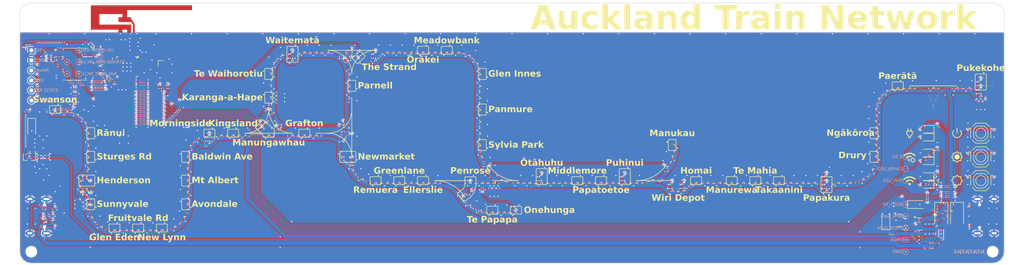
<source format=kicad_pcb>
(kicad_pcb (version 20241229) (generator "pcbnew") (generator_version "9.0")
  (title_block (title "Auckland Train Network Live Map") (date "2025-04-26") (rev "1") (company "Kea Studios") (comment 1 "©Chris Dirks") (comment 2 "MIT License"))
  (layers (0 "F.Cu" signal) (2 "B.Cu" signal) (13 "F.Paste" user) (15 "B.Paste" user) (5 "F.SilkS" user "F.Silkscreen") (7 "B.SilkS" user "B.Silkscreen") (1 "F.Mask" user) (3 "B.Mask" user) (25 "Edge.Cuts" user))
  (net 0 "")
  (net 1 "GND")
  (net 2 "+3V3")
  (net 3 "VDD_SPI")
  (net 4 "/Antenna")
  (net 5 "Net-(AE1-A)")
  (net 6 "/Reset")
  (net 7 "VBUS")
  (net 8 "/MCU_TX")
  (net 9 "/D-")
  (net 10 "/D+")
  (net 11 "/MCU_RX")
  (net 12 "/MCU_D-")
  (net 13 "/MCU_D+")
  (net 14 "NAL-NIMT-1")
  (net 15 "NAL-NIMT-3")
  (net 16 "Net-(D165-DOUT)")
  (net 17 "Net-(D166-DOUT)")
  (net 18 "Net-(D167-DOUT)")
  (net 19 "Net-(D168-DOUT)")
  (net 20 "Net-(D169-DOUT)")
  (net 21 "Net-(D170-DOUT)")
  (net 22 "Net-(D171-DOUT)")
  (net 23 "Net-(D172-DOUT)")
  (net 24 "Net-(D173-DOUT)")
  (net 25 "Net-(D174-DOUT)")
  (net 26 "Net-(D175-DOUT)")
  (net 27 "Net-(D176-DOUT)")
  (net 28 "Net-(D177-DOUT)")
  (net 29 "Net-(D178-DOUT)")
  (net 30 "Net-(D179-DOUT)")
  (net 31 "Net-(D180-DOUT)")
  (net 32 "Net-(D181-DOUT)")
  (net 33 "Net-(D182-DOUT)")
  (net 34 "Net-(D183-DOUT)")
  (net 35 "Net-(D184-DOUT)")
  (net 36 "Net-(D185-DOUT)")
  (net 37 "Net-(D186-DOUT)")
  (net 38 "Net-(D187-DOUT)")
  (net 39 "Net-(D188-DOUT)")
  (net 40 "Net-(D189-DOUT)")
  (net 41 "Net-(D190-DOUT)")
  (net 42 "NAL-NIMT-4")
  (net 43 "Net-(D192-DOUT)")
  (net 44 "Net-(D193-DOUT)")
  (net 45 "Net-(D194-DOUT)")
  (net 46 "Net-(D195-DOUT)")
  (net 47 "Net-(D196-DOUT)")
  (net 48 "Net-(D100-DOUT)")
  (net 49 "Net-(D101-DOUT)")
  (net 50 "Net-(D102-DOUT)")
  (net 51 "Net-(D200-DOUT)")
  (net 52 "Net-(D201-DOUT)")
  (net 53 "Net-(D202-DOUT)")
  (net 54 "Net-(D203-DOUT)")
  (net 55 "Net-(D204-DOUT)")
  (net 56 "Net-(D197-DOUT)")
  (net 57 "+5V")
  (net 58 "/LVL_Shifter_EN_Active_Low")
  (net 59 "Net-(C15-Pad1)")
  (net 60 "Net-(U2-XTAL_N)")
  (net 61 "Net-(C20-Pad1)")
  (net 62 "Net-(D2-Pad1)")
  (net 63 "Net-(D2-Pad2)")
  (net 64 "Net-(D6-Pad2)")
  (net 65 "Net-(D7-Pad2)")
  (net 66 "Net-(D103-DOUT)")
  (net 67 "Net-(D104-DOUT)")
  (net 68 "Net-(D105-DOUT)")
  (net 69 "Net-(D106-DOUT)")
  (net 70 "Net-(D107-DOUT)")
  (net 71 "Net-(D108-DOUT)")
  (net 72 "Net-(U2-GPIO2)")
  (net 73 "Net-(U2-U0TXD)")
  (net 74 "Net-(U2-XTAL_P)")
  (net 75 "Net-(U3-A1)")
  (net 76 "Net-(U3-DIR)")
  (net 77 "Net-(U4-CC1)")
  (net 78 "Net-(U4-CC2)")
  (net 83 "Net-(D8-Pad1)")
  (net 86 "Net-(D9-Pad1)")
  (net 87 "Net-(D199-DOUT)")
  (net 90 "Net-(D109-DOUT)")
  (net 91 "Net-(D110-DOUT)")
  (net 92 "Net-(D111-DOUT)")
  (net 93 "Net-(D112-DOUT)")
  (net 94 "Net-(D113-DOUT)")
  (net 95 "Net-(D114-DOUT)")
  (net 96 "Net-(D115-DOUT)")
  (net 97 "Net-(D116-DOUT)")
  (net 98 "Net-(D117-DOUT)")
  (net 99 "Net-(D118-DOUT)")
  (net 100 "Net-(D119-DOUT)")
  (net 101 "Net-(D205-DOUT)")
  (net 102 "Net-(D120-DOUT)")
  (net 103 "Net-(D121-DOUT)")
  (net 104 "Net-(D122-DOUT)")
  (net 105 "Net-(D123-DOUT)")
  (net 106 "Net-(D124-DOUT)")
  (net 107 "Net-(D125-DOUT)")
  (net 108 "Net-(D126-DOUT)")
  (net 109 "Net-(D127-DOUT)")
  (net 110 "Net-(D128-DOUT)")
  (net 111 "Net-(D129-DOUT)")
  (net 112 "Net-(D130-DOUT)")
  (net 113 "Net-(D131-DOUT)")
  (net 114 "Net-(D132-DOUT)")
  (net 115 "Net-(D133-DOUT)")
  (net 116 "Net-(D134-DOUT)")
  (net 117 "NAL-NIMT-2")
  (net 118 "Net-(D136-DOUT)")
  (net 119 "Net-(D137-DOUT)")
  (net 120 "Net-(D138-DOUT)")
  (net 121 "Net-(D139-DOUT)")
  (net 122 "Net-(D140-DOUT)")
  (net 123 "Net-(D141-DOUT)")
  (net 124 "Net-(D142-DOUT)")
  (net 125 "Net-(D143-DOUT)")
  (net 126 "Net-(D144-DOUT)")
  (net 127 "Net-(D145-DOUT)")
  (net 128 "Net-(D146-DOUT)")
  (net 129 "Net-(D147-DOUT)")
  (net 130 "Net-(D148-DOUT)")
  (net 131 "Net-(D149-DOUT)")
  (net 132 "Onehunga Branch Start")
  (net 133 "Net-(D151-DOUT)")
  (net 134 "Net-(D152-DOUT)")
  (net 135 "Net-(D153-DOUT)")
  (net 136 "Net-(D154-DOUT)")
  (net 137 "Onehunga Branch End")
  (net 138 "Net-(D156-DOUT)")
  (net 139 "Net-(D157-DOUT)")
  (net 140 "Net-(D158-DOUT)")
  (net 141 "Net-(D159-DOUT)")
  (net 142 "Net-(D160-DOUT)")
  (net 143 "Net-(D161-DOUT)")
  (net 144 "Net-(D162-DOUT)")
  (net 145 "Net-(D163-DOUT)")
  (net 146 "Net-(D206-DOUT)")
  (net 147 "/NAL-NIMT_MCU")
  (net 149 "STRAND-MNK-1")
  (net 150 "/STRAND-MNK_MCU")
  (net 151 "Net-(D300-DOUT)")
  (net 152 "Net-(D301-DOUT)")
  (net 153 "Net-(D302-DOUT)")
  (net 154 "Net-(D303-DOUT)")
  (net 155 "Net-(D304-DOUT)")
  (net 156 "Net-(D305-DOUT)")
  (net 157 "Net-(D306-DOUT)")
  (net 158 "Net-(D307-DOUT)")
  (net 159 "Net-(D308-DOUT)")
  (net 160 "Net-(D309-DOUT)")
  (net 161 "Net-(D310-DOUT)")
  (net 162 "Net-(D311-DOUT)")
  (net 163 "Net-(D312-DOUT)")
  (net 164 "Net-(D313-DOUT)")
  (net 165 "Net-(D314-DOUT)")
  (net 166 "Net-(D315-DOUT)")
  (net 167 "Net-(D316-DOUT)")
  (net 168 "Net-(D317-DOUT)")
  (net 169 "Net-(D318-DOUT)")
  (net 170 "Net-(D319-DOUT)")
  (net 171 "Net-(D320-DOUT)")
  (net 172 "Net-(D321-DOUT)")
  (net 173 "Net-(D322-DOUT)")
  (net 174 "Net-(D323-DOUT)")
  (net 175 "Net-(D324-DOUT)")
  (net 176 "Net-(D325-DOUT)")
  (net 177 "Net-(D326-DOUT)")
  (net 178 "Net-(D327-DOUT)")
  (net 179 "Net-(D328-DOUT)")
  (net 180 "Net-(D329-DOUT)")
  (net 181 "Net-(D330-DOUT)")
  (net 182 "Net-(D331-DOUT)")
  (net 183 "Net-(D332-DOUT)")
  (net 184 "Net-(D333-DOUT)")
  (net 185 "Net-(D334-DOUT)")
  (net 186 "Net-(D335-DOUT)")
  (net 187 "Net-(D336-DOUT)")
  (net 188 "Net-(D337-DOUT)")
  (net 189 "Net-(D338-DOUT)")
  (net 190 "Net-(D340-DOUT)")
  (net 191 "STRAND-MNK-2")
  (net 192 "Net-(D342-DOUT)")
  (net 193 "Net-(Q2-B)")
  (net 194 "Net-(Q1-G)")
  (net 195 "/LED_+5V_EN_Active_High")
  (net 196 "Net-(U5-CC2)")
  (net 197 "Net-(U5-CC1)")
  (net 198 "unconnected-(U5-D--PadB7)")
  (net 204 "Net-(D198-DOUT)")
  (net 205 "Net-(D341-DOUT)")
  (net 207 "/WIFI_LED")
  (net 208 "/+BRIGHTNESS_BUTTON")
  (net 209 "/-BRIGHTNESS_BUTTON")
  (net 210 "Net-(D10-Pad1)")
  (net 211 "/BOOT_IO9_BUTTON")
  (net 212 "Net-(U2-GPIO8)")
  (net 213 "Net-(U3-A2)")
  (net 214 "/CONFIG_LED")
  (net 215 "Net-(D11-Pad1)")
  (net 216 "Net-(D12-Pad1)")
  (footprint "PCM_JLCPCB:LED-SMD_4P-L1.6-W1.5_XL-1615RGBC-WS2812B" (layer "F.Cu") (at 138 45 180)
    (property "Reference" "D163" (hide yes))
    (property "Value" "WS2812B")
  )
  (footprint "PCM_JLCPCB:R_0402" (layer "F.Cu") (at 8 12.5)
    (property "Reference" "R11" (hide yes))
    (property "Value" "0Ω" (hide yes))
  )
  (footprint "PCM_JLCPCB:LED-SMD_4P-L1.6-W1.5_XL-1615RGBC-WS2812B" (layer "F.Cu") (at 118.718846 41.29 126)
    (property "Reference" "D340" (hide yes))
    (property "Value" "WS2812B")
  )
  (footprint "PCM_JLCPCB:D_0805" (layer "F.Cu") (at 229.5 44 180)
    (property "Reference" "D10" (hide yes))
    (property "Value" "Red")
  )
  (footprint "PCM_JLCPCB:LED-SMD_4P-L1.6-W1.5_XL-1615RGBC-WS2812B" (layer "F.Cu") (at 243 23 180)
    (property "Reference" "D207" (hide yes))
    (property "Value" "WS2812B")
  )
  (footprint "PCM_JLCPCB:LED-SMD_4P-L1.6-W1.5_XL-1615RGBC-WS2812B" (layer "F.Cu") (at 84 39 90)
    (property "Reference" "D139" (hide yes))
    (property "Value" "WS2812B")
  )
  (footprint "PCM_JLCPCB:C_0402" (layer "F.Cu") (at 119 47.65 -90)
    (property "Reference" "C29" (hide yes))
    (property "Value" "10uF")
  )
  (footprint "PCM_JLCPCB:C_0402" (layer "F.Cu") (at 15.35 50 180)
    (property "Reference" "C38" (hide yes))
    (property "Value" "10uF")
  )
  (footprint "PCM_JLCPCB:LED-SMD_4P-L1.6-W1.5_XL-1615RGBC-WS2812B" (layer "F.Cu") (at 42 42 -90)
    (property "Reference" "D125" (hide yes))
    (property "Value" "WS2812B")
  )
  (footprint "PCM_JLCPCB:LED-SMD_4P-L1.6-W1.5_XL-1615RGBC-WS2812B" (layer "F.Cu") (at 216.803847 24 -120)
    (property "Reference" "D198" (hide yes))
    (property "Value" "WS2812B")
  )
  (footprint "PCM_JLCPCB:LED-SMD_4P-L1.6-W1.5_XL-1615RGBC-WS2812B" (layer "F.Cu") (at 84 18 90)
    (property "Reference" "D301" (hide yes))
    (property "Value" "WS2812B")
  )
  (footprint "PCM_JLCPCB:C_0402" (layer "F.Cu") (at 25 20.5 -90)
    (property "Reference" "C11" (hide yes))
    (property "Value" "100nF")
  )
  (footprint "PCM_JLCPCB:LED-SMD_4P-L1.6-W1.5_XL-1615RGBC-WS2812B" (layer "F.Cu") (at 177 45 180)
    (property "Reference" "D177" (hide yes))
    (property "Value" "WS2812B")
  )
  (footprint "Custom_Footprints:Brightness_7" (layer "F.Cu") (at 237 39)
    (property "Reference" "G***" (hide yes))
    (property "Value" "LOGO" (hide yes))
  )
  (footprint "PCM_JLCPCB:LED-SMD_4P-L1.6-W1.5_XL-1615RGBC-WS2812B" (layer "F.Cu") (at 84 21 90)
    (property "Reference" "D302" (hide yes))
    (property "Value" "WS2812B")
  )
  (footprint "PCM_JLCPCB:LED-SMD_4P-L1.6-W1.5_XL-1615RGBC-WS2812B" (layer "F.Cu") (at 41.196152 54 -120)
    (property "Reference" "D121" (hide yes))
    (property "Value" "WS2812B")
  )
  (footprint "PCM_JLCPCB:LED-SMD_4P-L1.6-W1.5_XL-1615RGBC-WS2812B" (layer "F.Cu") (at 237 21 180)
    (property "Reference" "D203" (hide yes))
    (property "Value" "WS2812B")
  )
  (footprint "PCM_JLCPCB:LED-SMD_4P-L1.6-W1.5_XL-1615RGBC-WS2812B" (layer "F.Cu") (at 117 30 90)
    (property "Reference" "D336" (hide yes))
    (property "Value" "WS2812B")
  )
  (footprint "PCM_JLCPCB:LED-SMD_4P-L1.6-W1.5_XL-1615RGBC-WS2812B" (layer "F.Cu") (at 9 27 180)
    (property "Reference" "D100" (hide yes))
    (property "Value" "WS2812B")
  )
  (footprint "PCM_JLCPCB:LED-SMD_4P-L1.6-W1.5_XL-1615RGBC-WS2812B" (layer "F.Cu") (at 63 18 -90)
    (property "Reference" "D311" (hide yes))
    (property "Value" "WS2812B")
  )
  (footprint "PCM_JLCPCB:L_0402" (layer "F.Cu") (at 24.22793 10.3)
    (property "Reference" "L3" (hide yes))
    (property "Value" "3.9nH,300mA")
  )
  (footprint "PCM_JLCPCB:LED-SMD_4P-L1.6-W1.5_XL-1615RGBC-WS2812B" (layer "F.Cu") (at 119.5 52.5 180)
    (property "Reference" "D153" (hide yes))
    (property "Value" "WS2812B")
  )
  (footprint "PCM_JLCPCB:LED-SMD_4P-L1.6-W1.5_XL-1615RGBC-WS2812B" (layer "F.Cu") (at 117 45 180)
    (property "Reference" "D156" (hide yes))
    (property "Value" "WS2812B")
  )
  (footprint "PCM_JLCPCB:SW-SMD_4P-L5.1-W5.1-P3.70-LS6.5-TL-2" (layer "F.Cu") (at 243 39)
    (property "Reference" "S2" (hide yes))
    (property "Value" "Tactile Button, 160gf")
  )
  (footprint "PCM_JLCPCB:LED-SMD_4P-L1.6-W1.5_XL-1615RGBC-WS2812B" (layer "F.Cu") (at 99 45 180)
    (property "Reference" "D146" (hide yes))
    (property "Value" "WS2812B")
  )
  (footprint "PCM_JLCPCB:LED-SMD_4P-L1.6-W1.5_XL-1615RGBC-WS2812B" (layer "F.Cu") (at 48 35 180)
    (property "Reference" "D130" (hide yes))
    (property "Value" "WS2812B")
  )
  (footprint "PCM_JLCPCB:C_0402" (layer "F.Cu") (at 31 13.899999 90)
    (property "Reference" "C12" (hide yes))
    (property "Value" "10nF")
  )
  (footprint "PCM_JLCPCB:LED-SMD_4P-L1.6-W1.5_XL-1615RGBC-WS2812B" (layer "F.Cu") (at 204 45 180)
    (property "Reference" "D187" (hide yes))
    (property "Value" "WS2812B")
  )
  (footprint "PCM_JLCPCB:LED-SMD_4P-L1.6-W1.5_XL-1615RGBC-WS2812B" (layer "F.Cu") (at 63 27 -90)
    (property "Reference" "D308" (hide yes))
    (property "Value" "WS2812B")
  )
  (footprint "PCM_JLCPCB:LED-SMD_4P-L1.6-W1.5_XL-1615RGBC-WS2812B" (layer "F.Cu") (at 16 45 90)
    (property "Reference" "D109" (hide yes))
    (property "Value" "WS2812B")
  )
  (footprint "PCM_JLCPCB:LED-SMD_4P-L1.6-W1.5_XL-1615RGBC-WS2812B" (layer "F.Cu") (at 231 21 180)
    (property "Reference" "D202" (hide yes))
    (property "Value" "WS2812B")
  )
  (footprint "PCM_JLCPCB:LED-SMD_4P-L1.6-W1.5_XL-1615RGBC-WS2812B" (layer "F.Cu") (at 57 33 180)
    (property "Reference" "D133" (hide yes))
    (property "Value" "WS2812B")
  )
  (footprint "PCM_JLCPCB:LED-SMD_4P-L1.6-W1.5_XL-1615RGBC-WS2812B" (layer "F.Cu") (at 45 33.803848 -150)
    (property "Reference" "D128" (hide yes))
    (property "Value" "WS2812B")
  )
  (footprint "PCM_JLCPCB:LED-SMD_4P-L1.6-W1.5_XL-1615RGBC-WS2812B" (layer "F.Cu") (at 216 33 -90)
    (property "Reference" "D195" (hide yes))
    (property "Value" "WS2812B")
  )
  (footprint "PCM_JLCPCB:TSSOP-24_L7.8-W4.4-P0.65-LS6.4-BL" (layer "F.Cu") (at 14 15.5)
    (property "Reference" "U3" (hide yes))
    (property "Value" "SN74LVC4245APWR")
  )
  (footprint "PCM_JLCPCB:LED-SMD_4P-L1.6-W1.5_XL-1615RGBC-WS2812B" (layer "F.Cu") (at 15 27.803848 150)
    (property "Reference" "D102" (hide yes))
    (property "Value" "WS2812B")
  )
  (footprint "PCM_JLCPCB:C_0402" (layer "F.Cu") (at 15.35 52 180)
    (property "Reference" "C40" (hide yes))
    (property "Value" "220nF")
  )
  (footprint "PCM_JLCPCB:LED-SMD_4P-L1.6-W1.5_XL-1615RGBC-WS2812B" (layer "F.Cu") (at 63.803847 15 -120)
    (property "Reference" "D312" (hide yes))
    (property "Value" "WS2812B")
  )
  (footprint "PCM_JLCPCB:C_0402" (layer "F.Cu") (at 242 25.65 -90)
    (property "Reference" "C26" (hide yes))
    (property "Value" "10uF")
  )
  (footprint "PCM_JLCPCB:R_0402" (layer "F.Cu") (at 232 45.999999 -90)
    (property "Reference" "R22" (hide yes))
    (property "Value" "47kΩ" (hide yes))
  )
  (footprint "PCM_JLCPCB:LED-SMD_4P-L1.6-W1.5_XL-1615RGBC-WS2812B" (layer "F.Cu") (at 222 21 180)
    (property "Reference" "D200" (hide yes))
    (property "Value" "WS2812B")
  )
  (footprint "PCM_JLCPCB:C_0402" (layer "F.Cu") (at 244 25.65 -90)
    (property "Reference" "C28" (hide yes))
    (property "Value" "220nF")
  )
  (footprint "PCM_JLCPCB:LED-SMD_4P-L1.6-W1.5_XL-1615RGBC-WS2812B" (layer "F.Cu") (at 114.209932 50.781153 144)
    (property "Reference" "D151" (hide yes))
    (property "Value" "WS2812B")
  )
  (footprint "PCM_JLCPCB:LED-SMD_4P-L1.6-W1.5_XL-1615RGBC-WS2812B" (layer "F.Cu") (at 72 33 180)
    (property "Reference" "D136" (hide yes))
    (property "Value" "WS2812B")
  )
  (footprint "PCM_JLCPCB:R_0402" (layer "F.Cu") (at 232 34 -90)
    (property "Reference" "R9" (hide yes))
    (property "Value" "47kΩ" (hide yes))
  )
  (footprint "PCM_JLCPCB:LED-SMD_4P-L1.6-W1.5_XL-1615RGBC-WS2812B" (layer "F.Cu") (at 117 27 90)
    (property "Reference" "D335" (hide yes))
    (property "Value" "WS2812B")
  )
  (footprint "PCM_JLCPCB:LED-SMD_4P-L1.6-W1.5_XL-1615RGBC-WS2812B" (layer "F.Cu") (at 204 43 180)
    (property "Reference" "D186" (hide yes))
    (property "Value" "WS2812B")
  )
  (footprint "PCM_JLCPCB:LED-SMD_4P-L1.6-W1.5_XL-1615RGBC-WS2812B" (layer "F.Cu") (at 240 21 180)
    (property "Reference" "D204" (hide yes))
    (property "Value" "WS2812B")
  )
  (footprint "PCM_JLCPCB:LED-SMD_4P-L1.6-W1.5_XL-1615RGBC-WS2812B" (layer "F.Cu") (at 18 33 90)
    (property "Reference" "D104" (hide yes))
    (property "Value" "WS2812B")
  )
  (footprint "PCM_JLCPCB:LED-SMD_4P-L1.6-W1.5_XL-1615RGBC-WS2812B" (layer "F.Cu") (at 132 45 180)
    (property "Reference" "D161" (hide yes))
    (property "Value" "WS2812B")
  )
  (footprint "PCM_JLCPCB:C_0402" (layer "F.Cu") (at 29.39 9)
    (property "Reference" "C37" (hide yes))
    (property "Value" "1.5pF")
  )
  (footprint "PCM_JLCPCB:LED-SMD_4P-L1.6-W1.5_XL-1615RGBC-WS2812B" (layer "F.Cu") (at 164.559508 38.781153 -108)
    (property "Reference" "D342" (hide yes))
    (property "Value" "WS2812B")
  )
  (footprint "PCM_JLCPCB:LED-SMD_4P-L1.6-W1.5_XL-1615RGBC-WS2812B" (layer "F.Cu") (at 216 39 -90)
    (property "Reference" "D193" (hide yes))
    (property "Value" "WS2812B")
  )
  (footprint "PCM_JLCPCB:TYPE-C-SMD_HX-TYPE-C-16PIN" (layer "F.Cu") (at 5 54 -90)
    (property "Reference" "U4" (hide yes))
    (property "Value" "Connector, USB-TYPE-C-16P")
  )
  (footprint "PCM_JLCPCB:C_0402" (layer "F.Cu") (at 34 12.000001 90)
    (property "Reference" "C9" (hide yes))
    (property "Value" "10uF")
  )
  (footprint "PCM_JLCPCB:LED-SMD_4P-L1.6-W1.5_XL-1615RGBC-WS2812B" (layer "F.Cu") (at 63 33 180)
    (property "Reference" "D134" (hide yes))
    (property "Value" "WS2812B")
  )
  (footprint "Fuse:Fuse_0805_2012Metric_Pad1.15x1.40mm_HandSolder" (layer "F.Cu") (at 230.524999 61.5 180)
    (property "Reference" "F1" (hide yes))
    (property "Value" "Polyfuse")
  )
  (footprint "PCM_JLCPCB:LED-SMD_4P-L1.6-W1.5_XL-1615RGBC-WS2812B" (layer "F.Cu") (at 42 48 -90)
    (property "Reference" "D123" (hide yes))
    (property "Value" "WS2812B")
  )
  (footprint "PCM_JLCPCB:LED-SMD_4P-L1.6-W1.5_XL-1615RGBC-WS2812B" (layer "F.Cu") (at 99 12 180)
    (property "Reference" "D325" (hide yes))
    (property "Value" "WS2812B")
  )
  (footprint "Custom_Footprints:Brightness_0" (layer "F.Cu") (at 237 45)
    (property "Reference" "G***" (hide yes))
    (property "Value" "LOGO" (hide yes))
  )
  (footprint "PCM_JLCPCB:QFN-32-1EP_5x5mm_P0.5mm_EP3.7x3.7mm_ThermalVias" (layer "F.Cu") (at 27.15 16.25 -90)
    (property "Reference" "U2" (hide yes))
    (property "Value" "ESP32-C3FH4")
  )
  (footprint "PCM_JLCPCB:LED-SMD_4P-L1.6-W1.5_XL-1615RGBC-WS2812B" (layer "F.Cu") (at 201 45 180)
    (property "Reference" "D185" (hide yes))
    (property "Value" "WS2812B")
  )
  (footprint "PCM_JLCPCB:R_0402" (layer "F.Cu") (at 5.5 17.58 90)
    (property "Reference" "R4" (hide yes))
    (property "Value" "100kΩ" (hide yes))
  )
  (footprint "PCM_JLCPCB:LED-SMD_4P-L1.6-W1.5_XL-1615RGBC-WS2812B" (layer "F.Cu") (at 117.44049 38.781153 108)
    (property "Reference" "D339" (hide yes))
    (property "Value" "WS2812B")
  )
  (footprint "PCM_JLCPCB:LED-SMD_4P-L1.6-W1.5_XL-1615RGBC-WS2812B" (layer "F.Cu") (at 198 45 180)
    (property "Reference" "D184" (hide yes))
    (property "Value" "WS2812B")
  )
  (footprint "PCM_JLCPCB:Hole_Tooling_JLCPCB" (layer "F.Cu") (at 246 63)
    (property "Reference" "H2" (hide yes))
    (property "Value" "~" (hide yes))
  )
  (footprint "PCM_JLCPCB:R_0402" (layer "F.Cu") (at 6.95 36.1 90)
    (property "Reference" "R6" (hide yes))
    (property "Value" "0Ω" (hide yes))
  )
  (footprint "PCM_JLCPCB:LED-SMD_4P-L1.6-W1.5_XL-1615RGBC-WS2812B" (layer "F.Cu") (at 215.196151 42 -120)
    (property "Reference" "D192" (hide yes))
    (property "Value" "WS2812B")
  )
  (footprint "PCM_JLCPCB:LED-SMD_4P-L1.6-W1.5_XL-1615RGBC-WS2812B" (layer "F.Cu") (at 216 36 -90)
    (property "Reference" "D194" (hide yes))
    (property "Value" "WS2812B")
  )
  (footprint "PCM_JLCPCB:LED-SMD_4P-L1.6-W1.5_XL-1615RGBC-WS2812B" (layer "F.Cu") (at 117 21 90)
    (property "Reference" "D333" (hide yes))
    (property "Value" "WS2812B")
  )
  (footprint "PCM_JLCPCB:LED-SMD_4P-L1.6-W1.5_XL-1615RGBC-WS2812B" (layer "F.Cu") (at 64.757358 31.242641 -45)
    (property "Reference" "D306" (hide yes))
    (property "Value" "WS2812B")
  )
  (footprint "PCM_JLCPCB:LED-SMD_4P-L1.6-W1.5_XL-1615RGBC-WS2812B" (layer "F.Cu") (at 122.5 52.5 180)
    (property "Reference" "D154" (hide yes))
    (property "Value" "WS2812B")
  )
  (footprint "PCM_JLCPCB:LED-SMD_4P-L1.6-W1.5_XL-1615RGBC-WS2812B" (layer "F.Cu") (at 86.978786 44.161404 150)
    (property "Reference" "D142" (hide yes))
    (property "Value" "WS2812B")
  )
  (footprint "PCM_JLCPCB:LED-SMD_4P-L1.6-W1.5_XL-1615RGBC-WS2812B" (layer "F.Cu") (at 82.24264 34.757359 135)
    (property "Reference" "D138" (hide yes))
    (property "Value" "WS2812B")
  )
  (footprint "PCM_JLCPCB:LED-SMD_4P-L1.6-W1.5_XL-1615RGBC-WS2812B" (layer "F.Cu") (at 16 48 90)
    (property "Reference" "D111" (hide yes))
    (property "Value" "WS2812B")
  )
  (footprint "PCM_JLCPCB:SW-SMD_4P-L5.1-W5.1-P3.70-LS6.5-TL-2" (layer "F.Cu") (at 243 33)
    (property "Reference" "S1" (hide yes))
    (property "Value" "Tactile Button, 160gf")
  )
  (footprint "PCM_JLCPCB:D_SOD-123" (layer "F.Cu") (at 226.79 51.05)
    (property "Reference" "D4" (hide yes))
    (property "Value" "MM1W5V6")
  )
  (footprint "PCM_JLCPCB:LED-SMD_4P-L1.6-W1.5_XL-1615RGBC-WS2812B" (layer "F.Cu") (at 125.5 52.5 180)
    (property "Reference" "D155" (hide yes))
    (property "Value" "WS2812B")
  )
  (footprint "PCM_JLCPCB:OSC-SMD_4P-L3.2-W2.5-BL_SIT8008BI" (layer "F.Cu") (at 36.65 16.6 -90)
    (property "Reference" "X1" (hide yes))
    (property "Value" "40MHz, 15pF")
  )
  (footprint "PCM_JLCPCB:R_0402" (layer "F.Cu") (at 240.1 58.55 90)
    (property "Reference" "R20" (hide yes))
    (property "Value" "5.1kΩ" (hide yes))
  )
  (footprint "PCM_JLCPCB:LED-SMD_4P-L1.6-W1.5_XL-1615RGBC-WS2812B" (layer "F.Cu") (at 168 45 180)
    (property "Reference" "D173" (hide yes))
    (property "Value" "WS2812B")
  )
  (footprint "PCM_JLCPCB:LED-SMD_4P-L1.6-W1.5_XL-1615RGBC-WS2812B" (layer "F.Cu") (at 189 45 180)
    (property "Reference" "D181" (hide yes))
    (property "Value" "WS2812B")
  )
  (footprint "PCM_JLCPCB:C_0402" (layer "F.Cu") (at 65.65 24)
    (property "Reference" "C42" (hide yes))
    (property "Value" "220nF")
  )
  (footprint "PCM_JLCPCB:SOT-23-6_L2.9-W1.6-P0.95-LS2.9-BL" (layer "F.Cu") (at 6 38.95)
    (property "Reference" "D3" (hide yes))
    (property "Value" "SRV05-4A")
  )
  (footprint "PCM_JLCPCB:LED-SMD_4P-L1.6-W1.5_XL-1615RGBC-WS2812B" (layer "F.Cu") (at 27 57 180)
    (property "Reference" "D116" (hide yes))
    (property "Value" "WS2812B")
  )
  (footprint "PCM_JLCPCB:LED-SMD_4P-L1.6-W1.5_XL-1615RGBC-WS2812B" (layer "F.Cu") (at 180 45 180)
    (property "Reference" "D178" (hide yes))
    (property "Value" "WS2812B")
  )
  (footprint "PCM_JLCPCB:LED-SMD_4P-L1.6-W1.5_XL-1615RGBC-WS2812B" (layer "F.Cu") (at 120 45 180)
    (property "Reference" "D157" (hide yes))
    (property "Value" "WS2812B")
  )
  (footprint "PCM_JLCPCB:D_SMA" (layer "F.Cu") (at 237 54 -90)
    (property "Reference" "D7" (hide yes))
    (property "Value" "SS54")
  )
  (footprint "PCM_JLCPCB:LED-SMD_4P-L1.6-W1.5_XL-1615RGBC-WS2812B" (layer "F.Cu") (at 72 12 180)
    (property "Reference" "D316" (hide yes))
    (property "Value" "WS2812B")
  )
  (footprint "PCM_JLCPCB:LED-SMD_4P-L1.6-W1.5_XL-1615RGBC-WS2812B" (layer "F.Cu") (at 183 45 180)
    (property "Reference" "D179" (hide yes))
    (property "Value" "WS2812B")
  )
  (footprint "PCM_JLCPCB:C_0402" (layer "F.Cu") (at 2.5 35.5)
    (property "Reference" "C4" (hide yes))
    (property "Value" "10uF")
  )
  (footprint "PCM_JLCPCB:LED-SMD_4P-L1.6-W1.5_XL-1615RGBC-WS2812B" (layer "F.Cu") (at 69 33 180)
    (property "Reference" "D135" (hide yes))
    (property "Value" "WS2812B")
  )
  (footprint "PCM_JLCPCB:LED-SMD_4P-L1.6-W1.5_XL-1615RGBC-WS2812B" (layer "F.Cu") (at 93 45 180)
    (property "Reference" "D144" (hide yes))
    (property "Value" "WS2812B")
  )
  (footprint "PCM_JLCPCB:LED-SMD_4P-L1.6-W1.5_XL-1615RGBC-WS2812B" (layer "F.Cu") (at 117 36 90)
    (property "Reference" "D338" (hide yes))
    (property "Value" "WS2812B")
  )
  (footprint "PCM_JLCPCB:LED-SMD_4P-L1.6-W1.5_XL-1615RGBC-WS2812B" (layer "F.Cu") (at 12 27 180)
    (property "Reference" "D101" (hide yes))
    (property "Value" "WS2812B")
  )
  (footprint "PCM_JLCPCB:R_0402" (layer "F.Cu") (at 232 38 -90)
    (property "Reference" "R21" (hide yes))
    (property "Value" "15kΩ" (hide yes))
  )
  (footprint "PCM_JLCPCB:LED-SMD_4P-L1.6-W1.5_XL-1615RGBC-WS2812B" (layer "F.Cu") (at 116.19615 15 120)
    (property "Reference" "D331" (hide yes))
    (property "Value" "WS2812B")
  )
  (footprint "PCM_JLCPCB:LED-SMD_4P-L1.6-W1.5_XL-1615RGBC-WS2812B" (layer "F.Cu") (at 117 18 90)
    (property "Reference" "D332" (hide yes))
    (property "Value" "WS2812B")
  )
  (footprint "PCM_JLCPCB:LED-SMD_4P-L1.6-W1.5_XL-1615RGBC-WS2812B" (layer "F.Cu") (at 243 19 180)
    (property "Reference" "D205" (hide yes))
    (property "Value" "WS2812B")
  )
  (footprint "PCM_JLCPCB:R_0402" (layer "F.Cu") (at 8 14.5)
    (property "Reference" "R10" (hide yes))
    (property "Value" "100Ω" (hide yes))
  )
  (footprint "PCM_JLCPCB:R_0402" (layer "F.Cu") (at 8 13.5)
    (property "Reference" "R15" (hide yes))
    (property "Value" "100Ω" (hide yes))
  )
  (footprint "PCM_JLCPCB:LED-SMD_4P-L1.6-W1.5_XL-1615RGBC-WS2812B" (layer "F.Cu") (at 126 45 180)
    (property "Reference" "D158" (hide yes))
    (property "Value" "WS2812B")
  )
  (footprint "PCM_JLCPCB:D_0805" (layer "F.Cu") (at 229.5 40 180)
    (property "Reference" "D12" (hide yes))
    (property "Value" "Green")
  )
  (footprint "PCM_JLCPCB:C_0402" (layer "F.Cu") (at 25.9 20.5 -90)
    (property "Reference" "C16" (hide yes))
    (property "Value" "100nF")
  )
  (footprint "PCM_JLCPCB:C_0402" (layer "F.Cu") (at 2.5 34.5)
    (property "Reference" "C5" (hide yes))
    (property "Value" "10uF")
  )
  (footprint "PCM_JLCPCB:R_0402" (layer "F.Cu") (at 222 51.1 -90)
    (property "Reference" "R18" (hide yes))
    (property "Value" "1kΩ" (hide yes))
  )
  (footprint "PCM_JLCPCB:LED-SMD_4P-L1.6-W1.5_XL-1615RGBC-WS2812B" (layer "F.Cu") (at 132 43 180)
    (property "Reference" "D160" (hide yes))
    (property "Value" "WS2812B")
  )
  (footprint "PCM_JLCPCB:LED-SMD_4P-L1.6-W1.5_XL-1615RGBC-WS2812B" (layer "F.Cu") (at 225 21 180)
    (property "Reference" "D201" (hide yes))
    (property "Value" "WS2812B")
  )
  (footprint "PCM_JLCPCB:LED-SMD_4P-L1.6-W1.5_XL-1615RGBC-WS2812B" (layer "F.Cu") (at 42 45 -90)
    (property "Reference" "D124" (hide yes))
    (property "Value" "WS2812B")
  )
  (footprint "PCM_JLCPCB:L_0402" (layer "F.Cu") (at 28.6 10.5 90)
    (property "Reference" "L2" (hide yes))
    (property "Value" "3.9nH,300mA")
  )
  (footprint "PCM_JLCPCB:C_0402" (layer "F.Cu") (at 65.65 23)
    (property "Reference" "C43" (hide yes))
    (property "Value" "220nF")
  )
  (footprint "PCM_JLCPCB:R_0402" (layer "F.Cu") (at 23.2 17.6 45)
    (property "Reference" "R2" (hide yes))
    (property "Value" "10kΩ" (hide yes))
  )
  (footprint "PCM_JLCPCB:R_0402" (layer "F.Cu") (at 221.5 49.65 180)
    (property "Reference" "R17" (hide yes))
    (property "Value" "10kΩ" (hide yes))
  )
  (footprint "PCM_JLCPCB:LED-SMD_4P-L1.6-W1.5_XL-1615RGBC-WS2812B" (layer "F.Cu") (at 117 33 90)
    (property "Reference" "D337" (hide yes))
    (property "Value" "WS2812B")
  )
  (footprint "PCM_JLCPCB:LED-SMD_4P-L1.6-W1.5_XL-1615RGBC-WS2812B" (layer "F.Cu") (at 216 27 -90)
    (property "Reference" "D197" (hide yes))
    (property "Value" "WS2812B")
  )
  (footprint "PCM_JLCPCB:LED-SMD_4P-L1.6-W1.5_XL-1615RGBC-WS2812B" (layer "F.Cu") (at 216 30 -90)
    (property "Reference" "D196" (hide yes))
    (property "Value" "WS2812B")
  )
  (footprint "PCM_JLCPCB:SW-SMD_4P-L5.1-W5.1-P3.70-LS6.5-TL-2" (layer "F.Cu") (at 243 45)
    (property "Reference" "S3" (hide yes))
    (property "Value" "Tactile Button, 160gf")
  )
  (footprint "PCM_JLCPCB:C_0402" (layer "F.Cu") (at 5.5 15.04 90)
    (property "Reference" "C14" (hide yes))
    (property "Value" "100nF")
  )
  (footprint "PCM_JLCPCB:C_0402" (layer "F.Cu") (at 25.72793 10.8 90)
    (property "Reference" "C7" (hide yes))
    (property "Value" "1uF")
  )
  (footprint "PCM_JLCPCB:LED-SMD_4P-L1.6-W1.5_XL-1615RGBC-WS2812B" (layer "F.Cu") (at 135 45 180)
    (property "Reference" "D162" (hide yes))
    (property "Value" "WS2812B")
  )
  (footprint "PCM_JLCPCB:LED-SMD_4P-L1.6-W1.5_XL-1615RGBC-WS2812B" (layer "F.Cu") (at 96 12 180)
    (property "Reference" "D324" (hide yes))
    (property "Value" "WS2812B")
  )
  (footprint "PCM_JLCPCB:LED-SMD_4P-L1.6-W1.5_XL-1615RGBC-WS2812B" (layer "F.Cu") (at 63 21 -90)
    (property "Reference" "D310" (hide yes))
    (property "Value" "WS2812B")
  )
  (footprint "PCM_JLCPCB:LED-SMD_4P-L1.6-W1.5_XL-1615RGBC-WS2812B" (layer "F.Cu") (at 54 33 180)
    (property "Reference" "D132" (hide yes))
    (property "Value" "WS2812B")
  )
  (footprint "PCM_JLCPCB:Hole_Tooling_JLCPCB" (layer "F.Cu") (at 246 3)
    (property "Reference" "H1" (hide yes))
    (property "Value" "~" (hide yes))
  )
  (footprint "PCM_JLCPCB:D_SOD-123" (layer "F.Cu") (at 3.1 31.6 -90)
    (property "Reference" "D1" (hide yes))
    (property "Value" "MMSZ5227B")
  )
  (footprint "Custom_Footprints:WiFi_Config" (layer "F.Cu") (at 225 39)
    (property "Reference" "G***" (hide yes))
    (property "Value" "LOGO" (hide yes))
  )
  (footprint "PCM_JLCPCB:LED-SMD_4P-L1.6-W1.5_XL-1615RGBC-WS2812B" (layer "F.Cu") (at 114 45 180)
    (property "Reference" "D149" (hide yes))
    (property "Value" "WS2812B")
  )
  (footprint "PCM_JLCPCB:LED-SMD_4P-L1.6-W1.5_XL-1615RGBC-WS2812B" (layer "F.Cu") (at 243 21 180)
    (property "Reference" "D206" (hide yes))
    (property "Value" "WS2812B")
  )
  (footprint "PCM_JLCPCB:C_0402" (layer "F.Cu") (at 15.35 51 180)
    (property "Reference" "C39" (hide yes))
    (property "Value" "220nF")
  )
  (footprint "PCM_JLCPCB:LED-SMD_4P-L1.6-W1.5_XL-1615RGBC-WS2812B" (layer "F.Cu") (at 75 33 180)
    (property "Reference" "D137" (hide yes))
    (property "Value" "WS2812B")
  )
  (footprint "PCM_JLCPCB:LED-SMD_4P-L1.6-W1.5_XL-1615RGBC-WS2812B" (layer "F.Cu") (at 186 45 180)
    (property "Reference" "D180" (hide yes))
    (property "Value" "WS2812B")
  )
  (footprint "PCM_JLCPCB:LED-SMD_4P-L1.6-W1.5_XL-1615RGBC-WS2812B" (layer "F.Cu") (at 153 43 180)
    (property "Reference" "D168" (hide yes))
    (property "Value" "WS2812B")
  )
  (footprint "PCM_JLCPCB:LED-SMD_4P-L1.6-W1.5_XL-1615RGBC-WS2812B" (layer "F.Cu") (at 63 24 -90)
    (property "Reference" "D309" (hide yes))
    (property "Value" "WS2812B")
  )
  (footprint "PCM_JLCPCB:R_0402" (layer "F.Cu") (at 5.5 20.12 90)
    (property "Reference" "R1" (hide yes))
    (property "Value" "10kΩ" (hide yes))
  )
  (footprint "PCM_JLCPCB:LED-SMD_4P-L1.6-W1.5_XL-1615RGBC-WS2812B" (layer "F.Cu") (at 165 45 180)
    (property "Reference" "D171" (hide yes))
    (property "Value" "WS2812B")
  )
  (footprint "PCM_JLCPCB:LED-SMD_4P-L1.6-W1.5_XL-1615RGBC-WS2812B" (layer "F.Cu") (at 18 36 90)
    (property "Reference" "D105" (hide yes))
    (property "Value" "WS2812B")
  )
  (footprint "PCM_JLCPCB:D_0805" (layer "F.Cu") (at 229.5 38 180)
    (property "Reference" "D11" (hide yes))
    (property "Value" "Red")
  )
  (footprint "PCM_JLCPCB:C_0402" (layer "F.Cu") (at 65.65 25)
    (property "Reference" "C41" (hide yes))
    (property "Value" "10uF")
  )
  (footprint "PCM_JLCPCB:LED-SMD_4P-L1.6-W1.5_XL-1615RGBC-WS2812B" (layer "F.Cu") (at 210 45 180)
    (property "Reference" "D190" (hide yes))
    (property "Value" "WS2812B")
  )
  (footprint "PCM_JLCPCB:LED-SMD_4P-L1.6-W1.5_XL-1615RGBC-WS2812B" (layer "F.Cu") (at 207 45 180)
    (property "Reference" "D189" (hide yes))
    (property "Value" "WS2812B")
  )
  (footprint "PCM_JLCPCB:LED-SMD_4P-L1.6-W1.5_XL-1615RGBC-WS2812B" (layer "F.Cu") (at 96 45 180)
    (property "Reference" "D145" (hide yes))
    (property "Value" "WS2812B")
  )
  (footprint "PCM_JLCPCB:C_0402" (layer "F.Cu") (at 243 25.65 -90)
    (property "Reference" "C27" (hide yes))
    (property "Value" "220nF")
  )
  (footprint "PCM_JLCPCB:D_0805" (layer "F.Cu") (at 229.5 31.999999 180)
    (property "Reference" "D2" (hide yes))
    (property "Value" "Red")
  )
  (footprint "PCM_JLCPCB:LED-SMD_4P-L1.6-W1.5_XL-1615RGBC-WS2812B" (layer "F.Cu") (at 82 39 90)
    (property "Reference" "D140" (hide yes))
    (property "Value" "WS2812B")
  )
  (footprint "PCM_JLCPCB:Q_SOT-23" (layer "F.Cu") (at 227.5 56)
    (property "Reference" "Q1" (hide yes))
    (property "Value" "HL3415A")
  )
  (footprint "PCM_JLCPCB:LED-SMD_4P-L1.6-W1.5_XL-1615RGBC-WS2812B" (layer "F.Cu") (at 39 56.196152 -150)
    (property "Reference" "D120" (hide yes))
    (property "Value" "WS2812B")
  )
  (footprint "PCM_JLCPCB:LED-SMD_4P-L1.6-W1.5_XL-1615RGBC-WS2812B" (layer "F.Cu") (at 171 45 180)
    (property "Reference" "D175" (hide yes))
    (property "Value" "WS2812B")
  )
  (footprint "PCM_JLCPCB:LED-SMD_4P-L1.6-W1.5_XL-1615RGBC-WS2812B" (layer "F.Cu") (at 18 51 90)
    (property "Reference" "D112" (hide yes))
    (property "Value" "WS2812B")
  )
  (footprint "PCM_JLCPCB:LED-SMD_4P-L1.6-W1.5_XL-1615RGBC-WS2812B" (layer "F.Cu") (at 156 45 180)
    (property "Reference" "D170" (hide yes))
    (property "Value" "WS2812B")
  )
  (footprint "PCM_JLCPCB:R_0402" (layer "F.Cu") (at 8.9 49.45 -90)
    (property "Reference" "R13" (hide yes))
    (property "Value" "5.1kΩ" (hide yes))
  )
  (footprint "PCM_JLCPCB:LED-SMD_4P-L1.6-W1.5_XL-1615RGBC-WS2812B" (layer "F.Cu") (at 129 45 180)
    (property "Reference" "D159" (hide yes))
    (property "Value" "WS2812B")
  )
  (footprint "PCM_JLCPCB:C_0402" (layer "F.Cu") (at 29.4 12)
    (property "Reference" "C36" (hide yes))
    (property "Value" "1.5pF")
  )
  (footprint "PCM_JLCPCB:R_0402" (layer "F.Cu") (at 21.7 13)
    (property "Reference" "R3" (hide yes))
    (property "Value" "10kΩ" (hide yes))
  )
  (footprint "PCM_JLCPCB:C_0402" (layer "F.Cu") (at 17.5 10.5 180)
    (property "Reference" "C22" (hide yes))
    (property "Value" "100nF")
  )
  (footprint "PCM_JLCPCB:D_0805" (layer "F.Cu") (at 229.5 45.999999 180)
    (property "Reference" "D9" (hide yes))
    (property "Value" "Green")
  )
  (footprint "PCM_JLCPCB:LED-SMD_4P-L1.6-W1.5_XL-1615RGBC-WS2812B" (layer "F.Cu") (at 219 21.803848 -150)
    (property "Reference" "D199" (hide yes))
    (property "Value" "WS2812B")
  )
  (footprint "Custom_Footprints:Mode_Off_ON" (layer "F.Cu") (at 237 33)
    (property "Reference" "G***" (hide yes))
    (property "Value" "LOGO" (hide yes))
  )
  (footprint "PCM_JLCPCB:R_0402" (layer "F.Cu") (at 34.5 23.5)
    (property "Reference" "R7" (hide yes))
    (property "Value" "510Ω" (hide yes))
  )
  (footprint "PCM_JLCPCB:LED-SMD_4P-L1.6-W1.5_XL-1615RGBC-WS2812B" (layer "F.Cu") (at 69 12 180)
    (property "Reference" "D314" (hide yes))
    (property "Value" "WS2812B")
  )
  (footprint "PCM_JLCPCB:Hole_Tooling_JLCPCB" (layer "F.Cu") (at 3 63)
    (property "Reference" "H3" (hide yes))
    (property "Value" "~" (hide yes))
  )
  (footprint "Custom_Footprints:Inverted_F_Antenna_2.4Ghz_1.0mmPCB_TI_CC2430DB.pretty" (layer "F.Cu") (at 18.03 0.61)
    (property "Reference" "AE1" (hide yes))
    (property "Value" "Antenna_Shield" (hide yes))
  )
  (footprint "PCM_JLCPCB:C_0402" (layer "F.Cu") (at 21.953553 16.346447 -135)
    (property "Reference" "C10" (hide yes))
    (property "Value" "100nF")
  )
  (footprint "PCM_JLCPCB:C_0402" (layer "F.Cu") (at 121 47.65 -90)
    (property "Reference" "C31" (hide yes))
    (property "Value" "220nF")
  )
  (footprint "PCM_JLCPCB:LED-SMD_4P-L1.6-W1.5_XL-1615RGBC-WS2812B" (layer "F.Cu") (at 192 45 180)
    (property "Reference" "D182" (hide yes))
    (property "Value" "WS2812B")
  )
  (footprint "PCM_JLCPCB:LED-SMD_4P-L1.6-W1.5_XL-1615RGBC-WS2812B" (layer "F.Cu") (at 153 45 180)
    (property "Reference" "D169" (hide yes))
    (property "Value" "WS2812B")
  )
  (footprint "Custom_Footprints:Prog Connector" (layer "F.Cu") (at 3 12)
    (property "Reference" "J1" (hide yes))
    (property "Value" "Prog Connector")
  )
  (footprint "PCM_JLCPCB:LED-SMD_4P-L1.6-W1.5_XL-1615RGBC-WS2812B" (layer "F.Cu") (at 84.782634 41.965252 120)
    (property "Reference" "D141" (hide yes))
    (property "Value" "WS2812B")
  )
  (footprint "PCM_JLCPCB:LED-SMD_4P-L1.6-W1.5_XL-1615RGBC-WS2812B" (layer "F.Cu") (at 144 45 180)
    (property "Reference" "D165" (hide yes))
    (property "Value" "WS2812B")
  )
  (footprint "PCM_JLCPCB:LED-SMD_4P-L1.6-W1.5_XL-1615RGBC-WS2812B" (layer "F.Cu") (at 51 33 180)
    (property "Reference" "D131" (hide yes))
    (property "Value" "WS2812B")
  )
  (footprint "PCM_JLCPCB:LED-SMD_4P-L1.6-W1.5_XL-1615RGBC-WS2812B" (layer "F.Cu") (at 90 14 180)
    (property "Reference" "D322" (hide yes))
    (property "Value" "WS2812B")
  )
  (footprint "PCM_JLCPCB:LED-SMD_4P-L1.6-W1.5_XL-1615RGBC-WS2812B" (layer "F.Cu") (at 93 12 180)
    (property "Reference" "D323" (hide yes))
    (property "Value" "WS2812B")
  )
  (footprint "PCM_JLCPCB:C_0402" (layer "F.Cu") (at 32 13.899999 90)
    (property "Reference" "C13" (hide yes))
    (property "Value" "1uF")
  )
  (footprint "PCM_JLCPCB:LED-SMD_4P-L1.6-W1.5_XL-1615RGBC-WS2812B" (layer "F.Cu") (at 90 45 180)
    (property "Reference" "D143" (hide yes))
    (property "Value" "WS2812B")
  )
  (footprint "PCM_JLCPCB:LED-SMD_4P-L1.6-W1.5_XL-1615RGBC-WS2812B" (layer "F.Cu") (at 117 24 90)
    (property "Reference" "D334" (hide yes))
    (property "Value" "WS2812B")
  )
  (footprint "PCM_JLCPCB:R_0402" (layer "F.Cu") (at 8.9 58.55 90)
    (property "Reference" "R14" (hide yes))
    (property "Value" "5.1kΩ" (hide yes))
  )
  (footprint "PCM_JLCPCB:LED-SMD_4P-L1.6-W1.5_XL-1615RGBC-WS2812B" (layer "F.Cu") (at 82.24264 31.242641 45)
    (property "Reference" "D305" (hide yes))
    (property "Value" "WS2812B")
  )
  (footprint "PCM_JLCPCB:TYPE-C-SMD_HX-TYPE-C-16PIN" (layer "F.Cu") (at 244 54 90)
    (property "Reference" "U5" (hide yes))
    (property "Value" "Connector, USB-TYPE-C-16P")
  )
  (footprint "PCM_JLCPCB:LED-SMD_4P-L1.6-W1.5_XL-1615RGBC-WS2812B" (layer "F.Cu") (at 150 45 180)
    (property "Reference" "D167" (hide yes))
    (property "Value" "WS2812B")
  )
  (footprint "PCM_JLCPCB:C_0402" (layer "F.Cu") (at 26.8 20.5 -90)
    (property "Reference" "C18" (hide yes))
    (property "Value" "1uF")
  )
  (footprint "PCM_JLCPCB:D_0805" (layer "F.Cu") (at 229.5 34 180)
    (property "Reference" "D8" (hide yes))
    (property "Value" "Green")
  )
  (footprint "PCM_JLCPCB:LED-SMD_4P-L1.6-W1.5_XL-1615RGBC-WS2812B" (layer "F.Cu") (at 18 42 90)
    (property "Reference" "D107" (hide yes))
    (property "Value" "WS2812B")
  )
  (footprint "PCM_JLCPCB:C_0402" (layer "F.Cu") (at 26.72793 10.8 90)
    (property "Reference" "C15" (hide yes))
    (property "Value" "100nF")
  )
  (footprint "PCM_JLCPCB:LED-SMD_4P-L1.6-W1.5_XL-1615RGBC-WS2812B" (layer "F.Cu") (at 18 48 90)
    (property "Reference" "D110" (hide yes))
    (property "Value" "WS2812B")
  )
  (footprint "PCM_JLCPCB:C_0402" (layer "F.Cu") (at 37.026 19 180)
    (property "Reference" "C19" (hide yes))
    (property "Value" "15pF")
  )
  (footprint "PCM_JLCPCB:R_0402" (layer "F.Cu") (at 240.1 49.45 -90)
    (property "Reference" "R19" (hide yes))
    (property "Value" "5.1kΩ" (hide yes))
  )
  (footprint "PCM_JLCPCB:LED-SMD_4P-L1.6-W1.5_XL-1615RGBC-WS2812B" (layer "F.Cu") (at 84 12 180)
    (property "Reference" "D320" (hide yes))
    (property "Value" "WS2812B")
  )
  (footprint "PCM_JLCPCB:R_0402" (layer "F.Cu") (at 225 55.55 90)
    (property "Reference" "R16" (hide yes))
    (property "Value" "100kΩ" (hide yes))
  )
  (footprint "PCM_JLCPCB:D_SOD-123" (layer "F.Cu") (at 219 55.05 90)
    (property "Reference" "D5" (hide yes))
    (property "Value" "MM1W5V6")
  )
  (footprint "PCM_JLCPCB:LED-SMD_4P-L1.6-W1.5_XL-1615RGBC-WS2812B" (layer "F.Cu") (at 33 57 180)
    (property "Reference" "D118" (hide yes))
    (property "Value" "WS2812B")
  )
  (footprint "PCM_JLCPCB:C_0402" (layer "F.Cu") (at 22.72793 10.8 90)
    (property "Reference" "C6" (hide yes))
    (property "Value" "100nF")
  )
  (footprint "PCM_JLCPCB:LED-SMD_4P-L1.6-W1.5_XL-1615RGBC-WS2812B" (layer "F.Cu") (at 108 12 180)
    (property "Reference" "D328" (hide yes))
    (property "Value" "WS2812B")
  )
  (footprint "PCM_JLCPCB:LED-SMD_4P-L1.6-W1.5_XL-1615RGBC-WS2812B" (layer "F.Cu") (at 82.242639 13.757359 135)
    (property "Reference" "D319" (hide yes))
    (property "Value" "WS2812B")
  )
  (footprint "PCM_JLCPCB:LED-SMD_4P-L1.6-W1.5_XL-1615RGBC-WS2812B" (layer "F.Cu") (at 61.24264 31.242641 45)
    (property "Reference" "D307" (hide yes))
    (property "Value" "WS2812B")
  )
  (footprint "PCM_JLCPCB:LED-SMD_4P-L1.6-W1.5_XL-1615RGBC-WS2812B" (layer "F.Cu") (at 42 39 -90)
    (property "Reference" "D126" (hide yes))
    (property "Value" "WS2812B")
  )
  (footprint "PCM_JLCPCB:LED-SMD_4P-L1.6-W1.5_XL-1615RGBC-WS2812B" (layer "F.Cu") (at 174 45 180)
    (property "Reference" "D176" (hide yes))
    (property "Value" "WS2812B")
  )
  (footprint "PCM_JLCPCB:LED-SMD_4P-L1.6-W1.5_XL-1615RGBC-WS2812B" (layer "F.Cu") (at 69 14 180)
    (property "Reference" "D315" (hide yes))
    (property "Value" "WS2812B")
  )
  (footprint "PCM_JLCPCB:LED-SMD_4P-L1.6-W1.5_XL-1615RGBC-WS2812B" (layer "F.Cu") (at 78 12 180)
    (property "Reference" "D318" (hide yes))
    (property "Value" "WS2812B")
  )
  (footprint "PCM_JLCPCB:LED-SMD_4P-L1.6-W1.5_XL-1615RGBC-WS2812B" (layer "F.Cu") (at 204 47 180)
    (property "Reference" "D188" (hide yes))
    (property "Value" "WS2812B")
  )
  (footprint "PCM_JLCPCB:C_0402" (layer "F.Cu") (at 221.5 52.55 180)
    (property "Reference" "C35" (hide yes))
    (property "Value" "1uF")
  )
  (footprint "PCM_JLCPCB:C_0402" (layer "F.Cu") (at 10.5 10.5)
    (property "Reference" "C21" (hide yes))
    (property "Value" "100nF")
  )
  (footprint "PCM_JLCPCB:LED-SMD_4P-L1.6-W1.5_XL-1615RGBC-WS2812B" (layer "F.Cu") (at 24 57 180)
    (property "Reference" "D115" (hide yes))
    (property "Value" "WS2812B")
  )
  (footprint "PCM_JLCPCB:R_0402" (layer "F.Cu") (at 232 31.999999 90)
    (property "Reference" "R12" (hide yes))
    (property "Value" "15kΩ" (hide yes))
  )
  (footprint "PCM_JLCPCB:LED-SMD_4P-L1.6-W1.5_XL-1615RGBC-WS2812B" (layer "F.Cu") (at 48 33 180)
    (property "Reference" "D129" (hide yes))
    (property "Value" "WS2812B")
  )
  (footprint "PCM_JLCPCB:LED-SMD_4P-L1.6-W1.5_XL-1615RGBC-WS2812B" (layer "F.Cu") (at 102 45 180)
    (property "Reference" "D147" (hide yes))
    (property "Value" "WS2812B")
  )
  (footprint "PCM_JLCPCB:LED-SMD_4P-L1.6-W1.5_XL-1615RGBC-WS2812B" (layer "F.Cu") (at 66 12.803848 -150)
    (property "Reference" "D313" (hide yes))
    (property "Value" "WS2812B")
  )
  (footprint "PCM_JLCPCB:LED-SMD_4P-L1.6-W1.5_XL-1615RGBC-WS2812B" (layer "F.Cu") (at 102 12 180)
    (property "Reference" "D326" (hide yes))
    (property "Value" "WS2812B")
  )
  (footprint "PCM_JLCPCB:LED-SMD_4P-L1.6-W1.5_XL-1615RGBC-WS2812B" (layer "F.Cu") (at 84 33 90)
    (property "Reference" "D304" (hide yes))
    (property "Value" "WS2812B")
  )
  (footprint "PCM_JLCPCB:LED-SMD_4P-L1.6-W1.5_XL-1615RGBC-WS2812B" (layer "F.Cu") (at 111 12 180)
    (property "Reference" "D329" (hide yes))
    (property "Value" "WS2812B")
  )
  (footprint "PCM_JLCPCB:L_0402" (layer "F.Cu") (at 24.22793 11.3)
    (property "Reference" "L4" (hide yes))
    (property "Value" "3.9nH,300mA")
  )
  (footprint "PCM_JLCPCB:LED-SMD_4P-L1.6-W1.5_XL-1615RGBC-WS2812B" (layer "F.Cu") (at 36 57 180)
    (property "Reference" "D119" (hide yes))
    (property "Value" "WS2812B")
  )
  (footprint "Custom_Footprints:Power" (layer "F.Cu") (at 225 33)
    (property "Reference" "G***" (hide yes))
    (property "Value" "LOGO" (hide yes))
  )
  (footprint "PCM_JLCPCB:LED-SMD_4P-L1.6-W1.5_XL-1615RGBC-WS2812B" (layer "F.Cu") (at 147 45 180)
    (property "Reference" "D166" (hide yes))
    (property "Value" "WS2812B")
  )
  (footprint "PCM_JLCPCB:LED-SMD_4P-L1.6-W1.5_XL-1615RGBC-WS2812B" (layer "F.Cu") (at 30 57 180)
    (property "Reference" "D117" (hide yes))
    (property "Value" "WS2812B")
  )
  (footprint "PCM_JLCPCB:LED-SMD_4P-L1.6-W1.5_XL-1615RGBC-WS2812B" (layer "F.Cu") (at 195 45 180)
    (property "Reference" "D183" (hide yes))
    (property "Value" "WS2812B")
  )
  (footprint "PCM_JLCPCB:LED-SMD_4P-L1.6-W1.5_XL-1615RGBC-WS2812B" (layer "F.Cu") (at 163.281152 41.29 -126)
    (property "Reference" "D341" (hide yes))
    (property "Value" "WS2812B")
  )
  (footprint "PCM_JLCPCB:LED-SMD_4P-L1.6-W1.5_XL-1615RGBC-WS2812B" (layer "F.Cu") (at 84 24 90)
    (property "Reference" "D303" (hide yes))
    (property "Value" "WS2812B")
  )
  (footprint "PCM_JLCPCB:Q_SOT-23" (layer "F.Cu") (at 222.5 55.05)
    (property "Reference" "Q2" (hide yes))
    (property "Value" "MMBT3904")
  )
  (footprint "PCM_JLCPCB:LED-SMD_4P-L1.6-W1.5_XL-1615RGBC-WS2812B" (layer "F.Cu") (at 165 47 180)
    (property "Reference" "D172" (hide yes))
    (property "Value" "WS2812B")
  )
  (footprint "PCM_JLCPCB:LED-SMD_4P-L1.6-W1.5_XL-1615RGBC-WS2812B" (layer "F.Cu") (at 21 56.196152 150)
    (property "Reference" "D114" (hide yes))
    (property "Value" "WS2812B")
  )
  (footprint "PCM_JLCPCB:LED-SMD_4P-L1.6-W1.5_XL-1615RGBC-WS2812B" (layer "F.Cu") (at 213 44.196152 -150)
    (property "Reference" "D191" (hide yes))
    (property "Value" "WS2812B")
  )
  (footprint "PCM_JLCPCB:LED-SMD_4P-L1.6-W1.5_XL-1615RGBC-WS2812B" (layer "F.Cu") (at 85.757357 13.757359 45)
    (property "Reference" "D300" (hide yes))
    (property "Value" "WS2812B")
  )
  (footprint "Custom_Footprints:WiFi" (layer "F.Cu") (at 225 45)
    (property "Reference" "G***" (hide yes))
    (property "Value" "LOGO" (hide yes))
  )
  (footprint "PCM_JLCPCB:R_0402" (layer "F.Cu") (at 5.05 36.1 90)
    (property "Reference" "R5" (hide yes))
    (property "Value" "0Ω" (hide yes))
  )
  (footprint "PCM_JLCPCB:R_0402" (layer "F.Cu") (at 232 44 -90)
    (property "Reference" "R8" (hide yes))
    (property "Value" "15kΩ" (hide yes))
  )
  (footprint "PCM_JLCPCB:L_0402" (layer "F.Cu") (at 29.2 10.5 90)
    (property "Reference" "L1" (hide yes))
    (property "Value" "3.9nH,300mA")
  )
  (footprint "PCM_JLCPCB:LED-SMD_4P-L1.6-W1.5_XL-1615RGBC-WS2812B" (layer "F.Cu") (at 75 12 180)
    (property "Reference" "D317" (hide yes))
    (property "Value" "WS2812B")
  )
  (footprint "PCM_JLCPCB:LED-SMD_4P-L1.6-W1.5_XL-1615RGBC-WS2812B" (layer "F.Cu") (at 112.281152 48.709933 126)
    (property "Reference" "D150" (hide yes))
    (property "Value" "WS2812B")
  )
  (footprint "PCM_JLCPCB:D_SMA" (layer "F.Cu") (at 233 54 -90)
    (property "Reference" "D6" (hide yes))
    (property "Value" "SS54")
  )
  (footprint "PCM_JLCPCB:C_0402" (layer "F.Cu") (at 2.5 36.5)
    (property "Reference" "C3" (hide yes))
    (property "Value" "100nF")
  )
  (footprint "PCM_JLCPCB:C_0402" (layer "F.Cu") (at 21.82793 10.8 90)
    (property "Reference" "C8" (hide yes))
    (property "Value" "10uF")
  )
  (footprint "PCM_JLCPCB:LED-SMD_4P-L1.6-W1.5_XL-1615RGBC-WS2812B" (layer "F.Cu") (at 90 12 180)
    (property "Reference" "D321" (hide yes))
    (property "Value" "WS2812B")
  )
  (footprint "PCM_JLCPCB:LED-SMD_4P-L1.6-W1.5_XL-1615RGBC-WS2812B" (layer "F.Cu") (at 42.803848 36 -120)
    (property "Reference" "D127" (hide yes))
    (property "Value" "WS2812B")
  )
  (footprint "PCM_JLCPCB:LED-SMD_4P-L1.6-W1.5_XL-1615RGBC-WS2812B" (layer "F.Cu") (at 18 45 90)
    (property "Reference" "D108" (hide yes))
    (property "Value" "WS2812B")
  )
  (footprint "PCM_JLCPCB:SOT-23-3_L2.9-W1.6-P1.90-LS2.8-BR" (layer "F.Cu") (at 2.5 39 90)
    (property "Reference" "U1" (hide yes))
    (property "Value" "XC6206P332MR")
  )
  (footprint "PCM_JLCPCB:LED-SMD_4P-L1.6-W1.5_XL-1615RGBC-WS2812B" (layer "F.Cu") (at 17.196152 30 120)
    (property "Reference" "D103" (hide yes))
    (property "Value" "WS2812B")
  )
  (footprint "PCM_JLCPCB:C_0402" (layer "F.Cu") (at 2.5 41.5)
    (property "Reference" "C2" (hide yes))
    (property "Value" "100nF")
  )
  (footprint "PCM_JLCPCB:LED-SMD_4P-L1.6-W1.5_XL-1615RGBC-WS2812B" (layer "F.Cu") (at 116.718846 52.059509 162)
    (property "Reference" "D152" (hide yes))
    (property "Value" "WS2812B")
  )
  (footprint "PCM_JLCPCB:LED-SMD_4P-L1.6-W1.5_XL-1615RGBC-WS2812B" (layer "F.Cu") (at 42 51 -90)
    (property "Reference" "D122" (hide yes))
    (property "Value" "WS2812B")
  )
  (footprint "PCM_JLCPCB:LED-SMD_4P-L1.6-W1.5_XL-1615RGBC-WS2812B" (layer "F.Cu") (at 105 12 180)
    (property "Reference" "D327" (hide yes))
    (property "Value" "WS2812B")
  )
  (footprint "PCM_JLCPCB:LED-SMD_4P-L1.6-W1.5_XL-1615RGBC-WS2812B" (layer "F.Cu") (at 141 45 180)
    (property "Reference" "D164" (hide yes))
    (property "Value" "WS2812B")
  )
  (footprint "PCM_JLCPCB:LED-SMD_4P-L1.6-W1.5_XL-1615RGBC-WS2812B" (layer "F.Cu") (at 165 36 -90)
    (property "Reference" "D343" (hide yes))
    (property "Value" "WS2812B")
  )
  (footprint "PCM_JLCPCB:LED-SMD_4P-L1.6-W1.5_XL-1615RGBC-WS2812B" (layer "F.Cu") (at 114 12.803848 150)
    (property "Reference" "D330" (hide yes))
    (property "Value" "WS2812B")
  )
  (footprint "PCM_JLCPCB:C_0402" (layer "F.Cu") (at 36.326 14.2)
    (property "Reference" "C20" (hide yes))
    (property "Value" "15pF")
  )
  (footprint "PCM_JLCPCB:LED-SMD_4P-L1.6-W1.5_XL-1615RGBC-WS2812B" (layer "F.Cu") (at 105 45 180)
    (property "Reference" "D148" (hide yes))
    (property "Value" "WS2812B")
  )
  (footprint "PCM_JLCPCB:LED-SMD_4P-L1.6-W1.5_XL-1615RGBC-WS2812B" (layer "F.Cu") (at 18 39 90)
    (property "Reference" "D106" (hide yes))
    (property "Value" "WS2812B")
  )
  (footprint "PCM_JLCPCB:C_0603" (layer "F.Cu") (at 2.5 43)
    (property "Reference" "C1" (hide yes))
    (property "Value" "10uF")
  )
  (footprint "PCM_JLCPCB:R_0402" (layer "F.Cu") (at 232 40 -90)
    (property "Reference" "R23" (hide yes))
    (property "Value" "47kΩ" (hide yes))
  )
  (footprint "PCM_JLCPCB:Hole_Tooling_JLCPCB" (layer "F.Cu") (at 3 3)
    (property "Reference" "H4" (hide yes))
    (property "Value" "~" (hide yes))
  )
  (footprint "PCM_JLCPCB:LED-SMD_4P-L1.6-W1.5_XL-1615RGBC-WS2812B" (layer "F.Cu") (at 168 47 180)
    (property "Reference" "D174" (hide yes))
    (property "Value" "WS2812B")
  )
  (footprint "PCM_JLCPCB:C_0402" (layer "F.Cu") (at 120 47.65 -90)
    (property "Reference" "C30" (hide yes))
    (property "Value" "220nF")
  )
  (footprint "PCM_JLCPCB:LED-SMD_4P-L1.6-W1.5_XL-1615RGBC-WS2812B" (layer "F.Cu") (at 18.803848 54 120)
    (property "Reference" "D113" (hide yes))
    (property "Value" "WS2812B")
  )
  (footprint "PCM_JLCPCB:L_0402" (layer "F.Cu") (at 33.95 15.5 180)
    (property "Reference" "L5" (hide yes))
    (property "Value" "15nH,300mA")
  )
  (footprint "Custom_Footprints:TestPoint_Pad_D1.0mm" (layer "B.Cu") (at 224 60 180)
    (property "Reference" "TP10" (hide yes))
    (property "Value" "VBUS")
  )
  (footprint "Custom_Footprints:TestPoint_Pad_D1.0mm" (layer "B.Cu") (at 12 18)
    (property "Reference" "TP3" (hide yes))
    (property "Value" "NAL-NIMT_LED")
  )
  (footprint "Custom_Footprints:TestPoint_Pad_D1.0mm" (layer "B.Cu") (at 224 39 180)
    (property "Reference" "TP13" (hide yes))
    (property "Value" "3.3V")
  )
  (footprint "Custom_Footprints:TestPoint_Pad_D1.0mm" (layer "B.Cu") (at 15 12 180)
    (property "Reference" "TP15" (hide yes))
    (property "Value" "LVL-Shifter-EN")
  )
  (footprint "Custom_Footprints:TestPoint_Pad_D1.0mm" (layer "B.Cu") (at 224 42 180)
    (property "Reference" "TP14" (hide yes))
    (property "Value" "Config_LED")
  )
  (footprint "Custom_Footprints:TestPoint_Pad_D1.0mm" (layer "B.Cu") (at 224 45 180)
    (property "Reference" "TP12" (hide yes))
    (property "Value" "WiFi_LED")
  )
  (footprint "Custom_Footprints:TestPoint_Pad_D1.0mm" (layer "B.Cu") (at 15 15)
    (property "Reference" "TP8" (hide yes))
    (property "Value" "STRAND-MNK_MCU")
  )
  (footprint "Custom_Footprints:TestPoint_Pad_D1.0mm" (layer "B.Cu") (at 224 63 180)
    (property "Reference" "TP11" (hide yes))
    (property "Value" "GND")
  )
  (footprint "Custom_Footprints:TestPoint_Pad_D1.0mm" (layer "B.Cu") (at 15 18)
    (property "Reference" "TP2" (hide yes))
    (property "Value" "NAL-NIMT_MCU")
  )
  (footprint "PCM_JLCPCB:Part_Num_JLCPCB" (layer "B.Cu") (at 240 63 180)
    (property "Reference" "PN1" (hide yes))
    (property "Value" "~" (hide yes))
  )
  (footprint "Custom_Footprints:TestPoint_Pad_D1.0mm" (layer "B.Cu") (at 224 54.05 180)
    (property "Reference" "TP7" (hide yes))
    (property "Value" "NPN_Gate")
  )
  (footprint "Custom_Footprints:TestPoint_Pad_D1.0mm" (layer "B.Cu") (at 224 51.05 180)
    (property "Reference" "TP6" (hide yes))
    (property "Value" "ALED_5V")
  )
  (footprint "Custom_Footprints:TestPoint_Pad_D1.0mm" (layer "B.Cu") (at 12 15)
    (property "Reference" "TP9" (hide yes))
    (property "Value" "STRAND-MNK_LED")
  )
  (footprint "Custom_Footprints:TestPoint_Pad_D1.0mm" (layer "B.Cu") (at 224 57 180)
    (property "Reference" "TP5" (hide yes))
    (property "Value" "PMOS_Gate")
  )
  (gr_arc (start 84.214249 16.410941) (mid 84.444654 15.733249) (end 84.754123 15.087818) (stroke (width 0.25)) (layer "F.Cu") (net 151))
  (gr_arc (start 83.174951 35.963576) (mid 83.503688 36.610601) (end 83.751928 37.292573) (stroke (width 0.25)) (layer "F.Cu") (net 120))
  (gr_arc (start 78 33) (mid 79.571564 33.209475) (end 81.033394 33.823272) (stroke (width 0.25)) (layer "F.Cu") (net 119))
  (gr_arc (start 79.470915 12.183093) (mid 80.203877 12.41941) (end 80.900528 12.747671) (stroke (width 0.25)) (layer "F.Cu") (net 169))
  (gr_arc (start 78 34.3) (mid 79.432829 34.547198) (end 80.699999 35.260211) (stroke (width 1)) (layer "B.Cu") (net 57))
  (gr_arc (start 64.299997 18) (mid 64.951771 15.612141) (end 66.726324 13.886557) (stroke (width 1)) (layer "B.Cu") (net 57))
  (gr_arc (start 133.213217 41.962503) (mid 133.354638 42.021082) (end 133.413217 42.162503) (stroke (width 0.15)) (layer "F.SilkS"))
  (gr_arc (start 115.192105 44.034928) (mid 115.333526 44.093507) (end 115.392105 44.234928) (stroke (width 0.15)) (layer "F.SilkS"))
  (gr_line (start 116.199998 34.6) (end 117.799998 34.6) (stroke (width 0.15)) (layer "F.SilkS"))
  (gr_arc (start 116.199998 28.4) (mid 116.058577 28.341421) (end 115.999998 28.2) (stroke (width 0.15)) (layer "F.SilkS"))
  (gr_line (start 19.018749 43.806609) (end 19.018749 46.206609) (stroke (width 0.15)) (layer "F.SilkS"))
  (gr_arc (start 124.099999 51.7) (mid 124.158578 51.558579) (end 124.299999 51.5) (stroke (width 0.15)) (layer "F.SilkS"))
  (gr_line (start 215 40.2) (end 215 37.8) (stroke (width 0.15)) (layer "F.SilkS"))
  (gr_line (start 34.8 56) (end 37.2 56) (stroke (width 0.15)) (layer "F.SilkS"))
  (gr_arc (start 62.199999 19.4) (mid 62.058578 19.341421) (end 62 19.2) (stroke (width 0.15)) (layer "F.SilkS"))
  (gr_arc (start 42.8 37.6) (mid 42.941421 37.658579) (end 43 37.8) (stroke (width 0.15)) (layer "F.SilkS"))
  (gr_arc (start 142.399999 45.8) (mid 142.34142 45.941421) (end 142.199999 46) (stroke (width 0.15)) (layer "F.SilkS"))
  (gr_arc (start 42.8 49.599999) (mid 42.941421 49.658579) (end 43 49.8) (stroke (width 0.15)) (layer "F.SilkS"))
  (gr_line (start 142.399999 44.2) (end 142.399999 45.8) (stroke (width 0.15)) (layer "F.SilkS"))
  (gr_line (start 17.2 31.600001) (end 18.8 31.600001) (stroke (width 0.15)) (layer "F.SilkS"))
  (gr_line (start 43 49.8) (end 43 52.2) (stroke (width 0.15)) (layer "F.SilkS"))
  (gr_line (start 94.799999 44) (end 97.199999 44) (stroke (width 0.15)) (layer "F.SilkS"))
  (gr_arc (start 70.799999 34) (mid 70.658578 33.941421) (end 70.599999 33.8) (stroke (width 0.15)) (layer "F.SilkS"))
  (gr_line (start 139.799999 44) (end 142.199999 44) (stroke (width 0.15)) (layer "F.SilkS"))
  (gr_line (start 215.199999 37.6) (end 216.799999 37.6) (stroke (width 0.15)) (layer "F.SilkS"))
  (gr_arc (start 18.8 31.600001) (mid 18.941421 31.658579) (end 19 31.8) (stroke (width 0.15)) (layer "F.SilkS"))
  (gr_line (start 106.799998 11) (end 109.199998 11) (stroke (width 0.15)) (layer "F.SilkS"))
  (gr_line (start 169.849999 44) (end 172.249999 44) (stroke (width 0.15)) (layer "F.SilkS"))
  (gr_line (start 217 31.8) (end 217 34.2) (stroke (width 0.15)) (layer "F.SilkS"))
  (gr_arc (start 17.2 40.4) (mid 17.058579 40.341421) (end 17 40.2) (stroke (width 0.15)) (layer "F.SilkS"))
  (gr_line (start 120.903941 51.70917) (end 120.903941 53.30917) (stroke (width 0.15)) (layer "F.SilkS"))
  (gr_arc (start 148.399999 45.8) (mid 148.34142 45.941421) (end 148.199999 46) (stroke (width 0.15)) (layer "F.SilkS"))
  (gr_arc (start 100.799999 46) (mid 100.658578 45.941421) (end 100.599999 45.8) (stroke (width 0.15)) (layer "F.SilkS"))
  (gr_arc (start 117.799998 34.6) (mid 117.941419 34.658579) (end 117.999998 34.8) (stroke (width 0.15)) (layer "F.SilkS"))
  (gr_line (start 55.199999 34) (end 52.799999 34) (stroke (width 0.15)) (layer "F.SilkS"))
  (gr_line (start 117.999998 34.8) (end 117.999998 37.2) (stroke (width 0.15)) (layer "F.SilkS"))
  (gr_line (start 172.449999 44.2) (end 172.449999 45.8) (stroke (width 0.15)) (layer "F.SilkS"))
  (gr_arc (start 41.2 40.4) (mid 41.058579 40.341421) (end 41 40.2) (stroke (width 0.15)) (layer "F.SilkS"))
  (gr_arc (start 7.8 28) (mid 7.658579 27.941421) (end 7.6 27.8) (stroke (width 0.15)) (layer "F.SilkS"))
  (gr_arc (start 139.799999 46) (mid 139.658578 45.941421) (end 139.599999 45.8) (stroke (width 0.15)) (layer "F.SilkS"))
  (gr_line (start 100.799999 44) (end 103.199999 44) (stroke (width 0.15)) (layer "F.SilkS"))
  (gr_line (start 151.813217 41.962503) (end 154.213217 41.962503) (stroke (width 0.15)) (layer "F.SilkS"))
  (gr_arc (start 41 37.8) (mid 41.058579 37.658579) (end 41.2 37.6) (stroke (width 0.15)) (layer "F.SilkS"))
  (gr_arc (start 49.4 33.8) (mid 49.341421 33.941421) (end 49.2 34) (stroke (width 0.15)) (layer "F.SilkS"))
  (gr_line (start 52.599999 33.8) (end 52.599999 32.2) (stroke (width 0.15)) (layer "F.SilkS"))
  (gr_line (start 184.799999 44) (end 187.199999 44) (stroke (width 0.15)) (layer "F.SilkS"))
  (gr_line (start 49.4 32.2) (end 49.4 33.8) (stroke (width 0.15)) (layer "F.SilkS"))
  (gr_arc (start 84 18) (mid 85.757359 13.757359) (end 90 12) (stroke (width 0.15)) (layer "F.SilkS"))
  (gr_line (start 85 19.8) (end 85 22.2) (stroke (width 0.15)) (layer "F.SilkS"))
  (gr_arc (start 100.599999 44.2) (mid 100.658578 44.058579) (end 100.799999 44) (stroke (width 0.15)) (layer "F.SilkS"))
  (gr_arc (start 64.399999 33.8) (mid 64.34142 33.941421) (end 64.199999 34) (stroke (width 0.15)) (layer "F.SilkS"))
  (gr_arc (start 62.199999 25.4) (mid 62.058578 25.341421) (end 62 25.2) (stroke (width 0.15)) (layer "F.SilkS"))
  (gr_line (start 115.999998 28.2) (end 115.999998 25.8) (stroke (width 0.15)) (layer "F.SilkS"))
  (gr_line (start 28.8 56) (end 31.2 56) (stroke (width 0.15)) (layer "F.SilkS"))
  (gr_line (start 88.599999 45.8) (end 88.599999 44.2) (stroke (width 0.15)) (layer "F.SilkS"))
  (gr_line (start 202.799999 44) (end 205.199999 44) (stroke (width 0.15)) (layer "F.SilkS"))
  (gr_arc (start 22.6 56.2) (mid 22.658579 56.058579) (end 22.8 56) (stroke (width 0.15)) (layer "F.SilkS"))
  (gr_line (start 17.2 37.6) (end 18.8 37.6) (stroke (width 0.15)) (layer "F.SilkS"))
  (gr_line (start 181.249999 46) (end 178.849999 46) (stroke (width 0.15)) (layer "F.SilkS"))
  (gr_line (start 168 47) (end 165 47) (stroke (width 0.15) (type dot)) (layer "F.SilkS"))
  (gr_line (start 202.586781 47.837497) (end 202.599999 44.199996) (stroke (width 0.15)) (layer "F.SilkS"))
  (gr_arc (start 154.213217 41.962503) (mid 154.354638 42.021082) (end 154.413217 42.162503) (stroke (width 0.15)) (layer "F.SilkS"))
  (gr_arc (start 117.999998 28.2) (mid 117.941419 28.341421) (end 117.799998 28.4) (stroke (width 0.15)) (layer "F.SilkS"))
  (gr_arc (start 139.599999 44.2) (mid 139.658578 44.058579) (end 139.799999 44) (stroke (width 0.15)) (layer "F.SilkS"))
  (gr_line (start 244.400001 18.2) (end 244.386782 21.837497) (stroke (width 0.15)) (layer "F.SilkS"))
  (gr_line (start 15.181252 43.593391) (end 18.818753 43.606609) (stroke (width 0.15)) (layer "F.SilkS"))
  (gr_line (start 215 34.2) (end 215 31.8) (stroke (width 0.15)) (layer "F.SilkS"))
  (gr_arc (start 126.699999 51.5) (mid 126.84142 51.558579) (end 126.899999 51.7) (stroke (width 0.15)) (layer "F.SilkS"))
  (gr_arc (start 80.973893 37.790619) (mid 81.032472 37.649198) (end 81.173893 37.590619) (stroke (width 0.15)) (layer "F.SilkS"))
  (gr_line (start 205.186781 48.037497) (end 202.786781 48.037497) (stroke (width 0.15)) (layer "F.SilkS"))
  (gr_arc (start 62 22.8) (mid 62.058578 22.658579) (end 62.199999 22.6) (stroke (width 0.15)) (layer "F.SilkS"))
  (gr_line (start 109.399998 11.2) (end 109.399998 12.8) (stroke (width 0.15)) (layer "F.SilkS"))
  (gr_arc (start 63.799999 22.6) (mid 63.94142 22.658579) (end 64 22.8) (stroke (width 0.15)) (layer "F.SilkS"))
  (gr_line (start 67.799999 11) (end 70.199999 11) (stroke (width 0.15)) (layer "F.SilkS"))
  (gr_arc (start 172.249999 44) (mid 172.39142 44.058579) (end 172.449999 44.2) (stroke (width 0.15)) (layer "F.SilkS"))
  (gr_line (start 19 49.8) (end 19 52.2) (stroke (width 0.15)) (layer "F.SilkS"))
  (gr_line (start 100.599999 45.8) (end 100.599999 44.2) (stroke (width 0.15)) (layer "F.SilkS"))
  (gr_arc (start 14.981252 43.793391) (mid 15.039831 43.651958) (end 15.181252 43.593391) (stroke (width 0.15)) (layer "F.SilkS"))
  (gr_line (start 7.8 26) (end 10.2 26) (stroke (width 0.15)) (layer "F.SilkS"))
  (gr_line (start 205.399999 44.2) (end 205.386781 47.837497) (stroke (width 0.15)) (layer "F.SilkS"))
  (gr_arc (start 70.386781 14.837497) (mid 70.328202 14.978918) (end 70.186781 15.037497) (stroke (width 0.15)) (layer "F.SilkS"))
  (gr_line (start 148.199999 46) (end 145.799999 46) (stroke (width 0.15)) (layer "F.SilkS"))
  (gr_line (start 241.8 18) (end 244.2 18) (stroke (width 0.15)) (layer "F.SilkS"))
  (gr_arc (start 109.199998 11) (mid 109.341419 11.058579) (end 109.399998 11.2) (stroke (width 0.15)) (layer "F.SilkS"))
  (gr_arc (start 154.399999 45.8) (mid 154.34142 45.941421) (end 154.199999 46) (stroke (width 0.15)) (layer "F.SilkS"))
  (gr_arc (start 216.799999 31.6) (mid 216.94142 31.658579) (end 217 31.8) (stroke (width 0.15)) (layer "F.SilkS"))
  (gr_line (start 169.649999 45.8) (end 169.649999 44.2) (stroke (width 0.15)) (layer "F.SilkS"))
  (gr_line (start 223.399999 20.2) (end 223.399999 21.8) (stroke (width 0.15)) (layer "F.SilkS"))
  (gr_line (start 165 45) (end 156 45) (stroke (width 0.15)) (layer "F.SilkS"))
  (gr_line (start 88.799999 44) (end 91.199999 44) (stroke (width 0.15)) (layer "F.SilkS"))
  (gr_line (start 62 19.2) (end 62 16.8) (stroke (width 0.15)) (layer "F.SilkS"))
  (gr_line (start 112.792105 44.034928) (end 115.192105 44.034928) (stroke (width 0.15)) (layer "F.SilkS"))
  (gr_line (start 216.799999 34.4) (end 215.199999 34.4) (stroke (width 0.15)) (layer "F.SilkS"))
  (gr_arc (start 69 33) (mid 64.757358 31.242641) (end 63 27) (stroke (width 0.15)) (layer "F.SilkS"))
  (gr_line (start 19 31.8) (end 19 34.2) (stroke (width 0.15)) (layer "F.SilkS"))
  (gr_line (start 41.2 43.6) (end 42.8 43.6) (stroke (width 0.15)) (layer "F.SilkS"))
  (gr_arc (start 190.599999 44.2) (mid 190.658578 44.058579) (end 190.799999 44) (stroke (width 0.15)) (layer "F.SilkS"))
  (gr_arc (start 42.8 43.6) (mid 42.941421 43.658579) (end 43 43.8) (stroke (width 0.15)) (layer "F.SilkS"))
  (gr_line (start 103.199998 13) (end 100.799998 13) (stroke (width 0.15)) (layer "F.SilkS"))
  (gr_line (start 55.399999 32.2) (end 55.399999 33.8) (stroke (width 0.15)) (layer "F.SilkS"))
  (gr_line (start 126 45) (end 120 45) (stroke (width 0.15)) (layer "F.SilkS"))
  (gr_arc (start 43 52.2) (mid 42.941421 52.341421) (end 42.8 52.399999) (stroke (width 0.15)) (layer "F.SilkS"))
  (gr_arc (start 130.613217 42.162503) (mid 130.671796 42.021082) (end 130.813217 41.962503) (stroke (width 0.15)) (layer "F.SilkS"))
  (gr_arc (start 94.799999 46) (mid 94.658578 45.941421) (end 94.599999 45.8) (stroke (width 0.15)) (layer "F.SilkS"))
  (gr_arc (start 241.600001 18.2) (mid 241.658579 18.058579) (end 241.8 18) (stroke (width 0.15)) (layer "F.SilkS"))
  (gr_arc (start 145.599999 44.2) (mid 145.658578 44.058579) (end 145.799999 44) (stroke (width 0.15)) (layer "F.SilkS"))
  (gr_arc (start 103.199998 11) (mid 103.341419 11.058579) (end 103.399998 11.2) (stroke (width 0.15)) (layer "F.SilkS"))
  (gr_line (start 154.413217 42.162503) (end 154.399999 45.8) (stroke (width 0.15)) (layer "F.SilkS"))
  (gr_arc (start 78 12) (mid 82.242639 13.75736) (end 83.999998 18) (stroke (width 0.15)) (layer "F.SilkS"))
  (gr_line (start 67.586781 14.837497) (end 67.599999 11.199996) (stroke (width 0.15)) (layer "F.SilkS"))
  (gr_arc (start 34.6 56.2) (mid 34.658579 56.058579) (end 34.8 56) (stroke (width 0.15)) (layer "F.SilkS"))
  (gr_line (start 117.799998 19.4) (end 116.199998 19.4) (stroke (width 0.15)) (layer "F.SilkS"))
  (gr_arc (start 37.4 57.8) (mid 37.341421 57.941421) (end 37.2 58) (stroke (width 0.15)) (layer "F.SilkS"))
  (gr_arc (start 181.249999 44) (mid 181.39142 44.058579) (end 181.449999 44.2) (stroke (width 0.15)) (layer "F.SilkS"))
  (gr_arc (start 18.8 49.6) (mid 18.941421 49.658579) (end 19 49.8) (stroke (width 0.15)) (layer "F.SilkS"))
  (gr_line (start 31.4 56.2) (end 31.4 57.8) (stroke (width 0.15)) (layer "F.SilkS"))
  (gr_line (start 42.8 52.399999) (end 41.2 52.399999) (stroke (width 0.15)) (layer "F.SilkS"))
  (gr_arc (start 187.199999 44) (mid 187.34142 44.058579) (end 187.399999 44.2) (stroke (width 0.15)) (layer "F.SilkS"))
  (gr_arc (start 70.199999 11) (mid 70.34142 11.058579) (end 70.399999 11.2) (stroke (width 0.15)) (layer "F.SilkS"))
  (gr_arc (start 46.6 32.2) (mid 46.658579 32.058579) (end 46.8 32) (stroke (width 0.15)) (layer "F.SilkS"))
  (gr_arc (start 83 19.8) (mid 83.058578 19.658579) (end 83.199999 19.6) (stroke (width 0.15)) (layer "F.SilkS"))
  (gr_arc (start 19 34.2) (mid 18.941421 34.341421) (end 18.8 34.400001) (stroke (width 0.15)) (layer "F.SilkS"))
  (gr_line (start 112.592105 45.834928) (end 112.592105 44.234928) (stroke (width 0.15)) (layer "F.SilkS"))
  (gr_line (start 62.199999 16.6) (end 63.799999 16.6) (stroke (width 0.15)) (layer "F.SilkS"))
  (gr_arc (start 202.599999 44.2) (mid 202.658578 44.058579) (end 202.799999 44) (stroke (width 0.15)) (layer "F.SilkS"))
  (gr_line (start 216.799999 40.4) (end 215.199999 40.4) (stroke (width 0.15)) (layer "F.SilkS"))
  (gr_line (start 244.186782 22.037497) (end 241.786782 22.037497) (stroke (width 0.15)) (layer "F.SilkS"))
  (gr_line (start 130.813217 41.962503) (end 133.213217 41.962503) (stroke (width 0.15)) (layer "F.SilkS"))
  (gr_arc (start 67.599999 11.2) (mid 67.658578 11.058579) (end 67.799999 11) (stroke (width 0.15)) (layer "F.SilkS"))
  (gr_line (start 165.799999 37.4) (end 164.199999 37.4) (stroke (width 0.15)) (layer "F.SilkS"))
  (gr_line (start 105 45) (end 114 45) (stroke (width 0.15)) (layer "F.SilkS"))
  (gr_line (start 110.766793 48.326898) (end 112.177477 50.268539) (stroke (width 0.15)) (layer "F.SilkS"))
  (gr_arc (start 61.34542 33.256054) (mid 61.533199 33.499717) (end 61.599999 33.8) (stroke (width 0.15)) (layer "F.SilkS"))
  (gr_line (start 84 39) (end 84 27) (stroke (width 0.15)) (layer "F.SilkS"))
  (gr_arc (start 61.799999 34) (mid 61.658578 33.941421) (end 61.599999 33.8) (stroke (width 0.15)) (layer "F.SilkS"))
  (gr_line (start 164.199999 34.6) (end 165.799999 34.6) (stroke (width 0.15)) (layer "F.SilkS"))
  (gr_line (start 178.649999 45.8) (end 178.649999 44.2) (stroke (width 0.15)) (layer "F.SilkS"))
  (gr_arc (start 148.199999 44) (mid 148.34142 44.058579) (end 148.399999 44.2) (stroke (width 0.15)) (layer "F.SilkS"))
  (gr_line (start 73.399999 32.2) (end 73.399999 33.8) (stroke (width 0.15)) (layer "F.SilkS"))
  (gr_arc (start 217 40.2) (mid 216.941421 40.341422) (end 216.799999 40.4) (stroke (width 0.15)) (layer "F.SilkS"))
  (gr_arc (start 19.018749 46.206609) (mid 18.96017 46.348042) (end 18.818749 46.406609) (stroke (width 0.15)) (layer "F.SilkS"))
  (gr_arc (start 10.4 27.8) (mid 10.341421 27.941421) (end 10.2 28) (stroke (width 0.15)) (layer "F.SilkS"))
  (gr_line (start 106.599998 12.8) (end 106.599998 11.2) (stroke (width 0.15)) (layer "F.SilkS"))
  (gr_arc (start 215.199999 40.4) (mid 215.058578 40.341421) (end 215 40.2) (stroke (width 0.15)) (layer "F.SilkS"))
  (gr_line (start 7.6 27.8) (end 7.6 26.2) (stroke (width 0.15)) (layer "F.SilkS"))
  (gr_arc (start 172.449999 45.8) (mid 172.39142 45.941421) (end 172.249999 46) (stroke (width 0.15)) (layer "F.SilkS"))
  (gr_line (start 46.8 32) (end 49.2 32) (stroke (width 0.15)) (layer "F.SilkS"))
  (gr_arc (start 178.849999 46) (mid 178.708578 45.941421) (end 178.649999 45.8) (stroke (width 0.15)) (layer "F.SilkS"))
  (gr_arc (start 31.2 56) (mid 31.341421 56.058579) (end 31.4 56.2) (stroke (width 0.15)) (layer "F.SilkS"))
  (gr_line (start 116.199998 16.6) (end 117.799998 16.6) (stroke (width 0.15)) (layer "F.SilkS"))
  (gr_arc (start 126.899999 53.3) (mid 126.84142 53.441421) (end 126.699999 53.5) (stroke (width 0.15)) (layer "F.SilkS"))
  (gr_line (start 190.799999 44) (end 193.199999 44) (stroke (width 0.15)) (layer "F.SilkS"))
  (gr_line (start 181.449999 44.2) (end 181.449999 45.8) (stroke (width 0.15)) (layer "F.SilkS"))
  (gr_line (start 217 37.8) (end 217 40.2) (stroke (width 0.15)) (layer "F.SilkS"))
  (gr_line (start 225 21) (end 237 21) (stroke (width 0.15)) (layer "F.SilkS"))
  (gr_line (start 41 46.2) (end 41 43.8) (stroke (width 0.15)) (layer "F.SilkS"))
  (gr_line (start 97.399999 44.2) (end 97.399999 45.8) (stroke (width 0.15)) (layer "F.SilkS"))
  (gr_arc (start 41 43.8) (mid 41.058579 43.658579) (end 41.2 43.6) (stroke (width 0.15)) (layer "F.SilkS"))
  (gr_line (start 124.299999 51.5) (end 126.699999 51.5) (stroke (width 0.15)) (layer "F.SilkS"))
  (gr_line (start 187.399999 44.2) (end 187.399999 45.8) (stroke (width 0.15)) (layer "F.SilkS"))
  (gr_arc (start 118.103941 51.70917) (mid 118.16252 51.567749) (end 118.303941 51.50917) (stroke (width 0.15)) (layer "F.SilkS"))
  (gr_line (start 220.8 20) (end 223.2 20) (stroke (width 0.15)) (layer "F.SilkS"))
  (gr_line (start 100.799998 11) (end 103.199998 11) (stroke (width 0.15)) (layer "F.SilkS"))
  (gr_arc (start 215 31.8) (mid 215.058578 31.658579) (end 215.199999 31.6) (stroke (width 0.15)) (layer "F.SilkS"))
  (gr_arc (start 52.599999 32.2) (mid 52.658578 32.058579) (end 52.799999 32) (stroke (width 0.15)) (layer "F.SilkS"))
  (gr_line (start 86.176568 12.201284) (end 87.307939 13.332655) (stroke (width 0.15)) (layer "F.SilkS"))
  (gr_line (start 61.666904 29.687006) (end 64.258751 31.898974) (stroke (width 0.15)) (layer "F.SilkS"))
  (gr_arc (start 84.196669 14.181183) (mid 84.138091 14.039762) (end 84.196669 13.89834) (stroke (width 0.15)) (layer "F.SilkS"))
  (gr_arc (start 151.799999 46) (mid 151.658578 45.941421) (end 151.599999 45.8) (stroke (width 0.15)) (layer "F.SilkS"))
  (gr_arc (start 59.687005 31.666905) (mid 59.628427 31.525484) (end 59.687005 31.384062) (stroke (width 0.15)) (layer "F.SilkS"))
  (gr_line (start 126.699999 53.5) (end 124.299999 53.5) (stroke (width 0.15)) (layer "F.SilkS"))
  (gr_line (start 78 33) (end 75 33) (stroke (width 0.15)) (layer "F.SilkS"))
  (gr_arc (start 78 33) (mid 82.24264 34.757359) (end 84 39) (stroke (width 0.15)) (layer "F.SilkS"))
  (gr_arc (start 41.2 52.399999) (mid 41.058579 52.341421) (end 41 52.2) (stroke (width 0.15)) (layer "F.SilkS"))
  (gr_arc (start 112.456838 50.312785) (mid 112.307994 50.348519) (end 112.177477 50.268539) (stroke (width 0.15)) (layer "F.SilkS"))
  (gr_arc (start 120.903941 53.30917) (mid 120.845362 53.450591) (end 120.703941 53.50917) (stroke (width 0.15)) (layer "F.SilkS"))
  (gr_line (start 118.103941 53.30917) (end 118.103941 51.70917) (stroke (width 0.15)) (layer "F.SilkS"))
  (gr_line (start 80.973893 40.190619) (end 80.973893 37.790619) (stroke (width 0.15)) (layer "F.SilkS"))
  (gr_arc (start 217 34.2) (mid 216.94142 34.341421) (end 216.799999 34.4) (stroke (width 0.15)) (layer "F.SilkS"))
  (gr_arc (start 19 40.2) (mid 18.941421 40.341421) (end 18.8 40.4) (stroke (width 0.15)) (layer "F.SilkS"))
  (gr_arc (start 205.386781 47.837497) (mid 205.328202 47.978914) (end 205.186781 48.037497) (stroke (width 0.15)) (layer "F.SilkS"))
  (gr_line (start 52.799999 32) (end 55.199999 32) (stroke (width 0.15)) (layer "F.SilkS"))
  (gr_line (start 94.599999 45.8) (end 94.599999 44.2) (stroke (width 0.15)) (layer "F.SilkS"))
  (gr_line (start 115.999998 37.2) (end 115.999998 34.8) (stroke (width 0.15)) (layer "F.SilkS"))
  (gr_line (start 17 34.2) (end 17 31.8) (stroke (width 0.15)) (layer "F.SilkS"))
  (gr_arc (start 126 45) (mid 121.753278 43.935071) (end 118.511546 40.992302) (stroke (width 0.15)) (layer "F.SilkS"))
  (gr_line (start 223.2 22) (end 220.8 22) (stroke (width 0.15)) (layer "F.SilkS"))
  (gr_arc (start 220.8 22) (mid 220.658579 21.941421) (end 220.599999 21.8) (stroke (width 0.15)) (layer "F.SilkS"))
  (gr_arc (start 215.199999 34.4) (mid 215.058578 34.341421) (end 215 34.2) (stroke (width 0.15)) (layer "F.SilkS"))
  (gr_line (start 164 37.2) (end 164 34.8) (stroke (width 0.15)) (layer "F.SilkS"))
  (gr_line (start 172.249999 46) (end 169.849999 46) (stroke (width 0.15)) (layer "F.SilkS"))
  (gr_line (start 31.2 58) (end 28.8 58) (stroke (width 0.15)) (layer "F.SilkS"))
  (gr_arc (start 73.199999 32) (mid 73.34142 32.058579) (end 73.399999 32.2) (stroke (width 0.15)) (layer "F.SilkS"))
  (gr_line (start 17 52.2) (end 17 49.8) (stroke (width 0.15)) (layer "F.SilkS"))
  (gr_arc (start 63 27) (mid 61.24264 31.242641) (end 57 33) (stroke (width 0.15)) (layer "F.SilkS"))
  (gr_arc (start 142.199999 44) (mid 142.34142 44.058579) (end 142.399999 44.2) (stroke (width 0.15)) (layer "F.SilkS"))
  (gr_arc (start 109.399998 12.8) (mid 109.341419 12.941421) (end 109.199998 13) (stroke (width 0.15)) (layer "F.SilkS"))
  (gr_line (start 142.199999 46) (end 139.799999 46) (stroke (width 0.15)) (layer "F.SilkS"))
  (gr_line (start 151.599999 45.8) (end 151.613217 42.162499) (stroke (width 0.15)) (layer "F.SilkS"))
  (gr_line (start 18.818749 46.406609) (end 15.181252 46.393391) (stroke (width 0.15)) (layer "F.SilkS"))
  (gr_arc (start 73.399999 33.8) (mid 73.34142 33.941421) (end 73.199999 34) (stroke (width 0.15)) (layer "F.SilkS"))
  (gr_line (start 41.2 37.6) (end 42.8 37.6) (stroke (width 0.15)) (layer "F.SilkS"))
  (gr_arc (start 133.399999 45.8) (mid 133.34142 45.941421) (end 133.199999 46) (stroke (width 0.15)) (layer "F.SilkS"))
  (gr_line (start 118.303941 51.50917) (end 120.703941 51.50917) (stroke (width 0.15)) (layer "F.SilkS"))
  (gr_line (start 63.799999 19.4) (end 62.199999 19.4) (stroke (width 0.15)) (layer "F.SilkS"))
  (gr_arc (start 18.818749 43.606609) (mid 18.960136 43.665206) (end 19.018749 43.806609) (stroke (width 0.15)) (layer "F.SilkS"))
  (gr_line (start 84.196669 13.89834) (end 85.893725 12.201284) (stroke (width 0.15)) (layer "F.SilkS"))
  (gr_arc (start 220.599999 20.2) (mid 220.658578 20.058578) (end 220.8 20) (stroke (width 0.15)) (layer "F.SilkS"))
  (gr_arc (start 7.6 26.2) (mid 7.658579 26.058579) (end 7.8 26) (stroke (width 0.15)) (layer "F.SilkS"))
  (gr_arc (start 83.199999 22.4) (mid 83.058578 22.341421) (end 83 22.2) (stroke (width 0.15)) (layer "F.SilkS"))
  (gr_line (start 215.199999 31.6) (end 216.799999 31.6) (stroke (width 0.15)) (layer "F.SilkS"))
  (gr_line (start 18.8 34.400001) (end 17.2 34.400001) (stroke (width 0.15)) (layer "F.SilkS"))
  (gr_arc (start 103.399998 12.8) (mid 103.341419 12.941421) (end 103.199998 13) (stroke (width 0.15)) (layer "F.SilkS"))
  (gr_line (start 46.6 33.8) (end 46.6 32.2) (stroke (width 0.15)) (layer "F.SilkS"))
  (gr_arc (start 193.199999 44) (mid 193.34142 44.058579) (end 193.399999 44.2) (stroke (width 0.15)) (layer "F.SilkS"))
  (gr_arc (start 46.8 34) (mid 46.658579 33.941421) (end 46.6 33.8) (stroke (width 0.15)) (layer "F.SilkS"))
  (gr_line (start 10.2 28) (end 7.8 28) (stroke (width 0.15)) (layer "F.SilkS"))
  (gr_arc (start 178.649999 44.2) (mid 178.708578 44.058579) (end 178.849999 44) (stroke (width 0.15)) (layer "F.SilkS"))
  (gr_arc (start 241.786782 22.037497) (mid 241.645373 21.978912) (end 241.586782 21.837497) (stroke (width 0.15)) (layer "F.SilkS"))
  (gr_line (start 41 52.2) (end 41 49.8) (stroke (width 0.15)) (layer "F.SilkS"))
  (gr_line (start 22.6 57.8) (end 22.6 56.2) (stroke (width 0.15)) (layer "F.SilkS"))
  (gr_line (start 117.799998 28.4) (end 116.199998 28.4) (stroke (width 0.15)) (layer "F.SilkS"))
  (gr_line (start 62.199999 22.6) (end 63.799999 22.6) (stroke (width 0.15)) (layer "F.SilkS"))
  (gr_line (start 87.307939 13.615498) (end 85.610883 15.312554) (stroke (width 0.15)) (layer "F.SilkS"))
  (gr_line (start 112.456838 50.312785) (end 113.751265 49.372329) (stroke (width 0.15)) (layer "F.SilkS"))
  (gr_line (start 25.2 58) (end 22.8 58) (stroke (width 0.15)) (layer "F.SilkS"))
  (gr_line (start 85.01139 37.803837) (end 85.01139 40.203837) (stroke (width 0.15)) (layer "F.SilkS"))
  (gr_line (start 18.8 40.4) (end 17.2 40.4) (stroke (width 0.15)) (layer "F.SilkS"))
  (gr_arc (start 100.599998 11.2) (mid 100.658577 11.058579) (end 100.799998 11) (stroke (width 0.15)) (layer "F.SilkS"))
  (gr_line (start 103.399999 44.2) (end 103.399999 45.8) (stroke (width 0.15)) (layer "F.SilkS"))
  (gr_arc (start 62 16.8) (mid 62.058578 16.658579) (end 62.199999 16.6) (stroke (width 0.15)) (layer "F.SilkS"))
  (gr_arc (start 106.599998 11.2) (mid 106.658577 11.058579) (end 106.799998 11) (stroke (width 0.15)) (layer "F.SilkS"))
  (gr_arc (start 31.4 57.8) (mid 31.341421 57.941421) (end 31.2 58) (stroke (width 0.15)) (layer "F.SilkS"))
  (gr_arc (start 61.384061 29.687006) (mid 61.525483 29.628428) (end 61.666904 29.687006) (stroke (width 0.15)) (layer "F.SilkS"))
  (gr_line (start 117.999998 25.8) (end 117.999998 28.2) (stroke (width 0.15)) (layer "F.SilkS"))
  (gr_line (start 34.6 57.8) (end 34.6 56.2) (stroke (width 0.15)) (layer "F.SilkS"))
  (gr_arc (start 181.449999 45.8) (mid 181.39142 45.941421) (end 181.249999 46) (stroke (width 0.15)) (layer "F.SilkS"))
  (gr_arc (start 193.399999 45.8) (mid 193.34142 45.941421) (end 193.199999 46) (stroke (width 0.15)) (layer "F.SilkS"))
  (gr_arc (start 244.386782 21.837497) (mid 244.328203 21.978913) (end 244.186782 22.037497) (stroke (width 0.15)) (layer "F.SilkS"))
  (gr_arc (start 17 49.8) (mid 17.058579 49.658579) (end 17.2 49.6) (stroke (width 0.15)) (layer "F.SilkS"))
  (gr_line (start 193.399999 44.2) (end 193.399999 45.8) (stroke (width 0.15)) (layer "F.SilkS"))
  (gr_arc (start 25.2 56) (mid 25.341421 56.058579) (end 25.4 56.2) (stroke (width 0.15)) (layer "F.SilkS"))
  (gr_arc (start 223.2 20) (mid 223.341421 20.058579) (end 223.399999 20.2) (stroke (width 0.15)) (layer "F.SilkS"))
  (gr_arc (start 118.303941 53.50917) (mid 118.16252 53.450591) (end 118.103941 53.30917) (stroke (width 0.15)) (layer "F.SilkS"))
  (gr_line (start 9 27) (end 6 27) (stroke (width 0.15) (type dot)) (layer "F.SilkS"))
  (gr_arc (start 88.799999 46) (mid 88.658578 45.941421) (end 88.599999 45.8) (stroke (width 0.15)) (layer "F.SilkS"))
  (gr_arc (start 28.8 58) (mid 28.658579 57.941421) (end 28.6 57.8) (stroke (width 0.15)) (layer "F.SilkS"))
  (gr_line (start 124.099999 53.3) (end 124.099999 51.7) (stroke (width 0.15)) (layer "F.SilkS"))
  (gr_line (start 133.413217 42.162503) (end 133.399999 45.8) (stroke (width 0.15)) (layer "F.SilkS"))
  (gr_arc (start 85.610883 15.312554) (mid 85.469461 15.371133) (end 85.32804 15.312554) (stroke (width 0.15)) (layer "F.SilkS"))
  (gr_arc (start 163.488452 40.992302) (mid 160.246721 43.935072) (end 156 45) (stroke (width 0.15)) (layer "F.SilkS"))
  (gr_arc (start 169.849999 46) (mid 169.708578 45.941421) (end 169.649999 45.8) (stroke (width 0.15)) (layer "F.SilkS"))
  (gr_line (start 91.199999 46) (end 88.799999 46) (stroke (width 0.15)) (layer "F.SilkS"))
  (gr_arc (start 216.799999 37.6) (mid 216.94142 37.658579) (end 217 37.8) (stroke (width 0.15)) (layer "F.SilkS"))
  (gr_arc (start 117.999998 19.2) (mid 117.941419 19.341421) (end 117.799998 19.4) (stroke (width 0.15)) (layer "F.SilkS"))
  (gr_arc (start 215 37.8) (mid 215.058577 37.658578) (end 215.199999 37.6) (stroke (width 0.15)) (layer "F.SilkS"))
  (gr_line (start 129 47) (end 126 47) (stroke (width 0.15) (type dot)) (layer "F.SilkS"))
  (gr_arc (start 169.649999 44.2) (mid 169.708578 44.058579) (end 169.849999 44) (stroke (width 0.15)) (layer "F.SilkS"))
  (gr_arc (start 100.799998 13) (mid 100.658577 12.941421) (end 100.599998 12.8) (stroke (width 0.15)) (layer "F.SilkS"))
  (gr_line (start 145.799999 44) (end 148.199999 44) (stroke (width 0.15)) (layer "F.SilkS"))
  (gr_arc (start 110.766793 48.326898) (mid 110.731058 48.178054) (end 110.811039 48.047537) (stroke (width 0.15)) (layer "F.SilkS"))
  (gr_line (start 83 22.2) (end 83 19.8) (stroke (width 0.15)) (layer "F.SilkS"))
  (gr_line (start 43 37.8) (end 43 40.2) (stroke (width 0.15)) (layer "F.SilkS"))
  (gr_line (start 49.2 34) (end 46.8 34) (stroke (width 0.15)) (layer "F.SilkS"))
  (gr_line (start 91.399999 44.2) (end 91.399999 45.8) (stroke (width 0.15)) (layer "F.SilkS"))
  (gr_arc (start 84.81139 37.603837) (mid 84.952811 37.662416) (end 85.01139 37.803837) (stroke (width 0.15)) (layer "F.SilkS"))
  (gr_line (start 103.199999 46) (end 100.799999 46) (stroke (width 0.15)) (layer "F.SilkS"))
  (gr_line (start 184.599999 45.8) (end 184.599999 44.2) (stroke (width 0.15)) (layer "F.SilkS"))
  (gr_arc (start 85 22.2) (mid 84.94142 22.341421) (end 84.799999 22.4) (stroke (width 0.15)) (layer "F.SilkS"))
  (gr_line (start 133.199999 46) (end 130.799999 46) (stroke (width 0.15)) (layer "F.SilkS"))
  (gr_line (start 62 25.2) (end 62 22.8) (stroke (width 0.15)) (layer "F.SilkS"))
  (gr_arc (start 84.799999 19.6) (mid 84.94142 19.658579) (end 85 19.8) (stroke (width 0.15)) (layer "F.SilkS"))
  (gr_arc (start 91.199999 44) (mid 91.34142 44.058579) (end 91.399999 44.2) (stroke (width 0.15)) (layer "F.SilkS"))
  (gr_line (start 154.199999 46) (end 151.799999 46) (stroke (width 0.15)) (layer "F.SilkS"))
  (gr_arc (start 55.199999 32) (mid 55.34142 32.058579) (end 55.399999 32.2) (stroke (width 0.15)) (layer "F.SilkS"))
  (gr_arc (start 106.799998 13) (mid 106.658577 12.941421) (end 106.599998 12.8) (stroke (width 0.15)) (layer "F.SilkS"))
  (gr_line (start 84.81139 40.403837) (end 81.173893 40.390619) (stroke (width 0.15)) (layer "F.SilkS"))
  (gr_line (start 64.399999 32.2) (end 64.399999 33.8) (stroke (width 0.15)) (layer "F.SilkS"))
  (gr_arc (start 22.8 58) (mid 22.658579 57.941421) (end 22.6 57.8) (stroke (width 0.15)) (layer "F.SilkS"))
  (gr_line (start 115.392105 44.234928) (end 115.392105 45.834928) (stroke (width 0.15)) (layer "F.SilkS"))
  (gr_line (start 178.849999 44) (end 181.249999 44) (stroke (width 0.15)) (layer "F.SilkS"))
  (gr_line (start 89.999998 12) (end 78 12) (stroke (width 0.15)) (layer "F.SilkS"))
  (gr_line (start 18.8 52.4) (end 17.2 52.4) (stroke (width 0.15)) (layer "F.SilkS"))
  (gr_arc (start 166 37.2) (mid 165.94142 37.341421) (end 165.799999 37.4) (stroke (width 0.15)) (layer "F.SilkS"))
  (gr_line (start 17 40.2) (end 17 37.8) (stroke (width 0.15)) (layer "F.SilkS"))
  (gr_line (start 70.186781 15.037497) (end 67.786781 15.037497) (stroke (width 0.15)) (layer "F.SilkS"))
  (gr_line (start 42.8 40.4) (end 41.2 40.4) (stroke (width 0.15)) (layer "F.SilkS"))
  (gr_arc (start 117.799998 16.6) (mid 117.941419 16.658579) (end 117.999998 16.8) (stroke (width 0.15)) (layer "F.SilkS"))
  (gr_line (start 97.199999 46) (end 94.799999 46) (stroke (width 0.15)) (layer "F.SilkS"))
  (gr_arc (start 115.999998 34.8) (mid 116.058577 34.658579) (end 116.199998 34.6) (stroke (width 0.15)) (layer "F.SilkS"))
  (gr_line (start 73.199999 34) (end 70.799999 34) (stroke (width 0.15)) (layer "F.SilkS"))
  (gr_line (start 193.199999 46) (end 190.799999 46) (stroke (width 0.15)) (layer "F.SilkS"))
  (gr_line (start 166 34.8) (end 166 37.2) (stroke (width 0.15)) (layer "F.SilkS"))
  (gr_arc (start 37.2 56) (mid 37.341421 56.058579) (end 37.4 56.2) (stroke (width 0.15)) (layer "F.SilkS"))
  (gr_arc (start 63.799999 16.6) (mid 63.94142 16.658579) (end 64 16.8) (stroke (width 0.15)) (layer "F.SilkS"))
  (gr_arc (start 164 34.8) (mid 164.058578 34.658579) (end 164.199999 34.6) (stroke (width 0.15)) (layer "F.SilkS"))
  (gr_arc (start 205.199999 44) (mid 205.34142 44.058579) (end 205.399999 44.2) (stroke (width 0.15)) (layer "F.SilkS"))
  (gr_arc (start 17.2 34.400001) (mid 17.058579 34.341421) (end 17 34.2) (stroke (width 0.15)) (layer "F.SilkS"))
  (gr_arc (start 97.399999 45.8) (mid 97.34142 45.941421) (end 97.199999 46) (stroke (width 0.15)) (layer "F.SilkS"))
  (gr_line (start 59.687005 31.384062) (end 61.384061 29.687006) (stroke (width 0.15)) (layer "F.SilkS"))
  (gr_arc (start 41 49.8) (mid 41.058579 49.658579) (end 41.2 49.599999) (stroke (width 0.15)) (layer "F.SilkS"))
  (gr_line (start 148.399999 44.2) (end 148.399999 45.8) (stroke (width 0.15)) (layer "F.SilkS"))
  (gr_line (start 70.399999 11.2) (end 70.386781 14.837497) (stroke (width 0.15)) (layer "F.SilkS"))
  (gr_arc (start 124.299999 53.5) (mid 124.158578 53.441421) (end 124.099999 53.3) (stroke (width 0.15)) (layer "F.SilkS"))
  (gr_arc (start 145.799999 46) (mid 145.658578 45.941421) (end 145.599999 45.8) (stroke (width 0.15)) (layer "F.SilkS"))
  (gr_arc (start 10.2 26) (mid 10.341421 26.058579) (end 10.4 26.2) (stroke (width 0.15)) (layer "F.SilkS"))
  (gr_arc (start 112.592105 44.234928) (mid 112.650684 44.093507) (end 112.792105 44.034928) (stroke (width 0.15)) (layer "F.SilkS"))
  (gr_arc (start 87.307939 13.332655) (mid 87.366517 13.474076) (end 87.307939 13.615498) (stroke (width 0.15)) (layer "F.SilkS"))
  (gr_arc (start 17 37.8) (mid 17.058579 37.658579) (end 17.2 37.6) (stroke (width 0.15)) (layer "F.SilkS"))
  (gr_arc (start 244.2 18) (mid 244.341421 18.058579) (end 244.400001 18.2) (stroke (width 0.15)) (layer "F.SilkS"))
  (gr_arc (start 85.893725 12.201284) (mid 86.035147 12.142705) (end 86.176568 12.201284) (stroke (width 0.15)) (layer "F.SilkS"))
  (gr_line (start 132 45) (end 129 47) (stroke (width 0.15) (type dot)) (layer "F.SilkS"))
  (gr_line (start 84 27) (end 84 24) (stroke (width 0.15)) (layer "F.SilkS"))
  (gr_arc (start 81.173893 40.390619) (mid 81.032472 40.33204) (end 80.973893 40.190619) (stroke (width 0.15)) (layer "F.SilkS"))
  (gr_line (start 103.399998 11.2) (end 103.399998 12.8) (stroke (width 0.15)) (layer "F.SilkS"))
  (gr_arc (start 164.199999 37.4) (mid 164.058578 37.341421) (end 164 37.2) (stroke (width 0.15)) (layer "F.SilkS"))
  (gr_arc (start 41.2 46.4) (mid 41.058579 46.341421) (end 41 46.2) (stroke (width 0.15)) (layer "F.SilkS"))
  (gr_arc (start 117.999998 37.2) (mid 117.941419 37.341421) (end 117.799998 37.4) (stroke (width 0.15)) (layer "F.SilkS"))
  (gr_arc (start 17 31.8) (mid 17.058579 31.658579) (end 17.2 31.600001) (stroke (width 0.15)) (layer "F.SilkS"))
  (gr_arc (start 49.2 32) (mid 49.341421 32.058579) (end 49.4 32.2) (stroke (width 0.15)) (layer "F.SilkS"))
  (gr_line (start 139.599999 45.8) (end 139.599999 44.2) (stroke (width 0.15)) (layer "F.SilkS"))
  (gr_arc (start 103.399999 45.8) (mid 103.34142 45.941421) (end 103.199999 46) (stroke (width 0.15)) (layer "F.SilkS"))
  (gr_arc (start 120.703941 51.50917) (mid 120.845362 51.567749) (end 120.903941 51.70917) (stroke (width 0.15)) (layer "F.SilkS"))
  (gr_arc (start 225 21) (mid 229.242641 22.757359) (end 231 27) (stroke (width 0.15) (type dot)) (layer "F.SilkS"))
  (gr_line (start 117.999998 16.8) (end 117.999998 19.2) (stroke (width 0.15)) (layer "F.SilkS"))
  (gr_arc (start 231 27) (mid 232.757359 22.75736) (end 237 21) (stroke (width 0.15) (type dot)) (layer "F.SilkS"))
  (gr_line (start 117.799998 37.4) (end 116.199998 37.4) (stroke (width 0.15)) (layer "F.SilkS"))
  (gr_line (start 63.799999 25.4) (end 62.199999 25.4) (stroke (width 0.15)) (layer "F.SilkS"))
  (gr_line (start 115.999998 19.2) (end 115.999998 16.8) (stroke (width 0.15)) (layer "F.SilkS"))
  (gr_line (start 41.2 49.599999) (end 42.8 49.599999) (stroke (width 0.15)) (layer "F.SilkS"))
  (gr_line (start 41 40.2) (end 41 37.8) (stroke (width 0.15)) (layer "F.SilkS"))
  (gr_line (start 83.199999 19.6) (end 84.799999 19.6) (stroke (width 0.15)) (layer "F.SilkS"))
  (gr_arc (start 18.8 37.6) (mid 18.941421 37.658579) (end 19 37.8) (stroke (width 0.15)) (layer "F.SilkS"))
  (gr_line (start 241.586782 21.837497) (end 241.6 18.199996) (stroke (width 0.15)) (layer "F.SilkS"))
  (gr_arc (start 64 19.2) (mid 63.94142 19.341421) (end 63.799999 19.4) (stroke (width 0.15)) (layer "F.SilkS"))
  (gr_line (start 187.199999 46) (end 184.799999 46) (stroke (width 0.15)) (layer "F.SilkS"))
  (gr_arc (start 151.613217 42.162503) (mid 151.671796 42.021082) (end 151.813217 41.962503) (stroke (width 0.15)) (layer "F.SilkS"))
  (gr_line (start 19 37.8) (end 19 40.2) (stroke (width 0.15)) (layer "F.SilkS"))
  (gr_arc (start 103.199999 44) (mid 103.34142 44.058579) (end 103.399999 44.2) (stroke (width 0.15)) (layer "F.SilkS"))
  (gr_line (start 85.32804 15.312554) (end 84.196669 14.181183) (stroke (width 0.15)) (layer "F.SilkS"))
  (gr_line (start 14.981252 46.193391) (end 14.981252 43.793391) (stroke (width 0.15)) (layer "F.SilkS"))
  (gr_arc (start 116.199998 37.4) (mid 116.058577 37.341421) (end 115.999998 37.2) (stroke (width 0.15)) (layer "F.SilkS"))
  (gr_line (start 84.799999 22.4) (end 83.199999 22.4) (stroke (width 0.15)) (layer "F.SilkS"))
  (gr_line (start 100.599998 12.8) (end 100.599998 11.2) (stroke (width 0.15)) (layer "F.SilkS"))
  (gr_arc (start 64.258751 31.898974) (mid 64.362932 32.033741) (end 64.399999 32.2) (stroke (width 0.15)) (layer "F.SilkS"))
  (gr_arc (start 88.599999 44.2) (mid 88.658578 44.058579) (end 88.799999 44) (stroke (width 0.15)) (layer "F.SilkS"))
  (gr_line (start 64 22.8) (end 64 25.2) (stroke (width 0.15)) (layer "F.SilkS"))
  (gr_arc (start 187.399999 45.8) (mid 187.34142 45.941421) (end 187.199999 46) (stroke (width 0.15)) (layer "F.SilkS"))
  (gr_line (start 57 33) (end 69 33) (stroke (width 0.15)) (layer "F.SilkS"))
  (gr_arc (start 28.6 56.2) (mid 28.658579 56.058579) (end 28.8 56) (stroke (width 0.15)) (layer "F.SilkS"))
  (gr_arc (start 115.392105 45.834928) (mid 114.961164 47.78429) (end 113.751265 49.372329) (stroke (width 0.15)) (layer "F.SilkS"))
  (gr_arc (start 15.181252 46.393391) (mid 15.039865 46.334795) (end 14.981252 46.193391) (stroke (width 0.15)) (layer "F.SilkS"))
  (gr_line (start 37.4 56.2) (end 37.4 57.8) (stroke (width 0.15)) (layer "F.SilkS"))
  (gr_arc (start 91.399999 45.8) (mid 91.34142 45.941421) (end 91.199999 46) (stroke (width 0.15)) (layer "F.SilkS"))
  (gr_line (start 28.6 57.8) (end 28.6 56.2) (stroke (width 0.15)) (layer "F.SilkS"))
  (gr_arc (start 34.8 58) (mid 34.658579 57.941421) (end 34.6 57.8) (stroke (width 0.15)) (layer "F.SilkS"))
  (gr_line (start 246 21) (end 243 21) (stroke (width 0.15) (type dot)) (layer "F.SilkS"))
  (gr_line (start 70.799999 32) (end 73.199999 32) (stroke (width 0.15)) (layer "F.SilkS"))
  (gr_arc (start 43 46.2) (mid 42.941421 46.341421) (end 42.8 46.4) (stroke (width 0.15)) (layer "F.SilkS"))
  (gr_line (start 37.2 58) (end 34.8 58) (stroke (width 0.15)) (layer "F.SilkS"))
  (gr_arc (start 184.599999 44.2) (mid 184.658578 44.058579) (end 184.799999 44) (stroke (width 0.15)) (layer "F.SilkS"))
  (gr_line (start 43 43.8) (end 43 46.2) (stroke (width 0.15)) (layer "F.SilkS"))
  (gr_line (start 17.2 49.6) (end 18.8 49.6) (stroke (width 0.15)) (layer "F.SilkS"))
  (gr_arc (start 84 27) (mid 82.24264 31.242641) (end 78 33) (stroke (width 0.15)) (layer "F.SilkS"))
  (gr_arc (start 116.199998 19.4) (mid 116.058577 19.341421) (end 115.999998 19.2) (stroke (width 0.15)) (layer "F.SilkS"))
  (gr_line (start 64.199999 34) (end 61.799999 34) (stroke (width 0.15)) (layer "F.SilkS"))
  (gr_line (start 116.199998 25.6) (end 117.799998 25.6) (stroke (width 0.15)) (layer "F.SilkS"))
  (gr_line (start 112.105466 47.107081) (end 110.811039 48.047537) (stroke (width 0.15)) (layer "F.SilkS"))
  (gr_line (start 130.599999 45.8) (end 130.613217 42.162499) (stroke (width 0.15)) (layer "F.SilkS"))
  (gr_arc (start 64 25.2) (mid 63.94142 25.341421) (end 63.799999 25.4) (stroke (width 0.15)) (layer "F.SilkS"))
  (gr_line (start 10.4 26.2) (end 10.4 27.8) (stroke (width 0.15)) (layer "F.SilkS"))
  (gr_line (start 190.599999 45.8) (end 190.599999 44.2) (stroke (width 0.15)) (layer "F.SilkS"))
  (gr_line (start 22.8 56) (end 25.2 56) (stroke (width 0.15)) (layer "F.SilkS"))
  (gr_line (start 81.173893 37.590619) (end 84.811394 37.603837) (stroke (width 0.15)) (layer "F.SilkS"))
  (gr_arc (start 43 40.2) (mid 42.941421 40.341421) (end 42.8 40.4) (stroke (width 0.15)) (layer "F.SilkS"))
  (gr_arc (start 165.799999 34.6) (mid 165.94142 34.658579) (end 166 34.8) (stroke (width 0.15)) (layer "F.SilkS"))
  (gr_arc (start 115.999998 16.8) (mid 116.058577 16.658579) (end 116.199998 16.6) (stroke (width 0.15)) (layer "F.SilkS"))
  (gr_arc (start 25.4 57.8) (mid 25.341421 57.941421) (end 25.2 58) (stroke (width 0.15)) (layer "F.SilkS"))
  (gr_arc (start 223.399999 21.8) (mid 223.341421 21.941421) (end 223.2 22) (stroke (width 0.15)) (layer "F.SilkS"))
  (gr_arc (start 55.399999 33.8) (mid 55.34142 33.941421) (end 55.199999 34) (stroke (width 0.15)) (layer "F.SilkS"))
  (gr_arc (start 52.799999 34) (mid 52.658578 33.941421) (end 52.599999 33.8) (stroke (width 0.15)) (layer "F.SilkS"))
  (gr_arc (start 17.2 52.4) (mid 17.058579 52.341421) (end 17 52.2) (stroke (width 0.15)) (layer "F.SilkS"))
  (gr_arc (start 105 45) (mid 109.085914 45.980941) (end 112.281152 48.709933) (stroke (width 0.15)) (layer "F.SilkS"))
  (gr_line (start 120.703941 53.50917) (end 118.303941 53.50917) (stroke (width 0.15)) (layer "F.SilkS"))
  (gr_arc (start 130.799999 46) (mid 130.658578 45.941421) (end 130.599999 45.8) (stroke (width 0.15)) (layer "F.SilkS"))
  (gr_arc (start 112.592105 45.834928) (mid 112.48467 46.522985) (end 112.105466 47.107081) (stroke (width 0.15)) (layer "F.SilkS"))
  (gr_line (start 145.599999 45.8) (end 145.599999 44.2) (stroke (width 0.15)) (layer "F.SilkS"))
  (gr_arc (start 94.599999 44.2) (mid 94.658578 44.058579) (end 94.799999 44) (stroke (width 0.15)) (layer "F.SilkS"))
  (gr_arc (start 67.786781 15.037497) (mid 67.64536 14.978918) (end 67.586781 14.837497) (stroke (width 0.15)) (layer "F.SilkS"))
  (gr_arc (start 184.799999 46) (mid 184.658578 45.941421) (end 184.599999 45.8) (stroke (width 0.15)) (layer "F.SilkS"))
  (gr_line (start 61.345428 33.256062) (end 59.687005 31.666905) (stroke (width 0.15)) (layer "F.SilkS"))
  (gr_arc (start 97.199999 44) (mid 97.34142 44.058579) (end 97.399999 44.2) (stroke (width 0.15)) (layer "F.SilkS"))
  (gr_line (start 25.4 56.2) (end 25.4 57.8) (stroke (width 0.15)) (layer "F.SilkS"))
  (gr_arc (start 70.599999 32.2) (mid 70.658578 32.058579) (end 70.799999 32) (stroke (width 0.15)) (layer "F.SilkS"))
  (gr_arc (start 202.786781 48.037497) (mid 202.645372 47.978912) (end 202.586781 47.837497) (stroke (width 0.15)) (layer "F.SilkS"))
  (gr_line (start 126.899999 51.7) (end 126.899999 53.3) (stroke (width 0.15)) (layer "F.SilkS"))
  (gr_arc (start 19 52.2) (mid 18.941421 52.341421) (end 18.8 52.4) (stroke (width 0.15)) (layer "F.SilkS"))
  (gr_arc (start 85.01139 40.203837) (mid 84.952811 40.345258) (end 84.81139 40.403837) (stroke (width 0.15)) (layer "F.SilkS"))
  (gr_line (start 220.599999 21.8) (end 220.599999 20.2) (stroke (width 0.15)) (layer "F.SilkS"))
  (gr_line (start 42.8 46.4) (end 41.2 46.4) (stroke (width 0.15)) (layer "F.SilkS"))
  (gr_line (start 70.599999 33.8) (end 70.599999 32.2) (stroke (width 0.15)) (layer "F.SilkS"))
  (gr_line (start 109.199998 13) (end 106.799998 13) (stroke (width 0.15)) (layer "F.SilkS"))
  (gr_arc (start 115.999998 25.8) (mid 116.058577 25.658579) (end 116.199998 25.6) (stroke (width 0.15)) (layer "F.SilkS"))
  (gr_arc (start 190.799999 46) (mid 190.658578 45.941421) (end 190.599999 45.8) (stroke (width 0.15)) (layer "F.SilkS"))
  (gr_arc (start 117.799998 25.6) (mid 117.941419 25.658579) (end 117.999998 25.8) (stroke (width 0.15)) (layer "F.SilkS"))
  (gr_line (start 64 16.8) (end 64 19.2) (stroke (width 0.15)) (layer "F.SilkS"))
  (gr_arc (start 246 0) (mid 248.12132 0.87868) (end 249 3) (stroke (width 0.1)) (layer "Edge.Cuts"))
  (gr_line (start 246 66) (end 3 66) (stroke (width 0.1)) (layer "Edge.Cuts"))
  (gr_line (start 0 63) (end 0 3) (stroke (width 0.1)) (layer "Edge.Cuts"))
  (gr_line (start 3 0) (end 246 0) (stroke (width 0.1)) (layer "Edge.Cuts"))
  (gr_arc (start 0 3) (mid 0.87868 0.87868) (end 3 0) (stroke (width 0.1)) (layer "Edge.Cuts"))
  (gr_arc (start 249 63) (mid 248.12132 65.12132) (end 246 66) (stroke (width 0.1)) (layer "Edge.Cuts"))
  (gr_line (start 249 3) (end 249 63) (stroke (width 0.1)) (layer "Edge.Cuts"))
  (gr_arc (start 3 66) (mid 0.87868 65.12132) (end 0 63) (stroke (width 0.1)) (layer "Edge.Cuts"))
  (gr_text "Te Mahia" (at 186 43.5 0) (layer "F.SilkS") (effects (font (size 1.6 1.6) (thickness 0.4) (bold yes)) (justify bottom)))
  (gr_text "Meadowbank" (at 107.999998 10.5 0) (layer "F.SilkS") (effects (font (size 1.6 1.6) (thickness 0.4) (bold yes)) (justify bottom)))
  (gr_text "Kingsland" (at 54 31.5 0) (layer "F.SilkS") (effects (font (size 1.6 1.6) (thickness 0.4) (bold yes)) (justify bottom)))
  (gr_text "Onehunga" (at 127.5 52.520814 0) (layer "F.SilkS") (effects (font (size 1.6 1.6) (thickness 0.4) (bold yes)) (justify left)))
  (gr_text "The Strand\n" (at 86.5 16.314187 0) (layer "F.SilkS") (effects (font (size 1.6 1.6) (thickness 0.4) (bold yes)) (justify left)))
  (gr_text "New Lynn" (at 36 58.5 0) (layer "F.SilkS") (effects (font (size 1.6 1.6) (thickness 0.4) (bold yes)) (justify top)))
  (gr_text "Papatoetoe" (at 147 46.5 0) (layer "F.SilkS") (effects (font (size 1.6 1.6) (thickness 0.4) (bold yes)) (justify top)))
  (gr_text "Baldwin Ave" (at 43.5 39 0) (layer "F.SilkS") (effects (font (size 1.6 1.6) (thickness 0.4) (bold yes)) (justify left)))
  (gr_text "Remuera" (at 90 46.5 0) (layer "F.SilkS") (effects (font (size 1.6 1.6) (thickness 0.4) (bold yes)) (justify top)))
  (gr_text "Karanga-a-Hape" (at 61.5 24 0) (layer "F.SilkS") (effects (font (size 1.6 1.6) (thickness 0.4) (bold yes)) (justify right)))
  (gr_text "Manungawhau" (at 63 34.5 0) (layer "F.SilkS") (effects (font (size 1.6 1.6) (thickness 0.4) (bold yes)) (justify top)))
  (gr_text "Ngākōroa" (at 204 33 0) (layer "F.SilkS") (effects (font (size 1.6 1.6) (thickness 0.4) (bold yes)) (justify left)))
  (gr_text "Waitematā" (at 69 10.5 0) (layer "F.SilkS") (effects (font (size 1.6 1.6) (thickness 0.4) (bold yes)) (justify bottom)))
  (gr_text "Te Papapa" (at 119.503941 54.00917 0) (layer "F.SilkS") (effects (font (size 1.6 1.6) (thickness 0.4) (bold yes)) (justify top)))
  (gr_text "Rānui" (at 19.5 33 0) (layer "F.SilkS") (effects (font (size 1.6 1.6) (thickness 0.4) (bold yes)) (justify left)))
  (gr_text "Papakura" (at 204 48.5 0) (layer "F.SilkS") (effects (font (size 1.6 1.6) (thickness 0.4) (bold yes)) (justify top)))
  (gr_text "Wiri Depot" (at 166.499999 48.5 0) (layer "F.SilkS") (effects (font (size 1.6 1.6) (thickness 0.4) (bold yes)) (justify top)))
  (gr_text "Pukekohe" (at 243 17.5 0) (layer "F.SilkS") (effects (font (size 1.6 1.6) (thickness 0.4) (bold yes)) (justify bottom)))
  (gr_text "Penrose" (at 114 43.5 0) (layer "F.SilkS") (effects (font (size 1.6 1.6) (thickness 0.4) (bold yes)) (justify bottom)))
  (gr_text "Newmarket" (at 85.5 39 0) (layer "F.SilkS") (effects (font (size 1.6 1.6) (thickness 0.4) (bold yes)) (justify left)))
  (gr_text "Swanson" (at 9 25.5 0) (layer "F.SilkS") (effects (font (size 1.6 1.6) (thickness 0.4) (bold yes)) (justify bottom)))
  (gr_text "Morningside" (at 48.5 31.5 0) (layer "F.SilkS") (effects (font (size 1.6 1.6) (thickness 0.32) (bold yes)) (justify right bottom)))
  (gr_text "Ōtāhuhu" (at 132.013217 41.5 0) (layer "F.SilkS") (effects (font (size 1.6 1.6) (thickness 0.4) (bold yes)) (justify bottom)))
  (gr_text "Sylvia Park" (at 118.5 36 0) (layer "F.SilkS") (effects (font (size 1.6 1.6) (thickness 0.4) (bold yes)) (justify left)))
  (gr_text "Paerātā" (at 222 19.5 0) (layer "F.SilkS") (effects (font (size 1.6 1.6) (thickness 0.4) (bold yes)) (justify bottom)))
  (gr_text "Manurewa" (at 180.049999 46.5 0) (layer "F.SilkS") (effects (font (size 1.6 1.6) (thickness 0.4) (bold yes)) (justify top)))
  (gr_text "Sturges Rd" (at 19.5 39 0) (layer "F.SilkS") (effects (font (size 1.6 1.6) (thickness 0.4) (bold yes)) (justify left)))
  (gr_text "Ellerslie" (at 102 46.5 0) (layer "F.SilkS") (effects (font (size 1.6 1.6) (thickness 0.4) (bold yes)) (justify top)))
  (gr_text "Te Waihorotiu" (at 61.5 18 0) (layer "F.SilkS") (effects (font (size 1.6 1.6) (thickness 0.4) (bold yes)) (justify right)))
  (gr_text "Ōrākei" (at 102 13.5 0) (layer "F.SilkS") (effects (font (size 1.6 1.6) (thickness 0.4) (bold yes)) (justify top)))
  (gr_text "Homai" (at 171.049999 43.5 0) (layer "F.SilkS") (effects (font (size 1.6 1.6) (thickness 0.4) (bold yes)) (justify bottom)))
  (gr_text "Middlemore" (at 141 43.5 0) (layer "F.SilkS") (effects (font (size 1.6 1.6) (thickness 0.4) (bold yes)) (justify bottom)))
  (gr_text "Mt Albert" (at 43.5 45 0) (layer "F.SilkS") (effects (font (size 1.6 1.6) (thickness 0.4) (bold yes)) (justify left)))
  (gr_text "Greenlane" (at 96 43.5 0) (layer "F.SilkS") (effects (font (size 1.6 1.6) (thickness 0.4) (bold yes)) (justify bottom)))
  (gr_text "Glen Eden" (at 24 58.5 0) (layer "F.SilkS") (effects (font (size 1.6 1.6) (thickness 0.4) (bold yes)) (justify top)))
  (gr_text "Fruitvale Rd" (at 30 55.5 0) (layer "F.SilkS") (effects (font (size 1.6 1.6) (thickness 0.4) (bold yes)) (justify bottom)))
  (gr_text "Parnell" (at 85.5 21 0) (layer "F.SilkS") (effects (font (size 1.6 1.6) (thickness 0.4) (bold yes)) (justify left)))
  (gr_text "Puhinui" (at 153 41.5 0) (layer "F.SilkS") (effects (font (size 1.6 1.6) (thickness 0.4) (bold yes)) (justify bottom)))
  (gr_text "Glen Innes" (at 118.499998 18 0) (layer "F.SilkS") (effects (font (size 1.6 1.6) (thickness 0.4) (bold yes)) (justify left)))
  (gr_text "Avondale" (at 43.5 51 0) (layer "F.SilkS") (effects (font (size 1.6 1.6) (thickness 0.4) (bold yes)) (justify left)))
  (gr_text "Sunnyvale" (at 19.5 51 0) (layer "F.SilkS") (effects (font (size 1.6 1.6) (thickness 0.4) (bold yes)) (justify left)))
  (gr_text "Grafton" (at 72 31.5 0) (layer "F.SilkS") (effects (font (size 1.6 1.6) (thickness 0.4) (bold yes)) (justify bottom)))
  (gr_text "Panmure" (at 118.5 27 0) (layer "F.SilkS") (effects (font (size 1.6 1.6) (thickness 0.4) (bold yes)) (justify left)))
  (gr_text "Auckland Train Network" (at 242.001793 4.160794 0) (layer "F.SilkS") (effects (font (size 6 6) (thickness 0.4) (bold yes)) (justify right)))
  (gr_text "Henderson" (at 19.5 45 0) (layer "F.SilkS") (effects (font (size 1.6 1.6) (thickness 0.4) (bold yes)) (justify left)))
  (gr_text "Takaanini" (at 192 46.5 0) (layer "F.SilkS") (effects (font (size 1.6 1.6) (thickness 0.4) (bold yes)) (justify top)))
  (gr_text "Drury" (at 207 38.65 0) (layer "F.SilkS") (effects (font (size 1.6 1.6) (thickness 0.4) (bold yes)) (justify left)))
  (gr_text "Manukau" (at 165 34 0) (layer "F.SilkS") (effects (font (size 1.6 1.6) (thickness 0.4) (bold yes)) (justify bottom)))
  (segment (start 243.75 18.549999) (end 243.449999 18.55) (width 0.25) (layer "F.Cu") (net 1))
  (segment (start 61.408831 32.091169) (end 61.030508 32.091169) (width 0.25) (layer "F.Cu") (net 1))
  (segment (start 164.363295 37.928803) (end 163.554897 37.666139) (width 0.25) (layer "F.Cu") (net 1))
  (segment (start 3.1 33.25) (end 3.1 32.4) (width 0.25) (layer "F.Cu") (net 1))
  (segment (start 63.749999 32.55) (end 63.749999 31.7) (width 0.25) (layer "F.Cu") (net 1))
  (segment (start 16.45 45.450001) (end 16 45) (width 0.25) (layer "F.Cu") (net 1))
  (segment (start 75.749999 32.55) (end 75.749999 31.7) (width 0.25) (layer "F.Cu") (net 1))
  (segment (start 39.424519 55.431441) (end 38.999519 54.69532) (width 0.25) (layer "F.Cu") (net 1))
  (segment (start 243.75028 18.519697) (end 243.75028 17.669697) (width 0.25) (layer "F.Cu") (net 1))
  (segment (start 132.780844 42.535698) (end 132.780844 41.685698) (width 0.25) (layer "F.Cu") (net 1))
  (segment (start 240.750002 20.55) (end 240.75 19.7) (width 0.25) (layer "F.Cu") (net 1))
  (segment (start 153.749999 42.55) (end 153.749999 41.7) (width 0.25) (layer "F.Cu") (net 1))
  (segment (start 215.549998 26.25) (end 214.699999 26.25) (width 0.25) (layer "F.Cu") (net 1))
  (segment (start 186.749999 44.55) (end 186.749999 43.7) (width 0.25) (layer "F.Cu") (net 1))
  (segment (start 171.749999 44.55) (end 171.749999 43.7) (width 0.25) (layer "F.Cu") (net 1))
  (segment (start 120 48.15) (end 120 49) (width 0.25) (layer "F.Cu") (net 1))
  (segment (start 116.960862 15.424519) (end 117.696984 14.999519) (width 0.25) (layer "F.Cu") (net 1))
  (segment (start 165.749999 44.55) (end 165.749999 43.7) (width 0.25) (layer "F.Cu") (net 1))
  (segment (start 216.789135 23.125481) (end 216.053014 22.700481) (width 0.25) (layer "F.Cu") (net 1))
  (segment (start 90.749998 11.55) (end 90.749998 10.7) (width 0.25) (layer "F.Cu") (net 1))
  (segment (start 42.789136 35.125481) (end 42.053015 34.700481) (width 0.25) (layer "F.Cu") (net 1))
  (segment (start 225.75 20.55) (end 225.75 19.7) (width 0.25) (layer "F.Cu") (net 1))
  (segment (start 66.149999 24) (end 67 24) (width 0.25) (layer "F.Cu") (net 1))
  (segment (start 17 10.5) (end 16 10.5) (width 0.25) (layer "F.Cu") (net 1))
  (segment (start 246.3 34.85) (end 246.3 34) (width 0.25) (layer "F.Cu") (net 1))
  (segment (start 45.424519 33.039136) (end 44.999519 32.303014) (width 0.25) (layer "F.Cu") (net 1))
  (segment (start 192.749999 44.55) (end 192.749999 43.7) (width 0.25) (layer "F.Cu") (net 1))
  (segment (start 219.424518 21.039136) (end 218.999518 20.303014) (width 0.25) (layer "F.Cu") (net 1))
  (segment (start 240.1 57.2) (end 241.5 57.2) (width 0.5) (layer "F.Cu") (net 1))
  (segment (start 119.523743 41.632327) (end 120.211407 41.13271) (width 0.25) (layer "F.Cu") (net 1))
  (segment (start 25.900001 20.999998) (end 25.900001 21.999998) (width 0.25) (layer "F.Cu") (net 1))
  (segment (start 54.749999 32.55) (end 54.749999 31.7) (width 0.25) (layer "F.Cu") (net 1))
  (segment (start 195.749999 44.55) (end 195.749999 43.7) (width 0.25) (layer "F.Cu") (net 1))
  (segment (start 3 41.5) (end 3.85 41.5) (width 0.25) (layer "F.Cu") (net 1))
  (segment (start 17.7125 15.175) (end 18.7125 15.175) (width 0.25) (layer "F.Cu") (net 1))
  (segment (start 240.1 49.95) (end 240.1 50.8) (width 0.25) (layer "F.Cu") (net 1))
  (segment (start 120.249999 52.05) (end 120.249999 51.2) (width 0.25) (layer "F.Cu") (net 1))
  (segment (start 8.9 58.05) (end 8.9 57.2) (width 0.25) (layer "F.Cu") (net 1))
  (segment (start 90.749999 44.55) (end 90.749999 43.7) (width 0.25) (layer "F.Cu") (net 1))
  (segment (start 204.449999 46.55) (end 204 47) (width 0.25) (layer "F.Cu") (net 1))
  (segment (start 117.749999 44.55) (end 117.749999 43.7) (width 0.25) (layer "F.Cu") (net 1))
  (segment (start 105.749999 44.55) (end 105.749999 43.7) (width 0.25) (layer "F.Cu") (net 1))
  (segment (start 232 40.5) (end 232 41.349999) (width 0.25) (layer "F.Cu") (net 1))
  (segment (start 215.549999 35.250001) (end 214.699999 35.25) (width 0.25) (layer "F.Cu") (net 1))
  (segment (start 129.749999 44.55) (end 129.749999 43.7) (width 0.25) (layer "F.Cu") (net 1))
  (segment (start 16.45 45.750001) (end 16.45 45.450001) (width 0.25) (layer "F.Cu") (net 1))
  (segment (start 12.75 26.55) (end 12.75 25.7) (width 0.25) (layer "F.Cu") (net 1))
  (segment (start 240.1 50.8) (end 241.5 50.8) (width 0.5) (layer "F.Cu") (net 1))
  (segment (start 31 13.400001) (end 31 12.400001) (width 0.25) (layer "F.Cu") (net 1))
  (segment (start 35.726 17.7) (end 34.726 17.7) (width 0.25) (layer "F.Cu") (net 1))
  (segment (start 93.749999 44.55) (end 93.749999 43.7) (width 0.25) (layer "F.Cu") (net 1))
  (segment (start 18.45 51.75) (end 19.3 51.75) (width 0.25) (layer "F.Cu") (net 1))
  (segment (start 105.749998 11.55) (end 105.749998 10.7) (width 0.25) (layer "F.Cu") (net 1))
  (segment (start 164.549999 35.25) (end 163.699999 35.25) (width 0.25) (layer "F.Cu") (net 1))
  (segment (start 63.749999 31.7) (end 63.749999 31.18934) (width 0.25) (layer "F.Cu") (net 1))
  (segment (start 114.874517 12.789136) (end 115.299517 12.053014) (width 0.25) (layer "F.Cu") (net 1))
  (segment (start 243 23.048563) (end 243 23) (width 0.25) (layer "F.Cu") (net 1))
  (segment (start 221.559999 55.05) (end 221.56 56) (width 0.25) (layer "F.Cu") (net 1))
  (segment (start 10.2875 14.5) (end 9.4 14.5) (width 0.25) (layer "F.Cu") (net 1))
  (segment (start 29.86 9) (end 30.5 9) (width 0.25) (layer "F.Cu") (net 1))
  (segment (start 141.749999 44.55) (end 141.749999 43.7) (width 0.25) (layer "F.Cu") (net 1))
  (segment (start 69 14) (end 69.449999 13.55) (width 0.25) (layer "F.Cu") (net 1))
  (segment (start 82.885691 34.764014) (end 82.329082 34.764014) (width 0.25) (layer "F.Cu") (net 1))
  (segment (start 111.749998 11.55) (end 111.749998 10.7) (width 0.25) (layer "F.Cu") (net 1))
  (segment (start 117.449998 33.75) (end 118.299998 33.75) (width 0.25) (layer "F.Cu") (net 1))
  (segment (start 85.545225 14.605887) (end 86.146266 15.206929) (width 0.25) (layer "F.Cu") (net 1))
  (segment (start 17.176 49.476) (end 17.919346 49.476) (width 0.25) (layer "F.Cu") (net 1))
  (segment (start 57.749999 31.718377) (end 57.749999 32.55) (width 0.25) (layer "F.Cu") (net 1))
  (segment (start 83.091168 34.969491) (end 82.885691 34.764014) (width 0.25) (layer "F.Cu") (net 1))
  (segment (start 32 13.400001) (end 32 12.400001) (width 0.25) (layer "F.Cu") (net 1))
  (segment (start 153.749999 44.55) (end 153.449999 44.55) (width 0.25) (layer "F.Cu") (net 1))
  (segment (start 3 34.5) (end 3.85 34.5) (width 0.25) (layer "F.Cu") (net 1))
  (segment (start 96.749999 44.55) (end 96.749999 43.7) (width 0.25) (layer "F.Cu") (net 1))
  (segment (start 221 49.65) (end 221.000002 50.65) (width 0.25) (layer "F.Cu") (net 1))
  (segment (start 87.853305 44.146693) (end 88.278305 43.410571) (width 0.25) (layer "F.Cu") (net 1))
  (segment (start 34 11.500002) (end 34 10.500002) (width 0.25) (layer "F.Cu") (net 1))
  (segment (start 72.749999 32.55) (end 72.749999 31.7) (width 0.25) (layer "F.Cu") (net 1))
  (segment (start 61.789014 31.867856) (end 61.632144 31.867856) (width 0.25) (layer "F.Cu") (net 1))
  (segment (start 84.749997 11.55) (end 84.749998 10.7) (width 0.25) (layer "F.Cu") (net 1))
  (segment (start 215.549999 38.25) (end 214.699999 38.25) (width 0.25) (layer "F.Cu") (net 1))
  (segment (start 66.15 25) (end 67 25) (width 0.25) (layer "F.Cu") (net 1))
  (segment (start 198.749999 44.55) (end 198.749999 43.7) (width 0.25) (layer "F.Cu") (net 1))
  (segment (start 243 23) (end 243.449999 22.55) (width 0.25) (layer "F.Cu") (net 1))
  (segment (start 163.357933 40.418801) (end 162.670269 39.919184) (width 0.25) (layer "F.Cu") (net 1))
  (segment (start 119 48.15) (end 119 49) (width 0.25) (layer "F.Cu") (net 1))
  (segment (start 82.030508 32.091169) (end 81.429467 32.69221) (width 0.25) (layer "F.Cu") (net 1))
  (segment (start 36.526 19) (end 35.526 19) (width 0.25) (layer "F.Cu") (net 1))
  (segment (start 30.75 56.55) (end 30.75 55.7) (width 0.25) (layer "F.Cu") (net 1))
  (segment (start 57.731622 31.7) (end 57.749999 31.718377) (width 0.25) (layer "F.Cu") (net 1))
  (segment (start 99.749999 44.55) (end 99.749999 43.7) (width 0.25) (layer "F.Cu") (net 1))
  (segment (start 232.000001 46.499998) (end 232.000001 47.349997) (width 0.25) (layer "F.Cu") (net 1))
  (segment (start 90.749998 13.55) (end 90.349999 13.55) (width 0.25) (layer "F.Cu") (net 1))
  (segment (start 84.449999 33.749998) (end 85.299999 33.75) (width 0.25) (layer "F.Cu") (net 1))
  (segment (start 221.000002 52.55) (end 221 51.55) (width 0.25) (layer "F.Cu") (net 1))
  (segment (start 62.549999 20.25) (end 61.699999 20.25) (width 0.25) (layer "F.Cu") (net 1))
  (segment (start 66.15 23) (end 67 23) (width 0.25) (layer "F.Cu") (net 1))
  (segment (start 62.549999 17.25) (end 61.699999 17.25) (width 0.25) (layer "F.Cu") (net 1))
  (segment (start 8.9 57.2) (end 7.5 57.2) (width 0.5) (layer "F.Cu") (net 1))
  (segment (start 108.749998 11.55) (end 108.749998 10.7) (width 0.25) (layer "F.Cu") (net 1))
  (segment (start 168.75 46.55) (end 168.35 46.55) (width 0.25) (layer "F.Cu") (net 1))
  (segment (start 120.749999 44.55) (end 120.749999 43.7) (width 0.25) (layer "F.Cu") (net 1))
  (segment (start 210.749999 44.55) (end 210.749999 43.7) (width 0.25) (layer "F.Cu") (net 1))
  (segment (start 204.949999 44.55) (end 205.599999 43.9) (width 0.25) (layer "F.Cu") (net 1))
  (segment (start 3 35.5) (end 3.85 35.5) (width 0.25) (layer "F.Cu") (net 1))
  (segment (start 117.449998 36.75) (end 118.299998 36.75) (width 0.25) (layer "F.Cu") (net 1))
  (segment (start 243 26.149999) (end 243 27) (width 0.25) (layer "F.Cu") (net 1))
  (segment (start 21.82793 10.3) (end 21.82793 9.3) (width 0.25) (layer "F.Cu") (net 1))
  (segment (start 18.45 48.749999) (end 19.3 48.75) (width 0.25) (layer "F.Cu") (net 1))
  (segment (start 231.75 20.549999) (end 231.75 19.7) (width 0.25) (layer "F.Cu") (net 1))
  (segment (start 72.749999 11.55) (end 72.749999 10.7) (width 0.25) (layer "F.Cu") (net 1))
  (segment (start 150.749999 44.55) (end 150.749999 43.7) (width 0.25) (layer "F.Cu") (net 1))
  (segment (start 14.85 50) (end 14 50) (width 0.25) (layer "F.Cu") (net 1))
  (segment (start 123.249999 52.05) (end 123.249999 51.2) (width 0.25) (layer "F.Cu") (net 1))
  (segment (start 215.549999 32.25) (end 214.699999 32.25) (width 0.25) (layer "F.Cu") (net 1))
  (segment (start 93.749998 11.55) (end 93.749998 10.7) (width 0.25) (layer "F.Cu") (net 1))
  (segment (start 69.449999 13.55) (end 69.749999 13.55) (width 0.25) (layer "F.Cu") (net 1))
  (segment (start 117.449998 18.75) (end 118.299998 18.75) (width 0.25) (layer "F.Cu") (net 1))
  (segment (start 63.749999 31.18934) (end 63.90883 31.030509) (width 0.25) (layer "F.Cu") (net 1))
  (segment (start 3.3 43) (end 4.15 43) (width 0.25) (layer "F.Cu") (net 1))
  (segment (start 14.849999 51) (end 14 51) (width 0.25) (layer "F.Cu") (net 1))
  (segment (start 18.45 36.75) (end 19.3 36.75) (width 0.25) (layer "F.Cu") (net 1))
  (segment (start 26.72793 10.300003) (end 26.72793 9.300002) (width 0.25) (layer "F.Cu") (net 1))
  (segment (start 10.2875 18.425) (end 9.2875 18.425) (width 0.25) (layer "F.Cu") (net 1))
  (segment (start 118.100229 39.355388) (end 118.908627 39.092724) (width 0.25) (layer "F.Cu") (net 1))
  (segment (start 14.85 52) (end 14 52) (width 0.25) (layer "F.Cu") (net 1))
  (segment (start 9.75 26.55) (end 9.75 25.7) (width 0.25) (layer "F.Cu") (net 1))
  (segment (start 165.413104 46.55) (end 164.986688 46.976416) (width 0.25) (layer "F.Cu") (net 1))
  (segment (start 126.249999 52.05) (end 126.249999 51.2) (width 0.25) (layer "F.Cu") (net 1))
  (segment (start 113.086049 49.052192) (end 113.773713 48.552575) (width 0.25) (layer "F.Cu") (net 1))
  (segment (start 36.75 56.55) (end 36.75 55.7) (width 0.25) (layer "F.Cu") (net 1))
  (segment (start 3 36.5) (end 3.85 36.5) (width 0.25) (layer "F.Cu") (net 1))
  (segment (start 29.86 12) (end 30.5 12) (width 0.25) (layer "F.Cu") (net 1))
  (segment (start 5.500001 14.54) (end 5.500001 13.539999) (width 0.25) (layer "F.Cu") (net 1))
  (segment (start 41.18144 53.125481) (end 40.445319 52.700481) (width 0.25) (layer "F.Cu") (net 1))
  (segment (start 246.3 40.85) (end 246.3 40) (width 0.25) (layer "F.Cu") (net 1))
  (segment (start 183.749999 44.55) (end 183.749999 43.7) (width 0.25) (layer "F.Cu") (net 1))
  (segment (start 239.7 46.85) (end 239.7 46) (width 0.25) (layer "F.Cu") (net 1))
  (segment (start 11 10.5) (end 12 10.5) (width 0.25) (layer "F.Cu") (net 1))
  (segment (start 115.081198 50.857934) (end 115.580815 50.170269) (width 0.25) (layer "F.Cu") (net 1))
  (segment (start 204.749999 46.55) (end 204.449999 46.55) (width 0.25) (layer "F.Cu") (net 1))
  (segment (start 8.9 49.95) (end 8.9 50.8) (width 0.25) (layer "F.Cu") (net 1))
  (segment (start 18.45 42.75) (end 19.3 42.75) (width 0.25) (layer "F.Cu") (net 1))
  (segment (start 5.500001 14.54) (end 3 14.54) (width 0.25) (layer "F.Cu") (net 1))
  (segment (start 51.749999 32.55) (end 51.749999 31.7) (width 0.25) (layer "F.Cu") (net 1))
  (segment (start 18.45 45.75) (end 19.3 45.75) (width 0.25) (layer "F.Cu") (net 1))
  (segment (start 239.7 40.85) (end 239.7 40) (width 0.25) (layer "F.Cu") (net 1))
  (segment (start 168.35 46.55) (end 168.1 46.8) (width 0.25) (layer "F.Cu") (net 1))
  (segment (start 132.749999 44.55) (end 132.449999 44.55) (width 0.25) (layer "F.Cu") (net 1))
  (segment (start 240.1 58.05) (end 240.1 57.2) (width 0.25) (layer "F.Cu") (net 1))
  (segment (start 102.749998 11.55) (end 102.749998 10.7) (width 0.25) (layer "F.Cu") (net 1))
  (segment (start 69.749999 32.55) (end 69.749999 31.7) (width 0.25) (layer "F.Cu") (net 1))
  (segment (start 239.7 34.85) (end 239.7 34) (width 0.25) (layer "F.Cu") (net 1))
  (segment (start 25 20.999997) (end 25 21.999998) (width 0.25) (layer "F.Cu") (net 1))
  (segment (start 189.749999 44.55) (end 189.749999 43.7) (width 0.25) (layer "F.Cu") (net 1))
  (segment (start 18.45 48.945346) (end 18.45 48.75) (width 0.25) (layer "F.Cu") (net 1))
  (segment (start 215.549999 29.25) (end 214.699999 29.25) (width 0.25) (layer "F.Cu") (net 1))
  (segment (start 246.3 46.85) (end 246.3 46) (width 0.25) (layer "F.Cu") (net 1))
  (segment (start 16.45 48.75) (end 17.176 49.476) (width 0.25) (layer "F.Cu") (net 1))
  (segment (start 17.7125 19.075) (end 18.6 19.075) (width 0.25) (layer "F.Cu") (net 1))
  (segment (start 26.8 21) (end 26.8 22) (width 0.25) (layer "F.Cu") (net 1))
  (segment (start 219 53.412503) (end 219.849999 53.412503) (width 0.25) (layer "F.Cu") (net 1))
  (segment (start 84.449998 18.75) (end 85.299998 18.75) (width 0.25) (layer "F.Cu") (net 1))
  (segment (start 204.749999 44.55) (end 204.949999 44.55) (width 0.25) (layer "F.Cu") (net 1))
  (segment (start 17.960864 30.424519) (end 18.696986 29.999519) (width 0.25) (layer "F.Cu") (net 1))
  (segment (start 228.560001 44) (end 227.710002 44) (width 0.25) (layer "F.Cu") (net 1))
  (segment (start 48.75 34.55) (end 48.45 34.55) (width 0.25) (layer "F.Cu") (net 1))
  (segment (start 18.45 39.749999) (end 19.3 39.75) (width 0.25) (layer "F.Cu") (net 1))
  (segment (start 63.75842 14.148284) (end 63.022299 13.723284) (width 0.25) (layer "F.Cu") (net 1))
  (segment (start 82.449999 39.45) (end 82 39) (width 0.25) (layer "F.Cu") (net 1))
  (segment (start 66.426842 12.015573) (end 66.001842 11.279452) (width 0.25) (layer "F.Cu") (net 1))
  (segment (start 117.571196 51.863296) (end 117.833861 51.054898) (width 0.25) (layer "F.Cu") (net 1))
  (segment (start 90.349999 13.55) (end 89.999998 13.900001) (width 0.25) (layer "F.Cu") (net 1))
  (segment (start 244 26.149999) (end 244 27) (width 0.25) (layer "F.Cu") (net 1))
  (segment (start 168.749999 44.55) (end 168.749999 43.7) (width 0.25) (layer "F.Cu") (net 1))
  (segment (start 242 26.149999) (end 242 27) (width 0.25) (layer "F.Cu") (net 1))
  (segment (start 15.874519 27.789136) (end 16.299519 27.053014) (width 0.25) (layer "F.Cu") (net 1))
  (segment (start 37.526 15.5) (end 38.526 15.5) (width 0.25) (layer "F.Cu") (net 1))
  (segment (start 96.749998 11.55) (end 96.749998 10.7) (width 0.25) (layer "F.Cu") (net 1))
  (segment (start 222.75 20.549999) (end 222.75 19.7) (width 0.25) (layer "F.Cu") (net 1))
  (segment (start 75.749999 11.55) (end 75.749999 10.7) (width 0.25) (layer "F.Cu") (net 1))
  (segment (start 17.7125 19.075) (end 16.7125 19.075) (width 0.25) (layer "F.Cu") (net 1))
  (segment (start 117.449998 21.75) (end 118.299998 21.75) (width 0.25) (layer "F.Cu") (net 1))
  (segment (start 25.727931 10.300002) (end 25.727931 9.300002) (width 0.25) (layer "F.Cu") (net 1))
  (segment (start 36.826 14.2) (end 37.826 14.2) (width 0.25) (layer "F.Cu") (net 1))
  (segment (start 21.874519 56.18144) (end 22.299519 55.445319) (width 0.25) (layer "F.Cu") (net 1))
  (segment (start 41.55 41.25) (end 40.7 41.25) (width 0.25) (layer "F.Cu") (net 1))
  (segment (start 82.449999 39.75) (end 82.449999 39.45) (width 0.25) (layer "F.Cu") (net 1))
  (segment (start 132.449999 44.55) (end 132 45) (width 0.25) (layer "F.Cu") (net 1))
  (segment (start 41.55 47.25) (end 40.7 47.25) (width 0.25) (layer "F.Cu") (net 1))
  (segment (start 215.181439 41.125481) (end 214.445318 40.700481) (width 0.25) (layer "F.Cu") (net 1))
  (segment (start 6 40.097445) (end 6 40.944128) (width 0.5) (layer "F.Cu") (net 1))
  (segment (start 24.75 56.55) (end 24.75 55.7) (width 0.25) (layer "F.Cu") (net 1))
  (segment (start 3.45 37.76) (end 2.6 37.76) (width 0.25) (layer "F.Cu") (net 1))
  (segment (start 57.7 31.7) (end 57.731622 31.7) (width 0.25) (layer "F.Cu") (net 1))
  (segment (start 84.45 21.750001) (end 85.299998 21.750001) (width 0.25) (layer "F.Cu") (net 1))
  (segment (start 147.749999 44.55) (end 147.749999 43.7) (width 0.25) (layer "F.Cu") (net 1))
  (segment (start 117.449998 30.75) (end 118.299998 30.75) (width 0.25) (layer "F.Cu") (net 1))
  (segment (start 204.749999 42.45) (end 204.749999 41.6) (width 0.25) (layer "F.Cu") (net 1))
  (segment (start 174.749999 44.55) (end 174.749999 43.7) (width 0.25) (layer "F.Cu") (net 1))
  (segment (start 228.560001 38) (end 227.710002 38) (width 0.25) (layer "F.Cu") (net 1))
  (segment (start 126.749999 44.55) (end 126.749999 43.7) (width 0.25) (layer "F.Cu") (net 1))
  (segment (start 41.55 44.250001) (end 40.7 44.25) (width 0.25) (layer "F.Cu") (net 1))
  (segment (start 237.75 20.549999) (end 237.75 19.7) (width 0.25) (layer "F.Cu") (net 1))
  (segment (start 180.749999 44.55) (end 180.749999 43.7) (width 0.25) (layer "F.Cu") (net 1))
  (segment (start 8.9 50.8) (end 7.5 50.8) (width 0.5) (layer "F.Cu") (net 1))
  (segment (start 153.449999 44.55) (end 153 45) (width 0.25) (layer "F.Cu") (net 1))
  (segment (start 21.6 16.7) (end 21.3 17) (width 0.25) (layer "F.Cu") (net 1))
  (segment (start 17.7125 15.825) (end 17.7125 19.075) (width 0.25) (layer "F.Cu") (net 1))
  (segment (start 84.45 24.750001) (end 85.299998 24.750001) (width 0.25) (layer "F.Cu") (net 1))
  (segment (start 48.75 32.55) (end 48.75 31.7) (width 0.25) (layer "F.Cu") (net 1))
  (segment (start 99.749998 11.55) (end 99.749998 10.7) (width 0.25) (layer "F.Cu") (net 1))
  (segment (start 144.749999 44.55) (end 144.749999 43.7) (width 0.25) (layer "F.Cu") (net 1))
  (segment (start 135.749999 44.55) (end 135.749999 43.7) (width 0.25) (layer "F.Cu") (net 1))
  (segment (start 156.749999 44.55) (end 156.749999 43.7) (width 0.25) (layer "F.Cu") (net 1))
  (segment (start 33.75 56.55) (end 33.75 55.7) (width 0.25) (layer "F.Cu") (net 1))
  (segment (start 62.549999 26.25) (end 61.699999 26.25) (width 0.25) (layer "F.Cu") (net 1))
  (segment (start 138.749999 44.55) (end 138.749999 43.7) (width 0.25) (layer "F.Cu") (net 1))
  (segment (start 10.2875 19.075) (end 9.2875 19.075) (width 0.25) (layer "F.Cu") (net 1))
  (segment (start 89.999998 13.900001) (end 89.999998 14) (width 0.25) (layer "F.Cu") (net 1))
  (segment (start 69.749999 11.55) (end 69.749999 10.7) (width 0.25) (layer "F.Cu") (net 1))
  (segment (start 243.449999 22.55) (end 243.749999 22.55) (width 0.25) (layer "F.Cu") (net 1))
  (segment (start 83.091167 13.969491) (end 83.692208 14.570533) (width 0.25) (layer "F.Cu") (net 1))
  (segment (start 41.55 38.25) (end 40.7 38.25) (width 0.25) (layer "F.Cu") (net 1))
  (segment (start 10.2875 14.525) (end 10.2875 19.075) (width 0.25) (layer "F.Cu") (net 1))
  (segment (start 78.749998 11.55) (end 78.749998 10.7) (width 0.25) (layer "F.Cu") (net 1))
  (segment (start 228.44 51.05) (end 227.590001 51.05) (width 0.25) (layer "F.Cu") (net 1))
  (segment (start 17.919346 49.476) (end 18.45 48.945346) (width 0.25) (layer "F.Cu") (net 1))
  (segment (start 207.749999 44.55) (end 207.749999 43.7) (width 0.25) (layer "F.Cu") (net 1))
  (segment (start 62.549999 23.25) (end 61.699999 23.25) (width 0.25) (layer "F.Cu") (net 1))
  (segment (start 232 34.499999) (end 232 35.349998) (width 0.25) (layer "F.Cu") (net 1))
  (segment (start 61.632144 31.867856) (end 61.408831 32.091169) (width 0.25) (layer "F.Cu") (net 1))
  (segment (start 114.749999 44.55) (end 114.749999 43.7) (width 0.25) (layer "F.Cu") (net 1))
  (segment (start 85.547345 42.389771) (end 86.283467 41.964771) (width 0.25) (layer "F.Cu") (net 1))
  (segment (start 165.75 46.55) (end 165.413104 46.55) (width 0.25) (layer "F.Cu") (net 1))
  (segment (start 19.568559 54.424519) (end 20.30468 53.999519) (width 0.25) (layer "F.Cu") (net 1))
  (segment (start 177.749999 44.55) (end 177.749999 43.7) (width 0.25) (layer "F.Cu") (net 1))
  (segment (start 18.45 33.75) (end 19.3 33.75) (width 0.25) (layer "F.Cu") (net 1))
  (segment (start 213.424518 43.431441) (end 212.999518 42.69532) (width 0.25) (layer "F.Cu") (net 1))
  (segment (start 27.75 56.55) (end 27.75 55.7) (width 0.25) (layer "F.Cu") (net 1))
  (segment (start 7.5 12.5) (end 6.5 12.5) (width 0.25) (layer "F.Cu") (net 1))
  (segment (start 117.449998 24.75) (end 118.299998 24.75) (width 0.25) (layer "F.Cu") (net 1))
  (segment (start 41.55 50.25) (end 40.7 50.25) (width 0.25) (layer "F.Cu") (net 1))
  (segment (start 121 48.15) (end 121 49) (width 0.25) (layer "F.Cu") (net 1))
  (segment (start 102.749999 44.55) (end 102.749999 43.7) (width 0.25) (layer "F.Cu") (net 1))
  (segment (start 84.449999 39.75) (end 85.299999 39.75) (width 0.25) (layer "F.Cu") (net 1))
  (segment (start 117.449998 27.75) (end 118.299998 27.75) (width 0.25) (layer "F.Cu") (net 1))
  (segment (start 22.72793 10.300003) (end 22.72793 9.300002) (width 0.25) (layer "F.Cu") (net 1))
  (segment (start 201.749999 44.55) (end 201.749999 43.7) (width 0.25) (layer "F.Cu") (net 1))
  (segment (start 219 53.412503) (end 218.149999 53.412503) (width 0.25) (layer "F.Cu") (net 1))
  (segment (start 48.45 34.55) (end 48 35) (width 0.25) (layer "F.Cu") (net 1))
  (via (at 79.5 7.8) (size 0.5) (drill 0.3) (layers "F.Cu" "B.Cu") (net 1))
  (via (at 117.696983 14.999519) (size 0.5) (drill 0.3) (layers "F.Cu" "B.Cu") (net 1))
  (via (at 19.300001 51.75) (size 0.5) (drill 0.3) (layers "F.Cu" "B.Cu") (net 1))
  (via (at 82.329082 34.764014) (size 0.5) (drill 0.3) (layers "F.Cu" "B.Cu") (net 1))
  (via (at 26.8 22) (size 0.5) (drill 0.3) (layers "F.Cu" "B.Cu") (net 1))
  (via (at 90.749999 43.7) (size 0.5) (drill 0.3) (layers "F.Cu" "B.Cu") (net 1))
  (via (at 6.1 44.9) (size 0.5) (drill 0.3) (layers "F.Cu" "B.Cu") (net 1))
  (via (at 67 25) (size 0.5) (drill 0.3) (layers "F.Cu" "B.Cu") (net 1))
  (via (at 78.749998 10.7) (size 0.5) (drill 0.3) (layers "F.Cu" "B.Cu") (net 1))
  (via (at 123.249999 51.2) (size 0.5) (drill 0.3) (layers "F.Cu" "B.Cu") (net 1))
  (via (at 218.999518 20.303015) (size 0.5) (drill 0.3) (layers "F.Cu" "B.Cu") (net 1))
  (via (at 214.5 7.8) (size 0.5) (drill 0.3) (layers "F.Cu" "B.Cu") (net 1))
  (via (at 85.299999 39.75) (size 0.5) (drill 0.3) (layers "F.Cu" "B.Cu") (net 1))
  (via (at 7.5 43.7) (size 0.5) (drill 0.3) (layers "F.Cu" "B.Cu") (net 1))
  (via (at 27.5 35.5) (size 0.5) (drill 0.3) (layers "F.Cu" "B.Cu") (net 1))
  (via (at 196.5 7.8) (size 0.5) (drill 0.3) (layers "F.Cu" "B.Cu") (net 1))
  (via (at 51.749999 31.7) (size 0.5) (drill 0.3) (layers "F.Cu" "B.Cu") (net 1))
  (via (at 40.7 50.25) (size 0.5) (drill 0.3) (layers "F.Cu" "B.Cu") (net 1))
  (via (at 88.278305 43.410571) (size 0.5) (drill 0.3) (layers "F.Cu" "B.Cu") (net 1))
  (via (at 239.7 34) (size 0.5) (drill 0.3) (layers "F.Cu" "B.Cu") (net 1))
  (via (at 231.75 19.7) (size 0.5) (drill 0.3) (layers "F.Cu" "B.Cu") (net 1))
  (via (at 9.75 25.7) (size 0.5) (drill 0.3) (layers "F.Cu" "B.Cu") (net 1))
  (via (at 61.699999 23.25) (size 0.5) (drill 0.3) (layers "F.Cu" "B.Cu") (net 1))
  (via (at 19.3 42.75) (size 0.5) (drill 0.3) (layers "F.Cu" "B.Cu") (net 1))
  (via (at 168.1 46.8) (size 0.5) (drill 0.3) (layers "F.Cu" "B.Cu") (net 1))
  (via (at 102.749999 43.7) (size 0.5) (drill 0.3) (layers "F.Cu" "B.Cu") (net 1))
  (via (at 216.053014 22.700481) (size 0.5) (drill 0.3) (layers "F.Cu" "B.Cu") (net 1))
  (via (at 244 27) (size 0.5) (drill 0.3) (layers "F.Cu" "B.Cu") (net 1))
  (via (at 214.699999 35.25) (size 0.5) (drill 0.3) (layers "F.Cu" "B.Cu") (net 1))
  (via (at 16.5 7.8) (size 0.5) (drill 0.3) (layers "F.Cu" "B.Cu") (net 1))
  (via (at 48.75 31.7) (size 0.5) (drill 0.3) (layers "F.Cu" "B.Cu") (net 1))
  (via (at 6.9 33.7) (size 0.5) (drill 0.3) (layers "F.Cu" "B.Cu") (net 1))
  (via (at 227.590001 51.05) (size 0.5) (drill 0.3) (layers "F.Cu" "B.Cu") (net 1))
  (via (at 30.75 55.7) (size 0.5) (drill 0.3) (layers "F.Cu" "B.Cu") (net 1))
  (via (at 3.85 41.5) (size 0.5) (drill 0.3) (layers "F.Cu" "B.Cu") (net 1))
  (via (at 65.9 59.2) (size 0.5) (drill 0.3) (layers "F.Cu" "B.Cu") (net 1))
  (via (at 31.5 17.7) (size 0.5) (drill 0.3) (layers "F.Cu" "B.Cu") (net 1))
  (via (at 116.299999 47.3) (size 0.5) (drill 0.3) (layers "F.Cu" "B.Cu") (net 1))
  (via (at 88.5 7.8) (size 0.5) (drill 0.3) (layers "F.Cu" "B.Cu") (net 1))
  (via (at 240.75 19.7) (size 0.5) (drill 0.3) (layers "F.Cu" "B.Cu") (net 1))
  (via (at 232.000001 47.349997) (size 0.5) (drill 0.3) (layers "F.Cu" "B.Cu") (net 1))
  (via (at 113.773713 48.552575) (size 0.5) (drill 0.3) (layers "F.Cu" "B.Cu") (net 1))
  (via (at 83.692208 14.570533) (size 0.5) (drill 0.3) (layers "F.Cu" "B.Cu") (net 1))
  (via (at 240 54) (size 0.5) (drill 0.3) (layers "F.Cu" "B.Cu") (net 1))
  (via (at 66.001842 11.279452) (size 0.5) (drill 0.3) (layers "F.Cu" "B.Cu") (net 1))
  (via (at 25 21.999998) (size 0.5) (drill 0.3) (layers "F.Cu" "B.Cu") (net 1))
  (via (at 61.699999 20.25) (size 0.5) (drill 0.3) (layers "F.Cu" "B.Cu") (net 1))
  (via (at 236 23.3) (size 0.5) (drill 0.3) (layers "F.Cu" "B.Cu") (net 1))
  (via (at 151.5 7.8) (size 0.5) (drill 0.3) (layers "F.Cu" "B.Cu") (net 1))
  (via (at 246.3 34) (size 0.5) (drill 0.3) (layers "F.Cu" "B.Cu") (net 1))
  (via (at 7.8 39.8) (size 0.5) (drill 0.3) (layers "F.Cu" "B.Cu") (net 1))
  (via (at 21.5 31) (size 0.5) (drill 0.3) (layers "F.Cu" "B.Cu") (net 1))
  (via (at 18.9 58.4) (size 0.5) (drill 0.3) (layers "F.Cu" "B.Cu") (net 1))
  (via (at 221 51.55) (size 0.5) (drill 0.3) (layers "F.Cu" "B.Cu") (net 1))
  (via (at 75.749999 10.7) (size 0.5) (drill 0.3) (layers "F.Cu" "B.Cu") (net 1))
  (via (at 8.9 57.2) (size 0.5) (drill 0.3) (layers "F.Cu" "B.Cu") (net 1))
  (via (at 187.5 7.8) (size 0.5) (drill 0.3) (layers "F.Cu" "B.Cu") (net 1))
  (via (at 61.699999 17.25) (size 0.5) (drill 0.3) (layers "F.Cu" "B.Cu") (net 1))
  (via (at 246.3 40) (size 0.5) (drill 0.3) (layers "F.Cu" "B.Cu") (net 1))
  (via (at 16.299519 27.053015) (size 0.5) (drill 0.3) (layers "F.Cu" "B.Cu") (net 1))
  (via (at 23.2 21.3) (size 0.5) (drill 0.3) (layers "F.Cu" "B.Cu") (net 1))
  (via (at 7.8 38.2) (size 0.5) (drill 0.3) (layers "F.Cu" "B.Cu") (net 1))
  (via (at 61.699999 26.25) (size 0.5) (drill 0.3) (layers "F.Cu" "B.Cu") (net 1))
  (via (at 99.749998 10.7) (size 0.5) (drill 0.3) (layers "F.Cu" "B.Cu") (net 1))
  (via (at 25.3 33.7) (size 0.5) (drill 0.3) (layers "F.Cu" "B.Cu") (net 1))
  (via (at 27.5 33.7) (size 0.5) (drill 0.3) (layers "F.Cu" "B.Cu") (net 1))
  (via (at 221.000002 50.65) (size 0.5) (drill 0.3) (layers "F.Cu" "B.Cu") (net 1))
  (via (at 38.999519 54.69532) (size 0.5) (drill 0.3) (layers "F.Cu" "B.Cu") (net 1))
  (via (at 27.84 9.932608) (size 0.5) (drill 0.3) (layers "F.Cu" "B.Cu") (net 1))
  (via (at 22.299519 55.445319) (size 0.5) (drill 0.3) (layers "F.Cu" "B.Cu") (net 1))
  (via (at 117.833861 51.054898) (size 0.5) (drill 0.3) (layers "F.Cu" "B.Cu") (net 1))
  (via (at 6.9 42) (size 0.5) (drill 0.3) (layers "F.Cu" "B.Cu") (net 1))
  (via (at 41.3 24.5) (size 0.5) (drill 0.3) (layers "F.Cu" "B.Cu") (net 1))
  (via (at 69.749999 10.7) (size 0.5) (drill 0.3) (layers "F.Cu" "B.Cu") (net 1))
  (via (at 183.749999 43.7) (size 0.5) (drill 0.3) (layers "F.Cu" "B.Cu") (net 1))
  (via (at 96.749998 10.7) (size 0.5) (drill 0.3) (layers "F.Cu" "B.Cu") (net 1))
  (via (at 7.5 7.8) (size 0.5) (drill 0.3) (layers "F.Cu" "B.Cu") (net 1))
  (via (at 105.749999 43.7) (size 0.5) (drill 0.3) (layers "F.Cu" "B.Cu") (net 1))
  (via (at 5.1 42) (size 0.5) (drill 0.3) (layers "F.Cu" "B.Cu") (net 1))
  (via (at 27.84 10.932608) (size 0.5) (drill 0.3) (layers "F.Cu" "B.Cu") (net 1))
  (via (at 121 49) (size 0.5) (drill 0.3) (layers "F.Cu" "B.Cu") (net 1))
  (via (at 14.9 25.1) (size 0.5) (drill 0.3) (layers "F.Cu" "B.Cu") (net 1))
  (via (at 192.749999 43.7) (size 0.5) (drill 0.3) (layers "F.Cu" "B.Cu") (net 1))
  (via (at 67 23) (size 0.5) (drill 0.3) (layers "F.Cu" "B.Cu") (net 1))
  (via (at 135.749999 43.7) (size 0.5) (drill 0.3) (layers "F.Cu" "B.Cu") (net 1))
  (via (at 63.022299 13.723284) (size 0.5) (drill 0.3) (layers "F.Cu" "B.Cu") (net 1))
  (via (at 30.5 12) (size 0.5) (drill 0.3) (layers "F.Cu" "B.Cu") (net 1))
  (via (at 27.75 55.7) (size 0.5) (drill 0.3) (layers "F.Cu" "B.Cu") (net 1))
  (via (at 150.749999 43.7) (size 0.5) (drill 0.3) (layers "F.Cu" "B.Cu") (net 1))
  (via (at 163.699999 35.25) (size 0.5) (drill 0.3) (layers "F.Cu" "B.Cu") (net 1))
  (via (at 6.5 12.5) (size 0.5) (drill 0.3) (layers "F.Cu" "B.Cu") (net 1))
  (via (at 222.75 19.7) (size 0.5) (drill 0.3) (layers "F.Cu" "B.Cu") (net 1))
  (via (at 174.749999 43.7) (size 0.5) (drill 0.3) (layers "F.Cu" "B.Cu") (net 1))
  (via (at 63.749999 31.7) (size 0.5) (drill 0.3) (layers "F.Cu" "B.Cu") (net 1))
  (via (at 19.7 31) (size 0.5) (drill 0.3) (layers "F.Cu" "B.Cu") (net 1))
  (via (at 72.749999 10.7) (size 0.5) (drill 0.3) (layers "F.Cu" "B.Cu") (net 1))
  (via (at 33.5 14.5) (size 0.5) (drill 0.3) (layers "F.Cu" "B.Cu") (net 1))
  (via (at 41.5 31.5) (size 0.5) (drill 0.3) (layers "F.Cu" "B.Cu") (net 1))
  (via (at 189.749999 43.7) (size 0.5) (drill 0.3) (layers "F.Cu" "B.Cu") (net 1))
  (via (at 61.5 7.8) (size 0.5) (drill 0.3) (layers "F.Cu" "B.Cu") (net 1))
  (via (at 99.749999 43.7) (size 0.5) (drill 0.3) (layers "F.Cu" "B.Cu") (net 1))
  (via (at 3.1 32.4) (size 0.5) (drill 0.3) (layers "F.Cu" "B.Cu") (net 1))
  (via (at 108.749998 10.7) (size 0.5) (drill 0.3) (layers "F.Cu" "B.Cu") (net 1))
  (via (at 18.8 26.1) (size 0.5) (drill 0.3) (layers "F.Cu" "B.Cu") (net 1))
  (via (at 18.6 19.075) (size 0.5) (drill 0.3) (layers "F.Cu" "B.Cu") (net 1))
  (via (at 115.580815 50.170269) (size 0.5) (drill 0.3) (layers "F.Cu" "B.Cu") (net 1))
  (via (at 153.749999 41.7) (size 0.5) (drill 0.3) (layers "F.Cu" "B.Cu") (net 1))
  (via (at 214.699999 38.25) (size 0.5) (drill 0.3) (layers "F.Cu" "B.Cu") (net 1))
  (via (at 115.299517 12.053015) (size 0.5) (drill 0.3) (layers "F.Cu" "B.Cu") (net 1))
  (via (at 19.3 45.75) (size 0.5) (drill 0.3) (layers "F.Cu" "B.Cu") (net 1))
  (via (at 32 12.500002) (size 0.5) (drill 0.3) (layers "F.Cu" "B.Cu") (net 1))
  (via (at 32.5 19.5) (size 0.5) (drill 0.3) (layers "F.Cu" "B.Cu") (net 1))
  (via (at 14 51) (size 0.5) (drill 0.3) (layers "F.Cu" "B.Cu") (net 1))
  (via (at 34.5 7.8) (size 0.5) (drill 0.3) (layers "F.Cu" "B.Cu") (net 1))
  (via (at 27.9 9) (size 0.5) (drill 0.3) (layers "F.Cu" "B.Cu") (net 1))
  (via (at 16.7125 19.075) (size 0.5) (drill 0.3) (layers "F.Cu" "B.Cu") (net 1))
  (via (at 225.75 19.7) (size 0.5) (drill 0.3) (layers "F.Cu" "B.Cu") (net 1))
  (via (at 52.5 7.8) (size 0.5) (drill 0.3) (layers "F.Cu" "B.Cu") (net 1))
  (via (at 142.5 7.8) (size 0.5) (drill 0.3) (layers "F.Cu" "B.Cu") (net 1))
  (via (at 118.299998 30.75) (size 0.5) (drill 0.3) (layers "F.Cu" "B.Cu") (net 1))
  (via (at 89.999998 14) (size 0.5) (drill 0.3) (layers "F.Cu" "B.Cu") (net 1))
  (via (at 19.3 33.75) (size 0.5) (drill 0.3) (layers "F.Cu" "B.Cu") (net 1))
  (via (at 118.299998 24.75) (size 0.5) (drill 0.3) (layers "F.Cu" "B.Cu") (net 1))
  (via (at 40.7 38.25) (size 0.5) (drill 0.3) (layers "F.Cu" "B.Cu") (net 1))
  (via (at 232 41.349999) (size 0.5) (drill 0.3) (layers "F.Cu" "B.Cu") (net 1))
  (via (at 97.5 7.8) (size 0.5) (drill 0.3) (layers "F.Cu" "B.Cu") (net 1))
  (via (at 214.699999 32.25) (size 0.5) (drill 0.3) (layers "F.Cu" "B.Cu") (net 1))
  (via (at 5.500001 13.539999) (size 0.5) (drill 0.3) (layers "F.Cu" "B.Cu") (net 1))
  (via (at 11.3 53.2) (size 0.5) (drill 0.3) (layers "F.Cu" "B.Cu") (net 1))
  (via (at 31 12.500002) (size 0.5) (drill 0.3) (layers "F.Cu" "B.Cu") (net 1))
  (via (at 30 10) (size 0.5) (drill 0.3) (layers "F.Cu" "B.Cu") (net 1))
  (via (at 19.3 39.75) (size 0.5) (drill 0.3) (layers "F.Cu" "B.Cu") (net 1))
  (via (at 75.749999 31.7) (size 0.5) (drill 0.3) (layers "F.Cu" "B.Cu") (net 1))
  (via (at 186.749999 43.7) (size 0.5) (drill 0.3) (layers "F.Cu" "B.Cu") (net 1))
  (via (at 195.749999 43.7) (size 0.5) (drill 0.3) (layers "F.Cu" "B.Cu") (net 1))
  (via (at 48 35) (size 0.5) (drill 0.3) (layers "F.Cu" "B.Cu") (net 1))
  (via (at 4.15 43) (size 0.5) (drill 0.3) (layers "F.Cu" "B.Cu") (net 1))
  (via (at 5.1 27.6) (size 0.5) (drill 0.3) (layers "F.Cu" "B.Cu") (net 1))
  (via (at 90.749998 10.7) (size 0.5) (drill 0.3) (layers "F.Cu" "B.Cu") (net 1))
  (via (at 171.749999 43.7) (size 0.5) (drill 0.3) (layers "F.Cu" "B.Cu") (net 1))
  (via (at 14 52) (size 0.5) (drill 0.3) (layers "F.Cu" "B.Cu") (net 1))
  (via (at 69.749999 31.7) (size 0.5) (drill 0.3) (layers "F.Cu" "B.Cu") (net 1))
  (via (at 86.283467 41.964771) (size 0.5) (drill 0.3) (layers "F.Cu" "B.Cu") (net 1))
  (via (at 118.299998 36.75) (size 0.5) (drill 0.3) (layers "F.Cu" "B.Cu") (net 1))
  (via (at 233 50) (size 0.5) (drill 0.3) (layers "F.Cu" "B.Cu") (net 1))
  (via (at 129.749999 43.7) (size 0.5) (drill 0.3) (layers "F.Cu" "B.Cu") (net 1))
  (via (at 38.526 15.5) (size 0.5) (drill 0.3) (layers "F.Cu" "B.Cu") (net 1))
  (via (at 118.299998 27.75) (size 0.5) (drill 0.3) (layers "F.Cu" "B.Cu") (net 1))
  (via (at 243.75028 17.669697) (size 0.5) (drill 0.3) (layers "F.Cu" "B.Cu") (net 1))
  (via (at 34.726 17.7) (size 0.5) (drill 0.3) (layers "F.Cu" "B.Cu") (net 1))
  (via (at 118.299998 18.75) (size 0.5) (drill 0.3) (layers "F.Cu" "B.Cu") (net 1))
  (via (at 120 49) (size 0.5) (drill 0.3) (layers "F.Cu" "B.Cu") (net 1))
  (via (at 18.7125 15.175) (size 0.5) (drill 0.3) (layers "F.Cu" "B.Cu") (net 1))
  (via (at 30 11) (size 0.5) (drill 0.3) (layers "F.Cu" "B.Cu") (net 1))
  (via (at 40.7 41.25) (size 0.5) (drill 0.3) (layers "F.Cu" "B.Cu") (net 1))
  (via (at 29.5 19.5) (size 0.5) (drill 0.3) (layers "F.Cu" "B.Cu") (net 1))
  (via (at 17.9 61.9) (size 0.5) (drill 0.3) (layers "F.Cu" "B.Cu") (net 1))
  (via (at 65.9 61.9) (size 0.5) (drill 0.3) (layers "F.Cu" "B.Cu") (net 1))
  (via (at 37.5 23.5) (size 0.5) (drill 0.3) (layers "F.Cu" "B.Cu") (net 1))
  (via (at 25.900001 21.999998) (size 0.5) (drill 0.3) (layers "F.Cu" "B.Cu") (net 1))
  (via (at 3.85 35.5) (size 0.5) (drill 0.3) (layers "F.Cu" "B.Cu") (net 1))
  (via (at 232.5 7.8) (size 0.5) (drill 0.3) (layers "F.Cu" "B.Cu") (net 1))
  (via (at 43.5 7.8) (size 0.5) (drill 0.3) (layers "F.Cu" "B.Cu") (net 1))
  (via (at 236.5 50) (size 0.5) (drill 0.3) (layers "F.Cu" "B.Cu") (net 1))
  (via (at 141.749999 43.7) (size 0.5) (drill 0.3) (layers "F.Cu" "B.Cu") (net 1))
  (via (at 22.72793 9.300002) (size 0.5) (drill 0.3) (layers "F.Cu" "B.Cu") (net 1))
  (via (at 160.5 7.8) (size 0.5) (drill 0.3) (layers "F.Cu" "B.Cu") (net 1))
  (via (at 239.7 40) (size 0.5) (drill 0.3) (layers "F.Cu" "B.Cu") (net 1))
  (via (at 19.3 36.75) (size 0.5) (drill 0.3) (layers "F.Cu" "B.Cu") (net 1))
  (via (at 120.249999 51.2) (size 0.5) (drill 0.3) (layers "F.Cu" "B.Cu") (net 1))
  (via (at 9.2875 18.425) (size 0.5) (drill 0.3) (layers "F.Cu" "B.Cu") (net 1))
  (via (at 209.6 55.4) (size 0.5) (drill 0.3) (layers "F.Cu" "B.Cu") (net 1))
  (via (at 111.749998 10.7) (size 0.5) (drill 0.3) (layers "F.Cu" "B.Cu") (net 1))
  (via (at 6 40.944128) (size 0.5) (drill 0.3) (layers "F.Cu" "B.Cu") (net 1))
  (via (at 17.4 27.5) (size 0.5) (drill 0.3) (layers "F.Cu" "B.Cu") (net 1))
  (via (at 205.5 7.8) (size 0.5) (drill 0.3) (layers "F.Cu" "B.Cu") (net 1))
  (via (at 4.3 38.2) (size 0.5) (drill 0.3) (layers "F.Cu" "B.Cu") (net 1))
  (via (at 221.559999 55.05) (size 0.5) (drill 0.3) (layers "F.Cu" "B.Cu") (net 1))
  (via (at 30.5 9) (size 0.5) (drill 0.3) (layers "F.Cu" "B.Cu") (net 1))
  (via (at 133.5 7.8) (size 0.5) (drill 0.3) (layers "F.Cu" "B.Cu") (net 1))
  (via (at 6 34.7) (size 0.5) (drill 0.3) (layers "F.Cu" "B.Cu") (net 1))
  (via (at 105.749998 10.7) (size 0.5) (drill 0.3) (layers "F.Cu" "B.Cu") (net 1))
  (via (at 120.211407 41.132709) (size 0.5) (drill 0.3) (layers "F.Cu" "B.Cu") (net 1))
  (via (at 13 23) (size 0.5) (drill 0.3) (layers "F.Cu" "B.Cu") (net 1))
  (via (at 144.749999 43.7) (size 0.5) (drill 0.3) (layers "F.Cu" "B.Cu") (net 1))
  (via (at 93.749999 43.7) (size 0.5) (drill 0.3) (layers "F.Cu" "B.Cu") (net 1))
  (via (at 219.849999 53.412503) (size 0.5) (drill 0.3) (layers "F.Cu" "B.Cu") (net 1))
  (via (at 224 63) (size 0.5) (drill 0.3) (layers "F.Cu" "B.Cu") (net 1))
  (via (at 168.749999 43.7) (size 0.5) (drill 0.3) (layers "F.Cu" "B.Cu") (net 1))
  (via (at 4.3 39.8) (size 0.5) (drill 0.3) (layers "F.Cu" "B.Cu") (net 1))
  (via (at 70.5 7.8) (size 0.5) (drill 0.3) (layers "F.Cu" "B.Cu") (net 1))
  (via (at 165.749999 43.7) (size 0.5) (drill 0.3) (layers "F.Cu" "B.Cu") (net 1))
  (via (at 25.5 7.8) (size 0.5) (drill 0.3) (layers "F.Cu" "B.Cu") (net 1))
  (via (at 13 25) (size 0.5) (drill 0.3) (layers "F.Cu" "B.Cu") (net 1))
  (via (at 212.5 58) (size 0.5) (drill 0.3) (layers "F.Cu" "B.Cu") (net 1))
  (via (at 232 35.349998) (size 0.5) (drill 0.3) (layers "F.Cu" "B.Cu") (net 1))
  (via (at 32.5 21.5) (size 0.5) (drill 0.3) (layers "F.Cu" "B.Cu") (net 1))
  (via (at 240.1 50.8) (size 0.5) (drill 0.3) (layers "F.Cu" "B.Cu") (net 1))
  (via (at 214.699999 26.25) (size 0.5) (drill 0.3) (layers "F.Cu" "B.Cu") (net 1))
  (via (at 24.8 18.6) (size 0.5) (drill 0.3) (layers "F.Cu" "B.Cu") (net 1))
  (via (at 6.9 27.6) (size 0.5) (drill 0.3) (layers "F.Cu" "B.Cu") (net 1))
  (via (at 69 14) (size 0.5) (drill 0.3) (layers "F.Cu" "B.Cu") (net 1))
  (via (at 84.749998 10.7) (size 0.5) (drill 0.3) (layers "F.Cu" "B.Cu") (net 1))
  (via (at 96.749999 43.7) (size 0.5) (drill 0.3) (layers "F.Cu" "B.Cu") (net 1))
  (via (at 204.749999 41.6) (size 0.5) (drill 0.3) (layers "F.Cu" "B.Cu") (net 1))
  (via (at 178.5 7.8) (size 0.5) (drill 0.3) (layers "F.Cu" "B.Cu") (net 1))
  (via (at 214.699999 29.25) (size 0.5) (drill 0.3) (layers "F.Cu" "B.Cu") (net 1))
  (via (at 32.5 31.5) (size 0.5) (drill 0.3) (layers "F.Cu" "B.Cu") (net 1))
  (via (at 243 27) (size 0.5) (drill 0.3) (layers "F.Cu" "B.Cu") (net 1))
  (via (at 126.249999 51.2) (size 0.5) (drill 0.3) (layers "F.Cu" "B.Cu") (net 1))
  (via (at 3.85 34.5) (size 0.5) (drill 0.3) (layers "F.Cu" "B.Cu") (net 1))
  (via (at 29.7 7.8) (size 0.5) (drill 0.3) (layers "F.Cu" "B.Cu") (net 1))
  (via (at 40.7 44.25) (size 0.5) (drill 0.3) (layers "F.Cu" "B.Cu") (net 1))
  (via (at 21.3 17) (size 0.5) (drill 0.3) (layers "F.Cu" "B.Cu") (net 1))
  (via (at 207.749999 43.7) (size 0.5) (drill 0.3) (layers "F.Cu" "B.Cu") (net 1))
  (via (at 26.72793 9.300002) (size 0.5) (drill 0.3) (layers "F.Cu" "B.Cu") (net 1))
  (via (at 156.749999 43.7) (size 0.5) (drill 0.3) (layers "F.Cu" "B.Cu") (net 1))
  (via (at 237.75 19.7) (size 0.5) (drill 0.3) (layers "F.Cu" "B.Cu") (net 1))
  (via (at 201.749999 43.7) (size 0.5) (drill 0.3) (layers "F.Cu" "B.Cu") (net 1))
  (via (at 9 54) (size 0.5) (drill 0.3) (layers "F.Cu" "B.Cu") (net 1))
  (via (at 233 45.5) (size 0.5) (drill 0.3) (layers "F.Cu" "B.Cu") (net 1))
  (via (at 180.749999 43.7) (size 0.5) (drill 0.3) (layers "F.Cu" "B.Cu") (net 1))
  (via (at 15 23) (size 0.5) (drill 0.3) (layers "F.Cu" "B.Cu") (net 1))
  (via (at 9 47.8) (size 0.5) (drill 0.3) (layers "F.Cu" "B.Cu") (net 1))
  (via (at 214.445318 40.700481) (size 0.5) (drill 0.3) (layers "F.Cu" "B.Cu") (net 1))
  (via (at 33.1 16.9) (size 0.5) (drill 0.3) (layers "F.Cu" "B.Cu") (net 1))
  (via (at 41.5 26.5) (size 0.5) (drill 0.3) (layers "F.Cu" "B.Cu") (net 1))
  (via (at 18.696985 29.999519) (size 0.5) (drill 0.3) (layers "F.Cu" "B.Cu") (net 1))
  (via (at 34 10.600003) (size 0.5) (drill 0.3) (layers "F.Cu" "B.Cu") (net 1))
  (via (at 33.75 55.7) (size 0.5) (drill 0.3) (layers "F.Cu" "B.Cu") (net 1))
  (via (at 17.9 59.8) (size 0.5) (drill 0.3) (layers "F.Cu" "B.Cu") (net 1))
  (via (at 243 23.048563) (size 0.5) (drill 0.3) (layers "F.Cu" "B.Cu") (net 1))
  (via (at 54.749999 31.7) (size 0.5) (drill 0.3) (layers "F.Cu" "B.Cu") (net 1))
  (via (at 86.146266 15.206929) (size 0.5) (drill 0.3) (layers "F.Cu" "B.Cu") (net 1))
  (via (at 162.670269 39.919184) (size 0.5) (drill 0.3) (layers "F.Cu" "B.Cu") (net 1))
  (via (at 24.75 55.7) (size 0.5) (drill 0.3) (layers "F.Cu" "B.Cu") (net 1))
  (via (at 240.1 57.2) (size 0.5) (drill 0.3) (layers "F.Cu" "B.Cu") (net 1))
  (via (at 132 45) (size 0.5) (drill 0.3) (layers "F.Cu" "B.Cu") (net 1))
  (via (at 239.7 46) (size 0.5) (drill 0.3) (layers "F.Cu" "B.Cu") (net 1))
  (via (at 13 21.5) (size 0.5) (drill 0.3) (layers "F.Cu" "B.Cu") (net 1))
  (via (at 118.299998 21.75) (size 0.5) (drill 0.3) (layers "F.Cu" "B.Cu") (net 1))
  (via (at 234 23.3) (size 0.5) (drill 0.3) (layers "F.Cu" "B.Cu") (net 1))
  (via (at 153 45) (size 0.5) (drill 0.3) (layers "F.Cu" "B.Cu") (net 1))
  (via (at 2.6 37.76) (size 0.5) (drill 0.3) (layers "F.Cu" "B.Cu") (net 1))
  (via (at 115.5 7.8) (size 0.5) (drill 0.3) (layers "F.Cu" "B.Cu") (net 1))
  (via (at 8.9 50.8) (size 0.5) (drill 0.3) (layers "F.Cu" "B.Cu") (net 1))
  (via (at 118.299998 33.75) (size 0.5) (drill 0.3) (layers "F.Cu" "B.Cu") (net 1))
  (via (at 10.2 46.4) (size 0.5) (drill 0.3) (layers "F.Cu" "B.Cu") (net 1))
  (via (at 29.6 13.8) (size 0.5) (drill 0.3) (layers "F.Cu" "B.Cu") (net 1))
  (via (at 23.5 14.1) (size 0.5) (drill 0.3) (layers "F.Cu" "B.Cu") (net 1))
  (via (at 124.5 7.8) (size 0.5) (drill 0.3) (layers "F.Cu" "B.Cu") (net 1))
  (via (at 57.7 31.7) (size 0.5) (drill 0.3) (layers "F.Cu" "B.Cu") (net 1))
  (via (at 67 24) (size 0.5) (drill 0.3) (layers "F.Cu" "B.Cu") (net 1))
  (via (at 27.9 12) (size 0.5) (drill 0.3) (layers "F.Cu" "B.Cu") (net 1))
  (via (at 93.749998 10.7) (size 0.5) (drill 0.3) (layers "F.Cu" "B.Cu") (net 1))
  (via (at 117.749999 43.7) (size 0.5) (drill 0.3) (layers "F.Cu" "B.Cu") (net 1))
  (via (at 38.5 17.7) (size 0.5) (drill 0.3) (layers "F.Cu" "B.Cu") (net 1))
  (via (at 164.986688 46.976416) (size 0.5) (drill 0.3) (layers "F.Cu" "B.Cu") (net 1))
  (via (at 36.5 31.5) (size 0.5) (drill 0.3) (layers "F.Cu" "B.Cu") (net 1))
  (via (at 147.749999 43.7) (size 0.5) (drill 0.3) (layers "F.Cu" "B.Cu") (net 1))
  (via (at 204 47) (size 0.5) (drill 0.3) (layers "F.Cu" "B.Cu") (net 1))
  (via (at 169.5 7.8) (size 0.5) (drill 0.3) (layers "F.Cu" "B.Cu") (net 1))
  (via (at 16 10.5) (size 0.5) (drill 0.3) (layers "F.Cu" "B.Cu") (net 1))
  (via (at 138.749999 43.7) (size 0.5) (drill 0.3) (layers "F.Cu" "B.Cu") (net 1))
  (via (at 227.710002 38) (size 0.5) (drill 0.3) (layers "F.Cu" "B.Cu") (net 1))
  (via (at 19.3 48.75) (size 0.5) (drill 0.3) (layers "F.Cu" "B.Cu") (net 1))
  (via (at 40.7 47.25) (size 0.5) (drill 0.3) (layers "F.Cu" "B.Cu") (net 1))
  (via (at 14 50) (size 0.5) (drill 0.3) (layers "F.Cu" "B.Cu") (net 1))
  (via (at 6 36.8) (size 0.5) (drill 0.3) (layers "F.Cu" "B.Cu") (net 1))
  (via (at 29.5 31.5) (size 0.5) (drill 0.3) (layers "F.Cu" "B.Cu") (net 1))
  (via (at 61.789014 31.867856) (size 0.5) (drill 0.3) (layers "F.Cu" "B.Cu") (net 1))
  (via (at 12.75 25.7) (size 0.5) (drill 0.3) (layers "F.Cu" "B.Cu") (net 1))
  (via (at 132.780844 41.685698) (size 0.5) (drill 0.3) (layers "F.Cu" "B.Cu") (net 1))
  (via (at 12 10.5) (size 0.5) (drill 0.3) (layers "F.Cu" "B.Cu") (net 1))
  (via (at 44.999519 32.303015) (size 0.5) (drill 0.3) (layers "F.Cu" "B.Cu") (net 1))
  (via (at 35.526 19) (size 0.5) (drill 0.3) (layers "F.Cu" "B.Cu") (net 1))
  (via (at 223.5 7.8) (size 0.5) (drill 0.3) (layers "F.Cu" "B.Cu") (net 1))
  (via (at 198.749999 43.7) (size 0.5) (drill 0.3) (layers "F.Cu" "B.Cu") (net 1))
  (via (at 117.699999 47.3) (size 0.5) (drill 0.3) (layers "F.Cu" "B.Cu") (net 1))
  (via (at 227.710002 44) (size 0.5) (drill 0.3) (layers "F.Cu" "B.Cu") (net 1))
  (via (at 212.999518 42.69532) (size 0.5) (drill 0.3) (layers "F.Cu" "B.Cu") (net 1))
  (via (at 210.749999 43.7) (size 0.5) (drill 0.3) (layers "F.Cu" "B.Cu") (net 1))
  (via (at 120.749999 43.7) (size 0.5) (drill 0.3) (layers "F.Cu" "B.Cu") (net 1))
  (via (at 212.5 62) (size 0.5) (drill 0.3) (layers "F.Cu" "B.Cu") (net 1))
  (via (at 246.3 46) (size 0.5) (drill 0.3) (layers "F.Cu" "B.Cu") (net 1))
  (via (at 118.908627 39.092723) (size 0.5) (drill 0.3) (layers "F.Cu" "B.Cu") (net 1))
  (via (at 9.5 52.4) (size 0.5) (drill 0.3) (layers "F.Cu" "B.Cu") (net 1))
  (via (at 218.149999 53.412503) (size 0.5) (drill 0.3) (layers "F.Cu" "B.Cu") (net 1))
  (via (at 25.727931 9.300002) (size 0.5) (drill 0.3) (layers "F.Cu" "B.Cu") (net 1))
  (via (at 37.826 14.2) (size 0.5) (drill 0.3) (layers "F.Cu" "B.Cu") (net 1))
  (via (at 81.429467 32.69221) (size 0.5) (drill 0.3) (layers "F.Cu" "B.Cu") (net 1))
  (via (at 85.274626 24.754797) (size 0.5) (drill 0.3) (layers "F.Cu" "B.Cu") (net 1))
  (via (at 102.749998 10.7) (size 0.5) (drill 0.3) (layers "F.Cu" "B.Cu") (net 1))
  (via (at 9.4 14.5) (size 0.5) (drill 0.3) (layers "F.Cu" "B.Cu") (net 1))
  (via (at 40.445319 52.700481) (size 0.5) (drill 0.3) (layers "F.Cu" "B.Cu") (net 1))
  (via (at 36.75 55.7) (size 0.5) (drill 0.3) (layers "F.Cu" "B.Cu") (net 1))
  (via (at 85.274626 21.754797) (size 0.5) (drill 0.3) (layers "F.Cu" "B.Cu") (net 1))
  (via (at 106.5 7.8) (size 0.5) (drill 0.3) (layers "F.Cu" "B.Cu") (net 1))
  (via (at 242 27) (size 0.5) (drill 0.3) (layers "F.Cu" "B.Cu") (net 1))
  (via (at 21.82793 9.3) (size 0.5) (drill 0.3) (layers "F.Cu" "B.Cu") (net 1))
  (via (at 28.1 7.8) (size 0.5) (drill 0.3) (layers "F.Cu" "B.Cu") (net 1))
  (via (at 85.299999 33.75) (size 0.5) (drill 0.3) (layers "F.Cu" "B.Cu") (net 1))
  (via (at 85.299998 18.75) (size 0.5) (drill 0.3) (layers "F.Cu" "B.Cu") (net 1))
  (via (at 16 45) (size 0.5) (drill 0.3) (layers "F.Cu" "B.Cu") (net 1))
  (via (at 177.749999 43.7) (size 0.5) (drill 0.3) (layers "F.Cu" "B.Cu") (net 1))
  (via (at 25.3 35.5) (size 0.5) (drill 0.3) (layers "F.Cu" "B.Cu") (net 1))
  (via (at 9.2875 19.075) (size 0.5) (drill 0.3) (layers "F.Cu" "B.Cu") (net 1))
  (via (at 3.85 36.5) (size 0.5) (drill 0.3) (layers "F.Cu" "B.Cu") (net 1))
  (via (at 82 39) (size 0.5) (drill 0.3) (layers "F.Cu" "B.Cu") (net 1))
  (via (at 68.8 55.4) (size 0.5) (drill 0.3) (layers "F.Cu" "B.Cu") (net 1))
  (via (at 20.30468 53.999519) (size 0.5) (drill 0.3) (layers "F.Cu" "B.Cu") (net 1))
  (via (at 72.749999 31.7) (size 0.5) (drill 0.3) (layers "F.Cu" "B.Cu") (net 1))
  (via (at 114.749999 43.7) (size 0.5) (drill 0.3) (layers "F.Cu" "B.Cu") (net 1))
  (via (at 163.554897 37.666138) (size 0.5) (drill 0.3) (layers "F.Cu" "B.Cu") (net 1))
  (via (at 42.053015 34.700481) (size 0.5) (drill 0.3) (layers "F.Cu" "B.Cu") (net 1))
  (via (at 29.5 21.5) (size 0.5) (drill 0.3) (layers "F.Cu" "B.Cu") (net 1))
  (via (at 241.5 7.8) (size 0.5) (drill 0.3) (layers "F.Cu" "B.Cu") (net 1))
  (via (at 5.1 33.7) (size 0.5) (drill 0.3) (layers "F.Cu" "B.Cu") (net 1))
  (via (at 119 49) (size 0.5) (drill 0.3) (layers "F.Cu" "B.Cu") (net 1))
  (via (at 126.749999 43.7) (size 0.5) (drill 0.3) (layers "F.Cu" "B.Cu") (net 1))
  (segment (start 24.69 20) (end 24.5 20) (width 0.5) (layer "F.Cu") (net 2))
  (segment (start 20.5 17.8) (end 20.5 16) (width 0.5) (layer "F.Cu") (net 2))
  (segment (start 1.071 26.771) (end 1.071 11.327) (width 0.5) (layer "F.Cu") (net 2))
  (segment (start 24 22.033789) (end 24 20.5) (width 0.5) (layer "F.Cu") (net 2))
  (segment (start 17.7125 12.575) (end 17.7125 11.925) (width 0.25) (layer "F.Cu") (net 2))
  (segment (start 17.7125 10.7875) (end 18 10.5) (width 0.25) (layer "F.Cu") (net 2))
  (segment (start 4.176 23.824) (end 4.5 23.5) (width 0.25) (layer "F.Cu") (net 2))
  (segment (start 28.2 21.8) (end 27.269002 22.730998) (width 0.5) (layer "F.Cu") (net 2))
  (segment (start 20.5 16) (end 22.3 16) (width 0.25) (layer "F.Cu") (net 2))
  (segment (start 33 13) (end 33 13.705) (width 0.5) (layer "F.Cu") (net 2))
  (segment (start 2.05 29.95) (end 2 29.9) (width 0.5) (layer "F.Cu") (net 2))
  (segment (start 5.5 20.62) (end 4.5 20.62) (width 0.25) (layer "F.Cu") (net 2))
  (segment (start 40 14) (end 38.5 12.5) (width 0.5) (layer "F.Cu") (net 2))
  (segment (start 3.487116 29.562884) (end 3.1 29.95) (width 0.25) (layer "F.Cu") (net 2))
  (segment (start 18 10.5) (end 18.799999 11.299999) (width 0.5) (layer "F.Cu") (net 2))
  (segment (start 4.176 25.187116) (end 3.487116 25.876) (width 0.25) (layer "F.Cu") (net 2))
  (segment (start 38.5 21.5) (end 38.7 21.3) (width 0.25) (layer "F.Cu") (net 2))
  (segment (start 32.309999 14.4) (end 30.6 14.4) (width 0.5) (layer "F.Cu") (net 2))
  (segment (start 32.309999 14.395001) (end 32.309999 14.4) (width 0.5) (layer "F.Cu") (net 2))
  (segment (start 22.846447 17.953553) (end 22.13934 18.66066) (width 0.25) (layer "F.Cu") (net 2))
  (segment (start 1.073 11.327) (end 1.1 11.3) (width 0.5) (layer "F.Cu") (net 2))
  (segment (start 23.727931 11.3) (end 22.72793 11.3) (width 0.5) (layer "F.Cu") (net 2))
  (segment (start 38.5 25.5) (end 38.5 21.5) (width 0.25) (layer "F.Cu") (net 2))
  (segment (start 17.7125 11.925) (end 17.7125 10.7875) (width 0.25) (layer "F.Cu") (net 2))
  (segment (start 33.5 12.5) (end 33 13) (width 0.5) (layer "F.Cu") (net 2))
  (segment (start 24.697209 22.730998) (end 24 22.033789) (width 0.5) (layer "F.Cu") (net 2))
  (segment (start 40 20) (end 40 14) (width 0.5) (layer "F.Cu") (net 2))
  (segment (start 34.8 21.3) (end 34 20.5) (width 0.5) (layer "F.Cu") (net 2))
  (segment (start 28.7 20.5) (end 28.2 21) (width 0.5) (layer "F.Cu") (net 2))
  (segment (start 29.600001 15) (end 30.100002 15) (width 0.25) (layer "F.Cu") (net 2))
  (segment (start 3.487116 25.876) (end 3.487116 29.562884) (width 0.25) (layer "F.Cu") (net 2))
  (segment (start 31 14.399999) (end 30.899998 14.500001) (width 0.25) (layer "F.Cu") (net 2))
  (segment (start 22.314212 16) (end 22.307106 15.992894) (width 0.25) (layer "F.Cu") (net 2))
  (segment (start 30.700003 14.399999) (end 31 14.399999) (width 0.25) (layer "F.Cu") (net 2))
  (segment (start 25 20) (end 24.927097 20) (width 0.25) (layer "F.Cu") (net 2))
  (segment (start 1.55 36.95) (end 2 36.5) (width 0.5) (layer "F.Cu") (net 2))
  (segment (start 23.073416 15.758) (end 22.831416 16) (width 0.25) (layer "F.Cu") (net 2))
  (segment (start 3.1 29.95) (end 2.05 29.95) (width 0.5) (layer "F.Cu") (net 2))
  (segment (start 18 10.350318) (end 18 10.5) (width 0.5) (layer "F.Cu") (net 2))
  (segment (start 1.071 11.327) (end 1.073 11.327) (width 0.5) (layer "F.Cu") (net 2))
  (segment (start 228.560001 34) (end 227.710002 34) (width 0.25) (layer "F.Cu") (net 2))
  (segment (start 5.5 18.08) (end 4.5 18.08) (width 0.25) (layer "F.Cu") (net 2))
  (segment (start 21.82793 11.299999) (end 22.72793 11.3) (width 0.5) (layer "F.Cu") (net 2))
  (segment (start 38.5 12.5) (end 33.5 12.5) (width 0.5) (layer "F.Cu") (net 2))
  (segment (start 38.7 21.3) (end 34.8 21.3) (width 0.5) (layer "F.Cu") (net 2))
  (segment (start 23.842 15.758) (end 23.073416 15.758) (width 0.25) (layer "F.Cu") (net 2))
  (segment (start 22.3 16) (end 22.307106 15.992894) (width 0.25) (layer "F.Cu") (net 2))
  (segment (start 28.2 21) (end 28.2 21.8) (width 0.5) (layer "F.Cu") (net 2))
  (segment (start 2 36.5) (end 2 34.5) (width 0.5) (layer "F.Cu") (net 2))
  (segment (start 25 20) (end 24.690001 20) (width 0.5) (layer "F.Cu") (net 2))
  (segment (start 24.5 20) (end 24 20.5) (width 0.5) (layer "F.Cu") (net 2))
  (segment (start 4.176 24.058572) (end 4.176 25.187116) (width 0.25) (layer "F.Cu") (net 2))
  (segment (start 4.176 24.058572) (end 4.176 23.824) (width 0.25) (layer "F.Cu") (net 2))
  (segment (start 30.100002 15) (end 30.700003 14.399999) (width 0.25) (layer "F.Cu") (net 2))
  (segment (start 22.831416 16) (end 22.314212 16) (width 0.25) (layer "F.Cu") (net 2))
  (segment (start 24.7 15.5) (end 24.1 15.5) (width 0.25) (layer "F.Cu") (net 2))
  (segment (start 24.1 15.5) (end 23.842 15.758) (width 0.25) (layer "F.Cu") (net 2))
  (segment (start 25 20) (end 25 19.927097) (width 0.25) (layer "F.Cu") (net 2))
  (segment (start 29.600003 14.500001) (end 29.600001 14.499999) (width 0.25) (layer "F.Cu") (net 2))
  (segment (start 27.269002 22.730998) (end 24.697209 22.730998) (width 0.5) (layer "F.Cu") (net 2))
  (segment (start 24.690001 20) (end 24.69 20) (width 0.5) (layer "F.Cu") (net 2))
  (segment (start 29.5 20.5) (end 28.7 20.5) (width 0.5) (layer "F.Cu") (net 2))
  (segment (start 34 20.5) (end 32.5 20.5) (width 0.5) (layer "F.Cu") (net 2))
  (segment (start 1.55 37.76) (end 1.55 36.95) (width 0.5) (layer "F.Cu") (net 2))
  (segment (start 30.899998 14.500001) (end 29.600003 14.500001) (width 0.25) (layer "F.Cu") (net 2))
  (segment (start 23.727931 11.3) (end 23.727931 10.3) (width 0.5) (layer "F.Cu") (net 2))
  (segment (start 33 13.705) (end 32.309999 14.395001) (width 0.5) (layer "F.Cu") (net 2))
  (segment (start 18.799999 11.299999) (end 21.82793 11.299999) (width 0.5) (layer "F.Cu") (net 2))
  (segment (start 2 29.9) (end 2 34.5) (width 0.5) (layer "F.Cu") (net 2))
  (segment (start 38.7 21.3) (end 40 20) (width 0.5) (layer "F.Cu") (net 2))
  (segment (start 2 27.7) (end 1.071 26.771) (width 0.5) (layer "F.Cu") (net 2))
  (segment (start 25 19.927097) (end 25.400002 19.527095) (width 0.25) (layer "F.Cu") (net 2))
  (segment (start 2 29.9) (end 2 27.7) (width 0.5) (layer "F.Cu") (net 2))
  (segment (start 25.400002 19.527095) (end 25.400002 18.699999) (width 0.25) (layer "F.Cu") (net 2))
  (segment (start 21.2 13) (end 20.5 13) (width 0.5) (layer "F.Cu") (net 2))
  (via (at 22.13934 18.66066) (size 0.5) (drill 0.3) (layers "F.Cu" "B.Cu") (net 2))
  (via (at 1.1 11.3) (size 0.5) (drill 0.3) (layers "F.Cu" "B.Cu") (net 2))
  (via (at 20.5 17.8) (size 0.5) (drill 0.3) (layers "F.Cu" "B.Cu") (net 2))
  (via (at 4.5 23.5) (size 0.5) (drill 0.3) (layers "F.Cu" "B.Cu") (net 2))
  (via (at 29.5 20.5) (size 0.5) (drill 0.3) (layers "F.Cu" "B.Cu") (net 2))
  (via (at 38.5 25.5) (size 0.5) (drill 0.3) (layers "F.Cu" "B.Cu") (net 2))
  (via (at 227.710002 34) (size 0.5) (drill 0.3) (layers "F.Cu" "B.Cu") (net 2))
  (via (at 20.5 11.3) (size 0.5) (drill 0.3) (layers "F.Cu" "B.Cu") (net 2))
  (via (at 4.5 18.08) (size 0.5) (drill 0.3) (layers "F.Cu" "B.Cu") (net 2))
  (via (at 32.5 20.5) (size 0.5) (drill 0.3) (layers "F.Cu" "B.Cu") (net 2))
  (via (at 4.5 20.62) (size 0.5) (drill 0.3) (layers "F.Cu" "B.Cu") (net 2))
  (via (at 18.799999 11.299999) (size 0.5) (drill 0.3) (layers "F.Cu" "B.Cu") (net 2))
  (via (at 20.5 16) (size 0.5) (drill 0.3) (layers "F.Cu" "B.Cu") (net 2))
  (via (at 24 20.5) (size 0.5) (drill 0.3) (layers "F.Cu" "B.Cu") (net 2))
  (via (at 20.5 13) (size 0.5) (drill 0.3) (layers "F.Cu" "B.Cu") (net 2))
  (segment (start 224 39) (end 223 40) (width 0.25) (layer "B.Cu") (net 2))
  (segment (start 68.472334 56.1) (end 209.9 56.1) (width 0.25) (layer "B.Cu") (net 2))
  (segment (start 32.5 20.5) (end 29.5 20.5) (width 0.5) (layer "B.Cu") (net 2))
  (segment (start 1.1 10.7) (end 1.1 11.3) (width 0.5) (layer "B.Cu") (net 2))
  (segment (start 22.13934 18.66066) (end 21.36066 18.66066) (width 0.5) (layer "B.Cu") (net 2))
  (segment (start 209.9 56.1) (end 223 43) (width 0.25) (layer "B.Cu") (net 2))
  (segment (start 20.5 16) (end 20.5 13) (width 0.5) (layer "B.Cu") (net 2))
  (segment (start 223 40) (end 223 43) (width 0.25) (layer "B.Cu") (net 2))
  (segment (start 224 39) (end 224 37.710002) (width 0.25) (layer "B.Cu") (net 2))
  (segment (start 2.1 9.7) (end 1.1 10.7) (width 0.5) (layer "B.Cu") (net 2))
  (segment (start 22.16066 18.66066) (end 24 20.5) (width 0.5) (layer "B.Cu") (net 2))
  (segment (start 20.5 13) (end 20.5 11.3) (width 0.5) (layer "B.Cu") (net 2))
  (segment (start 4.5 20.62) (end 4.5 18.08) (width 0.25) (layer "B.Cu") (net 2))
  (segment (start 60.6 30.396355) (end 60.6 48.227666) (width 0.25) (layer "B.Cu") (net 2))
  (segment (start 4.5 23.5) (end 4.5 20.62) (width 0.25) (layer "B.Cu") (net 2))
  (segment (start 21.36066 18.66066) (end 20.5 17.8) (width 0.5) (layer "B.Cu") (net 2))
  (segment (start 18.799999 11.299999) (end 17.2 9.7) (width 0.5) (layer "B.Cu") (net 2))
  (segment (start 57.435646 27.232) (end 60.6 30.396355) (width 0.25) (layer "B.Cu") (net 2))
  (segment (start 226.5 35.210002) (end 227.710002 34) (width 0.25) (layer "B.Cu") (net 2))
  (segment (start 38.5 25.5) (end 40.232 27.232) (width 0.25) (layer "B.Cu") (net 2))
  (segment (start 224 37.710002) (end 226.5 35.210002) (width 0.25) (layer "B.Cu") (net 2))
  (segment (start 17.2 9.7) (end 2.1 9.7) (width 0.5) (layer "B.Cu") (net 2))
  (segment (start 22.13934 18.66066) (end 22.16066 18.66066) (width 0.5) (layer "B.Cu") (net 2))
  (segment (start 40.232 27.232) (end 57.435646 27.232) (width 0.25) (layer "B.Cu") (net 2))
  (segment (start 60.6 48.227666) (end 68.472334 56.1) (width 0.25) (layer "B.Cu") (net 2))
  (segment (start 25.900001 18.699999) (end 25.900001 20) (width 0.25) (layer "F.Cu") (net 3))
  (segment (start 25.900001 20) (end 27 20) (width 0.25) (layer "F.Cu") (net 3))
  (segment (start 5.5 17.079999) (end 3 17.079999) (width 0.25) (layer "F.Cu") (net 6))
  (segment (start 19.936 13.636) (end 22.564 13.636) (width 0.25) (layer "F.Cu") (net 6))
  (segment (start 25.900001 13.348845) (end 25.900001 13.799999) (width 0.25) (layer "F.Cu") (net 6))
  (segment (start 23.126001 13.073999) (end 25.625155 13.073999) (width 0.25) (layer "F.Cu") (net 6))
  (segment (start 22.564 13.636) (end 23.126001 13.073999) (width 0.25) (layer "F.Cu") (net 6))
  (segment (start 19.7 13.4) (end 19.936 13.636) (width 0.25) (layer "F.Cu") (net 6))
  (segment (start 5.500001 15.539998) (end 5.5 17.079999) (width 0.25) (layer "F.Cu") (net 6))
  (segment (start 25.625155 13.073999) (end 25.900001 13.348845) (width 0.25) (layer "F.Cu") (net 6))
  (segment (start 5.500001 15.539998) (end 4.500001 15.539998) (width 0.25) (layer "F.Cu") (net 6))
  (via (at 19.7 13.4) (size 0.5) (drill 0.3) (layers "F.Cu" "B.Cu") (net 6))
  (via (at 4.500001 15.539998) (size 0.5) (drill 0.3) (layers "F.Cu" "B.Cu") (net 6))
  (segment (start 13 11.6) (end 6.5 11.6) (width 0.25) (layer "B.Cu") (net 6))
  (segment (start 4.500001 13.599999) (end 4.500001 15.539998) (width 0.25) (layer "B.Cu") (net 6))
  (segment (start 6.5 11.6) (end 4.500001 13.599999) (width 0.25) (layer "B.Cu") (net 6))
  (segment (start 19.7 13.4) (end 14.8 13.4) (width 0.25) (layer "B.Cu") (net 6))
  (segment (start 14.8 13.4) (end 13 11.6) (width 0.25) (layer "B.Cu") (net 6))
  (segment (start 228.948 61.5) (end 229.5 61.5) (width 1) (layer "F.Cu") (net 7))
  (segment (start 10 11.6375) (end 10 10.5) (width 0.5) (layer "F.Cu") (net 7))
  (segment (start 219 56.7) (end 220.331 58.031) (width 1) (layer "F.Cu") (net 7))
  (segment (start 225.66 56.05) (end 226.055 56.445) (width 0.5) (layer "F.Cu") (net 7))
  (segment (start 232 31.5) (end 232 30.650001) (width 0.25) (layer "F.Cu") (net 7))
  (segment (start 225.479 58.031) (end 228.948 61.5) (width 1) (layer "F.Cu") (net 7))
  (segment (start 1.699 26.001) (end 1.699 26.199) (width 0.5) (layer "F.Cu") (net 7))
  (segment (start 10.2875 11.925) (end 10 11.6375) (width 0.5) (layer "F.Cu") (net 7))
  (segment (start 225 56.05) (end 225.66 56.05) (width 0.5) (layer "F.Cu") (net 7))
  (segment (start 1.699 26.199) (end 2.5 27) (width 0.5) (layer "F.Cu") (net 7))
  (segment (start 2 41.5) (end 2 42.72) (width 0.5) (layer "F.Cu") (net 7))
  (segment (start 4.5 10.5) (end 10 10.5) (width 0.5) (layer "F.Cu") (net 7))
  (segment (start 6 37.797445) (end 6 39) (width 0.5) (layer "F.Cu") (net 7))
  (segment (start 1.699 13.301) (end 1.699 26.001) (width 0.5) (layer "F.Cu") (net 7))
  (segment (start 2 40.739999) (end 2 41.5) (width 0.5) (layer "F.Cu") (net 7))
  (segment (start 2.5 40.239999) (end 2 40.739999) (width 0.5) (layer "F.Cu") (net 7))
  (segment (start 2 42.72) (end 1.72 43) (width 0.5) (layer "F.Cu") (net 7))
  (segment (start 226.055 56.445) (end 226.56 56.95) (width 0.5) (layer "F.Cu") (net 7))
  (segment (start 2.5 39) (end 2.5 40.239999) (width 0.5) (layer "F.Cu") (net 7))
  (segment (start 225.479 58.031) (end 226.56 56.95) (width 1) (layer "F.Cu") (net 7))
  (segment (start 3 12) (end 4.5 10.5) (width 0.5) (layer "F.Cu") (net 7))
  (segment (start 3 12) (end 1.699 13.301) (width 0.5) (layer "F.Cu") (net 7))
  (segment (start 220.331 58.031) (end 225.479 58.031) (width 1) (layer "F.Cu") (net 7))
  (segment (start 226.5 56) (end 226.055 56.445) (width 0.25) (layer "F.Cu") (net 7))
  (via (at 2.5 27) (size 0.5) (drill 0.3) (layers "F.Cu" "B.Cu") (net 7))
  (via (at 232 30.650001) (size 0.5) (drill 0.3) (layers "F.Cu" "B.Cu") (net 7))
  (via (at 6 39) (size 0.5) (drill 0.3) (layers "F.Cu" "B.Cu") (net 7))
  (via (at 2.5 39) (size 0.5) (drill 0.3) (layers "F.Cu" "B.Cu") (net 7))
  (via (at 227.474 60.026) (size 0.5) (drill 0.3) (layers "F.Cu" "B.Cu") (net 7))
  (via (at 226.5 56) (size 0.5) (drill 0.3) (layers "F.Cu" "B.Cu") (net 7))
  (via (at 224 60) (size 0.5) (drill 0.3) (layers "F.Cu" "B.Cu") (net 7))
  (segment (start 11 39) (end 2.5 39) (width 0.5) (layer "B.Cu") (net 7))
  (segment (start 234.369 33.019001) (end 234.369 49.488014) (width 0.25) (layer "B.Cu") (net 7))
  (segment (start 234.369 49.488014) (end 230.257014 53.6) (width 0.25) (layer "B.Cu") (net 7))
  (segment (start 230.257014 53.6) (end 228.9 53.6) (width 0.25) (layer "B.Cu") (net 7))
  (segment (start 227.474 60.026) (end 227.448 60) (width 0.5) (layer "B.Cu") (net 7))
  (segment (start 232 30.650001) (end 234.369 33.019001) (width 0.25) (layer "B.Cu") (net 7))
  (segment (start 19.4 60) (end 13.1 53.7) (width 0.5) (layer "B.Cu") (net 7))
  (segment (start 227.448 60) (end 224 60) (width 0.5) (layer "B.Cu") (net 7))
  (segment (start 1.2 28.3) (end 1.2 38.4) (width 0.5) (layer "B.Cu") (net 7))
  (segment (start 6 39) (end 7.6 39) (width 0.5) (layer "B.Cu") (net 7))
  (segment (start 224 60) (end 19.4 60) (width 0.5) (layer "B.Cu") (net 7))
  (segment (start 13.1 53.7) (end 13.1 41.1) (width 0.5) (layer "B.Cu") (net 7))
  (segment (start 1.8 39) (end 2.5 39) (width 0.5) (layer "B.Cu") (net 7))
  (segment (start 1.2 38.4) (end 1.8 39) (width 0.5) (layer "B.Cu") (net 7))
  (segment (start 2.5 27) (end 1.2 28.3) (width 0.5) (layer "B.Cu") (net 7))
  (segment (start 228.9 53.6) (end 226.5 56) (width 0.25) (layer "B.Cu") (net 7))
  (segment (start 13.1 41.1) (end 11 39) (width 0.5) (layer "B.Cu") (net 7))
  (segment (start 24.147716 24.744) (end 28.256 24.744) (width 0.25) (layer "F.Cu") (net 8))
  (segment (start 28.256 24.744) (end 29.5 23.5) (width 0.25) (layer "F.Cu") (net 8))
  (segment (start 6.156572 21.878) (end 5.122 21.878) (width 0.25) (layer "F.Cu") (net 8))
  (segment (start 21.8 21.9) (end 21.8 22.396284) (width 0.25) (layer "F.Cu") (net 8))
  (segment (start 18.1 21.9) (end 16.856 20.656) (width 0.25) (layer "F.Cu") (net 8))
  (segment (start 34 23.5) (end 32.5 23.5) (width 0.25) (layer "F.Cu") (net 8))
  (segment (start 7.378572 20.656) (end 6.156572 21.878) (width 0.25) (layer "F.Cu") (net 8))
  (segment (start 21.8 22.396284) (end 24.147716 24.744) (width 0.25) (layer "F.Cu") (net 8))
  (segment (start 5.122 21.878) (end 3 24) (width 0.25) (layer "F.Cu") (net 8))
  (segment (start 3 24) (end 3 24.7) (width 0.25) (layer "F.Cu") (net 8))
  (segment (start 16.856 20.656) (end 7.378572 20.656) (width 0.25) (layer "F.Cu") (net 8))
  (segment (start 18.3 21.9) (end 18.1 21.9) (width 0.25) (layer "F.Cu") (net 8))
  (via (at 32.5 23.5) (size 0.5) (drill 0.3) (layers "F.Cu" "B.Cu") (net 8))
  (via (at 29.5 23.5) (size 0.5) (drill 0.3) (layers "F.Cu" "B.Cu") (net 8))
  (via (at 21.8 21.9) (size 0.5) (drill 0.3) (layers "F.Cu" "B.Cu") (net 8))
  (via (at 18.3 21.9) (size 0.5) (drill 0.3) (layers "F.Cu" "B.Cu") (net 8))
  (segment (start 29.5 23.5) (end 32.5 23.5) (width 0.25) (layer "B.Cu") (net 8))
  (segment (start 21.8 21.9) (end 18.3 21.9) (width 0.25) (layer "B.Cu") (net 8))
  (segment (start 5.7684 42.488179) (end 5.7684 42.047975) (width 0.3132) (layer "F.Cu") (net 9))
  (segment (start 8.040688 46.231108) (end 7.406553 46.86524) (width 0.3132) (layer "F.Cu") (net 9))
  (segment (start 7.769442 47.228128) (end 8.403574 46.593993) (width 0.3132) (layer "F.Cu") (net 9))
  (segment (start 6.952025 44.779557) (end 6.952026 44.779558) (width 0.3132) (layer "F.Cu") (net 9))
  (segment (start 10.2684 52.075669) (end 10.2684 48.924359) (width 0.3132) (layer "F.Cu") (net 9))
  (segment (start 8.766463 46.956883) (end 8.132328 47.591015) (width 0.3132) (layer "F.Cu") (net 9))
  (segment (start 6.952026 44.779558) (end 6.5517 44.379232) (width 0.3132) (layer "F.Cu") (net 9))
  (segment (start 7.5 53.25) (end 7.500991 53.250991) (width 0.25) (layer "F.Cu") (net 9))
  (segment (start 8.403575 46.231107) (end 8.403576 46.231108) (width 0.3132) (layer "F.Cu") (net 9))
  (segment (start 9.591306 47.418838) (end 9.129351 46.956883) (width 0.3132) (layer "F.Cu") (net 9))
  (segment (start 7.5 53.25) (end 8.481328 53.25) (width 0.3) (layer "F.Cu") (net 9))
  (segment (start 7.6778 45.505332) (end 7.677801 45.505333) (width 0.3132) (layer "F.Cu") (net 9))
  (segment (start 5.05 37.8) (end 5.05 36.6) (width 0.3132) (layer "F.Cu") (net 9))
  (segment (start 7.5 54.25) (end 6.25 54.25) (width 0.25) (layer "F.Cu") (net 9))
  (segment (start 5.05 40.1) (end 5.05 37.8) (width 0.3132) (layer "F.Cu") (net 9))
  (segment (start 7.043667 46.502353) (end 7.677799 45.868218) (width 0.3132) (layer "F.Cu") (net 9))
  (segment (start 7.314913 45.505333) (end 6.680778 46.139465) (width 0.3132) (layer "F.Cu") (net 9))
  (segment (start 9.682613 47.510145) (end 9.591306 47.418838) (width 0.3132) (layer "F.Cu") (net 9))
  (segment (start 8.481328 53.25) (end 8.482005 53.250677) (width 0.25) (layer "F.Cu") (net 9))
  (segment (start 5.768401 42.488181) (end 5.7684 42.488179) (width 0.3132) (layer "F.Cu") (net 9))
  (segment (start 5.05 40.313604) (end 5.05 40.1) (width 0.3132) (layer "F.Cu") (net 9))
  (segment (start 6.317892 45.776578) (end 6.952024 45.142443) (width 0.3132) (layer "F.Cu") (net 9))
  (segment (start 8.482005 53.250677) (end 9.093392 53.250677) (width 0.3132) (layer "F.Cu") (net 9))
  (via (at 6 54.5) (size 0.5) (drill 0.3) (layers "F.Cu" "B.Cu") (net 9))
  (via (at 8.482005 53.250677) (size 0.5) (drill 0.3) (layers "F.Cu" "B.Cu") (net 9))
  (arc (start 7.406553 46.86524) (mid 7.22511 46.940398) (end 7.043667 46.865241) (width 0.3132) (layer "F.Cu") (net 9))
  (arc (start 6.317892 46.139466) (mid 6.242734 45.958021) (end 6.317892 45.776578) (width 0.3132) (layer "F.Cu") (net 9))
  (arc (start 6.25 54.25) (mid 6.073223 54.323223) (end 6 54.5) (width 0.25) (layer "F.Cu") (net 9))
  (arc (start 6.5517 44.379232) (mid 5.971974 43.51161) (end 5.768401 42.488181) (width 0.3132) (layer "F.Cu") (net 9))
  (arc (start 7.677799 45.868218) (mid 7.752957 45.686775) (end 7.6778 45.505332) (width 0.3132) (layer "F.Cu") (net 9))
  (arc (start 6.680778 46.139465) (mid 6.499335 46.214623) (end 6.317892 46.139466) (width 0.3132) (layer "F.Cu") (net 9))
  (arc (start 5.7684 42.047975) (mid 5.698645 41.697293) (end 5.5 41.4) (width 0.3132) (layer "F.Cu") (net 9))
  (arc (start 6.952024 45.142443) (mid 7.027182 44.961) (end 6.952025 44.779557) (width 0.3132) (layer "F.Cu") (net 9))
  (arc (start 7.043667 46.865241) (mid 6.968509 46.683796) (end 7.043667 46.502353) (width 0.3132) (layer "F.Cu") (net 9))
  (arc (start 8.403576 46.231108) (mid 8.222131 46.15595) (end 8.040688 46.231108) (width 0.3132) (layer "F.Cu") (net 9))
  (arc (start 8.403574 46.593993) (mid 8.478732 46.41255) (end 8.403575 46.231107) (width 0.3132) (layer "F.Cu") (net 9))
  (arc (start 10.2684 48.924359) (mid 10.116159 48.158992) (end 9.682613 47.510145) (width 0.3132) (layer "F.Cu") (net 9))
  (arc (start 7.677801 45.505333) (mid 7.496356 45.430175) (end 7.314913 45.505333) (width 0.3132) (layer "F.Cu") (net 9))
  (arc (start 5.5 41.4) (mid 5.166951 40.901557) (end 5.05 40.313604) (width 0.3132) (layer "F.Cu") (net 9))
  (arc (start 8.132328 47.591015) (mid 7.950885 47.666173) (end 7.769442 47.591016) (width 0.3132) (layer "F.Cu") (net 9))
  (arc (start 9.129351 46.956883) (mid 8.947906 46.881725) (end 8.766463 46.956883) (width 0.3132) (layer "F.Cu") (net 9))
  (arc (start 7.769442 47.591016) (mid 7.694284 47.409571) (end 7.769442 47.228128) (width 0.3132) (layer "F.Cu") (net 9))
  (arc (start 9.093392 53.250677) (mid 9.924248 52.906525) (end 10.2684 52.075669) (width 0.3132) (layer "F.Cu") (net 9))
  (segment (start 6 54.5) (end 8.482005 53.250677) (width 0.3132) (layer "B.Cu") (net 9))
  (segment (start 6.95 37.8) (end 6.95 36.6) (width 0.3132) (layer "F.Cu") (net 10))
  (segment (start 6.95 40.1) (end 6.95 37.8) (width 0.3132) (layer "F.Cu") (net 10))
  (segment (start 6.817386 43.989854) (end 10.008386 47.180854) (width 0.3132) (layer "F.Cu") (net 10))
  (segment (start 10.7316 48.926847) (end 10.7316 52.499975) (width 0.3132) (layer "F.Cu") (net 10))
  (segment (start 7.50028 54.75028) (end 8.481608 54.75028) (width 0.3) (layer "F.Cu") (net 10))
  (segment (start 7.5 53.75) (end 6.25 53.75) (width 0.25) (layer "F.Cu") (net 10))
  (segment (start 6.95 40.313604) (end 6.95 40.1) (width 0.3132) (layer "F.Cu") (net 10))
  (segment (start 6.2316 42.575643) (end 6.2316 42.047975) (width 0.3132) (layer "F.Cu") (net 10))
  (via (at 6 53.5) (size 0.5) (drill 0.3) (layers "F.Cu" "B.Cu") (net 10))
  (via (at 8.482142 54.749433) (size 0.5) (drill 0.3) (layers "F.Cu" "B.Cu") (net 10))
  (arc (start 6.25 53.75) (mid 6.073223 53.676777) (end 6 53.5) (width 0.25) (layer "F.Cu") (net 10))
  (arc (start 10.008386 47.180854) (mid 10.543643 47.981922) (end 10.7316 48.926847) (width 0.3132) (layer "F.Cu") (net 10))
  (arc (start 6.5 41.4) (mid 6.833049 40.901557) (end 6.95 40.313604) (width 0.3132) (layer "F.Cu") (net 10))
  (arc (start 6.2316 42.047975) (mid 6.301355 41.697293) (end 6.5 41.4) (width 0.3132) (layer "F.Cu") (net 10))
  (arc (start 10.7316 52.499975) (mid 10.072749 54.090582) (end 8.482142 54.749433) (width 0.3132) (layer "F.Cu") (net 10))
  (arc (start 6.2316 42.575643) (mid 6.383841 43.341008) (end 6.817386 43.989854) (width 0.3132) (layer "F.Cu") (net 10))
  (segment (start 5.2 54.3) (end 5.2 54.5) (width 0.3132) (layer "B.Cu") (net 10))
  (segment (start 8.482142 54.749433) (end 6 55.3) (width 0.3132) (layer "B.Cu") (net 10))
  (arc (start 6 53.5) (mid 5.434315 53.734315) (end 5.2 54.3) (width 0.3132) (layer "B.Cu") (net 10))
  (arc (start 5.2 54.5) (mid 5.434315 55.065685) (end 6 55.3) (width 0.3132) (layer "B.Cu") (net 10))
  (segment (start 3.66 21.5) (end 3 22.16) (width 0.25) (layer "F.Cu") (net 11))
  (segment (start 21.821003 21.094) (end 22.051014 21.094) (width 0.25) (layer "F.Cu") (net 11))
  (segment (start 22.051014 21.094) (end 22.406 21.448986) (width 0.25) (layer "F.Cu") (net 11))
  (segment (start 24.304288 24.366) (end 27.634 24.366) (width 0.25) (layer "F.Cu") (net 11))
  (segment (start 18.25 21.05) (end 17.478 20.278) (width 0.25) (layer "F.Cu") (net 11))
  (segment (start 32.5 22.5) (end 36.5 22.5) (width 0.25) (layer "F.Cu") (net 11))
  (segment (start 31.7 17) (end 29.600001 17) (width 0.25) (layer "F.Cu") (net 11))
  (segment (start 35.172 20.272) (end 34.972 20.272) (width 0.25) (layer "F.Cu") (net 11))
  (segment (start 22.406 21.448986) (end 22.406 22.467712) (width 0.25) (layer "F.Cu") (net 11))
  (segment (start 21.8 21.072997) (end 21.821003 21.094) (width 0.25) (layer "F.Cu") (net 11))
  (segment (start 34.972 20.272) (end 31.7 17) (width 0.25) (layer "F.Cu") (net 11))
  (segment (start 6 21.5) (end 3.66 21.5) (width 0.25) (layer "F.Cu") (net 11))
  (segment (start 27.634 24.366) (end 29.5 22.5) (width 0.25) (layer "F.Cu") (net 11))
  (segment (start 17.478 20.278) (end 7.222 20.278) (width 0.25) (layer "F.Cu") (net 11))
  (segment (start 35.4 20.5) (end 35.172 20.272) (width 0.25) (layer "F.Cu") (net 11))
  (segment (start 22.406 22.467712) (end 24.304288 24.366) (width 0.25) (layer "F.Cu") (net 11))
  (segment (start 7.222 20.278) (end 6 21.5) (width 0.25) (layer "F.Cu") (net 11))
  (via (at 35.4 20.5) (size 0.5) (drill 0.3) (layers "F.Cu" "B.Cu") (net 11))
  (via (at 36.5 22.5) (size 0.5) (drill 0.3) (layers "F.Cu" "B.Cu") (net 11))
  (via (at 29.5 22.5) (size 0.5) (drill 0.3) (layers "F.Cu" "B.Cu") (net 11))
  (via (at 32.5 22.5) (size 0.5) (drill 0.3) (layers "F.Cu" "B.Cu") (net 11))
  (via (at 21.8 21.072997) (size 0.5) (drill 0.3) (layers "F.Cu" "B.Cu") (net 11))
  (via (at 18.25 21.05) (size 0.5) (drill 0.3) (layers "F.Cu" "B.Cu") (net 11))
  (segment (start 29.5 22.5) (end 32.5 22.5) (width 0.25) (layer "B.Cu") (net 11))
  (segment (start 36.5 22.5) (end 36.45 22.5) (width 0.25) (layer "B.Cu") (net 11))
  (segment (start 36.45 22.5) (end 35.4 21.45) (width 0.25) (layer "B.Cu") (net 11))
  (segment (start 21.8 21.072997) (end 18.272997 21.072997) (width 0.25) (layer "B.Cu") (net 11))
  (segment (start 18.272997 21.072997) (end 18.25 21.05) (width 0.25) (layer "B.Cu") (net 11))
  (segment (start 35.4 21.45) (end 35.4 20.5) (width 0.25) (layer "B.Cu") (net 11))
  (segment (start 30.7684 19.8) (end 30.7684 31.075641) (width 0.3132) (layer "F.Cu") (net 12))
  (segment (start 29.6 18) (end 29.847103 18) (width 0.3132) (layer "F.Cu") (net 12))
  (segment (start 26.476525 34.1118) (end 26.476525 34.022757) (width 0.3132) (layer "F.Cu") (net 12))
  (segment (start 30.182613 32.489855) (end 28.889854 33.782614) (width 0.3132) (layer "F.Cu") (net 12))
  (segment (start 7.681627 24.490841) (end 6.58073 25.591738) (width 0.3132) (layer "F.Cu") (net 12))
  (segment (start 27.475641 34.3684) (end 26.733125 34.3684) (width 0.3132) (layer "F.Cu") (net 12))
  (segment (start 5.05 35.386396) (end 5.05 35.6) (width 0.3132) (layer "F.Cu") (net 12))
  (segment (start 14.329383 23.7684) (end 9.425754 23.7684) (width 0.3132) (layer "F.Cu") (net 12))
  (segment (start 25.963325 34.022757) (end 25.963325 34.1118) (width 0.3132) (layer "F.Cu") (net 12))
  (segment (start 21.910145 33.782613) (end 21.417386 33.289854) (width 0.3132) (layer "F.Cu") (net 12))
  (segment (start 5.768399 27.552878) (end 5.768399 33.331601) (width 0.3132) (layer "F.Cu") (net 12))
  (segment (start 5.7684 33.652025) (end 5.7684 33.331603) (width 0.3132) (layer "F.Cu") (net 12))
  (segment (start 24.224745 34.3684) (end 23.324359 34.3684) (width 0.3132) (layer "F.Cu") (net 12))
  (segment (start 20.13384 28.506308) (end 16.150096 24.522564) (width 0.3132) (layer "F.Cu") (net 12))
  (segment (start 20.8316 31.875641) (end 20.8316 30.19085) (width 0.3132) (layer "F.Cu") (net 12))
  (segment (start 30.7684 18.921297) (end 30.7684 19.8) (width 0.3132) (layer "F.Cu") (net 12))
  (segment (start 5.7684 33.331603) (end 5.768399 33.331601) (width 0.3132) (layer "F.Cu") (net 12))
  (segment (start 25.706725 34.3684) (end 24.224745 34.3684) (width 0.3132) (layer "F.Cu") (net 12))
  (arc (start 26.733125 34.3684) (mid 26.551681 34.293244) (end 26.476525 34.1118) (width 0.3132) (layer "F.Cu") (net 12))
  (arc (start 16.150096 24.522564) (mid 15.314746 23.964401) (end 14.329383 23.7684) (width 0.3132) (layer "F.Cu") (net 12))
  (arc (start 21.417386 33.289854) (mid 20.983841 32.641008) (end 20.8316 31.875641) (width 0.3132) (layer "F.Cu") (net 12))
  (arc (start 5.5 34.3) (mid 5.166951 34.798443) (end 5.05 35.386396) (width 0.3132) (layer "F.Cu") (net 12))
  (arc (start 23.324359 34.3684) (mid 22.558992 34.216159) (end 21.910145 33.782613) (width 0.3132) (layer "F.Cu") (net 12))
  (arc (start 29.847103 18) (mid 30.498558 18.269842) (end 30.7684 18.921297) (width 0.3132) (layer "F.Cu") (net 12))
  (arc (start 20.8316 30.19085) (mid 20.650258 29.279182) (end 20.13384 28.506308) (width 0.3132) (layer "F.Cu") (net 12))
  (arc (start 5.7684 33.652025) (mid 5.698645 34.002707) (end 5.5 34.3) (width 0.3132) (layer "F.Cu") (net 12))
  (arc (start 28.889854 33.782614) (mid 28.241008 34.216159) (end 27.475641 34.3684) (width 0.3132) (layer "F.Cu") (net 12))
  (arc (start 26.219925 33.766157) (mid 26.038481 33.841313) (end 25.963325 34.022757) (width 0.3132) (layer "F.Cu") (net 12))
  (arc (start 6.58073 25.591738) (mid 5.979517 26.491517) (end 5.768399 27.552878) (width 0.3132) (layer "F.Cu") (net 12))
  (arc (start 25.963325 34.1118) (mid 25.888169 34.293244) (end 25.706725 34.3684) (width 0.3132) (layer "F.Cu") (net 12))
  (arc (start 26.476525 34.022757) (mid 26.401369 33.841313) (end 26.219925 33.766157) (width 0.3132) (layer "F.Cu") (net 12))
  (arc (start 30.7684 31.075641) (mid 30.616159 31.841008) (end 30.182613 32.489855) (width 0.3132) (layer "F.Cu") (net 12))
  (arc (start 9.425754 23.7684) (mid 8.481839 23.956156) (end 7.681627 24.490841) (width 0.3132) (layer "F.Cu") (net 12))
  (segment (start 9.424359 24.2316) (end 14.375641 24.2316) (width 0.3132) (layer "F.Cu") (net 13))
  (segment (start 6.2316 33.331603) (end 6.231599 33.331601) (width 0.3132) (layer "F.Cu") (net 13))
  (segment (start 6.95 35.6) (end 6.95 35.386396) (width 0.3132) (layer "F.Cu") (net 13))
  (segment (start 31.2316 19.1316) (end 31.2316 18.886915) (width 0.3132) (layer "F.Cu") (net 13))
  (segment (start 6.2316 33.652025) (end 6.2316 33.331603) (width 0.3132) (layer "F.Cu") (net 13))
  (segment (start 31.2316 31.050129) (end 31.2316 19.1316) (width 0.3132) (layer "F.Cu") (net 13))
  (segment (start 29.844685 17.5) (end 29.6 17.5) (width 0.3132) (layer "F.Cu") (net 13))
  (segment (start 20.3684 30.224359) (end 20.3684 31.857538) (width 0.3132) (layer "F.Cu") (net 13))
  (segment (start 29.204884 34.122648) (end 30.492105 32.835427) (width 0.3132) (layer "F.Cu") (net 13))
  (segment (start 15.789854 24.817386) (end 19.782613 28.810145) (width 0.3132) (layer "F.Cu") (net 13))
  (segment (start 6.231599 33.331601) (end 6.231599 27.42436) (width 0.3132) (layer "F.Cu") (net 13))
  (segment (start 23.299193 34.8316) (end 27.493323 34.8316) (width 0.3132) (layer "F.Cu") (net 13))
  (segment (start 6.817385 26.010147) (end 8.010145 24.817387) (width 0.3132) (layer "F.Cu") (net 13))
  (segment (start 21.102656 33.630188) (end 21.600408 34.12794) (width 0.3132) (layer "F.Cu") (net 13))
  (arc (start 14.375641 24.2316) (mid 15.141008 24.383841) (end 15.789854 24.817386) (width 0.3132) (layer "F.Cu") (net 13))
  (arc (start 31.2316 18.886915) (mid 30.825382 17.906218) (end 29.844685 17.5) (width 0.3132) (layer "F.Cu") (net 13))
  (arc (start 30.492105 32.835427) (mid 31.039411 32.016325) (end 31.2316 31.050129) (width 0.3132) (layer "F.Cu") (net 13))
  (arc (start 20.3684 31.857538) (mid 20.559227 32.816889) (end 21.102656 33.630188) (width 0.3132) (layer "F.Cu") (net 13))
  (arc (start 19.782613 28.810145) (mid 20.216159 29.458992) (end 20.3684 30.224359) (width 0.3132) (layer "F.Cu") (net 13))
  (arc (start 6.95 35.386396) (mid 6.833049 34.798443) (end 6.5 34.3) (width 0.3132) (layer "F.Cu") (net 13))
  (arc (start 21.600408 34.12794) (mid 22.379817 34.648725) (end 23.299193 34.8316) (width 0.3132) (layer "F.Cu") (net 13))
  (arc (start 6.5 34.3) (mid 6.301355 34.002707) (end 6.2316 33.652025) (width 0.3132) (layer "F.Cu") (net 13))
  (arc (start 27.493323 34.8316) (mid 28.419613 34.647349) (end 29.204884 34.122648) (width 0.3132) (layer "F.Cu") (net 13))
  (arc (start 6.231599 27.42436) (mid 6.38384 26.658993) (end 6.817385 26.010147) (width 0.3132) (layer "F.Cu") (net 13))
  (arc (start 8.010145 24.817387) (mid 8.658992 24.383841) (end 9.424359 24.2316) (width 0.3132) (layer "F.Cu") (net 13))
  (segment (start 7.5 14.5) (end 6.8 14.5) (width 0.25) (layer "F.Cu") (net 14))
  (segment (start 14 26) (end 13.75 26.25) (width 0.25) (layer "F.Cu") (net 14))
  (segment (start 14 25.5) (end 14 26) (width 0.25) (layer "F.Cu") (net 14))
  (segment (start 8.25 26.55) (end 8.55 26.55) (width 0.25) (layer "F.Cu") (net 14))
  (segment (start 8.55 26.55) (end 9 27) (width 0.25) (layer "F.Cu") (net 14))
  (segment (start 14 22.5) (end 14 21.3) (width 0.25) (layer "F.Cu") (net 14))
  (via (at 14 25.5) (size 0.5) (drill 0.3) (layers "F.Cu" "B.Cu") (net 14))
  (via (at 6.8 14.5) (size 0.5) (drill 0.3) (layers "F.Cu" "B.Cu") (net 14))
  (via (at 13.75 26.25) (size 0.5) (drill 0.3) (layers "F.Cu" "B.Cu") (net 14))
  (via (at 14 21.3) (size 0.5) (drill 0.3) (layers "F.Cu" "B.Cu") (net 14))
  (via (at 14 22.5) (size 0.5) (drill 0.3) (layers "F.Cu" "B.Cu") (net 14))
  (via (at 12 18) (size 0.5) (drill 0.3) (layers "F.Cu" "B.Cu") (net 14))
  (via (at 9 27) (size 0.5) (drill 0.3) (layers "F.Cu" "B.Cu") (net 14))
  (segment (start 14 25.5) (end 14 22.5) (width 0.25) (layer "B.Cu") (net 14))
  (segment (start 11.9 18) (end 12 18) (width 0.25) (layer "B.Cu") (net 14))
  (segment (start 13.75 26.25) (end 13 27) (width 0.25) (layer "B.Cu") (net 14))
  (segment (start 8.4 14.5) (end 11.9 18) (width 0.25) (layer "B.Cu") (net 14))
  (segment (start 14 21.3) (end 14 21) (width 0.25) (layer "B.Cu") (net 14))
  (segment (start 14 21) (end 12 19) (width 0.25) (layer "B.Cu") (net 14))
  (segment (start 13 27) (end 9 27) (width 0.25) (layer "B.Cu") (net 14))
  (segment (start 12 19) (end 12 18) (width 0.25) (layer "B.Cu") (net 14))
  (segment (start 6.8 14.5) (end 8.4 14.5) (width 0.25) (layer "B.Cu") (net 14))
  (segment (start 142.649999 44.55) (end 143.249999 44.55) (width 0.25) (layer "F.Cu") (net 15))
  (segment (start 142.499999 44.7) (end 142.649999 44.55) (width 0.25) (layer "F.Cu") (net 15))
  (segment (start 141.749999 45.45) (end 142.349999 45.45) (width 0.25) (layer "F.Cu") (net 15))
  (segment (start 142.349999 45.45) (end 142.499999 45.3) (width 0.25) (layer "F.Cu") (net 15))
  (segment (start 142.499999 45.3) (end 142.499999 44.7) (width 0.25) (layer "F.Cu") (net 15))
  (segment (start 145.499999 45.3) (end 145.499999 44.7) (width 0.25) (layer "F.Cu") (net 16))
  (segment (start 144.749999 45.45) (end 145.349999 45.45) (width 0.25) (layer "F.Cu") (net 16))
  (segment (start 145.649999 44.55) (end 146.249999 44.55) (width 0.25) (layer "F.Cu") (net 16))
  (segment (start 145.499999 44.7) (end 145.649999 44.55) (width 0.25) (layer "F.Cu") (net 16))
  (segment (start 145.349999 45.45) (end 145.499999 45.3) (width 0.25) (layer "F.Cu") (net 16))
  (segment (start 148.499999 45.3) (end 148.499999 44.7) (width 0.25) (layer "F.Cu") (net 17))
  (segment (start 147.749999 45.45) (end 148.349999 45.45) (width 0.25) (layer "F.Cu") (net 17))
  (segment (start 148.499999 44.7) (end 148.649999 44.55) (width 0.25) (layer "F.Cu") (net 17))
  (segment (start 148.349999 45.45) (end 148.499999 45.3) (width 0.25) (layer "F.Cu") (net 17))
  (segment (start 148.649999 44.55) (end 149.249999 44.55) (width 0.25) (layer "F.Cu") (net 17))
  (segment (start 151.349999 45.45) (end 151.499999 45.3) (width 0.25) (layer "F.Cu") (net 18))
  (segment (start 151.499999 45.3) (end 151.499999 42.7) (width 0.25) (layer "F.Cu") (net 18))
  (segment (start 151.649999 42.55) (end 152.249999 42.55) (width 0.25) (layer "F.Cu") (net 18))
  (segment (start 151.499999 42.7) (end 151.649999 42.55) (width 0.25) (layer "F.Cu") (net 18))
  (segment (start 150.749999 45.45) (end 151.349999 45.45) (width 0.25) (layer "F.Cu") (net 18))
  (segment (start 153.549999 43.45) (end 152.449999 44.55) (width 0.25) (layer "F.Cu") (net 19))
  (segment (start 153.749999 43.45) (end 153.549999 43.45) (width 0.25) (layer "F.Cu") (net 19))
  (segment (start 152.449999 44.55) (end 152.249999 44.55) (width 0.25) (layer "F.Cu") (net 19))
  (segment (start 154.349999 45.45) (end 154.499999 45.3) (width 0.25) (layer "F.Cu") (net 20))
  (segment (start 153.749999 45.45) (end 154.349999 45.45) (width 0.25) (layer "F.Cu") (net 20))
  (segment (start 154.499999 44.7) (end 154.649999 44.55) (width 0.25) (layer "F.Cu") (net 20))
  (segment (start 154.649999 44.55) (end 155.249999 44.55) (width 0.25) (layer "F.Cu") (net 20))
  (segment (start 154.499999 45.3) (end 154.499999 44.7) (width 0.25) (layer "F.Cu") (net 20))
  (segment (start 163.649999 44.55) (end 163.199999 45) (width 0.25) (layer "F.Cu") (net 21))
  (segment (start 163.199999 45) (end 157.799999 45) (width 0.25) (layer "F.Cu") (net 21))
  (segment (start 164.249999 44.55) (end 163.649999 44.55) (width 0.25) (layer "F.Cu") (net 21))
  (segment (start 157.799999 45) (end 157.349999 45.45) (width 0.25) (layer "F.Cu") (net 21))
  (segment (start 157.349999 45.45) (end 156.749999 45.45) (width 0.25) (layer "F.Cu") (net 21))
  (segment (start 165.749999 45.45) (end 165.349999 45.45) (width 0.25) (layer "F.Cu") (net 22))
  (segment (start 165.349999 45.45) (end 164.249999 46.55) (width 0.25) (layer "F.Cu") (net 22))
  (segment (start 166.649999 44.55) (end 167.249999 44.55) (width 0.25) (layer "F.Cu") (net 23))
  (segment (start 165.749999 47.45) (end 166.349999 47.45) (width 0.25) (layer "F.Cu") (net 23))
  (segment (start 166.349999 47.45) (end 166.499999 47.3) (width 0.25) (layer "F.Cu") (net 23))
  (segment (start 166.499999 44.7) (end 166.649999 44.55) (width 0.25) (layer "F.Cu") (net 23))
  (segment (start 166.499999 47.3) (end 166.499999 44.7) (width 0.25) (layer "F.Cu") (net 23))
  (segment (start 168.349999 45.45) (end 167.249999 46.55) (width 0.25) (layer "F.Cu") (net 24))
  (segment (start 168.749999 45.45) (end 168.349999 45.45) (width 0.25) (layer "F.Cu") (net 24))
  (segment (start 169.649999 44.55) (end 170.249999 44.55) (width 0.25) (layer "F.Cu") (net 25))
  (segment (start 168.749999 47.45) (end 169.149998 47.45) (width 0.25) (layer "F.Cu") (net 25))
  (segment (start 169.149998 47.45) (end 169.499999 47.099999) (width 0.25) (layer "F.Cu") (net 25))
  (segment (start 169.499999 44.7) (end 169.649999 44.55) (width 0.25) (layer "F.Cu") (net 25))
  (segment (start 169.499999 47.099999) (end 169.499999 44.7) (width 0.25) (layer "F.Cu") (net 25))
  (segment (start 171.749999 45.45) (end 172.349999 45.45) (width 0.25) (layer "F.Cu") (net 26))
  (segment (start 172.499999 45.3) (end 172.499999 44.7) (width 0.25) (layer "F.Cu") (net 26))
  (segment (start 172.649999 44.55) (end 173.249999 44.55) (width 0.25) (layer "F.Cu") (net 26))
  (segment (start 172.349999 45.45) (end 172.499999 45.3) (width 0.25) (layer "F.Cu") (net 26))
  (segment (start 172.499999 44.7) (end 172.649999 44.55) (width 0.25) (layer "F.Cu") (net 26))
  (segment (start 175.499999 45.3) (end 175.499999 44.7) (width 0.25) (layer "F.Cu") (net 27))
  (segment (start 175.349999 45.45) (end 175.499999 45.3) (width 0.25) (layer "F.Cu") (net 27))
  (segment (start 175.649999 44.55) (end 176.249999 44.55) (width 0.25) (layer "F.Cu") (net 27))
  (segment (start 175.499999 44.7) (end 175.649999 44.55) (width 0.25) (layer "F.Cu") (net 27))
  (segment (start 174.749999 45.45) (end 175.349999 45.45) (width 0.25) (layer "F.Cu") (net 27))
  (segment (start 178.349999 45.45) (end 178.499999 45.3) (width 0.25) (layer "F.Cu") (net 28))
  (segment (start 178.499999 44.7) (end 178.649999 44.55) (width 0.25) (layer "F.Cu") (net 28))
  (segment (start 178.499999 45.3) (end 178.499999 44.7) (width 0.25) (layer "F.Cu") (net 28))
  (segment (start 177.749999 45.45) (end 178.349999 45.45) (width 0.25) (layer "F.Cu") (net 28))
  (segment (start 178.649999 44.55) (end 179.249999 44.55) (width 0.25) (layer "F.Cu") (net 28))
  (segment (start 181.349999 45.45) (end 181.499999 45.3) (width 0.25) (layer "F.Cu") (net 29))
  (segment (start 181.649999 44.55) (end 182.249999 44.55) (width 0.25) (layer "F.Cu") (net 29))
  (segment (start 181.499999 44.7) (end 181.649999 44.55) (width 0.25) (layer "F.Cu") (net 29))
  (segment (start 181.499999 45.3) (end 181.499999 44.7) (width 0.25) (layer "F.Cu") (net 29))
  (segment (start 180.749999 45.45) (end 181.349999 45.45) (width 0.25) (layer "F.Cu") (net 29))
  (segment (start 184.499999 45.3) (end 184.499999 44.7) (width 0.25) (layer "F.Cu") (net 30))
  (segment (start 184.349999 45.45) (end 184.499999 45.3) (width 0.25) (layer "F.Cu") (net 30))
  (segment (start 184.649999 44.55) (end 185.249999 44.55) (width 0.25) (layer "F.Cu") (net 30))
  (segment (start 183.749999 45.45) (end 184.349999 45.45) (width 0.25) (layer "F.Cu") (net 30))
  (segment (start 184.499999 44.7) (end 184.649999 44.55) (width 0.25) (layer "F.Cu") (net 30))
  (segment (start 187.499999 45.3) (end 187.499999 44.7) (width 0.25) (layer "F.Cu") (net 31))
  (segment (start 186.749999 45.45) (end 187.349999 45.45) (width 0.25) (layer "F.Cu") (net 31))
  (segment (start 187.649999 44.55) (end 188.249999 44.55) (width 0.25) (layer "F.Cu") (net 31))
  (segment (start 187.499999 44.7) (end 187.649999 44.55) (width 0.25) (layer "F.Cu") (net 31))
  (segment (start 187.349999 45.45) (end 187.499999 45.3) (width 0.25) (layer "F.Cu") (net 31))
  (segment (start 190.499999 44.7) (end 190.649999 44.55) (width 0.25) (layer "F.Cu") (net 32))
  (segment (start 190.649999 44.55) (end 191.249999 44.55) (width 0.25) (layer "F.Cu") (net 32))
  (segment (start 190.349999 45.45) (end 190.499999 45.3) (width 0.25) (layer "F.Cu") (net 32))
  (segment (start 190.499999 45.3) (end 190.499999 44.7) (width 0.25) (layer "F.Cu") (net 32))
  (segment (start 189.749999 45.45) (end 190.349999 45.45) (width 0.25) (layer "F.Cu") (net 32))
  (segment (start 192.749999 45.45) (end 193.349999 45.45) (width 0.25) (layer "F.Cu") (net 33))
  (segment (start 193.649999 44.55) (end 194.249999 44.55) (width 0.25) (layer "F.Cu") (net 33))
  (segment (start 193.499999 45.3) (end 193.499999 44.7) (width 0.25) (layer "F.Cu") (net 33))
  (segment (start 193.349999 45.45) (end 193.499999 45.3) (width 0.25) (layer "F.Cu") (net 33))
  (segment (start 193.499999 44.7) (end 193.649999 44.55) (width 0.25) (layer "F.Cu") (net 33))
  (segment (start 196.349999 45.45) (end 196.499999 45.3) (width 0.25) (layer "F.Cu") (net 34))
  (segment (start 196.499999 44.7) (end 196.649999 44.55) (width 0.25) (layer "F.Cu") (net 34))
  (segment (start 196.649999 44.55) (end 197.249999 44.55) (width 0.25) (layer "F.Cu") (net 34))
  (segment (start 195.749999 45.45) (end 196.349999 45.45) (width 0.25) (layer "F.Cu") (net 34))
  (segment (start 196.499999 45.3) (end 196.499999 44.7) (width 0.25) (layer "F.Cu") (net 34))
  (segment (start 198.749999 45.45) (end 199.349999 45.45) (width 0.25) (layer "F.Cu") (net 35))
  (segment (start 199.649999 44.55) (end 200.249999 44.55) (width 0.25) (layer "F.Cu") (net 35))
  (segment (start 199.499999 44.7) (end 199.649999 44.55) (width 0.25) (layer "F.Cu") (net 35))
  (segment (start 199.349999 45.45) (end 199.499999 45.3) (width 0.25) (layer "F.Cu") (net 35))
  (segment (start 199.499999 45.3) (end 199.499999 44.7) (width 0.25) (layer "F.Cu") (net 35))
  (segment (start 201.749999 45.45) (end 202.349999 45.45) (width 0.25) (layer "F.Cu") (net 36))
  (segment (start 202.499999 42.7) (end 202.649999 42.55) (width 0.25) (layer "F.Cu") (net 36))
  (segment (start 202.649999 42.55) (end 203.249999 42.55) (width 0.25) (layer "F.Cu") (net 36))
  (segment (start 202.499999 45.3) (end 202.499999 42.7) (width 0.25) (layer "F.Cu") (net 36))
  (segment (start 202.349999 45.45) (end 202.499999 45.3) (width 0.25) (layer "F.Cu") (net 36))
  (segment (start 203.975999 43.819346) (end 203.249999 44.545346) (width 0.25) (layer "F.Cu") (net 37))
  (segment (start 204.216099 43.5839) (end 203.980653 43.819346) (width 0.25) (layer "F.Cu") (net 37))
  (segment (start 204.399089 43.45) (end 204.265189 43.5839) (width 0.25) (layer "F.Cu") (net 37))
  (segment (start 204.749999 43.45) (end 204.399089 43.45) (width 0.25) (layer "F.Cu") (net 37))
  (segment (start 203.249999 44.545346) (end 203.249999 44.55) (width 0.25) (layer "F.Cu") (net 37))
  (segment (start 204.265189 43.5839) (end 204.216099 43.5839) (width 0.25) (layer "F.Cu") (net 37))
  (segment (start 203.980653 43.819346) (end 203.975999 43.819346) (width 0.25) (layer "F.Cu") (net 37))
  (segment (start 203.805999 46.394) (end 204.019345 46.180654) (width 0.25) (layer "F.Cu") (net 38))
  (segment (start 203.592985 46.55) (end 203.748985 46.394) (width 0.25) (layer "F.Cu") (net 38))
  (segment (start 204.023999 46.180654) (end 204.749999 45.454654) (width 0.25) (layer "F.Cu") (net 38))
  (segment (start 204.019345 46.180654) (end 204.023999 46.180654) (width 0.25) (layer "F.Cu") (net 38))
  (segment (start 203.249999 46.55) (end 203.592985 46.55) (width 0.25) (layer "F.Cu") (net 38))
  (segment (start 203.748985 46.394) (end 203.805999 46.394) (width 0.25) (layer "F.Cu") (net 38))
  (segment (start 204.749999 45.454654) (end 204.749999 45.45) (width 0.25) (layer "F.Cu") (net 38))
  (segment (start 204.749999 47.45) (end 205.349999 47.45) (width 0.25) (layer "F.Cu") (net 39))
  (segment (start 205.649999 44.55) (end 206.249999 44.55) (width 0.25) (layer "F.Cu") (net 39))
  (segment (start 205.499999 47.3) (end 205.499999 44.7) (width 0.25) (layer "F.Cu") (net 39))
  (segment (start 205.499999 44.7) (end 205.649999 44.55) (width 0.25) (layer "F.Cu") (net 39))
  (segment (start 205.349999 47.45) (end 205.499999 47.3) (width 0.25) (layer "F.Cu") (net 39))
  (segment (start 208.649999 44.55) (end 209.249999 44.55) (width 0.25) (layer "F.Cu") (net 40))
  (segment (start 208.499999 44.7) (end 208.649999 44.55) (width 0.25) (layer "F.Cu") (net 40))
  (segment (start 208.349999 45.45) (end 208.499999 45.3) (width 0.25) (layer "F.Cu") (net 40))
  (segment (start 208.499999 45.3) (end 208.499999 44.7) (width 0.25) (layer "F.Cu") (net 40))
  (segment (start 207.749999 45.45) (end 208.349999 45.45) (width 0.25) (layer "F.Cu") (net 40))
  (segment (start 212.12548 44.181441) (end 212.12548 44.269865) (width 0.25) (layer "F.Cu") (net 41))
  (segment (start 212.12548 44.269865) (end 210.945345 45.45) (width 0.25) (layer "F.Cu") (net 41))
  (segment (start 210.945345 45.45) (end 210.749999 45.45) (width 0.25) (layer "F.Cu") (net 41))
  (segment (start 214.43144 43.653941) (end 213.874518 44.210864) (width 0.25) (layer "F.Cu") (net 42))
  (segment (start 214.43144 42.424519) (end 214.43144 43.653941) (width 0.25) (layer "F.Cu") (net 42))
  (segment (start 215.960862 40.82765) (end 215.960862 41.575481) (width 0.25) (layer "F.Cu") (net 43))
  (segment (start 215.549999 39.75) (end 215.549999 40.416787) (width 0.25) (layer "F.Cu") (net 43))
  (segment (start 215.549999 40.416787) (end 215.960862 40.82765) (width 0.25) (layer "F.Cu") (net 43))
  (segment (start 215.699999 37.5) (end 215.549999 37.35) (width 0.25) (layer "F.Cu") (net 44))
  (segment (start 215.549999 37.35) (end 215.549999 36.75) (width 0.25) (layer "F.Cu") (net 44))
  (segment (start 216.449999 37.65) (end 216.299999 37.5) (width 0.25) (layer "F.Cu") (net 44))
  (segment (start 216.449999 38.25) (end 216.449999 37.65) (width 0.25) (layer "F.Cu") (net 44))
  (segment (start 216.299999 37.5) (end 215.699999 37.5) (width 0.25) (layer "F.Cu") (net 44))
  (segment (start 216.45 34.65) (end 216.3 34.5) (width 0.25) (layer "F.Cu") (net 45))
  (segment (start 215.549998 34.35) (end 215.549999 33.749999) (width 0.25) (layer "F.Cu") (net 45))
  (segment (start 215.699998 34.5) (end 215.549998 34.35) (width 0.25) (layer "F.Cu") (net 45))
  (segment (start 216.3 34.5) (end 215.699998 34.5) (width 0.25) (layer "F.Cu") (net 45))
  (segment (start 216.449999 35.250001) (end 216.45 34.65) (width 0.25) (layer "F.Cu") (net 45))
  (segment (start 216.299999 31.5) (end 215.699999 31.5) (width 0.25) (layer "F.Cu") (net 46))
  (segment (start 215.699999 31.5) (end 215.549999 31.35) (width 0.25) (layer "F.Cu") (net 46))
  (segment (start 216.449999 32.25) (end 216.449999 31.65) (width 0.25) (layer "F.Cu") (net 46))
  (segment (start 215.549999 31.35) (end 215.549999 30.75) (width 0.25) (layer "F.Cu") (net 46))
  (segment (start 216.449999 31.65) (end 216.299999 31.5) (width 0.25) (layer "F.Cu") (net 46))
  (segment (start 216.449999 28.65) (end 216.299999 28.5) (width 0.25) (layer "F.Cu") (net 47))
  (segment (start 216.449999 29.25) (end 216.449999 28.65) (width 0.25) (layer "F.Cu") (net 47))
  (segment (start 216.299999 28.5) (end 215.699999 28.5) (width 0.25) (layer "F.Cu") (net 47))
  (segment (start 215.699999 28.5) (end 215.549999 28.35) (width 0.25) (layer "F.Cu") (net 47))
  (segment (start 215.549999 28.35) (end 215.549999 27.75) (width 0.25) (layer "F.Cu") (net 47))
  (segment (start 10.65 26.55) (end 11.25 26.55) (width 0.25) (layer "F.Cu") (net 48))
  (segment (start 10.5 26.7) (end 10.65 26.55) (width 0.25) (layer "F.Cu") (net 48))
  (segment (start 9.75 27.45) (end 10.35 27.45) (width 0.25) (layer "F.Cu") (net 48))
  (segment (start 10.5 27.3) (end 10.5 26.7) (width 0.25) (layer "F.Cu") (net 48))
  (segment (start 10.35 27.45) (end 10.5 27.3) (width 0.25) (layer "F.Cu") (net 48))
  (segment (start 13.827651 27.039137) (end 14.575481 27.039137) (width 0.25) (layer "F.Cu") (net 49))
  (segment (start 13.416788 27.45) (end 13.827651 27.039137) (width 0.25) (layer "F.Cu") (net 49))
  (segment (start 12.75 27.45) (end 13.416788 27.45) (width 0.25) (layer "F.Cu") (net 49))
  (segment (start 16.653941 28.568559) (end 17.210863 29.125481) (width 0.25) (layer "F.Cu") (net 50))
  (segment (start 15.424519 28.568559) (end 16.653941 28.568559) (width 0.25) (layer "F.Cu") (net 50))
  (segment (start 223.500002 20.7) (end 223.650002 20.55) (width 0.25) (layer "F.Cu") (net 51))
  (segment (start 223.650002 20.55) (end 224.25 20.55) (width 0.25) (layer "F.Cu") (net 51))
  (segment (start 223.350002 21.45) (end 223.500002 21.3) (width 0.25) (layer "F.Cu") (net 51))
  (segment (start 222.75 21.450001) (end 223.350002 21.45) (width 0.25) (layer "F.Cu") (net 51))
  (segment (start 223.500002 21.3) (end 223.500002 20.7) (width 0.25) (layer "F.Cu") (net 51))
  (segment (start 226.797286 21.002714) (end 226.35 21.45) (width 0.25) (layer "F.Cu") (net 52))
  (segment (start 226.35 21.45) (end 225.75 21.45) (width 0.25) (layer "F.Cu") (net 52))
  (segment (start 229.500001 20.70142) (end 229.198706 21.002715) (width 0.25) (layer "F.Cu") (net 52))
  (segment (start 229.650001 20.55) (end 229.500001 20.7) (width 0.25) (layer "F.Cu") (net 52))
  (segment (start 230.25 20.55) (end 229.650001 20.55) (width 0.25) (layer "F.Cu") (net 52))
  (segment (start 229.500001 20.7) (end 229.500001 20.70142) (width 0.25) (layer "F.Cu") (net 52))
  (segment (start 229.198706 21.002715) (end 226.797286 21.002714) (width 0.25) (layer "F.Cu") (net 52))
  (segment (start 235.2 21) (end 235.65 20.55) (width 0.25) (layer "F.Cu") (net 53))
  (segment (start 232.800001 21) (end 235.2 21) (width 0.25) (layer "F.Cu") (net 53))
  (segment (start 235.65 20.55) (end 236.25 20.55) (width 0.25) (layer "F.Cu") (net 53))
  (segment (start 231.75 21.450001) (end 232.350002 21.45) (width 0.25) (layer "F.Cu") (net 53))
  (segment (start 232.350002 21.45) (end 232.800001 21) (width 0.25) (layer "F.Cu") (net 53))
  (segment (start 237.75 21.450001) (end 238.350001 21.45) (width 0.25) (layer "F.Cu") (net 54))
  (segment (start 238.350001 21.45) (end 238.500001 21.3) (width 0.25) (layer "F.Cu") (net 54))
  (segment (start 238.500001 21.3) (end 238.500001 20.7) (width 0.25) (layer "F.Cu") (net 54))
  (segment (start 238.650001 20.55) (end 239.249999 20.55) (width 0.25) (layer "F.Cu") (net 54))
  (segment (start 238.500001 20.7) (end 238.650001 20.55) (width 0.25) (layer "F.Cu") (net 54))
  (segment (start 241.350002 21.45) (end 241.500001 21.3) (width 0.25) (layer "F.Cu") (net 55))
  (segment (start 241.500001 21.3) (end 241.495665 21.295665) (width 0.25) (layer "F.Cu") (net 55))
  (segment (start 241.495665 21.295665) (end 241.495665 18.719966) (width 0.25) (layer "F.Cu") (net 55))
  (segment (start 240.750002 21.45) (end 241.350002 21.45) (width 0.25) (layer "F.Cu") (net 55))
  (segment (start 241.495665 18.719966) (end 241.645665 18.569966) (width 0.25) (layer "F.Cu") (net 55))
  (segment (start 241.645665 18.569966) (end 242.245665 18.569966) (width 0.25) (layer "F.Cu") (net 55))
  (segment (start 216.449999 25.583213) (end 216.039136 25.17235) (width 0.25) (layer "F.Cu") (net 56))
  (segment (start 216.449999 26.25) (end 216.449999 25.583213) (width 0.25) (layer "F.Cu") (net 56))
  (segment (start 216.039136 25.17235) (end 216.039136 24.424519) (width 0.25) (layer "F.Cu") (net 56))
  (segment (start 216.818559 24.874519) (end 217.55468 25.299519) (width 0.25) (layer "F.Cu") (net 57))
  (segment (start 203.542075 43.45) (end 204.014175 42.9779) (width 0.25) (layer "F.Cu") (net 57))
  (segment (start 119 46.3) (end 119 45.699999) (width 0.25) (layer "F.Cu") (net 57))
  (segment (start 16.7 50) (end 17.3 50) (width 0.25) (layer "F.Cu") (net 57))
  (segment (start 63.449999 27.75) (end 64.299997 27.75) (width 0.25) (layer "F.Cu") (net 57))
  (segment (start 224.25 21.45) (end 224.25 22.3) (width 0.25) (layer "F.Cu") (net 57))
  (segment (start 62.249999 33.45) (end 62.249999 34.3) (width 0.25) (layer "F.Cu") (net 57))
  (segment (start 244 25.149999) (end 244 24.299999) (width 0.25) (layer "F.Cu") (net 57))
  (segment (start 243.014176 20.9779) (end 242.9221 20.977899) (width 0.25) (layer "F.Cu") (net 57))
  (segment (start 164.249999 47.45) (end 164.249999 48.3) (width 0.25) (layer "F.Cu") (net 57))
  (segment (start 242 23.700001) (end 242.250001 23.45) (width 0.25) (layer "F.Cu") (net 57))
  (segment (start 152.581844 43.45) (end 153.021035 43.010809) (width 0.25) (layer "F.Cu") (net 57))
  (segment (start 216.449999 33.749999) (end 217.299999 33.75) (width 0.25) (layer "F.Cu") (net 57))
  (segment (start 167.249999 45.45) (end 167.501437 45.45) (width 0.25) (layer "F.Cu") (net 57))
  (segment (start 42.45 45.75) (end 43.3 45.75) (width 0.25) (layer "F.Cu") (net 57))
  (segment (start 119 47.15) (end 119 46.3) (width 0.25) (layer "F.Cu") (net 57))
  (segment (start 197.249999 45.45) (end 197.249999 46.3) (width 0.25) (layer "F.Cu") (net 57))
  (segment (start 92.249999 45.45) (end 92.249999 46.3) (width 0.25) (layer "F.Cu") (net 57))
  (segment (start 83.249998 12.45) (end 83.249998 12.749998) (width 0.25) (layer "F.Cu") (net 57))
  (segment (start 216.449999 36.75) (end 217.299999 36.75) (width 0.25) (layer "F.Cu") (net 57))
  (segment (start 119.249999 45.45) (end 119.3 45.500001) (width 0.25) (layer "F.Cu") (net 57))
  (segment (start 15.85 51) (end 16.7 51) (width 0.25) (layer "F.Cu") (net 57))
  (segment (start 17.55 47.25) (end 17.55 47.501438) (width 0.25) (layer "F.Cu") (net 57))
  (segment (start 203.249999 47.45) (end 203.249999 48.3) (width 0.25) (layer "F.Cu") (net 57))
  (segment (start 179.249999 45.45) (end 179.249999 46.3) (width 0.25) (layer "F.Cu") (net 57))
  (segment (start 116.549998 20.25) (end 115.699998 20.25) (width 0.25) (layer "F.Cu") (net 57))
  (segment (start 203.249999 43.45) (end 203.542075 43.45) (width 0.25) (layer "F.Cu") (net 57))
  (segment (start 81.549999 38.25) (end 80.699999 38.25) (width 0.25) (layer "F.Cu") (net 57))
  (segment (start 203.433231 45.266768) (end 203.249999 45.45) (width 0.25) (layer "F.Cu") (net 57))
  (segment (start 152.249999 43.45) (end 152.581844 43.45) (width 0.25) (layer "F.Cu") (net 57))
  (segment (start 116.549998 17.25) (end 115.699998 17.25) (width 0.25) (layer "F.Cu") (net 57))
  (segment (start 229 56) (end 230 56) (width 1) (layer "F.Cu") (net 57))
  (segment (start 89.249998 12.45) (end 89.501434 12.45) (width 0.25) (layer "F.Cu") (net 57))
  (segment (start 14.125481 27.818559) (end 13.700481 28.554681) (width 0.25) (layer "F.Cu") (net 57))
  (segment (start 149.249999 45.45) (end 149.249999 46.3) (width 0.25) (layer "F.Cu") (net 57))
  (segment (start 167.501437 45.45) (end 168 44.951437) (width 0.25) (layer "F.Cu") (net 57))
  (segment (start 65.57548 13.568559) (end 66.00048 14.30468) (width 0.25) (layer "F.Cu") (net 57))
  (segment (start 16.431441 29.575481) (end 15.695319 30.000481) (width 0.25) (layer "F.Cu") (net 57))
  (segment (start 185.249999 45.45) (end 185.249999 46.3) (width 0.25) (layer "F.Cu") (net 57))
  (segment (start 116.549998 32.25) (end 115.699998 32.25) (width 0.25) (layer "F.Cu") (net 57))
  (segment (start 83.549999 32.25) (end 83.549999 32.55) (width 0.25) (layer "F.Cu") (net 57))
  (segment (start 17.3 50) (end 17.55 50.25) (width 0.25) (layer "F.Cu") (net 57))
  (segment (start 117.913949 40.947808) (end 117.226285 41.447425) (width 0.25) (layer "F.Cu") (net 57))
  (segment (start 116.780752 38.206918) (end 115.972354 38.469582) (width 0.25) (layer "F.Cu") (net 57))
  (segment (start 47.25 33.45) (end 47.501436 33.45) (width 0.25) (layer "F.Cu") (net 57))
  (segment (start 242.250001 19.45) (end 242.522242 19.45) (width 0.25) (layer "F.Cu") (net 57))
  (segment (start 47.501436 33.45) (end 48 32.951437) (width 0.25) (layer "F.Cu") (net 57))
  (segment (start 15.549999 44.25) (end 14.700001 44.25) (width 0.25) (layer "F.Cu") (net 57))
  (segment (start 83.549998 17.25) (end 82.7 17.250001) (width 0.25) (layer "F.Cu") (net 57))
  (segment (start 89.249998 14.45) (end 89.249998 15.3) (width 0.25) (layer "F.Cu") (net 57))
  (segment (start 209.249999 45.45) (end 209.249999 46.3) (width 0.25) (layer "F.Cu") (net 57))
  (segment (start 216.449999 39.75) (end 217.299999 39.75) (width 0.25) (layer "F.Cu") (net 57))
  (segment (start 84.399 13.101) (end 85.77732 13.101) (width 0.25) (layer "F.Cu") (net 57))
  (segment (start 71.249999 12.45) (end 71.249999 13.3) (width 0.25) (layer "F.Cu") (net 57))
  (segment (start 83.549999 23.25) (end 82.699999 23.25) (width 0.25) (layer "F.Cu") (net 57))
  (segment (start 124.749999 52.95) (end 124.749999 53.8) (width 0.25) (layer "F.Cu") (net 57))
  (segment (start 17.55 35.25) (end 16.7 35.25) (width 0.25) (layer "F.Cu") (net 57))
  (segment (start 164.249999 45.45) (end 164.501435 45.45) (width 0.25) (layer "F.Cu") (net 57))
  (segment (start 146.249999 45.45) (end 146.249999 46.3) (width 0.25) (layer "F.Cu") (net 57))
  (segment (start 68.249999 33.45) (end 68.249999 34.3) (width 0.25) (layer "F.Cu") (net 57))
  (segment (start 165.449999 36.75) (end 166.299999 36.75) (width 0.25) (layer "F.Cu") (net 57))
  (segment (start 137.249999 45.45) (end 137.249999 46.3) (width 0.25) (layer "F.Cu") (net 57))
  (segment (start 89.249999 45.45) (end 89.249999 46.3) (width 0.25) (layer "F.Cu") (net 57))
  (segment (start 35.25 57.45) (end 35.25 58.3) (width 0.25) (layer "F.Cu") (net 57))
  (segment (start 101.249998 12.45) (end 101.249998 13.3) (width 0.25) (layer "F.Cu") (net 57))
  (segment (start 44.575481 34.568559) (end 45.000481 35.30468) (width 0.25) (layer "F.Cu") (net 57))
  (segment (start 228.439999 54.349999) (end 225.14 51.05) (width 1) (layer "F.Cu") (net 57))
  (segment (start 242 24.299999) (end 242 23.700001) (width 0.25) (layer "F.Cu") (net 57))
  (segment (start 113.125479 12.818559) (end 112.700479 13.554681) (width 0.25) (layer "F.Cu") (net 57))
  (segment (start 92.249998 12.45) (end 92.249998 13.3) (width 0.25) (layer "F.Cu") (net 57))
  (segment (start 68.249999 14.45) (end 68.249999 15.3) (width 0.25) (layer "F.Cu") (net 57))
  (segment (start 113.249999 45.45) (end 113.249999 46.3) (width 0.25) (layer "F.Cu") (net 57))
  (segment (start 42.45 48.75) (end 43.3 48.75) (width 0.25) (layer "F.Cu") (net 57))
  (segment (start 228.439999 56) (end 228.439999 54.349999) (width 1) (layer "F.Cu") (net 57))
  (segment (start 176.249999 45.45) (end 176.249999 46.3) (width 0.25) (layer "F.Cu") (net 57))
  (segment (start 242 25.149999) (end 242 24.299999) (width 0.25) (layer "F.Cu") (net 57))
  (segment (start 15.55 47.25) (end 14.7 47.25) (width 0.25) (layer "F.Cu") (net 57))
  (segment (start 163.204371 42.161333) (end 163.892035 42.66095) (width 0.25) (layer "F.Cu") (net 57))
  (segment (start 131.249999 45.45) (end 131.249999 46.3) (width 0.25) (layer "F.Cu") (net 57))
  (segment (start 116.549998 23.25) (end 115.699998 23.25) (width 0.25) (layer "F.Cu") (net 57))
  (segment (start 8.25 27.45) (end 8.25 28.3) (width 0.25) (layer "F.Cu") (net 57))
  (segment (start 116.549998 35.25) (end 115.699998 35.25) (width 0.25) (layer "F.Cu") (net 57))
  (segment (start 119 46.3) (end 121 46.3) (width 0.25) (layer "F.Cu") (net 57))
  (segment (start 120 47.15) (end 120 46.3) (width 0.25) (layer "F.Cu") (net 57))
  (segment (start 221.250001 21.45) (end 221.25 22.3) (width 0.25) (layer "F.Cu") (net 57))
  (segment (start 242 24.299999) (end 244 24.299999) (width 0.25) (layer "F.Cu") (net 57))
  (segment (start 29.25 57.45) (end 29.25 58.3) (width 0.25) (layer "F.Cu") (net 57))
  (segment (start 68.249999 12.45) (end 68.501435 12.45) (width 0.25) (layer "F.Cu") (net 57))
  (segment (start 215.210863 42.874519) (end 215.946984 43.299519) (width 0.25) (layer "F.Cu") (net 57))
  (segment (start 42.45 42.749999) (end 43.3 42.75) (width 0.25) (layer "F.Cu") (net 57))
  (segment (start 17.55 44.624881) (end 17.906447 44.981328) (width 0.25) (layer "F.Cu") (net 57))
  (segment (start 116.549998 26.25) (end 115.699998 26.25) (width 0.25) (layer "F.Cu") (net 57))
  (segment (start 182.249999 45.45) (end 182.249999 46.3) (width 0.25) (layer "F.Cu") (net 57))
  (segment (start 83.549999 32.55) (end 84 33) (width 0.25) (layer "F.Cu") (net 57))
  (segment (start 116.549998 29.25) (end 115.699998 29.25) (width 0.25) (layer "F.Cu") (net 57))
  (segment (start 167.249999 47.45) (end 167.249999 48.3) (width 0.25) (layer "F.Cu") (net 57))
  (segment (start 84 13.5) (end 84.399 13.101) (width 0.25) (layer "F.Cu") (net 57))
  (segment (start 42.81856 36.874519) (end 43.554681 37.299519) (width 0.25) (layer "F.Cu") (net 57))
  (segment (start 32.25 57.45) (end 32.25 58.3) (width 0.25) (layer "F.Cu") (net 57))
  (segment (start 17.55 41.250001) (end 16.7 41.25) (width 0.25) (layer "F.Cu") (net 57))
  (segment (start 104.249998 12.45) (end 104.249998 13.3) (width 0.25) (layer "F.Cu") (net 57))
  (segment (start 83.549999 20.25) (end 82.699999 20.25) (width 0.25) (layer "F.Cu") (net 57))
  (segment (start 216.449999 30.75) (end 217.299999 30.75) (width 0.25) (layer "F.Cu") (net 57))
  (segment (start 164.501435 45.45) (end 164.999998 44.951437) (width 0.25) (layer "F.Cu") (net 57))
  (segment (start 15.85 50) (end 16.7 50) (width 0.25) (layer "F.Cu") (net 57))
  (segment (start 212.57548 44.960864) (end 213.00048 45.696986) (width 0.25) (layer "F.Cu") (net 57))
  (segment (start 83.249998 12.749998) (end 84 13.5) (width 0.25) (layer "F.Cu") (net 57))
  (segment (start 63.449999 21.75) (end 64.299997 21.75) (width 0.25) (layer "F.Cu") (net 57))
  (segment (start 128.249999 45.45) (end 128.249999 46.3) (width 0.25) (layer "F.Cu") (net 57))
  (segment (start 111.476255 48.367674) (end 110.78859 48.867291) (width 0.25) (layer "F.Cu") (net 57))
  (segment (start 188.249999 45.45) (end 188.249999 46.3) (width 0.25) (layer "F.Cu") (net 57))
  (segment (start 77.249998 12.450001) (end 77.249998 13.3) (width 0.25) (layer "F.Cu") (net 57))
  (segment (start 115.431439 14.575481) (end 114.695317 15.000481) (width 0.25) (layer "F.Cu") (net 57))
  (segment (start 89.501434 12.45) (end 89.999997 11.951437) (width 0.25) (layer "F.Cu") (net 57))
  (segment (start 206.249999 45.45) (end 206.249999 46.3) (width 0.25) (layer "F.Cu") (net 57))
  (segment (start 71.249999 33.45) (end 71.249999 34.3) (width 0.25) (layer "F.Cu") (net 57))
  (segment (start 11.25 27.45) (end 11.25 28.3) (width 0.25) (layer "F.Cu") (net 57))
  (segment (start 74.249999 33.45) (end 74.249999 34.3) (width 0.25) (layer "F.Cu") (net 57))
  (segment (start 64.3 25) (end 64.3 23) (width 0.25) (layer "F.Cu") (net 57))
  (segment (start 65.15 23) (end 64.3 23) (width 0.25) (layer "F.Cu") (net 57))
  (segment (start 15.85 52) (end 16.7 52) (width 0.25) (layer "F.Cu") (net 57))
  (segment (start 216.449999 27.75) (end 217.299999 27.75) (width 0.25) (layer "F.Cu") (net 57))
  (segment (start 56.249999 33.45) (end 56.249999 34.3) (width 0.25) (layer "F.Cu") (net 57))
  (segment (start 200.249999 45.45) (end 200.249999 46.3) (width 0.25) (layer "F.Cu") (net 57))
  (segment (start 101.249999 45.45) (end 101.249999 46.3) (width 0.25) (layer "F.Cu") (net 57))
  (segment (start 63.699999 25) (end 63.449999 24.75) (width 0.25) (layer "F.Cu") (net 57))
  (segment (start 194.249999 45.45) (end 194.249999 46.3) (width 0.25) (layer "F.Cu") (net 57))
  (segment (start 170.249999 45.45) (end 170.249999 46.3) (width 0.25) (layer "F.Cu") (net 57))
  (segment (start 81.39411 13.545227) (end 80.793072 14.146266) (width 0.25) (layer "F.Cu") (net 57))
  (segment (start 38.575481 56.960864) (end 39.000481 57.696986) (width 0.25) (layer "F.Cu") (net 57))
  (segment (start 131.589157 43.45) (end 132.010323 43.028834) (width 0.25) (layer "F.Cu") (net 57))
  (segment (start 118.749999 52.95) (end 118.749999 53.8) (width 0.25) (layer "F.Cu") (net 57))
  (segment (start 26.25 57.45) (end 26.25 58.3) (width 0.25) (layer "F.Cu") (net 57))
  (segment (start 42.45 39.75) (end 43.3 39.75) (width 0.25) (layer "F.Cu") (net 57))
  (segment (start 224 51.05) (end 225.14 51.05) (width 0.25) (layer "F.Cu") (net 57))
  (segment (start 131.249999 43.45) (end 131.589157 43.45) (width 0.25) (layer "F.Cu") (net 57))
  (segment (start 218.57548 22.568559) (end 219.00048 23.30468) (width 0.25) (layer "F.Cu") (net 57))
  (segment (start 242.9221 20.977899) (end 242.449999 21.45) (width 0.25) (layer "F.Cu") (net 57))
  (segment (start 61.454772 30.394113) (end 60.853731 29.793072) (width 0.25) (layer "F.Cu") (net 57))
  (segment (start 152.249999 45.45) (end 152.249999 46.3) (width 0.25) (layer "F.Cu") (net 57))
  (segment (start 104.249999 45.45) (end 104.249999 46.3) (width 0.25) (layer "F.Cu") (net 57))
  (segment (start 230 56) (end 230.95 56) (width 1) (layer "F.Cu") (net 57))
  (segment (start 230.95 56) (end 231 56.05) (width 1) (layer "F.Cu") (net 57))
  (segment (start 125.249999 45.45) (end 125.249999 46.3) (width 0.25) (layer "F.Cu") (net 57))
  (segment (start 17.549999 32.25) (end 16.7 32.25) (width 0.25) (layer "F.Cu") (net 57))
  (segment (start 23.25 57.45) (end 23.25 58.3) (width 0.25) (layer "F.Cu") (net 57))
  (segment (start 116.249999 45.45) (end 116.249999 46.3) (width 0.25) (layer "F.Cu") (net 57))
  (segment (start 228.439999 56) (end 229 56) (width 1) (layer "F.Cu") (net 57))
  (segment (start 81.394112 34.545227) (end 80.79307 35.146268) (width 0.25) (layer "F.Cu") (net 57))
  (segment (start 20.125481 56.210864) (end 19.700481 56.946985) (width 0.25) (layer "F.Cu") (net 57))
  (segment (start 63.818558 15.874519) (end 64.554679 16.299519) (width 0.25) (layer "F.Cu") (net 57))
  (segment (start 85.77732 13.101) (end 85.969489 12.908831) (width 0.25) (layer "F.Cu") (net 57))
  (segment (start 239.249999 21.45) (end 239.25 22.3) (width 0.25) (layer "F.Cu") (net 57))
  (segment (start 134.249999 45.45) (end 134.249999 46.3) (width 0.25) (layer "F.Cu") (net 57))
  (segment (start 98.249999 45.45) (end 98.249999 46.3) (width 0.25) (layer "F.Cu") (net 57))
  (segment (start 86.12548 44.210864) (end 85.70048 44.946986) (width 0.25) (layer "F.Cu") (net 57))
  (segment (start 107.249998 12.45) (end 107.249998 13.3) (width 0.25) (layer "F.Cu") (net 57))
  (segment (start 155.249999 45.45) (end 155.249999 46.3) (width 0.25) (layer "F.Cu") (net 57))
  (segment (start 18.039136 53.575481) (end 17.303014 54.000481) (width 0.25) (layer "F.Cu") (net 57))
  (segment (start 113.338666 50.704372) (end 112.839049 51.392037) (width 0.25) (layer "F.Cu") (net 57))
  (segment (start 50.25 33.45) (end 50.25 34.3) (width 0.25) (layer "F.Cu") (net 57))
  (segment (start 191.249999 45.45) (end 191.249999 46.3) (width 0.25) (layer "F.Cu") (net 57))
  (segment (start 17.55 44.25) (end 17.55 44.624881) (width 0.25) (layer "F.Cu") (net 57))
  (segment (start 41.210864 54.874519) (end 41.946985 55.299519) (width 0.25) (layer "F.Cu") (net 57))
  (segment (start 64.3 25) (end 63.699999 25) (width 0.25) (layer "F.Cu") (net 57))
  (segment (start 63.449999 18.75) (end 64.299997 18.75) (width 0.25) (layer "F.Cu") (net 57))
  (segment (start 83.549999 38.501436) (end 84.048562 39) (width 0.25) (layer "F.Cu") (net 57))
  (segment (start 243 25.149999) (end 243 24.299999) (width 0.25) (layer "F.Cu") (net 57))
  (segment (start 53.249999 33.45) (end 53.249999 34.3) (width 0.25) (layer "F.Cu") (net 57))
  (segment (start 95.249999 45.45) (end 95.249999 46.3) (width 0.25) (layer "F.Cu") (net 57))
  (segment (start 242.522242 19.45) (end 243.00705 18.965193) (width 0.25) (layer "F.Cu") (net 57))
  (segment (start 204.021035 45.010809) (end 203.765076 45.266768) (width 0.25) (layer "F.Cu") (net 57))
  (segment (start 65.150001 24) (end 64.3 24) (width 0.25) (layer "F.Cu") (net 57))
  (segment (start 121.749999 52.95) (end 121.749999 53.8) (width 0.25) (layer "F.Cu") (net 57))
  (segment (start 121 47.15) (end 121 46.3) (width 0.25) (layer "F.Cu") (net 57))
  (segment (start 230.25 21.45) (end 230.25 22.3) (width 0.25) (layer "F.Cu") (net 57))
  (segment (start 115.866496 52.255722) (end 115.603831 53.06412) (width 0.25) (layer "F.Cu") (net 57))
  (segment (start 98.249998 12.45) (end 98.249998 13.3) (width 0.25) (layer "F.Cu") (net 57))
  (segment (start 17.55 47.501438) (end 18.048563 48) (width 0.25) (layer "F.Cu") (net 57))
  (segment (start 83.549999 38.25) (end 83.549999 38.501436) (width 0.25) (layer "F.Cu") (net 57))
  (segment (start 140.249999 45.45) (end 140.249999 46.3) (width 0.25) (layer "F.Cu") (net 57))
  (segment (start 203.765076 45.266768) (end 203.433231 45.266768) (width 0.25) (layer "F.Cu") (net 57))
  (segment (start 82.454772 30.394111) (end 81.853733 29.793074) (width 0.25) (layer "F.Cu") (net 57))
  (segment (start 236.25 21.45) (end 236.25 22.3) (width 0.25) (layer "F.Cu") (net 57))
  (segment (start 17.55 38.25) (end 16.7 38.25) (width 0.25) (layer "F.Cu") (net 57))
  (segment (start 65.605886 31.454773) (end 66.206925 30.853734) (width 0.25) (layer "F.Cu") (net 57))
  (segment (start 47.25 35.45) (end 47.25 36.3) (width 0.25) (layer "F.Cu") (net 57))
  (segment (start 65.15 25) (end 64.3 25) (width 0.25) (layer "F.Cu") (net 57))
  (segment (start 74.249999 12.45) (end 74.249999 13.3) (width 0.25) (layer "F.Cu") (net 57))
  (segment (start 42.450001 51.75) (end 43.3 51.75) (width 0.25) (layer "F.Cu") (net 57))
  (segment (start 84.039135 41.575481) (end 83.303013 42.000481) (width 0.25) (layer "F.Cu") (net 57))
  (segment (start 119 45.699999) (end 119.249999 45.45) (width 0.25) (layer "F.Cu") (net 57))
  (segment (start 143.249999 45.45) (end 143.249999 46.3) (width 0.25) (layer "F.Cu") (net 57))
  (segment (start 95.249998 12.45) (end 95.249998 13.3) (width 0.25) (layer "F.Cu") (net 57))
  (segment (start 110.249998 12.45) (end 110.249998 13.3) (width 0.25) (layer "F.Cu") (net 57))
  (segment (start 16.7 50) (end 16.7 52) (width 0.25) (layer "F.Cu") (net 57))
  (segment (start 164.75572 39.633503) (end 165.564118 39.896167) (width 0.25) (layer "F.Cu") (net 57))
  (segment (start 242.449999 21.45) (end 242.25 21.45) (width 0.25) (layer "F.Cu") (net 57))
  (segment (start 173.249999 45.45) (end 173.249999 46.3) (width 0.25) (layer "F.Cu") (net 57))
  (segment (start 68.501435 12.45) (end 68.999998 11.951437) (width 0.25) (layer "F.Cu") (net 57))
  (via (at 217.299999 30.75) (size 0.5) (drill 0.3) (layers "F.Cu" "B.Cu") (net 57))
  (via (at 81.853733 29.793073) (size 0.5) (drill 0.3) (layers "F.Cu" "B.Cu") (net 57))
  (via (at 217.299999 36.75) (size 0.5) (drill 0.3) (layers "F.Cu" "B.Cu") (net 57))
  (via (at 243.00705 18.965193) (size 0.5) (drill 0.3) (layers "F.Cu" "B.Cu") (net 57))
  (via (at 16.7 35.25) (size 0.5) (drill 0.3) (layers "F.Cu" "B.Cu") (net 57))
  (via (at 163.892035 42.660951) (size 0.5) (drill 0.3) (layers "F.Cu" "B.Cu") (net 57))
  (via (at 11.25 28.3) (size 0.5) (drill 0.3) (layers "F.Cu" "B.Cu") (net 57))
  (via (at 219.00048 23.30468) (size 0.5) (drill 0.3) (layers "F.Cu" "B.Cu") (net 57))
  (via (at 80.79307 35.146268) (size 0.5) (drill 0.3) (layers "F.Cu" "B.Cu") (net 57))
  (via (at 19.700481 56.946985) (size 0.5) (drill 0.3) (layers "F.Cu" "B.Cu") (net 57))
  (via (at 120 46.3) (size 0.5) (drill 0.3) (layers "F.Cu" "B.Cu") (net 57))
  (via (at 8.25 28.3) (size 0.5) (drill 0.3) (layers "F.Cu" "B.Cu") (net 57))
  (via (at 118.749999 53.8) (size 0.5) (drill 0.3) (layers "F.Cu" "B.Cu") (net 57))
  (via (at 231 58.5) (size 0.5) (drill 0.3) (layers "F.Cu" "B.Cu") (net 57))
  (via (at 115.699998 32.25) (size 0.5) (drill 0.3) (layers "F.Cu" "B.Cu") (net 57))
  (via (at 26.25 58.3) (size 0.5) (drill 0.3) (layers "F.Cu" "B.Cu") (net 57))
  (via (at 74.249999 34.3) (size 0.5) (drill 0.3) (layers "F.Cu" "B.Cu") (net 57))
  (via (at 77.249998 13.3) (size 0.5) (drill 0.3) (layers "F.Cu" "B.Cu") (net 57))
  (via (at 101.249998 13.3) (size 0.5) (drill 0.3) (layers "F.Cu" "B.Cu") (net 57))
  (via (at 68.999998 11.951437) (size 0.5) (drill 0.3) (layers "F.Cu" "B.Cu") (net 57))
  (via (at 185.249999 46.3) (size 0.5) (drill 0.3) (layers "F.Cu" "B.Cu") (net 57))
  (via (at 64.3 25) (size 0.5) (drill 0.3) (layers "F.Cu" "B.Cu") (net 57))
  (via (at 80.793071 14.146266) (size 0.5) (drill 0.3) (layers "F.Cu" "B.Cu") (net 57))
  (via (at 71.249999 34.3) (size 0.5) (drill 0.3) (layers "F.Cu" "B.Cu") (net 57))
  (via (at 170.249999 46.3) (size 0.5) (drill 0.3) (layers "F.Cu" "B.Cu") (net 57))
  (via (at 149.249999 46.3) (size 0.5) (drill 0.3) (layers "F.Cu" "B.Cu") (net 57))
  (via (at 217.299999 33.75) (size 0.5) (drill 0.3) (layers "F.Cu" "B.Cu") (net 57))
  (via (at 173.249999 46.3) (size 0.5) (drill 0.3) (layers "F.Cu" "B.Cu") (net 57))
  (via (at 66.00048 14.30468) (size 0.5) (drill 0.3) (layers "F.Cu" "B.Cu") (net 57))
  (via (at 229 56) (size 0.5) (drill 0.3) (layers "F.Cu" "B.Cu") (net 57))
  (via (at 152.249999 46.3) (size 0.5) (drill 0.3) (layers "F.Cu" "B.Cu") (net 57))
  (via (at 134.249999 46.3) (size 0.5) (drill 0.3) (layers "F.Cu" "B.Cu") (net 57))
  (via (at 194.249999 46.3) (size 0.5) (drill 0.3) (layers "F.Cu" "B.Cu") (net 57))
  (via (at 115.699998 20.25) (size 0.5) (drill 0.3) (layers "F.Cu" "B.Cu") (net 57))
  (via (at 43.554681 37.299519) (size 0.5) (drill 0.3) (layers "F.Cu" "B.Cu") (net 57))
  (via (at 83.303014 42.000481) (size 0.5) (drill 0.3) (layers "F.Cu" "B.Cu") (net 57))
  (via (at 224 51.05) (size 0.5) (drill 0.3) (layers "F.Cu" "B.Cu") (net 57))
  (via (at 124.749999 53.8) (size 0.5) (drill 0.3) (layers "F.Cu" "B.Cu") (net 57))
  (via (at 17.303015 54.000481) (size 0.5) (drill 0.3) (layers "F.Cu" "B.Cu") (net 57))
  (via (at 89.999997 11.951437) (size 0.5) (drill 0.3) (layers "F.Cu" "B.Cu") (net 57))
  (via (at 98.249998 13.3) (size 0.5) (drill 0.3) (layers "F.Cu" "B.Cu") (net 57))
  (via (at 164.249999 48.3) (size 0.5) (drill 0.3) (layers "F.Cu" "B.Cu") (net 57))
  (via (at 125.249999 46.3) (size 0.5) (drill 0.3) (layers "F.Cu" "B.Cu") (net 57))
  (via (at 116.249999 46.3) (size 0.5) (drill 0.3) (layers "F.Cu" "B.Cu") (net 57))
  (via (at 56.249999 34.3) (size 0.5) (drill 0.3) (layers "F.Cu" "B.Cu") (net 57))
  (via (at 168 44.951437) (size 0.5) (drill 0.3) (layers "F.Cu" "B.Cu") (net 57))
  (via (at 182.249999 46.3) (size 0.5) (drill 0.3) (layers "F.Cu" "B.Cu") (net 57))
  (via (at 115.603831 53.06412) (size 0.5) (drill 0.3) (layers "F.Cu" "B.Cu") (net 57))
  (via (at 68.249999 34.3) (size 0.5) (drill 0.3) (layers "F.Cu" "B.Cu") (net 57))
  (via (at 115.972354 38.469583) (size 0.5) (drill 0.3) (layers "F.Cu" "B.Cu") (net 57))
  (via (at 82.7 17.250001) (size 0.5) (drill 0.3) (layers "F.Cu" "B.Cu") (net 57))
  (via (at 92.249999 46.3) (size 0.5) (drill 0.3) (layers "F.Cu" "B.Cu") (net 57))
  (via (at 64.299997 27.75) (size 0.5) (drill 0.3) (layers "F.Cu" "B.Cu") (net 57))
  (via (at 74.249999 13.3) (size 0.5) (drill 0.3) (layers "F.Cu" "B.Cu") (net 57))
  (via (at 39.000481 57.696985) (size 0.5) (drill 0.3) (layers "F.Cu" "B.Cu") (net 57))
  (via (at 115.699998 29.25) (size 0.5) (drill 0.3) (layers "F.Cu" "B.Cu") (net 57))
  (via (at 82.699999 23.25) (size 0.5) (drill 0.3) (layers "F.Cu" "B.Cu") (net 57))
  (via (at 164.999998 44.951437) (size 0.5) (drill 0.3) (layers "F.Cu" "B.Cu") (net 57))
  (via (at 221.249999 22.300001) (size 0.5) (drill 0.3) (layers "F.Cu" "B.Cu") (net 57))
  (via (at 45.000481 35.30468) (size 0.5) (drill 0.3) (layers "F.Cu" "B.Cu") (net 57))
  (via (at 64.299997 18.75) (size 0.5) (drill 0.3) (layers "F.Cu" "B.Cu") (net 57))
  (via (at 204.014175 42.9779) (size 0.5) (drill 0.3) (layers "F.Cu" "B.Cu") (net 57))
  (via (at 101.249999 46.3) (size 0.5) (drill 0.3) (layers "F.Cu" "B.Cu") (net 57))
  (via (at 114.695317 15.000481) (size 0.5) (drill 0.3) (layers "F.Cu" "B.Cu") (net 57))
  (via (at 140.249999 46.3) (size 0.5) (drill 0.3) (layers "F.Cu" "B.Cu") (net 57))
  (via (at 243 24.299999) (size 0.5) (drill 0.3) (layers "F.Cu" "B.Cu") (net 57))
  (via (at 89.249998 15.3) (size 0.5) (drill 0.3) (layers "F.Cu" "B.Cu") (net 57))
  (via (at 104.249998 13.3) (size 0.5) (drill 0.3) (layers "F.Cu" "B.Cu") (net 57))
  (via (at 110.78859 48.867291) (size 0.5) (drill 0.3) (layers "F.Cu" "B.Cu") (net 57))
  (via (at 230 56) (size 0.5) (drill 0.3) (layers "F.Cu" "B.Cu") (net 57))
  (via (at 50.25 34.3) (size 0.5) (drill 0.3) (layers "F.Cu" "B.Cu") (net 57))
  (via (at 115.699998 17.25) (size 0.5) (drill 0.3) (layers "F.Cu" "B.Cu") (net 57))
  (via (at 16.7 38.25) (size 0.5) (drill 0.3) (layers "F.Cu" "B.Cu") (net 57))
  (via (at 204.021035 45.010809) (size 0.5) (drill 0.3) (layers "F.Cu" "B.Cu") (net 57))
  (via (at 98.249999 46.3) (size 0.5) (drill 0.3) (layers "F.Cu" "B.Cu") (net 57))
  (via (at 89.249999 46.3) (size 0.5) (drill 0.3) (layers "F.Cu" "B.Cu") (net 57))
  (via (at 82.699999 20.25) (size 0.5) (drill 0.3) (layers "F.Cu" "B.Cu") (net 57))
  (via (at 110.249998 13.3) (size 0.5) (drill 0.3) (layers "F.Cu" "B.Cu") (net 57))
  (via (at 95.249998 13.3) (size 0.5) (drill 0.3) (layers "F.Cu" "B.Cu") (net 57))
  (via (at 43.3 42.75) (size 0.5) (drill 0.3) (layers "F.Cu" "B.Cu") (net 57))
  (via (at 166.299999 36.75) (size 0.5) (drill 0.3) (layers "F.Cu" "B.Cu") (net 57))
  (via (at 43.3 45.75) (size 0.5) (drill 0.3) (layers "F.Cu" "B.Cu") (net 57))
  (via (at 224.25 22.3) (size 0.5) (drill 0.3) (layers "F.Cu" "B.Cu") (net 57))
  (via (at 200.249999 46.3) (size 0.5) (drill 0.3) (layers "F.Cu" "B.Cu") (net 57))
  (via (at 242 24.299999) (size 0.5) (drill 0.3) (layers "F.Cu" "B.Cu") (net 57))
  (via (at 13.700481 28.554681) (size 0.5) (drill 0.3) (layers "F.Cu" "B.Cu") (net 57))
  (via (at 32.25 58.3) (size 0.5) (drill 0.3) (layers "F.Cu" "B.Cu") (net 57))
  (via (at 68.249999 15.3) (size 0.5) (drill 0.3) (layers "F.Cu" "B.Cu") (net 57))
  (via (at 104.249999 46.3) (size 0.5) (drill 0.3) (layers "F.Cu" "B.Cu") (net 57))
  (via (at 115.699998 23.25) (size 0.5) (drill 0.3) (layers "F.Cu" "B.Cu") (net 57))
  (via (at 16.7 51) (size 0.5) (drill 0.3) (layers "F.Cu" "B.Cu") (net 57))
  (via (at 43.3 39.75) (size 0.5) (drill 0.3) (layers "F.Cu" "B.Cu") (net 57))
  (via (at 60.853731 29.793072) (size 0.5) (drill 0.3) (layers "F.Cu" "B.Cu") (net 57))
  (via (at 71.249999 13.3) (size 0.5) (drill 0.3) (layers "F.Cu" "B.Cu") (net 57))
  (via (at 119 46.3) (size 0.5) (drill 0.3) (layers "F.Cu" "B.Cu") (net 57))
  (via (at 35.25 58.3) (size 0.5) (drill 0.3) (layers "F.Cu" "B.Cu") (net 57))
  (via (at 203.249999 48.3) (size 0.5) (drill 0.3) (layers "F.Cu" "B.Cu") (net 57))
  (via (at 92.249998 13.3) (size 0.5) (drill 0.3) (layers "F.Cu" "B.Cu") (net 57))
  (via (at 128.249999 46.3) (size 0.5) (drill 0.3) (layers "F.Cu" "B.Cu") (net 57))
  (via (at 41.946985 55.299519) (size 0.5) (drill 0.3) (layers "F.Cu" "B.Cu") (net 57))
  (via (at 165.564118 39.896167) (size 0.5) (drill 0.3) (layers "F.Cu" "B.Cu") (net 57))
  (via (at 17.906447 44.981328) (size 0.5) (drill 0.3) (layers "F.Cu" "B.Cu") (net 57))
  (via (at 95.249999 46.3) (size 0.5) (drill 0.3) (layers "F.Cu" "B.Cu") (net 57))
  (via (at 29.25 58.3) (size 0.5) (drill 0.3) (layers "F.Cu" "B.Cu") (net 57))
  (via (at 230 58.5) (size 0.5) (drill 0.3) (layers "F.Cu" "B.Cu") (net 57))
  (via (at 236.25 22.3) (size 0.5) (drill 0.3) (layers "F.Cu" "B.Cu") (net 57))
  (via (at 15.695319 30.000481) (size 0.5) (drill 0.3) (layers "F.Cu" "B.Cu") (net 57))
  (via (at 243.014176 20.9779) (size 0.5) (drill 0.3) (layers "F.Cu" "B.Cu") (net 57))
  (via (at 48 32.951437) (size 0.5) (drill 0.3) (layers "F.Cu" "B.Cu") (net 57))
  (via (at 230.25 22.3) (size 0.5) (drill 0.3) (layers "F.Cu" "B.Cu") (net 57))
  (via (at 43.3 48.75) (size 0.5) (drill 0.3) (layers "F.Cu" "B.Cu") (net 57))
  (via (at 64.554679 16.299519) (size 0.5) (drill 0.3) (layers "F.Cu" "B.Cu") (net 57))
  (via (at 137.249999 46.3) (size 0.5) (drill 0.3) (layers "F.Cu" "B.Cu") (net 57))
  (via (at 146.249999 46.3) (size 0.5) (drill 0.3) (layers "F.Cu" "B.Cu") (net 57))
  (via (at 167.249999 48.3) (size 0.5) (drill 0.3) (layers "F.Cu" "B.Cu") (net 57))
  (via (at 16.7 50) (size 0.5) (drill 0.3) (layers "F.Cu" "B.Cu") (net 57))
  (via (at 132.010323 43.028834) (size 0.5) (drill 0.3) (layers "F.Cu" "B.Cu") (net 57))
  (via (at 115.699998 26.25) (size 0.5) (drill 0.3) (layers "F.Cu" "B.Cu") (net 57))
  (via (at 153.021035 43.010809) (size 0.5) (drill 0.3) (layers "F.Cu" "B.Cu") (net 57))
  (via (at 64.3 23) (size 0.5) (drill 0.3) (layers "F.Cu" "B.Cu") (net 57))
  (via (at 121.749999 53.8) (size 0.5) (drill 0.3) (layers "F.Cu" "B.Cu") (net 57))
  (via (at 121 46.3) (size 0.5) (drill 0.3) (layers "F.Cu" "B.Cu") (net 57))
  (via (at 16.7 32.25) (size 0.5) (drill 0.3) (layers "F.Cu" "B.Cu") (net 57))
  (via (at 62.249999 34.3) (size 0.5) (drill 0.3) (layers "F.Cu" "B.Cu") (net 57))
  (via (at 131.249999 46.3) (size 0.5) (drill 0.3) (layers "F.Cu" "B.Cu") (net 57))
  (via (at 107.249998 13.3) (size 0.5) (drill 0.3) (layers "F.Cu" "B.Cu") (net 57))
  (via (at 229 58.5) (size 0.5) (drill 0.3) (layers "F.Cu" "B.Cu") (net 57))
  (via (at 113.249999 46.3) (size 0.5) (drill 0.3) (layers "F.Cu" "B.Cu") (net 57))
  (via (at 14.700001 44.25) (size 0.5) (drill 0.3) (layers "F.Cu" "B.Cu") (net 57))
  (via (at 191.249999 46.3) (size 0.5) (drill 0.3) (layers "F.Cu" "B.Cu") (net 57))
  (via (at 84.048562 39) (size 0.5) (drill 0.3) (layers "F.Cu" "B.Cu") (net 57))
  (via (at 84 13.5) (size 0.5) (drill 0.3) (layers "F.Cu" "B.Cu") (net 57))
  (via (at 197.249999 46.3) (size 0.5) (drill 0.3) (layers "F.Cu" "B.Cu") (net 57))
  (via (at 84 33) (size 0.5) (drill 0.3) (layers "F.Cu" "B.Cu") (net 57))
  (via (at 23.25 58.3) (size 0.5) (drill 0.3) (layers "F.Cu" "B.Cu") (net 57))
  (via (at 155.249999 46.3) (size 0.5) (drill 0.3) (layers "F.Cu" "B.Cu") (net 57))
  (via (at 16.7 52) (size 0.5) (drill 0.3) (layers "F.Cu" "B.Cu") (net 57))
  (via (at 14.7 47.25) (size 0.5) (drill 0.3) (layers "F.Cu" "B.Cu") (net 57))
  (via (at 230.95 56) (size 0.5) (drill 0.3) (layers "F.Cu" "B.Cu") (net 57))
  (via (at 206.249999 46.3) (size 0.5) (drill 0.3) (layers "F.Cu" "B.Cu") (net 57))
  (via (at 43.3 51.75) (size 0.5) (drill 0.3) (layers "F.Cu" "B.Cu") (net 57))
  (via (at 209.249999 46.3) (size 0.5) (drill 0.3) (layers "F.Cu" "B.Cu") (net 57))
  (via (at 115.699998 35.25) (size 0.5) (drill 0.3) (layers "F.Cu" "B.Cu") (net 57))
  (via (at 80.699999 38.25) (size 0.5) (drill 0.3) (layers "F.Cu" "B.Cu") (net 57))
  (via (at 66.206926 30.853733) (size 0.5) (drill 0.3) (layers "F.Cu" "B.Cu") (net 57))
  (via (at 179.249999 46.3) (size 0.5) (drill 0.3) (layers "F.Cu" "B.Cu") (net 57))
  (via (at 112.700479 13.554681) (size 0.5) (drill 0.3) (layers "F.Cu" "B.Cu") (net 57))
  (via (at 53.249999 34.3) (size 0.5) (drill 0.3) (layers "F.Cu" "B.Cu") (net 57))
  (via (at 64.299997 21.75) (size 0.5) (drill 0.3) (layers "F.Cu" "B.Cu") (net 57))
  (via (at 176.249999 46.3) (size 0.5) (drill 0.3) (layers "F.Cu" "B.Cu") (net 57))
  (via (at 239.25 22.3) (size 0.5) (drill 0.3) (layers "F.Cu" "B.Cu") (net 57))
  (via (at 215.946984 43.299519) (size 0.5) (drill 0.3) (layers "F.Cu" "B.Cu") (net 57))
  (via (at 16.7 41.25) (size 0.5) (drill 0.3) (layers "F.Cu" "B.Cu") (net 57))
  (via (at 117.226285 41.447425) (size 0.5) (drill 0.3) (layers "F.Cu" "B.Cu") (net 57))
  (via (at 64.3 24) (size 0.5) (drill 0.3) (layers "F.Cu" "B.Cu") (net 57))
  (via (at 143.249999 46.3) (size 0.5) (drill 0.3) (layers "F.Cu" "B.Cu") (net 57))
  (via (at 217.55468 25.299519) (size 0.5) (drill 0.3) (layers "F.Cu" "B.Cu") (net 57))
  (via (at 18.048563 48) (size 0.5) (drill 0.3) (layers "F.Cu" "B.Cu") (net 57))
  (via (at 188.249999 46.3) (size 0.5) (drill 0.3) (layers "F.Cu" "B.Cu") (net 57))
  (via (at 244 24.299999) (size 0.5) (drill 0.3) (layers "F.Cu" "B.Cu") (net 57))
  (via (at 112.839049 51.392037) (size 0.5) (drill 0.3) (layers "F.Cu" "B.Cu") (net 57))
  (via (at 47.25 36.3) (size 0.5) (drill 0.3) (layers "F.Cu" "B.Cu") (net 57))
  (via (at 217.299999 39.75) (size 0.5) (drill 0.3) (layers "F.Cu" "B.Cu") (net 57))
  (via (at 213.00048 45.696985) (size 0.5) (drill 0.3) (layers "F.Cu" "B.Cu") (net 57))
  (via (at 85.70048 44.946985) (size 0.5) (drill 0.3) (layers "F.Cu" "B.Cu") (net 57))
  (via (at 217.299999 27.75) (size 0.5) (drill 0.3) (layers "F.Cu" "B.Cu") (net 57))
  (segment (start 16.7 50.994307) (end 16.7 50.25) (width 1) (layer "B.Cu") (net 57))
  (segment (start 107 46.3) (end 113.249999 46.3) (width 1) (layer "B.Cu") (net 57))
  (segment (start 217.299999 38.999998) (end 217.299999 27) (width 1) (layer "B.Cu") (net 57))
  (segment (start 80.699999 36.401028) (end 80.699999 35.260211) (width 1) (layer "B.Cu") (net 57))
  (segment (start 240.25 22.3) (end 242.25 24.299999) (width 1) (layer "B.Cu") (net 57))
  (segment (start 18.048563 48) (end 17.298562 47.25) (width 0.25) (layer "B.Cu") (net 57))
  (segment (start 164.249999 48.3) (end 168.249999 48.3) (width 1) (layer "B.Cu") (net 57))
  (segment (start 115.699998 36.006351) (end 115.699998 18) (width 1) (layer "B.Cu") (net 57))
  (segment (start 235.019 22.893656) (end 235.306328 22.606328) (width 1) (layer "B.Cu") (net 57))
  (segment (start 242.657892 21.334184) (end 242.315816 21.334184) (width 0.25) (layer "B.Cu") (net 57))
  (segment (start 71.249999 13.3) (end 77.249999 13.3) (width 1) (layer "B.Cu") (net 57))
  (segment (start 60.853731 29.793072) (end 60.853731 28.289255) (width 0.25) (layer "B.Cu") (net 57))
  (segment (start 204.249999 48.3) (end 206.249999 46.3) (width 1) (layer "B.Cu") (net 57))
  (segment (start 12 28.3) (end 11.25 28.3) (width 1) (layer "B.Cu") (net 57))
  (segment (start 50.25 34.3) (end 48.25 36.3) (width 1) (layer "B.Cu") (net 57))
  (segment (start 84.048562 39) (end 84.048562 41.254452) (width 0.25) (layer "B.Cu") (net 57))
  (segment (start 243.00705 18.965193) (end 242.25 19.722242) (width 0.25) (layer "B.Cu") (net 57))
  (segment (start 242.25 19.722242) (end 242.25 21.4) (width 0.25) (layer "B.Cu") (net 57))
  (segment (start 35.249998 58.300002) (end 35.25 58.3) (width 1) (layer "B.Cu") (net 57))
  (segment (start 242.315816 21.334184) (end 242.25 21.4) (width 0.25) (layer "B.Cu") (net 57))
  (segment (start 78 34.3) (end 62.249999 34.3) (width 1) (layer "B.Cu") (net 57))
  (segment (start 203.249999 43.742076) (end 203.249999 48.3) (width 0.25) (layer "B.Cu") (net 57))
  (segment (start 84.048562 41.254452) (end 83.303014 42) (width 0.25) (layer "B.Cu") (net 57))
  (segment (start 221.378 59.122) (end 222 58.5) (width 1) (layer "B.Cu") (net 57))
  (segment (start 64.299997 26.1) (end 64.299997 27) (width 1) (layer "B.Cu") (net 57))
  (segment (start 64.299997 18.75) (end 64.299997 26.1) (width 1) (layer "B.Cu") (net 57))
  (segment (start 204.014175 42.9779) (end 203.249999 43.742076) (width 0.25) (layer "B.Cu") (net 57))
  (segment (start 68.999998 11.951437) (end 68.249999 12.701436) (width 0.25) (layer "B.Cu") (net 57))
  (segment (start 89.249999 46.3) (end 101.249999 46.3) (width 1) (layer "B.Cu") (net 57))
  (segment (start 229 56) (end 230.95 56) (width 1) (layer "B.Cu") (net 57))
  (segment (start 57.579001 49.479009) (end 59.218385 51.118386) (width 1) (layer "B.Cu") (net 57))
  (segment (start 83.303014 42.000481) (end 80.699999 39.397466) (width 1) (layer "B.Cu") (net 57))
  (segment (start 50.25 34.3) (end 56.249999 34.3) (width 1) (layer "B.Cu") (net 57))
  (segment (start 164.999998 44.951437) (end 164.249999 45.701436) (width 0.25) (layer "B.Cu") (net 57))
  (segment (start 235.5 24.187344) (end 235.019 23.706344) (width 1) (layer "B.Cu") (net 57))
  (segment (start 80.699999 38.25) (end 80.699999 36.401028) (width 1) (layer "B.Cu") (net 57))
  (segment (start 81.853733 29.793073) (end 82.493072 29.793073) (width 0.25) (layer "B.Cu") (net 57))
  (segment (start 80.699999 39.397466) (end 80.699999 38.25) (width 1) (layer "B.Cu") (net 57))
  (segment (start 59.218385 51.118386) (end 67.221999 59.122) (width 1) (layer "B.Cu") (net 57))
  (segment (start 110.999998 13.3) (end 110.249998 13.3) (width 1) (layer "B.Cu") (net 57))
  (segment (start 217.300001 39) (end 217.299999 38.999998) (width 1) (layer "B.Cu") (net 57))
  (segment (start 203.809809 45.20981) (end 203.799999 45.2) (width 0.25) (layer "B.Cu") (net 57))
  (segment (start 68.249999 15.3) (end 68.249999 15.249999) (width 1) (layer "B.Cu") (net 57))
  (segment (start 222 22.3) (end 235 22.3) (width 1) (layer "B.Cu") (net 57))
  (segment (start 68.249999 15.3) (end 68.139767 15.3) (width 1) (layer "B.Cu") (net 57))
  (segment (start 63.042986 26.1) (end 64.299997 26.1) (width 0.25) (layer "B.Cu") (net 57))
  (segment (start 113.249999 46.3) (end 128.249999 46.3) (width 1) (layer "B.Cu") (net 57))
  (segment (start 90.249998 15.3) (end 92.249998 13.3) (width 1) (layer "B.Cu") (net 57))
  (segment (start 84 33) (end 82.699999 33) (width 0.25) (layer "B.Cu") (net 57))
  (segment (start 80.700762 36.401791) (end 80.700762 34.999237) (width 1) (layer "B.Cu") (net 57))
  (segment (start 43.300002 51) (end 43.300002 39.000002) (width 1) (layer "B.Cu") (net 57))
  (segment (start 68.249999 15.3) (end 69.249999 15.3) (width 1) (layer "B.Cu") (net 57))
  (segment (start 48.25 36.3) (end 47.25 36.3) (width 1) (layer "B.Cu") (net 57))
  (segment (start 43.300002 39.000002) (end 43.3 39) (width 1) (layer "B.Cu") (net 57))
  (segment (start 14.700001 48.25) (end 16.7 50.25) (width 1) (layer "B.Cu") (net 57))
  (segment (start 203.799999 45.2) (end 203.249999 45.2) (width 0.25) (layer "B.Cu") (net 57))
  (segment (start 107 46.3) (end 107.099999 46.4) (width 0.25) (layer "B.Cu") (net 57))
  (segment (start 153.021035 43.010809) (end 152.249999 43.781845) (width 0.25) (layer "B.Cu") (net 57))
  (segment (start 204.021035 45.010809) (end 203.822034 45.20981) (width 0.25) (layer "B.Cu") (net 57))
  (segment (start 65.680404 30.32721) (end 66.206926 30.853733) (width 1) (layer "B.Cu") (net 57))
  (segment (start 47.25 36.3) (end 45.995801 36.3) (width 1) (layer "B.Cu") (net 57))
  (segment (start 89.249998 12.701436) (end 89.249998 15.3) (width 0.25) (layer "B.Cu") (net 57))
  (segment (start 77.999998 13.3) (end 77.249998 13.3) (width 1) (layer "B.Cu") (net 57))
  (segment (start 242.25 21.4) (end 242.25 24.299999) (width 0.25) (layer "B.Cu") (net 57))
  (segment (start 230 58.5) (end 231 58.5) (width 1) (layer "B.Cu") (net 57))
  (segment (start 229 58.5) (end 230 58.5) (width 1) (layer "B.Cu") (net 57))
  (segment (start 235.5 52) (end 235.5 24.187344) (width 1) (layer "B.Cu") (net 57))
  (segment (start 68.139767 15.3) (end 66.726324 13.886557) (width 1) (layer "B.Cu") (net 57))
  (segment (start 231.5 56) (end 235.5 52) (width 1) (layer "B.Cu") (net 57))
  (segment (start 89.249998 15.3) (end 90.249998 15.3) (width 1) (layer "B.Cu") (net 57))
  (segment (start 14.700001 44.25) (end 14.700001 48.25) (width 1) (layer "B.Cu") (net 57))
  (segment (start 92.249998 13.3) (end 110.249998 13.3) (width 1) (layer "B.Cu") (net 57))
  (segment (start 69.249999 15.3) (end 71.249999 13.3) (width 1) (layer "B.Cu") (net 57))
  (segment (start 84 13.5) (end 83.9 13.5) (width 0.25) (layer "B.Cu") (net 57))
  (segment (start 80.700762 34.999237) (end 82.699999 33) (width 1) (layer "B.Cu") (net 57))
  (segment (start 82.493072 29.793073) (end 82.699999 30) (width 0.25) (layer "B.Cu") (net 57))
  (segment (start 128.249999 46.3) (end 155.249999 46.3) (width 1) (layer "B.Cu") (net 57))
  (segment (start 235 22.3) (end 239.25 22.3) (width 1) (layer "B.Cu") (net 57))
  (segment (start 201.249999 46.3) (end 203.249999 48.3) (width 1) (layer "B.Cu") (net 57))
  (segment (start 83.303014 42) (end 83.303014 42.000481) (width 0.25) (layer "B.Cu") (net 57))
  (segment (start 164.249999 45.701436) (end 164.249999 48.3) (width 0.25) (layer "B.Cu") (net 57))
  (segment (start 56.249999 34.3) (end 57.579001 35.629002) (width 1) (layer "B.Cu") (net 57))
  (segment (start 48 32.951437) (end 47.25 33.701436) (width 0.25) (layer "B.Cu") (net 57))
  (segment (start 203.822034 45.20981) (end 203.809809 45.20981) (width 0.25) (layer "B.Cu") (net 57))
  (segment (start 162.249999 46.3) (end 164.249999 48.3) (width 1) (layer "B.Cu") (net 57))
  (segment (start 170.249999 46.3) (end 201.249999 46.3) (width 1) (layer "B.Cu") (net 57))
  (segment (start 155.249999 46.3) (end 162.249999 46.3) (width 1) (layer "B.Cu") (net 57))
  (segment (start 45.995801 36.3) (end 45.000481 35.30468) (width 1) (layer "B.Cu") (net 57))
  (segment (start 235.019 23.706344) (end 235.019 22.893656) (width 1) (layer "B.Cu") (net 57))
  (segment (start 47.25 33.701436) (end 47.25 36.3) (width 0.25) (layer "B.Cu") (net 57))
  (segment (start 89.999997 11.951437) (end 89.249998 12.701436) (width 0.25) (layer "B.Cu") (net 57))
  (segment (start 24 58.300002) (end 35.249998 58.300002) (width 1) (layer "B.Cu") (net 57))
  (segment (start 57.579001 35.629002) (end 57.579001 49.479009) (width 1) (layer "B.Cu") (net 57))
  (segment (start 68.249999 12.701436) (end 68.249999 15.3) (width 0.25) (layer "B.Cu") (net 57))
  (segment (start 101.249999 46.3) (end 104.249999 46.3) (width 1) (layer "B.Cu") (net 57))
  (segment (start 118.749999 53.8) (end 124.749999 53.8) (width 1) (layer "B.Cu") (net 57))
  (segment (start 16.7 33) (end 16.7 42.25) (width 1) (layer "B.Cu") (net 57))
  (segment (start 17.298562 47.25) (end 14.7 47.25) (width 0.25) (layer "B.Cu") (net 57))
  (segment (start 243.014176 20.9779) (end 242.657892 21.334184) (width 0.25) (layer "B.Cu") (net 57))
  (segment (start 35.994307 58.3) (end 35.25 58.3) (width 1) (layer "B.Cu") (net 57))
  (segment (start 64.299997 18) (end 64.299997 18.75) (width 1) (layer "B.Cu") (net 57))
  (segment (start 152.249999 43.781845) (end 152.249999 46.3) (width 0.25) (layer "B.Cu") (net 57))
  (segment (start 168.249999 48.3) (end 170.249999 46.3) (width 1) (layer "B.Cu") (net 57))
  (segment (start 209.994306 46.3) (end 206.249999 46.3) (width 1) (layer "B.Cu") (net 57))
  (segment (start 17.175119 44.25) (end 14.700001 44.25) (width 0.25) (layer "B.Cu") (net 57))
  (segment (start 82.699999 30) (end 82.699999 32.5) (width 1) (layer "B.Cu") (net 57))
  (segment (start 8.25 28.3) (end 11.25 28.3) (width 1) (layer "B.Cu") (net 57))
  (segment (start 83.9 13.5) (end 82.723402 14.676598) (width 0.25) (layer "B.Cu") (net 57))
  (segment (start 67.221999 59.122) (end 221.378 59.122) (width 1) (layer "B.Cu") (net 57))
  (segment (start 242.25 24.299999) (end 243.75 24.299999) (width 1) (layer "B.Cu") (net 57))
  (segment (start 239.25 22.3) (end 240.25 22.3) (width 1) (layer "B.Cu") (net 57))
  (segment (start 168 44.951437) (end 167.249999 45.701438) (width 0.25) (layer "B.Cu") (net 57))
  (segment (start 60.853731 28.289255) (end 63.042986 26.1) (width 0.25) (layer "B.Cu") (net 57))
  (segment (start 82.723402 14.676598) (end 81.3234 14.676598) (width 0.25) (layer "B.Cu") (net 57))
  (segment (start 16.7 42.25) (end 14.700001 44.25) (width 1) (layer "B.Cu") (net 57))
  (segment (start 235.306328 22.606328) (end 235 22.3) (width 1) (layer "B.Cu") (net 57))
  (segment (start 131.249999 43.789158) (end 131.249999 46.3) (width 0.25) (layer "B.Cu") (net 57))
  (segment (start 82.699998 18) (end 82.699999 30) (width 1) (layer "B.Cu") (net 57))
  (segment (start 222 58.5) (end 229 58.5) (width 1) (layer "B.Cu") (net 57))
  (segment (start 107 46.3) (end 104.249999 46.3) (width 1) (layer "B.Cu") (net 57))
  (segment (start 82.699999 32.5) (end 82.699999 33) (width 1) (layer "B.Cu") (net 57))
  (segment (start 80.700762 36.401791) (end 80.699999 36.401028) (width 1) (layer "B.Cu") (net 57))
  (segment (start 230.95 56) (end 231.5 56) (width 1) (layer "B.Cu") (net 57))
  (segment (start 17.906447 44.981328) (end 17.175119 44.25) (width 0.25) (layer "B.Cu") (net 57))
  (segment (start 167.249999 45.701438) (end 167.249999 48.3) (width 0.25) (layer "B.Cu") (net 57))
  (segment (start 132.010323 43.028834) (end 131.249999 43.789158) (width 0.25) (layer "B.Cu") (net 57))
  (segment (start 203.249999 48.3) (end 204.249999 48.3) (width 1) (layer "B.Cu") (net 57))
  (arc (start 126 46.300003) (mid 118.719043 43.285447) (end 115.699998 36.006351) (width 1) (layer "B.Cu") (net 57))
  (arc (start 89.249999 46.3) (mid 85.70048 44.946986) (end 83.303014 42.000481) (width 1) (layer "B.Cu") (net 57))
  (arc (start 111 13.3) (mid 114.323402 14.676598) (end 115.7 18) (width 1) (layer "B.Cu") (net 57))
  (arc (start 24 58.300002) (mid 18.836107 56.159868) (end 16.7 50.994307) (width 1) (layer "B.Cu") (net 57))
  (arc (start 107 46.3) (mid 109.262814 47.039827) (end 110.788609 48.867291) (width 1) (layer "B.Cu") (net 57))
  (arc (start 77.999998 13.3) (mid 81.3234 14.676598) (end 82.699998 18) (width 1) (layer "B.Cu") (net 57))
  (arc (start 118.749999 53.8) (mid 114.106203 52.403868) (end 110.78859 48.867291) (width 1) (layer "B.Cu") (net 57))
  (arc (start 43.3 39) (mid 43.745518 36.966098) (end 45.000481 35.30468) (width 1) (layer "B.Cu") (net 57))
  (arc (start 217.299999 27) (mid 218.676598 23.676598) (end 222 22.3) (width 1) (layer "B.Cu") (net 57))
  (arc (start 12 28.3) (mid 15.323402 29.676598) (end 16.7 33) (width 1) (layer "B.Cu") (net 57))
  (arc (start 166.272801 36.74802) (mid 163.013749 43.54303) (end 156 46.3) (width 1) (layer "B.Cu") (net 57))
  (arc (start 43.300002 51) (mid 41.159868 56.163893) (end 35.994307 58.3) (width 1) (layer "B.Cu") (net 57))
  (arc (start 65.680404 30.32721) (mid 64.659535 28.802889) (end 64.299997 27.003873) (width 1) (layer "B.Cu") (net 57))
  (arc (start 217.300001 39) (mid 215.159867 44.163893) (end 209.994306 46.3) (width 1) (layer "B.Cu") (net 57))
  (segment (start 17.7125 13.225) (end 18.483414 13.225) (width 0.25) (layer "F.Cu") (net 58))
  (segment (start 16.225 13.225) (end 15 12) (width 0.25) (layer "F.Cu") (net 58))
  (segment (start 19.768415 11.939999) (end 26.094871 11.939999) (width 0.25) (layer "F.Cu") (net 58))
  (segment (start 18.483414 13.225) (end 19.768415 11.939999) (width 0.25) (layer "F.Cu") (net 58))
  (segment (start 27.4 13.245128) (end 27.4 13.8) (width 0.25) (layer "F.Cu") (net 58))
  (segment (start 26.094871 11.939999) (end 27.4 13.245128) (width 0.25) (layer "F.Cu") (net 58))
  (segment (start 17.7125 13.225) (end 16.225 13.225) (width 0.25) (layer "F.Cu") (net 58))
  (via (at 15 12) (size 0.5) (drill 0.3) (layers "F.Cu" "B.Cu") (net 58))
  (segment (start 26.72793 11.861708) (end 28.1 13.233778) (width 0.5) (layer "F.Cu") (net 59))
  (segment (start 24.72793 11.3) (end 26.72793 11.3) (width 0.5) (layer "F.Cu") (net 59))
  (segment (start 24.727931 11.3) (end 24.727933 11.299998) (width 0.5) (layer "F.Cu") (net 59))
  (segment (start 24.727931 11.3) (end 24.727931 10.3) (width 0.5) (layer "F.Cu") (net 59))
  (segment (start 28.400001 13.799999) (end 28.1 13.799999) (width 0.25) (layer "F.Cu") (net 59))
  (segment (start 28.1 13.233778) (end 28.1 13.799999) (width 0.5) (layer "F.Cu") (net 59))
  (segment (start 26.72793 11.861708) (end 26.72793 11.3) (width 0.5) (layer "F.Cu") (net 59))
  (segment (start 28.1 13.799999) (end 27.900001 13.799999) (width 0.25) (layer "F.Cu") (net 59))
  (segment (start 37.526 17.7) (end 37.526 19) (width 0.25) (layer "F.Cu") (net 60))
  (segment (start 29.600001 16) (end 32.499999 16) (width 0.25) (layer "F.Cu") (net 60))
  (segment (start 34.526 16.2) (end 35 16.674) (width 0.25) (layer "F.Cu") (net 60))
  (segment (start 35 16.674) (end 36.5 16.674) (width 0.25) (layer "F.Cu") (net 60))
  (segment (start 32.499999 16) (end 32.7 16.2) (width 0.25) (layer "F.Cu") (net 60))
  (segment (start 36.5 16.674) (end 37.526 17.7) (width 0.25) (layer "F.Cu") (net 60))
  (segment (start 32.7 16.2) (end 34.526 16.2) (width 0.25) (layer "F.Cu") (net 60))
  (segment (start 35.826 15.5) (end 35.826 14.2) (width 0.25) (layer "F.Cu") (net 61))
  (segment (start 34.55 15.5) (end 35.8 15.5) (width 0.25) (layer "F.Cu") (net 61))
  (segment (start 232 32.499998) (end 230.939998 32.499998) (width 0.25) (layer "F.Cu") (net 62))
  (segment (start 230.939998 32.499998) (end 230.439999 31.999999) (width 0.25) (layer "F.Cu") (net 62))
  (segment (start 237 52) (end 235 52) (width 1) (layer "F.Cu") (net 63))
  (segment (start 231.549998 61.5) (end 234 61.5) (width 1) (layer "F.Cu") (net 63))
  (segment (start 234 61.5) (end 235 60.5) (width 1) (layer "F.Cu") (net 63))
  (segment (start 233 52.10104) (end 233 52) (width 0.25) (layer "F.Cu") (net 63))
  (segment (start 231.5 53.60104) (end 233 52.10104) (width 0.25) (layer "F.Cu") (net 63))
  (segment (start 228.560001 31.999999) (end 227.710002 31.999999) (width 0.25) (layer "F.Cu") (net 63))
  (segment (start 235 52) (end 233 52) (width 1) (layer "F.Cu") (net 63))
  (segment (start 235 60.5) (end 235 52) (width 1) (layer "F.Cu") (net 63))
  (via (at 231.5 53.60104) (size 0.5) (drill 0.3) (layers "F.Cu" "B.Cu") (net 63))
  (via (at 227.710002 31.999999) (size 0.5) (drill 0.3) (layers "F.Cu" "B.Cu") (net 63))
  (segment (start 234.747 49.753) (end 234.747 32.247) (width 0.25) (layer "B.Cu") (net 63))
  (segment (start 231.5 53.60104) (end 231.5 53) (width 0.25) (layer "B.Cu") (net 63))
  (segment (start 232.544001 30.044001) (end 229.666 30.044001) (width 0.25) (layer "B.Cu") (net 63))
  (segment (start 229.666 30.044001) (end 227.710002 31.999999) (width 0.25) (layer "B.Cu") (net 63))
  (segment (start 231.5 53) (end 234.747 49.753) (width 0.25) (layer "B.Cu") (net 63))
  (segment (start 234.747 32.247) (end 232.544001 30.044001) (width 0.25) (layer "B.Cu") (net 63))
  (segment (start 8.9 56.4) (end 7.5 56.4) (width 0.5) (layer "F.Cu") (net 64))
  (segment (start 8.9 51.6) (end 7.5 51.6) (width 0.5) (layer "F.Cu") (net 64))
  (segment (start 233 56) (end 233 59.5) (width 1) (layer "F.Cu") (net 64))
  (via (at 8.9 51.6) (size 0.5) (drill 0.3) (layers "F.Cu" "B.Cu") (net 64))
  (via (at 8.9 56.4) (size 0.5) (drill 0.3) (layers "F.Cu" "B.Cu") (net 64))
  (via (at 233 57.55) (size 0.5) (drill 0.3) (layers "F.Cu" "B.Cu") (net 64))
  (via (at 233 59.5) (size 0.5) (drill 0.3) (layers "F.Cu" "B.Cu") (net 64))
  (via (at 233 58.5) (size 0.5) (drill 0.3) (layers "F.Cu" "B.Cu") (net 64))
  (segment (start 6.878 60.878) (end 4.969 58.969) (width 1) (layer "B.Cu") (net 64))
  (segment (start 8.585 51.915) (end 5.448791 51.915) (width 0.5) (layer "B.Cu") (net 64))
  (segment (start 3 51.5) (end 3 56.531) (width 0.5) (layer "B.Cu") (net 64))
  (segment (start 8.9 51.6) (end 8.585 51.915) (width 0.5) (layer "B.Cu") (net 64))
  (segment (start 221.5 60.878) (end 6.878 60.878) (width 1) (layer "B.Cu") (net 64))
  (segment (start 233 59.5) (end 231 61.5) (width 1) (layer "B.Cu") (net 64))
  (segment (start 3 56.531) (end 4.969 58.5) (width 0.5) (layer "B.Cu") (net 64))
  (segment (start 231 61.5) (end 222.122 61.5) (width 1) (layer "B.Cu") (net 64))
  (segment (start 8.585 56.085) (end 5.415 56.085) (width 0.5) (layer "B.Cu") (net 64))
  (segment (start 233 57.55) (end 233 59.5) (width 1) (layer "B.Cu") (net 64))
  (segment (start 222.122 61.5) (end 221.5 60.878) (width 1) (layer "B.Cu") (net 64))
  (segment (start 4.802791 51.269) (end 3.231 51.269) (width 0.5) (layer "B.Cu") (net 64))
  (segment (start 8.9 56.4) (end 8.585 56.085) (width 0.5) (layer "B.Cu") (net 64))
  (segment (start 4.969 58.969) (end 4.969 58.5) (width 1) (layer "B.Cu") (net 64))
  (segment (start 5.415 56.085) (end 4.969 56.531) (width 0.5) (layer "B.Cu") (net 64))
  (segment (start 5.448791 51.915) (end 4.802791 51.269) (width 0.5) (layer "B.Cu") (net 64))
  (segment (start 4.969 56.531) (end 4.969 58.5) (width 0.5) (layer "B.Cu") (net 64))
  (segment (start 3.231 51.269) (end 3 51.5) (width 0.5) (layer "B.Cu") (net 64))
  (segment (start 240.1 51.6) (end 241.5 51.6) (width 0.5) (layer "F.Cu") (net 65))
  (segment (start 240.1 51.6) (end 240.1 52.6) (width 0.5) (layer "F.Cu") (net 65))
  (segment (start 240.1 56.4) (end 241.5 56.4) (width 0.5) (layer "F.Cu") (net 65))
  (segment (start 237 55.7) (end 237 56) (width 0.5) (layer "F.Cu") (net 65))
  (segment (start 240.1 56.4) (end 237.399999 56.4) (width 0.5) (layer "F.Cu") (net 65))
  (segment (start 240.1 52.6) (end 237 55.7) (width 0.5) (layer "F.Cu") (net 65))
  (segment (start 237.399999 56.4) (end 237 56) (width 0.5) (layer "F.Cu") (net 65))
  (via (at 240.1 56.4) (size 0.5) (drill 0.3) (layers "F.Cu" "B.Cu") (net 65))
  (via (at 240.1 51.6) (size 0.5) (drill 0.3) (layers "F.Cu" "B.Cu") (net 65))
  (segment (start 17.269865 30.874519) (end 18.45 32.054654) (width 0.25) (layer "F.Cu") (net 66))
  (segment (start 18.45 32.054654) (end 18.45 32.25) (width 0.25) (layer "F.Cu") (net 66))
  (segment (start 17.181441 30.874519) (end 17.269865 30.874519) (width 0.25) (layer "F.Cu") (net 66))
  (segment (start 17.7 34.5) (end 18.3 34.5) (width 0.25) (layer "F.Cu") (net 67))
  (segment (start 17.55 33.75) (end 17.55 34.35) (width 0.25) (layer "F.Cu") (net 67))
  (segment (start 18.3 34.5) (end 18.45 34.65) (width 0.25) (layer "F.Cu") (net 67))
  (segment (start 17.55 34.35) (end 17.7 34.5) (width 0.25) (layer "F.Cu") (net 67))
  (segment (start 18.45 34.65) (end 18.45 35.25) (width 0.25) (layer "F.Cu") (net 67))
  (segment (start 18.45 37.65) (end 18.45 38.25) (width 0.25) (layer "F.Cu") (net 68))
  (segment (start 18.3 37.5) (end 18.45 37.65) (width 0.25) (layer "F.Cu") (net 68))
  (segment (start 17.55 37.35) (end 17.7 37.5) (width 0.25) (layer "F.Cu") (net 68))
  (segment (start 17.7 37.5) (end 18.3 37.5) (width 0.25) (layer "F.Cu") (net 68))
  (segment (start 17.55 36.75) (end 17.55 37.35) (width 0.25) (layer "F.Cu") (net 68))
  (segment (start 18.450001 40.65) (end 18.45 41.250001) (width 0.25) (layer "F.Cu") (net 69))
  (segment (start 18.300001 40.5) (end 18.450001 40.65) (width 0.25) (layer "F.Cu") (net 69))
  (segment (start 17.549999 40.35) (end 17.699999 40.5) (width 0.25) (layer "F.Cu") (net 69))
  (segment (start 17.55 39.749999) (end 17.549999 40.35) (width 0.25) (layer "F.Cu") (net 69))
  (segment (start 17.699999 40.5) (end 18.300001 40.5) (width 0.25) (layer "F.Cu") (net 69))
  (segment (start 18.3 43.5) (end 18.45 43.65) (width 0.25) (layer "F.Cu") (net 70))
  (segment (start 17.55 42.75) (end 17.55 43.35) (width 0.25) (layer "F.Cu") (net 70))
  (segment (start 17.55 43.35) (end 17.7 43.5) (width 0.25) (layer "F.Cu") (net 70))
  (segment (start 17.7 43.5) (end 18.3 43.5) (width 0.25) (layer "F.Cu") (net 70))
  (segment (start 18.45 43.65) (end 18.45 44.25) (width 0.25) (layer "F.Cu") (net 70))
  (segment (start 17 45.2) (end 17 44.8) (width 0.25) (layer "F.Cu") (net 71))
  (segment (start 17 44.8) (end 16.45 44.249999) (width 0.25) (layer "F.Cu") (net 71))
  (segment (start 17.55 45.75) (end 17 45.2) (width 0.25) (layer "F.Cu") (net 71))
  (segment (start 25.781727 12.695999) (end 22.504001 12.695999) (width 0.25) (layer "F.Cu") (net 72))
  (segment (start 26.4 13.314272) (end 25.781727 12.695999) (width 0.25) (layer "F.Cu") (net 72))
  (segment (start 26.4 13.8) (end 26.4 13.314272) (width 0.25) (layer "F.Cu") (net 72))
  (segment (start 22.504001 12.695999) (end 22.2 13) (width 0.25) (layer "F.Cu") (net 72))
  (segment (start 31.75 16.5) (end 29.600002 16.5) (width 0.25) (layer "F.Cu") (net 73))
  (segment (start 36.3 20.5) (end 35.694 19.894) (width 0.25) (layer "F.Cu") (net 73))
  (segment (start 35.694 19.894) (end 35.144 19.894) (width 0.25) (layer "F.Cu") (net 73))
  (segment (start 37.5 20.5) (end 36.3 20.5) (width 0.25) (layer "F.Cu") (net 73))
  (segment (start 35 23.5) (end 36.5 23.5) (width 0.25) (layer "F.Cu") (net 73))
  (segment (start 29.600002 16.5) (end 29.600001 16.499999) (width 0.25) (layer "F.Cu") (net 73))
  (segment (start 35.144 19.894) (end 31.75 16.5) (width 0.25) (layer "F.Cu") (net 73))
  (via (at 36.5 23.5) (size 0.5) (drill 0.3) (layers "F.Cu" "B.Cu") (net 73))
  (via (at 37.5 20.5) (size 0.5) (drill 0.3) (layers "F.Cu" "B.Cu") (net 73))
  (segment (start 37.5 20.5) (end 37.5 22.5) (width 0.25) (layer "B.Cu") (net 73))
  (segment (start 37.5 22.5) (end 36.5 23.5) (width 0.25) (layer "B.Cu") (net 73))
  (segment (start 29.600002 15.499999) (end 33.450001 15.5) (width 0.25) (layer "F.Cu") (net 74))
  (segment (start 10.2875 13.225) (end 8.775 13.225) (width 0.25) (layer "F.Cu") (net 75))
  (segment (start 8.775 13.225) (end 8.5 13.5) (width 0.25) (layer "F.Cu") (net 75))
  (segment (start 8.575 12.575) (end 8.5 12.5) (width 0.25) (layer "F.Cu") (net 76))
  (segment (start 10.2875 12.575) (end 8.575 12.575) (width 0.25) (layer "F.Cu") (net 76))
  (segment (start 6.65 52.75) (end 5.344 51.444) (width 0.25) (layer "F.Cu") (net 77))
  (segment (start 7.499999 52.75) (end 6.65 52.75) (width 0.25) (layer "F.Cu") (net 77))
  (segment (start 8.643997 48.694) (end 8.9 48.950003) (width 0.25) (layer "F.Cu") (net 77))
  (segment (start 5.344 48.976) (end 5.626 48.694) (width 0.25) (layer "F.Cu") (net 77))
  (segment (start 5.626 48.694) (end 8.643997 48.694) (width 0.25) (layer "F.Cu") (net 77))
  (segment (start 5.344 51.444) (end 5.344 48.976) (width 0.25) (layer "F.Cu") (net 77))
  (segment (start 5.344 59.024) (end 5.344 56.884335) (width 0.25) (layer "F.Cu") (net 78))
  (segment (start 5.344 59.024) (end 5.626 59.306) (width 0.25) (layer "F.Cu") (net 78))
  (segment (start 6.478335 55.75) (end 7.5 55.75) (width 0.25) (layer "F.Cu") (net 78))
  (segment (start 5.626 59.306) (end 8.643998 59.306) (width 0.25) (layer "F.Cu") (net 78))
  (segment (start 5.344 56.884335) (end 6.478335 55.75) (width 0.25) (layer "F.Cu") (net 78))
  (segment (start 8.643998 59.306) (end 8.9 59.049998) (width 0.25) (layer "F.Cu") (net 78))
  (segment (start 232 33.500001) (end 230.939999 33.500001) (width 0.25) (layer "F.Cu") (net 83))
  (segment (start 232 45.5) (end 230.939999 45.500001) (width 0.25) (layer "F.Cu") (net 86))
  (segment (start 230.939999 45.500001) (end 230.44 46) (width 0.25) (layer "F.Cu") (net 86))
  (segment (start 219.874518 21.730135) (end 221.054653 20.55) (width 0.25) (layer "F.Cu") (net 87))
  (segment (start 221.054653 20.55) (end 221.249999 20.55) (width 0.25) (layer "F.Cu") (net 87))
  (segment (start 219.874518 21.818559) (end 219.874518 21.730135) (width 0.25) (layer "F.Cu") (net 87))
  (segment (start 15.55 46.35) (end 15.7 46.5) (width 0.25) (layer "F.Cu") (net 90))
  (segment (start 15.7 46.5) (end 18.3 46.5) (width 0.25) (layer "F.Cu") (net 90))
  (segment (start 18.3 46.5) (end 18.45 46.65) (width 0.25) (layer "F.Cu") (net 90))
  (segment (start 15.549999 45.75) (end 15.55 46.35) (width 0.25) (layer "F.Cu") (net 90))
  (segment (start 18.45 46.65) (end 18.45 47.25) (width 0.25) (layer "F.Cu") (net 90))
  (segment (start 17.55 48.35) (end 16.45 47.25) (width 0.25) (layer "F.Cu") (net 91))
  (segment (start 17.55 48.749999) (end 17.55 48.35) (width 0.25) (layer "F.Cu") (net 91))
  (segment (start 18.45 50.55) (end 18.45 50.25) (width 0.25) (layer "F.Cu") (net 92))
  (segment (start 18 51) (end 18.45 50.55) (width 0.25) (layer "F.Cu") (net 92))
  (segment (start 15.55 48.75) (end 15.55 48.411851) (width 0.25) (layer "F.Cu") (net 92))
  (segment (start 15.55 48.411851) (end 15.973479 47.988372) (width 0.25) (layer "F.Cu") (net 92))
  (via (at 18 51) (size 0.5) (drill 0.3) (layers "F.Cu" "B.Cu") (net 92))
  (via (at 15.973479 47.988372) (size 0.5) (drill 0.3) (layers "F.Cu" "B.Cu") (net 92))
  (segment (start 18 50.014893) (end 18 51) (width 0.25) (layer "B.Cu") (net 92))
  (segment (start 15.973479 47.988372) (end 18 50.014893) (width 0.25) (layer "B.Cu") (net 92))
  (segment (start 18.730135 53.125481) (end 17.55 51.945346) (width 0.25) (layer "F.Cu") (net 93))
  (segment (start 18.818559 53.125481) (end 18.730135 53.125481) (width 0.25) (layer "F.Cu") (net 93))
  (segment (start 17.55 51.945346) (end 17.55 51.75) (width 0.25) (layer "F.Cu") (net 93))
  (segment (start 20.575481 55.431441) (end 19.346059 55.431441) (width 0.25) (layer "F.Cu") (net 94))
  (segment (start 19.346059 55.431441) (end 18.789136 54.874519) (width 0.25) (layer "F.Cu") (net 94))
  (segment (start 23.25 56.55) (end 22.583213 56.55) (width 0.25) (layer "F.Cu") (net 95))
  (segment (start 22.583213 56.55) (end 22.17235 56.960863) (width 0.25) (layer "F.Cu") (net 95))
  (segment (start 22.17235 56.960863) (end 21.424519 56.960863) (width 0.25) (layer "F.Cu") (net 95))
  (segment (start 25.5 57.3) (end 25.5 56.7) (width 0.25) (layer "F.Cu") (net 96))
  (segment (start 25.65 56.55) (end 26.25 56.55) (width 0.25) (layer "F.Cu") (net 96))
  (segment (start 25.35 57.45) (end 25.5 57.3) (width 0.25) (layer "F.Cu") (net 96))
  (segment (start 25.5 56.7) (end 25.65 56.55) (width 0.25) (layer "F.Cu") (net 96))
  (segment (start 24.75 57.45) (end 25.35 57.45) (width 0.25) (layer "F.Cu") (net 96))
  (segment (start 28.35 57.45) (end 28.5 57.3) (width 0.25) (layer "F.Cu") (net 97))
  (segment (start 28.5 56.7) (end 28.65 56.55) (width 0.25) (layer "F.Cu") (net 97))
  (segment (start 27.75 57.45) (end 28.35 57.45) (width 0.25) (layer "F.Cu") (net 97))
  (segment (start 28.65 56.55) (end 29.25 56.55) (width 0.25) (layer "F.Cu") (net 97))
  (segment (start 28.5 57.3) (end 28.5 56.7) (width 0.25) (layer "F.Cu") (net 97))
  (segment (start 31.5 56.7) (end 31.65 56.55) (width 0.25) (layer "F.Cu") (net 98))
  (segment (start 30.75 57.45) (end 31.35 57.45) (width 0.25) (layer "F.Cu") (net 98))
  (segment (start 31.5 57.3) (end 31.5 56.7) (width 0.25) (layer "F.Cu") (net 98))
  (segment (start 31.35 57.45) (end 31.5 57.3) (width 0.25) (layer "F.Cu") (net 98))
  (segment (start 31.65 56.55) (end 32.25 56.55) (width 0.25) (layer "F.Cu") (net 98))
  (segment (start 33.75 57.45) (end 34.35 57.45) (width 0.25) (layer "F.Cu") (net 99))
  (segment (start 34.5 56.7) (end 34.65 56.55) (width 0.25) (layer "F.Cu") (net 99))
  (segment (start 34.65 56.55) (end 35.25 56.55) (width 0.25) (layer "F.Cu") (net 99))
  (segment (start 34.5 57.3) (end 34.5 56.7) (width 0.25) (layer "F.Cu") (net 99))
  (segment (start 34.35 57.45) (end 34.5 57.3) (width 0.25) (layer "F.Cu") (net 99))
  (segment (start 38.125481 56.181441) (end 38.125481 56.269865) (width 0.25) (layer "F.Cu") (net 100))
  (segment (start 38.125481 56.269865) (end 36.945346 57.45) (width 0.25) (layer "F.Cu") (net 100))
  (segment (start 36.945346 57.45) (end 36.75 57.45) (width 0.25) (layer "F.Cu") (net 100))
  (segment (start 243.379257 19.449999) (end 242.279257 20.549999) (width 0.25) (layer "F.Cu") (net 101))
  (segment (start 243.749999 19.45) (end 243.379257 19.449999) (width 0.25) (layer "F.Cu") (net 101))
  (segment (start 242.279257 20.549999) (end 242.25 20.55) (width 0.25) (layer "F.Cu") (net 101))
  (segment (start 40.431441 54.424519) (end 40.431441 55.653941) (width 0.25) (layer "F.Cu") (net 102))
  (segment (start 40.431441 55.653941) (end 39.874519 56.210864) (width 0.25) (layer "F.Cu") (net 102))
  (segment (start 41.55 51.75) (end 41.55 52.416787) (width 0.25) (layer "F.Cu") (net 103))
  (segment (start 41.960863 52.82765) (end 41.960863 53.575481) (width 0.25) (layer "F.Cu") (net 103))
  (segment (start 41.55 52.416787) (end 41.960863 52.82765) (width 0.25) (layer "F.Cu") (net 103))
  (segment (start 41.549999 52.35) (end 41.549999 51.75) (width 0.25) (layer "F.Cu") (net 103))
  (segment (start 42.3 49.5) (end 41.7 49.5) (width 0.25) (layer "F.Cu") (net 104))
  (segment (start 42.45 50.25) (end 42.45 49.65) (width 0.25) (layer "F.Cu") (net 104))
  (segment (start 41.55 49.35) (end 41.55 48.75) (width 0.25) (layer "F.Cu") (net 104))
  (segment (start 41.7 49.5) (end 41.55 49.35) (width 0.25) (layer "F.Cu") (net 104))
  (segment (start 42.45 49.65) (end 42.3 49.5) (width 0.25) (layer "F.Cu") (net 104))
  (segment (start 42.45 46.65) (end 42.3 46.5) (width 0.25) (layer "F.Cu") (net 105))
  (segment (start 41.55 46.35) (end 41.55 45.75) (width 0.25) (layer "F.Cu") (net 105))
  (segment (start 42.3 46.5) (end 41.7 46.5) (width 0.25) (layer "F.Cu") (net 105))
  (segment (start 41.7 46.5) (end 41.55 46.35) (width 0.25) (layer "F.Cu") (net 105))
  (segment (start 42.45 47.25) (end 42.45 46.65) (width 0.25) (layer "F.Cu") (net 105))
  (segment (start 41.549999 43.35) (end 41.55 42.749999) (width 0.25) (layer "F.Cu") (net 106))
  (segment (start 42.45 44.250001) (end 42.450001 43.65) (width 0.25) (layer "F.Cu") (net 106))
  (segment (start 42.450001 43.65) (end 42.300001 43.5) (width 0.25) (layer "F.Cu") (net 106))
  (segment (start 41.699999 43.5) (end 41.549999 43.35) (width 0.25) (layer "F.Cu") (net 106))
  (segment (start 42.300001 43.5) (end 41.699999 43.5) (width 0.25) (layer "F.Cu") (net 106))
  (segment (start 41.55 40.35) (end 41.55 39.75) (width 0.25) (layer "F.Cu") (net 107))
  (segment (start 41.7 40.5) (end 41.55 40.35) (width 0.25) (layer "F.Cu") (net 107))
  (segment (start 42.45 40.65) (end 42.3 40.5) (width 0.25) (layer "F.Cu") (net 107))
  (segment (start 42.45 41.25) (end 42.45 40.65) (width 0.25) (layer "F.Cu") (net 107))
  (segment (start 42.3 40.5) (end 41.7 40.5) (width 0.25) (layer "F.Cu") (net 107))
  (segment (start 42.45 37.583213) (end 42.039137 37.17235) (width 0.25) (layer "F.Cu") (net 108))
  (segment (start 42.45 38.25) (end 42.45 37.583213) (width 0.25) (layer "F.Cu") (net 108))
  (segment (start 42.039137 37.17235) (end 42.039137 36.424519) (width 0.25) (layer "F.Cu") (net 108))
  (segment (start 43.568559 35.575481) (end 43.568559 34.346059) (width 0.25) (layer "F.Cu") (net 109))
  (segment (start 43.568559 34.346059) (end 44.125481 33.789136) (width 0.25) (layer "F.Cu") (net 109))
  (segment (start 45.874519 33.818559) (end 45.874519 33.730135) (width 0.25) (layer "F.Cu") (net 110))
  (segment (start 45.874519 33.730135) (end 47.054654 32.55) (width 0.25) (layer "F.Cu") (net 110))
  (segment (start 47.054654 32.55) (end 47.25 32.55) (width 0.25) (layer "F.Cu") (net 110))
  (segment (start 47.25 34.55) (end 48.35 33.45) (width 0.25) (layer "F.Cu") (net 111))
  (segment (start 48.35 33.45) (end 48.75 33.45) (width 0.25) (layer "F.Cu") (net 111))
  (segment (start 49.5 32.7) (end 49.65 32.55) (width 0.25) (layer "F.Cu") (net 112))
  (segment (start 48.75 35.45) (end 49.35 35.45) (width 0.25) (layer "F.Cu") (net 112))
  (segment (start 49.35 35.45) (end 49.5 35.3) (width 0.25) (layer "F.Cu") (net 112))
  (segment (start 49.65 32.55) (end 50.25 32.55) (width 0.25) (layer "F.Cu") (net 112))
  (segment (start 49.5 35.3) (end 49.5 32.7) (width 0.25) (layer "F.Cu") (net 112))
  (segment (start 52.499999 33.3) (end 52.499999 32.7) (width 0.25) (layer "F.Cu") (net 113))
  (segment (start 52.349999 33.45) (end 52.499999 33.3) (width 0.25) (layer "F.Cu") (net 113))
  (segment (start 51.749999 33.45) (end 52.349999 33.45) (width 0.25) (layer "F.Cu") (net 113))
  (segment (start 52.499999 32.7) (end 52.649999 32.55) (width 0.25) (layer "F.Cu") (net 113))
  (segment (start 52.649999 32.55) (end 53.249999 32.55) (width 0.25) (layer "F.Cu") (net 113))
  (segment (start 54.749999 33.45) (end 55.349999 33.45) (width 0.25) (layer "F.Cu") (net 114))
  (segment (start 55.499999 33.3) (end 55.499999 32.7) (width 0.25) (layer "F.Cu") (net 114))
  (segment (start 55.349999 33.45) (end 55.499999 33.3) (width 0.25) (layer "F.Cu") (net 114))
  (segment (start 55.649999 32.55) (end 56.249999 32.55) (width 0.25) (layer "F.Cu") (net 114))
  (segment (start 55.499999 32.7) (end 55.649999 32.55) (width 0.25) (layer "F.Cu") (net 114))
  (segment (start 58.499999 33) (end 61.499999 33) (width 0.25) (layer "F.Cu") (net 115))
  (segment (start 61.499999 33) (end 61.949999 32.55) (width 0.25) (layer "F.Cu") (net 115))
  (segment (start 57.749999 33.45) (end 58.049999 33.45) (width 0.25) (layer "F.Cu") (net 115))
  (segment (start 61.949999 32.55) (end 62.249999 32.55) (width 0.25) (layer "F.Cu") (net 115))
  (segment (start 58.049999 33.45) (end 58.499999 33) (width 0.25) (layer "F.Cu") (net 115))
  (segment (start 67.499999 33) (end 67.949999 32.55) (width 0.25) (layer "F.Cu") (net 116))
  (segment (start 63.749999 33.45) (end 64.049999 33.45) (width 0.25) (layer "F.Cu") (net 116))
  (segment (start 64.499999 33) (end 67.499999 33) (width 0.25) (layer "F.Cu") (net 116))
  (segment (start 64.049999 33.45) (end 64.499999 33) (width 0.25) (layer "F.Cu") (net 116))
  (segment (start 67.949999 32.55) (end 68.249999 32.55) (width 0.25) (layer "F.Cu") (net 116))
  (segment (start 70.499999 32.7) (end 70.649999 32.55) (width 0.25) (layer "F.Cu") (net 117))
  (segment (start 70.499999 33.3) (end 70.499999 32.7) (width 0.25) (layer "F.Cu") (net 117))
  (segment (start 70.349999 33.45) (end 70.499999 33.3) (width 0.25) (layer "F.Cu") (net 117))
  (segment (start 69.749999 33.45) (end 70.349999 33.45) (width 0.25) (layer "F.Cu") (net 117))
  (segment (start 70.649999 32.55) (end 71.249999 32.55) (width 0.25) (layer "F.Cu") (net 117))
  (segment (start 73.649999 32.55) (end 74.249999 32.55) (width 0.25) (layer "F.Cu") (net 118))
  (segment (start 72.749999 33.45) (end 73.349999 33.45) (width 0.25) (layer "F.Cu") (net 118))
  (segment (start 73.499999 33.3) (end 73.499999 32.7) (width 0.25) (layer "F.Cu") (net 118))
  (segment (start 73.499999 32.7) (end 73.649999 32.55) (width 0.25) (layer "F.Cu") (net 118))
  (segment (start 73.349999 33.45) (end 73.499999 33.3) (width 0.25) (layer "F.Cu") (net 118))
  (segment (start 82.030508 33.908831) (end 81.747666 33.625989) (width 0.25) (layer "F.Cu") (net 119))
  (segment (start 76.245841 33.45) (end 75.749999 33.45) (width 0.25) (layer "F.Cu") (net 119))
  (segment (start 81.230677 33.625989) (end 81.033394 33.823272) (width 0.25) (layer "F.Cu") (net 119))
  (segment (start 81.747666 33.625989) (end 81.230677 33.625989) (width 0.25) (layer "F.Cu") (net 119))
  (segment (start 76.695841 33) (end 78 33) (width 0.25) (layer "F.Cu") (net 119))
  (segment (start 76.245841 33.45) (end 76.695841 33) (width 0.25) (layer "F.Cu") (net 119))
  (segment (start 84.449999 38.25) (end 84.449999 37.990644) (width 0.25) (layer "F.Cu") (net 120))
  (segment (start 83.174951 35.963576) (end 82.812461 35.963576) (width 0.25) (layer "F.Cu") (net 120))
  (segment (start 84.449999 37.990644) (end 83.751928 37.292573) (width 0.25) (layer "F.Cu") (net 120))
  (segment (start 82.812461 35.963576) (end 82.454772 35.605887) (width 0.25) (layer "F.Cu") (net 120))
  (segment (start 83.549999 39.35) (end 82.449999 38.25) (width 0.25) (layer "F.Cu") (net 121))
  (segment (start 83.549999 39.75) (end 83.549999 39.35) (width 0.25) (layer "F.Cu") (net 121))
  (segment (start 81.549999 40.35) (end 81.899999 40.7) (width 0.25) (layer "F.Cu") (net 122))
  (segment (start 81.549999 39.75) (end 81.549999 40.35) (width 0.25) (layer "F.Cu") (net 122))
  (segment (start 81.899999 40.7) (end 84.406612 40.7) (width 0.25) (layer "F.Cu") (net 122))
  (segment (start 84.406612 40.7) (end 84.797345 41.090733) (width 0.25) (layer "F.Cu") (net 122))
  (segment (start 84.767923 42.839771) (end 85.324845 43.396693) (width 0.25) (layer "F.Cu") (net 123))
  (segment (start 85.324845 43.396693) (end 86.554267 43.396693) (width 0.25) (layer "F.Cu") (net 123))
  (segment (start 88.223884 44.926115) (end 88.599999 44.55) (width 0.25) (layer "F.Cu") (net 124))
  (segment (start 87.403305 44.926115) (end 88.223884 44.926115) (width 0.25) (layer "F.Cu") (net 124))
  (segment (start 88.599999 44.55) (end 89.249999 44.55) (width 0.25) (layer "F.Cu") (net 124))
  (segment (start 91.499999 45.3) (end 91.499999 44.7) (width 0.25) (layer "F.Cu") (net 125))
  (segment (start 91.499999 44.7) (end 91.649999 44.55) (width 0.25) (layer "F.Cu") (net 125))
  (segment (start 91.649999 44.55) (end 92.249999 44.55) (width 0.25) (layer "F.Cu") (net 125))
  (segment (start 90.749999 45.45) (end 91.349999 45.45) (width 0.25) (layer "F.Cu") (net 125))
  (segment (start 91.349999 45.45) (end 91.499999 45.3) (width 0.25) (layer "F.Cu") (net 125))
  (segment (start 93.749999 45.45) (end 94.349999 45.45) (width 0.25) (layer "F.Cu") (net 126))
  (segment (start 94.649999 44.55) (end 95.249999 44.55) (width 0.25) (layer "F.Cu") (net 126))
  (segment (start 94.499999 45.3) (end 94.499999 44.7) (width 0.25) (layer "F.Cu") (net 126))
  (segment (start 94.499999 44.7) (end 94.649999 44.55) (width 0.25) (layer "F.Cu") (net 126))
  (segment (start 94.349999 45.45) (end 94.499999 45.3) (width 0.25) (layer "F.Cu") (net 126))
  (segment (start 97.649999 44.55) (end 98.249999 44.55) (width 0.25) (layer "F.Cu") (net 127))
  (segment (start 97.499999 44.7) (end 97.649999 44.55) (width 0.25) (layer "F.Cu") (net 127))
  (segment (start 97.499999 45.3) (end 97.499999 44.7) (width 0.25) (layer "F.Cu") (net 127))
  (segment (start 97.349999 45.45) (end 97.499999 45.3) (width 0.25) (layer "F.Cu") (net 127))
  (segment (start 96.749999 45.45) (end 97.349999 45.45) (width 0.25) (layer "F.Cu") (net 127))
  (segment (start 100.649999 44.55) (end 101.249999 44.55) (width 0.25) (layer "F.Cu") (net 128))
  (segment (start 100.499999 44.7) (end 100.649999 44.55) (width 0.25) (layer "F.Cu") (net 128))
  (segment (start 100.349999 45.45) (end 100.499999 45.3) (width 0.25) (layer "F.Cu") (net 128))
  (segment (start 99.749999 45.45) (end 100.349999 45.45) (width 0.25) (layer "F.Cu") (net 128))
  (segment (start 100.499999 45.3) (end 100.499999 44.7) (width 0.25) (layer "F.Cu") (net 128))
  (segment (start 103.349999 45.45) (end 103.499999 45.3) (width 0.25) (layer "F.Cu") (net 129))
  (segment (start 103.499999 44.7) (end 103.649999 44.55) (width 0.25) (layer "F.Cu") (net 129))
  (segment (start 103.649999 44.55) (end 104.249999 44.55) (width 0.25) (layer "F.Cu") (net 129))
  (segment (start 102.749999 45.45) (end 103.349999 45.45) (width 0.25) (layer "F.Cu") (net 129))
  (segment (start 103.499999 45.3) (end 103.499999 44.7) (width 0.25) (layer "F.Cu") (net 129))
  (segment (start 106.349999 45.45) (end 106.799999 45) (width 0.25) (layer "F.Cu") (net 130))
  (segment (start 112.199999 45) (end 112.649999 44.55) (width 0.25) (layer "F.Cu") (net 130))
  (segment (start 105.749999 45.45) (end 106.349999 45.45) (width 0.25) (layer "F.Cu") (net 130))
  (segment (start 112.649999 44.55) (end 113.249999 44.55) (width 0.25) (layer "F.Cu") (net 130))
  (segment (start 106.799999 45) (end 112.199999 45) (width 0.25) (layer "F.Cu") (net 130))
  (segment (start 114.299999 47.4) (end 114.749999 46.95) (width 0.25) (layer "F.Cu") (net 131))
  (segment (start 114.449999 45.45) (end 114.749999 45.45) (width 0.25) (layer "F.Cu") (net 131))
  (segment (start 112.299999 47.934294) (end 112.204372 47.838667) (width 0.25) (layer "F.Cu") (net 131))
  (segment (start 114 45) (end 114.449999 45.45) (width 0.25) (layer "F.Cu") (net 131))
  (segment (start 114.749999 45.45) (end 114.749999 46.95) (width 0.25) (layer "F.Cu") (net 131))
  (segment (start 112.299999 48.7) (end 112.299999 47.934294) (width 0.25) (layer "F.Cu") (net 131))
  (via (at 112.299999 48.7) (size 0.5) (drill 0.3) (layers "F.Cu" "B.Cu") (net 131))
  (via (at 114.299999 47.4) (size 0.5) (drill 0.3) (layers "F.Cu" "B.Cu") (net 131))
  (via (at 114 45) (size 0.5) (drill 0.3) (layers "F.Cu" "B.Cu") (net 131))
  (segment (start 112.599999 48.7) (end 112.299999 48.7) (width 0.25) (layer "B.Cu") (net 131))
  (segment (start 114.299999 47.4) (end 113.899999 47.4) (width 0.25) (layer "B.Cu") (net 131))
  (segment (start 113.899999 47.4) (end 112.599999 48.7) (width 0.25) (layer "B.Cu") (net 131))
  (segment (start 112.644301 49.867567) (end 113.758984 49.867567) (width 0.25) (layer "F.Cu") (net 132))
  (segment (start 112.357933 49.581199) (end 112.644301 49.867567) (width 0.25) (layer "F.Cu") (net 132))
  (segment (start 113.758984 49.867567) (end 113.867673 49.976256) (width 0.25) (layer "F.Cu") (net 132))
  (segment (start 115.381357 51.618642) (end 115.600228 51.399771) (width 0.25) (layer "F.Cu") (net 133))
  (segment (start 115.600228 51.399771) (end 116.144611 51.399771) (width 0.25) (layer "F.Cu") (net 133))
  (segment (start 114.584783 51.618642) (end 115.381357 51.618642) (width 0.25) (layer "F.Cu") (net 133))
  (segment (start 114.552191 51.58605) (end 114.584783 51.618642) (width 0.25) (layer "F.Cu") (net 133))
  (segment (start 118.554653 52.05) (end 118.749999 52.05) (width 0.25) (layer "F.Cu") (net 134))
  (segment (start 117.885406 52.719247) (end 118.554653 52.05) (width 0.25) (layer "F.Cu") (net 134))
  (segment (start 117.293081 52.719247) (end 117.885406 52.719247) (width 0.25) (layer "F.Cu") (net 134))
  (segment (start 121 52.2) (end 121.149999 52.05) (width 0.25) (layer "F.Cu") (net 135))
  (segment (start 121 52.8) (end 121 52.2) (width 0.25) (layer "F.Cu") (net 135))
  (segment (start 120.249999 52.95) (end 120.849999 52.95) (width 0.25) (layer "F.Cu") (net 135))
  (segment (start 121.149999 52.05) (end 121.749999 52.05) (width 0.25) (layer "F.Cu") (net 135))
  (segment (start 120.849999 52.95) (end 121 52.8) (width 0.25) (layer "F.Cu") (net 135))
  (segment (start 124 52.8) (end 124 52.2) (width 0.25) (layer "F.Cu") (net 136))
  (segment (start 124 52.2) (end 124.149999 52.05) (width 0.25) (layer "F.Cu") (net 136))
  (segment (start 123.249999 52.95) (end 123.849999 52.95) (width 0.25) (layer "F.Cu") (net 136))
  (segment (start 123.849999 52.95) (end 124 52.8) (width 0.25) (layer "F.Cu") (net 136))
  (segment (start 124.149999 52.05) (end 124.749999 52.05) (width 0.25) (layer "F.Cu") (net 136))
  (segment (start 125.949999 52.95) (end 125.499999 52.5) (width 0.25) (layer "F.Cu") (net 137))
  (segment (start 116.549999 44.55) (end 116.249999 44.55) (width 0.25) (layer "F.Cu") (net 137))
  (segment (start 117 47.8) (end 117 45) (width 0.25) (layer "F.Cu") (net 137))
  (segment (start 117 45) (end 116.549999 44.55) (width 0.25) (layer "F.Cu") (net 137))
  (segment (start 126.249999 52.95) (end 125.949999 52.95) (width 0.25) (layer "F.Cu") (net 137))
  (via (at 117 47.8) (size 0.5) (drill 0.3) (layers "F.Cu" "B.Cu") (net 137))
  (via (at 125.499999 52.5) (size 0.5) (drill 0.3) (layers "F.Cu" "B.Cu") (net 137))
  (segment (start 123.199999 50.2) (end 125.499999 52.5) (width 0.25) (layer "B.Cu") (net 137))
  (segment (start 118.7 50.2) (end 123.199999 50.2) (width 0.25) (layer "B.Cu") (net 137))
  (segment (start 117 47.8) (end 117 48.499999) (width 0.25) (layer "B.Cu") (net 137))
  (segment (start 117 48.499999) (end 118.7 50.2) (width 0.25) (layer "B.Cu") (net 137))
  (segment (start 118.499999 44.7) (end 118.649999 44.55) (width 0.25) (layer "F.Cu") (net 138))
  (segment (start 118.349999 45.45) (end 118.499999 45.3) (width 0.25) (layer "F.Cu") (net 138))
  (segment (start 118.499999 45.3) (end 118.499999 44.7) (width 0.25) (layer "F.Cu") (net 138))
  (segment (start 118.649999 44.55) (end 119.249999 44.55) (width 0.25) (layer "F.Cu") (net 138))
  (segment (start 117.749999 45.45) (end 118.349999 45.45) (width 0.25) (layer "F.Cu") (net 138))
  (segment (start 124.199999 45) (end 121.799999 45) (width 0.25) (layer "F.Cu") (net 139))
  (segment (start 121.349999 45.45) (end 120.749999 45.45) (width 0.25) (layer "F.Cu") (net 139))
  (segment (start 125.249999 44.55) (end 124.649999 44.55) (width 0.25) (layer "F.Cu") (net 139))
  (segment (start 124.649999 44.55) (end 124.199999 45) (width 0.25) (layer "F.Cu") (net 139))
  (segment (start 121.799999 45) (end 121.349999 45.45) (width 0.25) (layer "F.Cu") (net 139))
  (segment (start 127.499999 44.7) (end 127.649999 44.55) (width 0.25) (layer "F.Cu") (net 140))
  (segment (start 127.349999 45.45) (end 127.499999 45.3) (width 0.25) (layer "F.Cu") (net 140))
  (segment (start 126.749999 45.45) (end 127.349999 45.45) (width 0.25) (layer "F.Cu") (net 140))
  (segment (start 127.499999 45.3) (end 127.499999 44.7) (width 0.25) (layer "F.Cu") (net 140))
  (segment (start 127.649999 44.55) (end 128.249999 44.55) (width 0.25) (layer "F.Cu") (net 140))
  (segment (start 130.649999 42.55) (end 131.249999 42.55) (width 0.25) (layer "F.Cu") (net 141))
  (segment (start 130.349999 45.45) (end 130.499999 45.3) (width 0.25) (layer "F.Cu") (net 141))
  (segment (start 130.499999 45.3) (end 130.499999 42.7) (width 0.25) (layer "F.Cu") (net 141))
  (segment (start 129.749999 45.45) (end 130.349999 45.45) (width 0.25) (layer "F.Cu") (net 141))
  (segment (start 130.499999 42.7) (end 130.649999 42.55) (width 0.25) (layer "F.Cu") (net 141))
  (segment (start 132.749999 43.45) (end 132.449999 43.45) (width 0.25) (layer "F.Cu") (net 142))
  (segment (start 131.349999 44.55) (end 131.249999 44.55) (width 0.25) (layer "F.Cu") (net 142))
  (segment (start 132.449999 43.45) (end 131.349999 44.55) (width 0.25) (layer "F.Cu") (net 142))
  (segment (start 133.499999 45.3) (end 133.499999 44.7) (width 0.25) (layer "F.Cu") (net 143))
  (segment (start 133.649999 44.55) (end 134.249999 44.55) (width 0.25) (layer "F.Cu") (net 143))
  (segment (start 133.349999 45.45) (end 133.499999 45.3) (width 0.25) (layer "F.Cu") (net 143))
  (segment (start 133.499999 44.7) (end 133.649999 44.55) (width 0.25) (layer "F.Cu") (net 143))
  (segment (start 132.749999 45.45) (end 133.349999 45.45) (width 0.25) (layer "F.Cu") (net 143))
  (segment (start 136.499999 44.7) (end 136.649999 44.55) (width 0.25) (layer "F.Cu") (net 144))
  (segment (start 136.349999 45.45) (end 136.499999 45.3) (width 0.25) (layer "F.Cu") (net 144))
  (segment (start 135.749999 45.45) (end 136.349999 45.45) (width 0.25) (layer "F.Cu") (net 144))
  (segment (start 136.649999 44.55) (end 137.249999 44.55) (width 0.25) (layer "F.Cu") (net 144))
  (segment (start 136.499999 45.3) (end 136.499999 44.7) (width 0.25) (layer "F.Cu") (net 144))
  (segment (start 138.749999 45.45) (end 139.349999 45.45) (width 0.25) (layer "F.Cu") (net 145))
  (segment (start 139.499999 45.3) (end 139.499999 44.7) (width 0.25) (layer "F.Cu") (net 145))
  (segment (start 139.649999 44.55) (end 140.249999 44.55) (width 0.25) (layer "F.Cu") (net 145))
  (segment (start 139.649999 44.55) (end 139.499999 44.7) (width 0.25) (layer "F.Cu") (net 145))
  (segment (start 139.349999 45.45) (end 139.499999 45.3) (width 0.25) (layer "F.Cu") (net 145))
  (segment (start 242.592986 22.55) (end 242.250001 22.55) (width 0.25) (layer "F.Cu") (net 146))
  (segment (start 243.75 21.45) (end 243.692986 21.45) (width 0.25) (layer "F.Cu") (net 146))
  (segment (start 243.692986 21.45) (end 242.592986 22.55) (width 0.25) (layer "F.Cu") (net 146))
  (segment (start 15 15.9) (end 15 18) (width 0.25) (layer "F.Cu") (net 147))
  (segment (start 25.051999 13.451999) (end 23.282573 13.451999) (width 0.25) (layer "F.Cu") (net 147))
  (segment (start 25.4 13.8) (end 25.051999 13.451999) (width 0.25) (layer "F.Cu") (net 147))
  (segment (start 22.720572 14.014) (end 18.960999 14.014) (width 0.25) (layer "F.Cu") (net 147))
  (segment (start 18.449999 14.525) (end 17.7125 14.525) (width 0.25) (layer "F.Cu") (net 147))
  (segment (start 16.375 14.525) (end 15 15.9) (width 0.25) (layer "F.Cu") (net 147))
  (segment (start 17.7125 14.525) (end 16.375 14.525) (width 0.25) (layer "F.Cu") (net 147))
  (segment (start 23.282573 13.451999) (end 22.720572 14.014) (width 0.25) (layer "F.Cu") (net 147))
  (segment (start 18.960999 14.014) (end 18.449999 14.525) (width 0.25) (layer "F.Cu") (net 147))
  (via (at 15 18) (size 0.5) (drill 0.3) (layers "F.Cu" "B.Cu") (net 147))
  (segment (start 7.5 13.5) (end 6.8 13.5) (width 0.25) (layer "F.Cu") (net 149))
  (segment (start 18.7 24.2) (end 19.7 24.2) (width 0.25) (layer "F.Cu") (net 149))
  (segment (start 40.5 24.5) (end 40.5 27) (width 0.25) (layer "F.Cu") (net 149))
  (segment (start 19.7 24.2) (end 26 30.5) (width 0.25) (layer "F.Cu") (net 149))
  (segment (start 37 30.5) (end 36.5 30.5) (width 0.25) (layer "F.Cu") (net 149))
  (segment (start 86.605885 13.545227) (end 86.38736 13.763752) (width 0.25) (layer "F.Cu") (net 149))
  (segment (start 86.38736 13.763752) (end 85.734649 13.763752) (width 0.25) (layer "F.Cu") (net 149))
  (segment (start 26 30.5) (end 29.5 30.5) (width 0.25) (layer "F.Cu") (net 149))
  (segment (start 40.5 27) (end 37 30.5) (width 0.25) (layer "F.Cu") (net 149))
  (segment (start 32.5 30.5) (end 36.5 30.5) (width 0.25) (layer "F.Cu") (net 149))
  (via (at 6.8 13.5) (size 0.5) (drill 0.3) (layers "F.Cu" "B.Cu") (net 149))
  (via (at 29.5 30.5) (size 0.5) (drill 0.3) (layers "F.Cu" "B.Cu") (net 149))
  (via (at 32.5 30.5) (size 0.5) (drill 0.3) (layers "F.Cu" "B.Cu") (net 149))
  (via (at 36.5 30.5) (size 0.5) (drill 0.3) (layers "F.Cu" "B.Cu") (net 149))
  (via (at 12 15) (size 0.5) (drill 0.3) (layers "F.Cu" "B.Cu") (net 149))
  (via (at 85.734649 13.763752) (size 0.5) (drill 0.3) (layers "F.Cu" "B.Cu") (net 149))
  (via (at 18.7 24.2) (size 0.5) (drill 0.3) (layers "F.Cu" "B.Cu") (net 149))
  (via (at 40.5 24.5) (size 0.5) (drill 0.3) (layers "F.Cu" "B.Cu") (net 149))
  (segment (start 56.5 19) (end 65.406 10.094) (width 0.25) (layer "B.Cu") (net 149))
  (segment (start 6.8 13.5) (end 10.5 13.5) (width 0.25) (layer "B.Cu") (net 149))
  (segment (start 85.001012 10.094) (end 85.734649 10.827637) (width 0.25) (layer "B.Cu") (net 149))
  (segment (start 43 19) (end 56.5 19) (width 0.25) (layer "B.Cu") (net 149))
  (segment (start 13.6 16.6) (end 12 15) (width 0.25) (layer "B.Cu") (net 149))
  (segment (start 10.5 13.5) (end 12 15) (width 0.25) (layer "B.Cu") (net 149))
  (segment (start 18.6 24.1) (end 18.6 23.6) (width 0.25) (layer "B.Cu") (net 149))
  (segment (start 65.406 10.094) (end 85.001012 10.094) (width 0.25) (layer "B.Cu") (net 149))
  (segment (start 13.6 18.6) (end 13.6 16.6) (width 0.25) (layer "B.Cu") (net 149))
  (segment (start 29.5 30.5) (end 32.5 30.5) (width 0.25) (layer "B.Cu") (net 149))
  (segment (start 40.5 24.5) (end 40.5 21.5) (width 0.25) (layer "B.Cu") (net 149))
  (segment (start 18.7 24.2) (end 18.6 24.1) (width 0.25) (layer "B.Cu") (net 149))
  (segment (start 85.734649 10.827637) (end 85.734649 13.763752) (width 0.25) (layer "B.Cu") (net 149))
  (segment (start 18.6 23.6) (end 13.6 18.6) (width 0.25) (layer "B.Cu") (net 149))
  (segment (start 40.5 21.5) (end 43 19) (width 0.25) (layer "B.Cu") (net 149))
  (segment (start 25.938299 12.317999) (end 19.924987 12.317999) (width 0.25) (layer "F.Cu") (net 150))
  (segment (start 18.8 13.442987) (end 18.8 13.480226) (width 0.25) (layer "F.Cu") (net 150))
  (segment (start 18.8 13.480226) (end 18.405226 13.875) (width 0.25) (layer "F.Cu") (net 150))
  (segment (start 26.9 13.8) (end 26.9 13.2797) (width 0.25) (layer "F.Cu") (net 150))
  (segment (start 16.125 13.875) (end 15 15) (width 0.25) (layer "F.Cu") (net 150))
  (segment (start 17.7125 13.875) (end 16.125 13.875) (width 0.25) (layer "F.Cu") (net 150))
  (segment (start 18.405226 13.875) (end 18.090499 13.875) (width 0.25) (layer "F.Cu") (net 150))
  (segment (start 19.924987 12.317999) (end 18.8 13.442987) (width 0.25) (layer "F.Cu") (net 150))
  (segment (start 26.9 13.2797) (end 25.938299 12.317999) (width 0.25) (layer "F.Cu") (net 150))
  (via (at 15 15) (size 0.5) (drill 0.3) (layers "F.Cu" "B.Cu") (net 150))
  (segment (start 84.754123 15.087818) (end 84.754123 14.124197) (width 0.25) (layer "F.Cu") (net 151))
  (segment (start 84.449998 16.64669) (end 84.214249 16.410941) (width 0.25) (layer "F.Cu") (net 151))
  (segment (start 84.754123 14.124197) (end 84.908829 13.969491) (width 0.25) (layer "F.Cu") (net 151))
  (segment (start 84.449998 17.25) (end 84.449998 16.64669) (width 0.25) (layer "F.Cu") (net 151))
  (segment (start 84.449999 20.25) (end 84.449999 19.65) (width 0.25) (layer "F.Cu") (net 152))
  (segment (start 84.449999 19.65) (end 84.299999 19.5) (width 0.25) (layer "F.Cu") (net 152))
  (segment (start 83.699999 19.5) (end 83.549999 19.35) (width 0.25) (layer "F.Cu") (net 152))
  (segment (start 84.299999 19.5) (end 83.699999 19.5) (width 0.25) (layer "F.Cu") (net 152))
  (segment (start 83.549999 19.35) (end 83.549999 18.75) (width 0.25) (layer "F.Cu") (net 152))
  (segment (start 83.549999 22.35) (end 83.549999 21.75) (width 0.25) (layer "F.Cu") (net 153))
  (segment (start 84.299999 22.5) (end 83.699999 22.5) (width 0.25) (layer "F.Cu") (net 153))
  (segment (start 84.449999 23.25) (end 84.449999 22.65) (width 0.25) (layer "F.Cu") (net 153))
  (segment (start 84.449999 22.65) (end 84.299999 22.5) (width 0.25) (layer "F.Cu") (net 153))
  (segment (start 83.699999 22.5) (end 83.549999 22.35) (width 0.25) (layer "F.Cu") (net 153))
  (segment (start 83.549999 24.75) (end 83.549999 25.05) (width 0.25) (layer "F.Cu") (net 154))
  (segment (start 84 31) (end 84.449999 31.45) (width 0.25) (layer "F.Cu") (net 154))
  (segment (start 83.549999 25.05) (end 84 25.5) (width 0.25) (layer "F.Cu") (net 154))
  (segment (start 84.449999 31.45) (end 84.449999 32.25) (width 0.25) (layer "F.Cu") (net 154))
  (segment (start 84 25.5) (end 84 31) (width 0.25) (layer "F.Cu") (net 154))
  (segment (start 82.808326 31.313351) (end 83.091168 31.030509) (width 0.25) (layer "F.Cu") (net 155))
  (segment (start 83.549999 33.75) (end 82.808326 33.008327) (width 0.25) (layer "F.Cu") (net 155))
  (segment (start 82.808326 33.008327) (end 82.808326 31.313351) (width 0.25) (layer "F.Cu") (net 155))
  (segment (start 81.394112 31.454773) (end 80.793071 30.853732) (width 0.25) (layer "F.Cu") (net 156))
  (segment (start 64.96949 32.091169) (end 64.791697 31.913376) (width 0.25) (layer "F.Cu") (net 156))
  (segment (start 64.791697 31.913376) (end 64.791697 31.208302) (width 0.25) (layer "F.Cu") (net 156))
  (via (at 80.793071 30.853732) (size 0.5) (drill 0.3) (layers "F.Cu" "B.Cu") (net 156))
  (via (at 64.791697 31.208302) (size 0.5) (drill 0.3) (layers "F.Cu" "B.Cu") (net 156))
  (segment (start 80.106 31.094) (end 67.906 31.094) (width 0.25) (layer "B.Cu") (net 156))
  (segment (start 80.739339 30.8) (end 80.4 30.8) (width 0.25) (layer "B.Cu") (net 156))
  (segment (start 80.793071 30.853732) (end 80.739339 30.8) (width 0.25) (layer "B.Cu") (net 156))
  (segment (start 67.906 31.094) (end 67 32) (width 0.25) (layer "B.Cu") (net 156))
  (segment (start 67 32) (end 65.583395 32) (width 0.25) (layer "B.Cu") (net 156))
  (segment (start 65.583395 32) (end 64.791697 31.208302) (width 0.25) (layer "B.Cu") (net 156))
  (segment (start 80.4 30.8) (end 80.106 31.094) (width 0.25) (layer "B.Cu") (net 156))
  (segment (start 64.262384 30.111271) (end 63.010406 30.111271) (width 0.25) (layer "F.Cu") (net 157))
  (segment (start 64.545226 30.394113) (end 64.262384 30.111271) (width 0.25) (layer "F.Cu") (net 157))
  (segment (start 63.010406 30.111271) (end 62.091168 31.030509) (width 0.25) (layer "F.Cu") (net 157))
  (segment (start 61.253841 31.215695) (end 60.63319 31.215695) (width 0.25) (layer "F.Cu") (net 158))
  (segment (start 61.262891 31.224745) (end 61.253841 31.215695) (width 0.25) (layer "F.Cu") (net 158))
  (segment (start 62.549999 27.45) (end 62.549999 27.75) (width 0.25) (layer "F.Cu") (net 158))
  (segment (start 63 27) (end 62.549999 27.45) (width 0.25) (layer "F.Cu") (net 158))
  (segment (start 60.63319 31.215695) (end 60.394112 31.454773) (width 0.25) (layer "F.Cu") (net 158))
  (via (at 61.262891 31.224745) (size 0.5) (drill 0.3) (layers "F.Cu" "B.Cu") (net 158))
  (via (at 63 27) (size 0.5) (drill 0.3) (layers "F.Cu" "B.Cu") (net 158))
  (segment (start 61.262891 31.224745) (end 61.262891 31.185022) (width 0.25) (layer "B.Cu") (net 158))
  (segment (start 61.262891 31.185022) (end 63 29.447913) (width 0.25) (layer "B.Cu") (net 158))
  (segment (start 63 29.447913) (end 63 27) (width 0.25) (layer "B.Cu") (net 158))
  (segment (start 62.549999 25.35) (end 62.549999 24.75) (width 0.25) (layer "F.Cu") (net 159))
  (segment (start 63.449999 26.25) (end 63.449999 25.65) (width 0.25) (layer "F.Cu") (net 159))
  (segment (start 63.299999 25.5) (end 62.699999 25.5) (width 0.25) (layer "F.Cu") (net 159))
  (segment (start 63.449999 25.65) (end 63.299999 25.5) (width 0.25) (layer "F.Cu") (net 159))
  (segment (start 62.699999 25.5) (end 62.549999 25.35) (width 0.25) (layer "F.Cu") (net 159))
  (segment (start 63.299999 22.5) (end 62.699999 22.5) (width 0.25) (layer "F.Cu") (net 160))
  (segment (start 63.449999 23.25) (end 63.449999 22.65) (width 0.25) (layer "F.Cu") (net 160))
  (segment (start 63.449999 22.65) (end 63.299999 22.5) (width 0.25) (layer "F.Cu") (net 160))
  (segment (start 62.699999 22.5) (end 62.549999 22.35) (width 0.25) (layer "F.Cu") (net 160))
  (segment (start 62.549999 22.35) (end 62.549999 21.75) (width 0.25) (layer "F.Cu") (net 160))
  (segment (start 63.449999 20.25) (end 63.449999 19.65) (width 0.25) (layer "F.Cu") (net 161))
  (segment (start 63.299999 19.5) (end 62.699999 19.5) (width 0.25) (layer "F.Cu") (net 161))
  (segment (start 63.449999 19.65) (end 63.299999 19.5) (width 0.25) (layer "F.Cu") (net 161))
  (segment (start 62.549999 19.35) (end 62.549999 18.75) (width 0.25) (layer "F.Cu") (net 161))
  (segment (start 62.699999 19.5) (end 62.549999 19.35) (width 0.25) (layer "F.Cu") (net 161))
  (segment (start 63.449999 17.25) (end 63.449999 16.583212) (width 0.25) (layer "F.Cu") (net 162))
  (segment (start 63.039136 16.172349) (end 63.039136 15.424519) (width 0.25) (layer "F.Cu") (net 162))
  (segment (start 63.449999 16.583212) (end 63.039136 16.172349) (width 0.25) (layer "F.Cu") (net 162))
  (segment (start 64.568558 14.575481) (end 64.568558 13.346059) (width 0.25) (layer "F.Cu") (net 163))
  (segment (start 64.568558 13.346059) (end 65.12548 12.789137) (width 0.25) (layer "F.Cu") (net 163))
  (segment (start 68.054653 11.55) (end 68.249999 11.55) (width 0.25) (layer "F.Cu") (net 164))
  (segment (start 66.874518 12.818559) (end 66.874518 12.730135) (width 0.25) (layer "F.Cu") (net 164))
  (segment (start 66.874518 12.730135) (end 68.054653 11.55) (width 0.25) (layer "F.Cu") (net 164))
  (segment (start 69.349999 12.45) (end 68.249999 13.55) (width 0.25) (layer "F.Cu") (net 165))
  (segment (start 69.749999 12.45) (end 69.349999 12.45) (width 0.25) (layer "F.Cu") (net 165))
  (segment (start 70.499999 14.3) (end 70.499999 11.7) (width 0.25) (layer "F.Cu") (net 166))
  (segment (start 70.349999 14.45) (end 70.499999 14.3) (width 0.25) (layer "F.Cu") (net 166))
  (segment (start 69.749999 14.45) (end 70.349999 14.45) (width 0.25) (layer "F.Cu") (net 166))
  (segment (start 70.499999 11.7) (end 70.649999 11.55) (width 0.25) (layer "F.Cu") (net 166))
  (segment (start 70.649999 11.55) (end 71.249999 11.55) (width 0.25) (layer "F.Cu") (net 166))
  (segment (start 73.499999 11.7) (end 73.649999 11.55) (width 0.25) (layer "F.Cu") (net 167))
  (segment (start 73.499999 12.3) (end 73.499999 11.7) (width 0.25) (layer "F.Cu") (net 167))
  (segment (start 73.649999 11.55) (end 74.249999 11.55) (width 0.25) (layer "F.Cu") (net 167))
  (segment (start 72.749999 12.45) (end 73.349999 12.45) (width 0.25) (layer "F.Cu") (net 167))
  (segment (start 73.349999 12.45) (end 73.499999 12.3) (width 0.25) (layer "F.Cu") (net 167))
  (segment (start 75.749999 12.45) (end 76.349999 12.45) (width 0.25) (layer "F.Cu") (net 168))
  (segment (start 76.499999 12.3) (end 76.499999 11.7) (width 0.25) (layer "F.Cu") (net 168))
  (segment (start 76.349999 12.45) (end 76.499999 12.3) (width 0.25) (layer "F.Cu") (net 168))
  (segment (start 76.499999 11.7) (end 76.649999 11.55) (width 0.25) (layer "F.Cu") (net 168))
  (segment (start 76.649999 11.55) (end 77.249999 11.55) (width 0.25) (layer "F.Cu") (net 168))
  (segment (start 78.749999 12.45) (end 79.204008 12.45) (width 0.25) (layer "F.Cu") (net 169))
  (segment (start 79.204008 12.45) (end 79.470915 12.183093) (width 0.25) (layer "F.Cu") (net 169))
  (segment (start 80.900528 12.747671) (end 81.869347 12.747671) (width 0.25) (layer "F.Cu") (net 169))
  (segment (start 81.869347 12.747671) (end 82.030507 12.908831) (width 0.25) (layer "F.Cu") (net 169))
  (segment (start 82.247283 14.398399) (end 82.247283 13.977226) (width 0.25) (layer "F.Cu") (net 170))
  (segment (start 83.949998 11.50936) (end 83.290638 11.50936) (width 0.25) (layer "F.Cu") (net 170))
  (segment (start 82.454771 14.605887) (end 82.247283 14.398399) (width 0.25) (layer "F.Cu") (net 170))
  (segment (start 83.290638 11.50936) (end 83.249998 11.55) (width 0.25) (layer "F.Cu") (net 170))
  (via (at 82.247283 13.977226) (size 0.5) (drill 0.3) (layers "F.Cu" "B.Cu") (net 170))
  (via (at 83.949998 11.50936) (size 0.5) (drill 0.3) (layers "F.Cu" "B.Cu") (net 170))
  (segment (start 83.949998 11.50936) (end 83.99064 11.50936) (width 0.25) (layer "B.Cu") (net 170))
  (segment (start 83.99064 11.50936) (end 82.247283 13.252717) (width 0.25) (layer "B.Cu") (net 170))
  (segment (start 82.247283 13.252717) (end 82.247283 13.977226) (width 0.25) (layer "B.Cu") (net 170))
  (segment (start 84.749998 12.45) (end 85.507666 12.45) (width 0.25) (layer "F.Cu") (net 171))
  (segment (start 88.45 11.55) (end 89.249998 11.55) (width 0.25) (layer "F.Cu") (net 171))
  (segment (start 85.507666 12.45) (end 85.957666 12) (width 0.25) (layer "F.Cu") (net 171))
  (segment (start 88 12) (end 88.45 11.55) (width 0.25) (layer "F.Cu") (net 171))
  (segment (start 85.957666 12) (end 88 12) (width 0.25) (layer "F.Cu") (net 171))
  (segment (start 89.249998 13.55) (end 90.349998 12.45) (width 0.25) (layer "F.Cu") (net 172))
  (segment (start 90.349998 12.45) (end 90.749998 12.45) (width 0.25) (layer "F.Cu") (net 172))
  (segment (start 91.149997 14.45) (end 90.749998 14.45) (width 0.25) (layer "F.Cu") (net 173))
  (segment (start 91.151239 14.451242) (end 91.149997 14.45) (width 0.25) (layer "F.Cu") (net 173))
  (segment (start 91.649998 11.55) (end 91.499998 11.7) (width 0.25) (layer "F.Cu") (net 173))
  (segment (start 91.499998 14.309165) (end 91.357921 14.451242) (width 0.25) (layer "F.Cu") (net 173))
  (segment (start 91.357921 14.451242) (end 91.151239 14.451242) (width 0.25) (layer "F.Cu") (net 173))
  (segment (start 92.249998 11.55) (end 91.649998 11.55) (width 0.25) (layer "F.Cu") (net 173))
  (segment (start 91.499998 11.7) (end 91.499998 14.309165) (width 0.25) (layer "F.Cu") (net 173))
  (segment (start 94.499998 11.7) (end 94.649998 11.55) (width 0.25) (layer "F.Cu") (net 174))
  (segment (start 94.349998 12.45) (end 94.499998 12.3) (width 0.25) (layer "F.Cu") (net 174))
  (segment (start 94.499998 12.3) (end 94.499998 11.7) (width 0.25) (layer "F.Cu") (net 174))
  (segment (start 94.649998 11.55) (end 95.249998 11.55) (width 0.25) (layer "F.Cu") (net 174))
  (segment (start 93.749998 12.45) (end 94.349998 12.45) (width 0.25) (layer "F.Cu") (net 174))
  (segment (start 97.649998 11.55) (end 98.249998 11.55) (width 0.25) (layer "F.Cu") (net 175))
  (segment (start 96.749998 12.45) (end 97.349998 12.45) (width 0.25) (layer "F.Cu") (net 175))
  (segment (start 97.499998 11.7) (end 97.649998 11.55) (width 0.25) (layer "F.Cu") (net 175))
  (segment (start 97.349998 12.45) (end 97.499998 12.3) (width 0.25) (layer "F.Cu") (net 175))
  (segment (start 97.499998 12.3) (end 97.499998 11.7) (width 0.25) (layer "F.Cu") (net 175))
  (segment (start 100.499998 12.3) (end 100.499998 11.7) (width 0.25) (layer "F.Cu") (net 176))
  (segment (start 100.649998 11.55) (end 101.249998 11.55) (width 0.25) (layer "F.Cu") (net 176))
  (segment (start 100.499998 11.7) (end 100.649998 11.55) (width 0.25) (layer "F.Cu") (net 176))
  (segment (start 99.749998 12.45) (end 100.349998 12.45) (width 0.25) (layer "F.Cu") (net 176))
  (segment (start 100.349998 12.45) (end 100.499998 12.3) (width 0.25) (layer "F.Cu") (net 176))
  (segment (start 103.649998 11.55) (end 104.249998 11.55) (width 0.25) (layer "F.Cu") (net 177))
  (segment (start 103.499998 12.3) (end 103.499998 11.7) (width 0.25) (layer "F.Cu") (net 177))
  (segment (start 102.749998 12.45) (end 103.349998 12.45) (width 0.25) (layer "F.Cu") (net 177))
  (segment (start 103.499998 11.7) (end 103.649998 11.55) (width 0.25) (layer "F.Cu") (net 177))
  (segment (start 103.349998 12.45) (end 103.499998 12.3) (width 0.25) (layer "F.Cu") (net 177))
  (segment (start 106.349998 12.45) (end 106.499998 12.3) (width 0.25) (layer "F.Cu") (net 178))
  (segment (start 106.499998 11.7) (end 106.649998 11.55) (width 0.25) (layer "F.Cu") (net 178))
  (segment (start 105.749998 12.45) (end 106.349998 12.45) (width 0.25) (layer "F.Cu") (net 178))
  (segment (start 106.499998 12.3) (end 106.499998 11.7) (width 0.25) (layer "F.Cu") (net 178))
  (segment (start 106.649998 11.55) (end 107.249998 11.55) (width 0.25) (layer "F.Cu") (net 178))
  (segment (start 109.649998 11.55) (end 110.249998 11.55) (width 0.25) (layer "F.Cu") (net 179))
  (segment (start 109.499998 12.3) (end 109.499998 11.7) (width 0.25) (layer "F.Cu") (net 179))
  (segment (start 109.499998 11.7) (end 109.649998 11.55) (width 0.25) (layer "F.Cu") (net 179))
  (segment (start 109.349998 12.45) (end 109.499998 12.3) (width 0.25) (layer "F.Cu") (net 179))
  (segment (start 108.749998 12.45) (end 109.349998 12.45) (width 0.25) (layer "F.Cu") (net 179))
  (segment (start 112.416786 12.45) (end 112.827649 12.039137) (width 0.25) (layer "F.Cu") (net 180))
  (segment (start 111.749998 12.45) (end 112.416786 12.45) (width 0.25) (layer "F.Cu") (net 180))
  (segment (start 112.827649 12.039137) (end 113.575479 12.039137) (width 0.25) (layer "F.Cu") (net 180))
  (segment (start 115.653939 13.568559) (end 116.210861 14.125481) (width 0.25) (layer "F.Cu") (net 181))
  (segment (start 114.424517 13.568559) (end 115.653939 13.568559) (width 0.25) (layer "F.Cu") (net 181))
  (segment (start 116.269863 15.874519) (end 117.449998 17.054654) (width 0.25) (layer "F.Cu") (net 182))
  (segment (start 116.181439 15.874519) (end 116.269863 15.874519) (width 0.25) (layer "F.Cu") (net 182))
  (segment (start 117.449998 17.054654) (end 117.449998 17.25) (width 0.25) (layer "F.Cu") (net 182))
  (segment (start 117.449998 19.65) (end 117.299998 19.5) (width 0.25) (layer "F.Cu") (net 183))
  (segment (start 116.699998 19.5) (end 116.549998 19.35) (width 0.25) (layer "F.Cu") (net 183))
  (segment (start 117.299998 19.5) (end 116.699998 19.5) (width 0.25) (layer "F.Cu") (net 183))
  (segment (start 116.549998 19.35) (end 116.549998 18.75) (width 0.25) (layer "F.Cu") (net 183))
  (segment (start 117.449998 20.25) (end 117.449998 19.65) (width 0.25) (layer "F.Cu") (net 183))
  (segment (start 117.449998 23.25) (end 117.449998 22.65) (width 0.25) (layer "F.Cu") (net 184))
  (segment (start 116.549998 22.35) (end 116.549998 21.75) (width 0.25) (layer "F.Cu") (net 184))
  (segment (start 117.449998 22.65) (end 117.299998 22.5) (width 0.25) (layer "F.Cu") (net 184))
  (segment (start 117.299998 22.5) (end 116.699998 22.5) (width 0.25) (layer "F.Cu") (net 184))
  (segment (start 116.699998 22.5) (end 116.549998 22.35) (width 0.25) (layer "F.Cu") (net 184))
  (segment (start 117.449998 25.65) (end 117.299998 25.5) (width 0.25) (layer "F.Cu") (net 185))
  (segment (start 117.299998 25.5) (end 116.699998 25.5) (width 0.25) (layer "F.Cu") (net 185))
  (segment (start 117.449998 26.25) (end 117.449998 25.65) (width 0.25) (layer "F.Cu") (net 185))
  (segment (start 116.699998 25.5) (end 116.549998 25.35) (width 0.25) (layer "F.Cu") (net 185))
  (segment (start 116.549998 25.35) (end 116.549998 24.75) (width 0.25) (layer "F.Cu") (net 185))
  (segment (start 117.299998 28.5) (end 116.699998 28.5) (width 0.25) (layer "F.Cu") (net 186))
  (segment (start 117.449998 28.65) (end 117.299998 28.5) (width 0.25) (layer "F.Cu") (net 186))
  (segment (start 117.449998 29.25) (end 117.449998 28.65) (width 0.25) (layer "F.Cu") (net 186))
  (segment (start 116.549998 28.35) (end 116.549998 27.75) (width 0.25) (layer "F.Cu") (net 186))
  (segment (start 116.699998 28.5) (end 116.549998 28.35) (width 0.25) (layer "F.Cu") (net 186))
  (segment (start 116.699998 31.5) (end 116.549998 31.35) (width 0.25) (layer "F.Cu") (net 187))
  (segment (start 117.449998 31.65) (end 117.299998 31.5) (width 0.25) (layer "F.Cu") (net 187))
  (segment (start 117.449998 32.25) (end 117.449998 31.65) (width 0.25) (layer "F.Cu") (net 187))
  (segment (start 117.299998 31.5) (end 116.699998 31.5) (width 0.25) (layer "F.Cu") (net 187))
  (segment (start 116.549998 31.35) (end 116.549998 30.75) (width 0.25) (layer "F.Cu") (net 187))
  (segment (start 117.449998 34.65) (end 117.299998 34.5) (width 0.25) (layer "F.Cu") (net 188))
  (segment (start 117.449998 35.25) (end 117.449998 34.65) (width 0.25) (layer "F.Cu") (net 188))
  (segment (start 116.549998 34.35) (end 116.549998 33.75) (width 0.25) (layer "F.Cu") (net 188))
  (segment (start 117.299998 34.5) (end 116.699998 34.5) (width 0.25) (layer "F.Cu") (net 188))
  (segment (start 116.699998 34.5) (end 116.549998 34.35) (width 0.25) (layer "F.Cu") (net 188))
  (segment (start 117.080653 37.476) (end 116.549998 36.945345) (width 0.25) (layer "F.Cu") (net 189))
  (segment (start 117.636703 37.928803) (end 117.1839 37.476) (width 0.25) (layer "F.Cu") (net 189))
  (segment (start 117.1839 37.476) (end 117.080653 37.476) (width 0.25) (layer "F.Cu") (net 189))
  (segment (start 116.549998 36.945345) (end 116.549998 36.75) (width 0.25) (layer "F.Cu") (net 189))
  (segment (start 162.806487 41.302094) (end 162.476255 41.632326) (width 0.25) (layer "F.Cu") (net 190))
  (segment (start 118.693324 42.05903) (end 118.795627 42.161333) (width 0.25) (layer "F.Cu") (net 190))
  (segment (start 162.850647 41.039024) (end 162.806487 41.083184) (width 0.25) (layer "F.Cu") (net 190))
  (segment (start 118.693324 41.326265) (end 118.693324 42.05903) (width 0.25) (layer "F.Cu") (net 190))
  (segment (start 118.758134 41.261455) (end 118.693324 41.326265) (width 0.25) (layer "F.Cu") (net 190))
  (segment (start 162.806487 41.083184) (end 162.806487 41.302094) (width 0.25) (layer "F.Cu") (net 190))
  (via (at 162.850647 41.039024) (size 0.5) (drill 0.3) (layers "F.Cu" "B.Cu") (net 190))
  (via (at 118.758134 41.261455) (size 0.5) (drill 0.3) (layers "F.Cu" "B.Cu") (net 190))
  (segment (start 162.338332 40.526709) (end 162.850647 41.039024) (width 0.25) (layer "B.Cu") (net 190))
  (segment (start 118.758134 41.225193) (end 119.456618 40.526709) (width 0.25) (layer "B.Cu") (net 190))
  (segment (start 118.758134 41.261455) (end 118.758134 41.225193) (width 0.25) (layer "B.Cu") (net 190))
  (segment (start 119.456618 40.526709) (end 162.338332 40.526709) (width 0.25) (layer "B.Cu") (net 190))
  (segment (start 117.743207 40.132433) (end 117.244277 39.633503) (width 0.25) (layer "F.Cu") (net 191))
  (segment (start 118.642065 40.418801) (end 118.355697 40.132433) (width 0.25) (layer "F.Cu") (net 191))
  (segment (start 118.355697 40.132433) (end 117.743207 40.132433) (width 0.25) (layer "F.Cu") (net 191))
  (segment (start 165.219246 38.206918) (end 165.219246 37.614593) (width 0.25) (layer "F.Cu") (net 192))
  (segment (start 164.549999 36.945346) (end 164.549999 36.75) (width 0.25) (layer "F.Cu") (net 192))
  (segment (start 165.219246 37.614593) (end 164.549999 36.945346) (width 0.25) (layer "F.Cu") (net 192))
  (segment (start 221.61 54.05) (end 221.56 54.1) (width 0.25) (layer "F.Cu") (net 193))
  (segment (start 221.56 52.989999) (end 221.56 54.1) (width 0.25) (layer "F.Cu") (net 193))
  (segment (start 224 54.05) (end 221.61 54.05) (width 0.25) (layer "F.Cu") (net 193))
  (segment (start 222 52.55) (end 222 51.599999) (width 0.25) (layer "F.Cu") (net 193))
  (segment (start 222 52.55) (end 221.56 52.989999) (width 0.25) (layer "F.Cu") (net 193))
  (via (at 224 54.05) (size 0.5) (drill 0.3) (layers "F.Cu" "B.Cu") (net 193))
  (segment (start 223.44 55.05) (end 224 55.05) (width 0.25) (layer "F.Cu") (net 194))
  (segment (start 224 55.05) (end 224 57.05) (width 0.25) (layer "F.Cu") (net 194))
  (segment (start 226.559999 55.05) (end 223.44 55.05) (width 0.25) (layer "F.Cu") (net 194))
  (via (at 224 57.05) (size 0.5) (drill 0.3) (layers "F.Cu" "B.Cu") (net 194))
  (segment (start 20.143428 14.922) (end 23.578 14.922) (width 0.25) (layer "F.Cu") (net 195))
  (segment (start 19.422 18.874843) (end 19.422 15.643428) (width 0.25) (layer "F.Cu") (net 195))
  (segment (start 23.578 14.922) (end 23.951 14.549) (width 0.25) (layer "F.Cu") (net 195))
  (segment (start 32.5 29.5) (end 36.5 29.5) (width 0.25) (layer "F.Cu") (net 195))
  (segment (start 19.3 20.6) (end 19.303999 20.596001) (width 0.25) (layer "F.Cu") (net 195))
  (segment (start 19.303999 20.596001) (end 19.303999 18.992845) (width 0.25) (layer "F.Cu") (net 195))
  (segment (start 223 50) (end 222.4 50.6) (width 0.25) (layer "F.Cu") (net 195))
  (segment (start 24.651 14.549) (end 24.7 14.5) (width 0.25) (layer "F.Cu") (net 195))
  (segment (start 19.3 23.134573) (end 19.3 20.6) (width 0.25) (layer "F.Cu") (net 195))
  (segment (start 222.4 50.6) (end 222 50.6) (width 0.25) (layer "F.Cu") (net 195))
  (segment (start 223 49) (end 223 50) (width 0.25) (layer "F.Cu") (net 195))
  (segment (start 222 50.6) (end 222 49.65) (width 0.25) (layer "F.Cu") (net 195))
  (segment (start 29.5 29.5) (end 25.665428 29.5) (width 0.25) (layer "F.Cu") (net 195))
  (segment (start 19.422 15.643428) (end 20.143428 14.922) (width 0.25) (layer "F.Cu") (net 195))
  (segment (start 25.665428 29.5) (end 19.3 23.134573) (width 0.25) (layer "F.Cu") (net 195))
  (segment (start 23.951 14.549) (end 24.651 14.549) (width 0.25) (layer "F.Cu") (net 195))
  (segment (start 19.303999 18.992845) (end 19.422 18.874843) (width 0.25) (layer "F.Cu") (net 195))
  (via (at 29.5 29.5) (size 0.5) (drill 0.3) (layers "F.Cu" "B.Cu") (net 195))
  (via (at 223 49) (size 0.5) (drill 0.3) (layers "F.Cu" "B.Cu") (net 195))
  (via (at 36.5 29.5) (size 0.5) (drill 0.3) (layers "F.Cu" "B.Cu") (net 195))
  (via (at 32.5 29.5) (size 0.5) (drill 0.3) (layers "F.Cu" "B.Cu") (net 195))
  (segment (start 211.060861 58.14658) (end 211.282278 57.925164) (width 0.25) (layer "B.Cu") (net 195))
  (segment (start 210.839415 58.368007) (end 210.839423 58.368) (width 0.25) (layer "B.Cu") (net 195))
  (segment (start 211.725134 57.482314) (end 211.725138 57.482309) (width 0.25) (layer "B.Cu") (net 195))
  (segment (start 59.530286 50.365385) (end 67.533902 58.369) (width 0.25) (layer "B.Cu") (net 195))
  (segment (start 210.839405 58.368012) (end 210.83941 58.368007) (width 0.25) (layer "B.Cu") (net 195))
  (segment (start 36.5 29.5) (end 56.4 29.5) (width 0.25) (layer "B.Cu") (net 195))
  (segment (start 211.282278 57.925164) (end 211.282283 57.925164) (width 0.25) (layer "B.Cu") (net 195))
  (segment (start 67.533902 58.369) (end 210.769295 58.369) (width 0.25) (layer "B.Cu") (net 195))
  (segment (start 211.060856 58.146581) (end 211.060861 58.14658) (width 0.25) (layer "B.Cu") (net 195))
  (segment (start 211.614397 57.593057) (end 211.72513 57.48233) (width 0.25) (layer "B.Cu") (net 195))
  (segment (start 211.72513 57.482324) (end 211.725134 57.48232) (width 0.25) (layer "B.Cu") (net 195))
  (segment (start 210.83941 58.368007) (end 210.839415 58.368007) (width 0.25) (layer "B.Cu") (net 195))
  (segment (start 58.332 31.432) (end 58.332 49.167104) (width 0.25) (layer "B.Cu") (net 195))
  (segment (start 211.72513 57.48233) (end 211.72513 57.482324) (width 0.25) (layer "B.Cu") (net 195))
  (segment (start 220.794866 48.41257) (end 220.829438 48.378) (width 0.25) (layer "B.Cu") (net 195))
  (segment (start 210.77028 58.368015) (end 210.839395 58.368017) (width 0.25) (layer "B.Cu") (net 195))
  (segment (start 211.725151 57.48229) (end 211.725151 57.482285) (width 0.25) (layer "B.Cu") (net 195))
  (segment (start 210.839423 58.368) (end 210.839435 58.368) (width 0.25) (layer "B.Cu") (net 195))
  (segment (start 211.725134 57.48232) (end 211.725134 57.482314) (width 0.25) (layer "B.Cu") (net 195))
  (segment (start 211.725138 57.482302) (end 211.725151 57.48229) (width 0.25) (layer "B.Cu") (net 195))
  (segment (start 210.769295 58.369) (end 210.77028 58.368015) (width 0.25) (layer "B.Cu") (net 195))
  (segment (start 58.332 49.167104) (end 59.530286 50.365385) (width 0.25) (layer "B.Cu") (net 195))
  (segment (start 210.839435 58.368) (end 211.060856 58.146581) (width 0.25) (layer "B.Cu") (net 195))
  (segment (start 29.5 29.5) (end 32.5 29.5) (width 0.25) (layer "B.Cu") (net 195))
  (segment (start 211.282283 57.925164) (end 211.503701 57.703747) (width 0.25) (layer "B.Cu") (net 195))
  (segment (start 220.829438 48.378) (end 222.378 48.378) (width 0.25) (layer "B.Cu") (net 195))
  (segment (start 211.725138 57.482309) (end 211.725138 57.482302) (width 0.25) (layer "B.Cu") (net 195))
  (segment (start 211.725151 57.482285) (end 220.794866 48.412573) (width 0.25) (layer "B.Cu") (net 195))
  (segment (start 211.503707 57.703747) (end 211.614397 57.593057) (width 0.25) (layer "B.Cu") (net 195))
  (segment (start 211.503701 57.703747) (end 211.503707 57.703747) (width 0.25) (layer "B.Cu") (net 195))
  (segment (start 210.8394 58.368012) (end 210.839405 58.368012) (width 0.25) (layer "B.Cu") (net 195))
  (segment (start 220.794866 48.412573) (end 220.794866 48.41257) (width 0.25) (layer "B.Cu") (net 195))
  (segment (start 56.4 29.5) (end 58.332 31.432) (width 0.25) (layer "B.Cu") (net 195))
  (segment (start 210.839395 58.368017) (end 210.8394 58.368012) (width 0.25) (layer "B.Cu") (net 195))
  (segment (start 222.378 48.378) (end 223 49) (width 0.25) (layer "B.Cu") (net 195))
  (segment (start 242.521665 52.25) (end 241.5 52.25) (width 0.25) (layer "F.Cu") (net 196))
  (segment (start 243.656 48.976) (end 243.656 51.115665) (width 0.25) (layer "F.Cu") (net 196))
  (segment (start 243.374 48.694) (end 240.356001 48.694) (width 0.25) (layer "F.Cu") (net 196))
  (segment (start 243.656 48.976) (end 243.374 48.694) (width 0.25) (layer "F.Cu") (net 196))
  (segment (start 240.356001 48.694) (end 240.1 48.950001) (width 0.25) (layer "F.Cu") (net 196))
  (segment (start 243.656 51.115665) (end 242.521665 52.25) (width 0.25) (layer "F.Cu") (net 196))
  (segment (start 243.656 56.156) (end 243.656 59) (width 0.25) (layer "F.Cu") (net 197))
  (segment (start 243.35 59.306) (end 240.356003 59.306) (width 0.25) (layer "F.Cu") (net 197))
  (segment (start 242.75 55.25) (end 243.656 56.156) (width 0.25) (layer "F.Cu") (net 197))
  (segment (start 243.656 59) (end 243.35 59.306) (width 0.25) (layer "F.Cu") (net 197))
  (segment (start 241.500001 55.25) (end 242.75 55.25) (width 0.25) (layer "F.Cu") (net 197))
  (segment (start 240.356003 59.306) (end 240.1 59.049997) (width 0.25) (layer "F.Cu") (net 197))
  (segment (start 241.5 54.75) (end 241.499009 54.749009) (width 0.25) (layer "F.Cu") (net 198))
  (segment (start 217.568558 22.346059) (end 218.12548 21.789136) (width 0.25) (layer "F.Cu") (net 204))
  (segment (start 217.568558 23.575481) (end 217.568558 22.346059) (width 0.25) (layer "F.Cu") (net 204))
  (segment (start 163.89977 39.875777) (end 163.89977 39.355388) (width 0.25) (layer "F.Cu") (net 205))
  (segment (start 164.086049 40.947808) (end 164.372417 40.66144) (width 0.25) (layer "F.Cu") (net 205))
  (segment (start 164.372417 40.66144) (end 164.372417 40.348424) (width 0.25) (layer "F.Cu") (net 205))
  (segment (start 164.372417 40.348424) (end 163.89977 39.875777) (width 0.25) (layer "F.Cu") (net 205))
  (segment (start 228.56 46) (end 227.710001 46) (width 0.25) (layer "F.Cu") (net 207))
  (segment (start 21.548986 20.466997) (end 22.033003 20.466997) (width 0.25) (layer "F.Cu") (net 207))
  (segment (start 21.194 22.324856) (end 21.194 20.821983) (width 0.25) (layer "F.Cu") (net 207))
  (segment (start 22.033003 20.466997) (end 24.500001 18) (width 0.25) (layer "F.Cu") (net 207))
  (segment (start 28.878 25.122) (end 23.991144 25.122) (width 0.25) (layer "F.Cu") (net 207))
  (segment (start 21.194 20.821983) (end 21.548986 20.466997) (width 0.25) (layer "F.Cu") (net 207))
  (segment (start 232 43.500001) (end 232 42.650002) (width 0.25) (layer "F.Cu") (net 207))
  (segment (start 29.5 24.5) (end 28.878 25.122) (width 0.25) (layer "F.Cu") (net 207))
  (segment (start 32.5 24.5) (end 36.5 24.5) (width 0.25) (layer "F.Cu") (net 207))
  (segment (start 24.500001 18) (end 24.700001 18) (width 0.25) (layer "F.Cu") (net 207))
  (segment (start 23.991144 25.122) (end 21.194 22.324856) (width 0.25) (layer "F.Cu") (net 207))
  (via (at 29.5 24.5) (size 0.5) (drill 0.3) (layers "F.Cu" "B.Cu") (net 207))
  (via (at 32.5 24.5) (size 0.5) (drill 0.3) (layers "F.Cu" "B.Cu") (net 207))
  (via (at 227.710001 46) (size 0.5) (drill 0.3) (layers "F.Cu" "B.Cu") (net 207))
  (via (at 232 42.650002) (size 0.5) (drill 0.3) (layers "F.Cu" "B.Cu") (net 207))
  (via (at 36.5 24.5) (size 0.5) (drill 0.3) (layers "F.Cu" "B.Cu") (net 207))
  (segment (start 60.222 30.552927) (end 60.222 48.384239) (width 0.25) (layer "B.Cu") (net 207))
  (segment (start 229.465428 46) (end 232 43.465428) (width 0.25) (layer "B.Cu") (net 207))
  (segment (start 227.710001 46) (end 229.465428 46) (width 0.25) (layer "B.Cu") (net 207))
  (segment (start 232 43.465428) (end 232 42.650002) (width 0.25) (layer "B.Cu") (net 207))
  (segment (start 60.222 48.384239) (end 68.315762 56.478) (width 0.25) (layer "B.Cu") (net 207))
  (segment (start 219.790572 46.744) (end 219.790576 46.744) (width 0.25) (layer "B.Cu") (net 207))
  (segment (start 221.534576 45) (end 226.710001 45) (width 0.25) (layer "B.Cu") (net 207))
  (segment (start 36.5 24.5) (end 39.61 27.61) (width 0.25) (layer "B.Cu") (net 207))
  (segment (start 226.710001 45) (end 227.710001 46) (width 0.25) (layer "B.Cu") (net 207))
  (segment (start 39.61 27.61) (end 57.279074 27.61) (width 0.25) (layer "B.Cu") (net 207))
  (segment (start 29.5 24.5) (end 32.5 24.5) (width 0.25) (layer "B.Cu") (net 207))
  (segment (start 219.790576 46.744) (end 221.534576 45) (width 0.25) (layer "B.Cu") (net 207))
  (segment (start 210.056572 56.478) (end 219.790572 46.744) (width 0.25) (layer "B.Cu") (net 207))
  (segment (start 57.279074 27.61) (end 60.222 30.552927) (width 0.25) (layer "B.Cu") (net 207))
  (segment (start 68.315762 56.478) (end 210.056572 56.478) (width 0.25) (layer "B.Cu") (net 207))
  (segment (start 233 48) (end 236.5 48) (width 0.25) (layer "F.Cu") (net 208))
  (segment (start 20.438 19.46256) (end 23.38656 16.514) (width 0.25) (layer "F.Cu") (net 208))
  (segment (start 239.7 37.15) (end 239.7 38) (width 0.25) (layer "F.Cu") (net 208))
  (segment (start 24.686 16.514) (end 24.7 16.5) (width 0.25) (layer "F.Cu") (net 208))
  (segment (start 29.518188 26.5) (end 24.3 26.5) (width 0.25) (layer "F.Cu") (net 208))
  (segment (start 246.3 37.15) (end 246.3 38) (width 0.25) (layer "F.Cu") (net 208))
  (segment (start 24.3 26.5) (end 20.438 22.638) (width 0.25) (layer "F.Cu") (net 208))
  (segment (start 20.438 22.638) (end 20.438 19.46256) (width 0.25) (layer "F.Cu") (net 208))
  (segment (start 32.518188 26.5) (end 36.518188 26.5) (width 0.25) (layer "F.Cu") (net 208))
  (segment (start 23.38656 16.514) (end 24.686 16.514) (width 0.25) (layer "F.Cu") (net 208))
  (via (at 32.518188 26.5) (size 0.5) (drill 0.3) (layers "F.Cu" "B.Cu") (net 208))
  (via (at 236.5 48) (size 0.5) (drill 0.3) (layers "F.Cu" "B.Cu") (net 208))
  (via (at 29.518188 26.5) (size 0.5) (drill 0.3) (layers "F.Cu" "B.Cu") (net 208))
  (via (at 36.518188 26.5) (size 0.5) (drill 0.3) (layers "F.Cu" "B.Cu") (net 208))
  (via (at 246.3 38) (size 0.5) (drill 0.3) (layers "F.Cu" "B.Cu") (net 208))
  (via (at 239.7 38) (size 0.5) (drill 0.3) (layers "F.Cu" "B.Cu") (net 208))
  (via (at 233 48) (size 0.5) (drill 0.3) (layers "F.Cu" "B.Cu") (net 208))
  (segment (start 220.103716 47.5) (end 220.103721 47.5) (width 0.25) (layer "B.Cu") (net 208))
  (segment (start 210.300578 57.234) (end 210.369709 57.234002) (width 0.25) (layer "B.Cu") (net 208))
  (segment (start 223.278573 47.244) (end 225.156572 49.122) (width 0.25) (layer "B.Cu") (net 208))
  (segment (start 236.5 48) (end 237.5 47) (width 0.25) (layer "B.Cu") (net 208))
  (segment (start 210.369709 57.234002) (end 210.369719 57.234) (width 0.25) (layer "B.Cu") (net 208))
  (segment (start 36.518188 26.618188) (end 38.266 28.366) (width 0.25) (layer "B.Cu") (net 208))
  (segment (start 237.5 47) (end 237.5 40.2) (width 0.25) (layer "B.Cu") (net 208))
  (segment (start 59.466 48.697385) (end 60 49.231382) (width 0.25) (layer "B.Cu") (net 208))
  (segment (start 210.591142 57.012574) (end 210.591146 57.012573) (width 0.25) (layer "B.Cu") (net 208))
  (segment (start 29.518188 26.5) (end 32.518188 26.5) (width 0.25) (layer "B.Cu") (net 208))
  (segment (start 56.96593 28.366) (end 59.466 30.866071) (width 0.25) (layer "B.Cu") (net 208))
  (segment (start 220.35972 47.244) (end 223.278573 47.244) (width 0.25) (layer "B.Cu") (net 208))
  (segment (start 237.5 40.2) (end 239.7 38) (width 0.25) (layer "B.Cu") (net 208))
  (segment (start 59.466 30.866071) (end 59.466 48.697385) (width 0.25) (layer "B.Cu") (net 208))
  (segment (start 210.299576 57.235) (end 210.300578 57.234) (width 0.25) (layer "B.Cu") (net 208))
  (segment (start 38.266 28.366) (end 56.96593 28.366) (width 0.25) (layer "B.Cu") (net 208))
  (segment (start 231.878 49.122) (end 233 48) (width 0.25) (layer "B.Cu") (net 208))
  (segment (start 60 49.231382) (end 68.003618 57.235) (width 0.25) (layer "B.Cu") (net 208))
  (segment (start 220.103721 47.5) (end 220.35972 47.244) (width 0.25) (layer "B.Cu") (net 208))
  (segment (start 210.516949 57.08677) (end 210.591142 57.012581) (width 0.25) (layer "B.Cu") (net 208))
  (segment (start 239.7 38) (end 246.3 38) (width 0.25) (layer "B.Cu") (net 208))
  (segment (start 210.591142 57.012581) (end 210.591142 57.012574) (width 0.25) (layer "B.Cu") (net 208))
  (segment (start 210.591146 57.012573) (end 220.103716 47.5) (width 0.25) (layer "B.Cu") (net 208))
  (segment (start 225.156572 49.122) (end 231.878 49.122) (width 0.25) (layer "B.Cu") (net 208))
  (segment (start 68.003618 57.235) (end 210.299576 57.235) (width 0.25) (layer "B.Cu") (net 208))
  (segment (start 36.518188 26.5) (end 36.518188 26.618188) (width 0.25) (layer "B.Cu") (net 208))
  (segment (start 210.369719 57.234) (end 210.516949 57.08677) (width 0.25) (layer "B.Cu") (net 208))
  (segment (start 233 49) (end 236.5 49) (width 0.25) (layer "F.Cu") (net 209))
  (segment (start 24.7 16) (end 24.248846 16) (width 0.25) (layer "F.Cu") (net 209))
  (segment (start 246.3 43.15) (end 246.3 44) (width 0.25) (layer "F.Cu") (net 209))
  (segment (start 20.059999 19.305989) (end 20.059999 22.825427) (width 0.25) (layer "F.Cu") (net 209))
  (segment (start 20.059999 22.825427) (end 24.734572 27.5) (width 0.25) (layer "F.Cu") (net 209))
  (segment (start 24.248846 16) (end 24.112846 16.136) (width 0.25) (layer "F.Cu") (net 209))
  (segment (start 23.229988 16.136) (end 20.059999 19.305989) (width 0.25) (layer "F.Cu") (net 209))
  (segment (start 32.5 27.5) (end 36.5 27.5) (width 0.25) (layer "F.Cu") (net 209))
  (segment (start 24.734572 27.5) (end 29.5 27.5) (width 0.25) (layer "F.Cu") (net 209))
  (segment (start 239.7 43.15) (end 239.7 44) (width 0.25) (layer "F.Cu") (net 209))
  (segment (start 24.112846 16.136) (end 23.229988 16.136) (width 0.25) (layer "F.Cu") (net 209))
  (via (at 29.5 27.5) (size 0.5) (drill 0.3) (layers "F.Cu" "B.Cu") (net 209))
  (via (at 36.5 27.5) (size 0.5) (drill 0.3) (layers "F.Cu" "B.Cu") (net 209))
  (via (at 233 49) (size 0.5) (drill 0.3) (layers "F.Cu" "B.Cu") (net 209))
  (via (at 246.3 44) (size 0.5) (drill 0.3) (layers "F.Cu" "B.Cu") (net 209))
  (via (at 236.5 49) (size 0.5) (drill 0.3) (layers "F.Cu" "B.Cu") (net 209))
  (via (at 239.7 44) (size 0.5) (drill 0.3) (layers "F.Cu" "B.Cu") (net 209))
  (via (at 32.5 27.5) (size 0.5) (drill 0.3) (layers "F.Cu" "B.Cu") (net 209))
  (segment (start 238 45) (end 239 44) (width 0.25) (layer "B.Cu") (net 209))
  (segment (start 210.457144 57.612005) (end 210.526271 57.612007) (width 0.25) (layer "B.Cu") (net 209))
  (segment (start 210.456148 57.613) (end 210.457144 57.612005) (width 0.25) (layer "B.Cu") (net 209))
  (segment (start 210.858278 57.280018) (end 210.969138 57.169164) (width 0.25) (layer "B.Cu") (net 209))
  (segment (start 59.088 31.022643) (end 59.088 48.853958) (width 0.25) (layer "B.Cu") (net 209))
  (segment (start 29.5 27.5) (end 32.5 27.5) (width 0.25) (layer "B.Cu") (net 209))
  (segment (start 210.969146 57.169145) (end 220.260288 47.878) (width 0.25) (layer "B.Cu") (net 209))
  (segment (start 37.744 28.744) (end 56.809358 28.744) (width 0.25) (layer "B.Cu") (net 209))
  (segment (start 239 44) (end 239.7 44) (width 0.25) (layer "B.Cu") (net 209))
  (segment (start 210.969138 57.169158) (end 210.969146 57.169145) (width 0.25) (layer "B.Cu") (net 209))
  (segment (start 36.5 27.5) (end 37.744 28.744) (width 0.25) (layer "B.Cu") (net 209))
  (segment (start 210.969138 57.169164) (end 210.969138 57.169158) (width 0.25) (layer "B.Cu") (net 209))
  (segment (start 239.7 44) (end 246.3 44) (width 0.25) (layer "B.Cu") (net 209))
  (segment (start 210.747715 57.390581) (end 210.858278 57.280018) (width 0.25) (layer "B.Cu") (net 209))
  (segment (start 59.843429 49.609383) (end 67.847046 57.613) (width 0.25) (layer "B.Cu") (net 209))
  (segment (start 56.809358 28.744) (end 59.088 31.022643) (width 0.25) (layer "B.Cu") (net 209))
  (segment (start 232.5 49.5) (end 233 49) (width 0.25) (layer "B.Cu") (net 209))
  (segment (start 210.526271 57.612007) (end 210.526276 57.612002) (width 0.25) (layer "B.Cu") (net 209))
  (segment (start 236.5 49) (end 238 47.5) (width 0.25) (layer "B.Cu") (net 209))
  (segment (start 67.847046 57.613) (end 210.456148 57.613) (width 0.25) (layer "B.Cu") (net 209))
  (segment (start 225 49.5) (end 232.5 49.5) (width 0.25) (layer "B.Cu") (net 209))
  (segment (start 220.260294 47.878) (end 220.516294 47.622) (width 0.25) (layer "B.Cu") (net 209))
  (segment (start 59.088 48.853958) (end 59.843429 49.609383) (width 0.25) (layer "B.Cu") (net 209))
  (segment (start 238 47.5) (end 238 45) (width 0.25) (layer "B.Cu") (net 209))
  (segment (start 210.526291 57.612) (end 210.74771 57.390581) (width 0.25) (layer "B.Cu") (net 209))
  (segment (start 220.516294 47.622) (end 223.122001 47.622) (width 0.25) (layer "B.Cu") (net 209))
  (segment (start 210.526276 57.612002) (end 210.526291 57.612) (width 0.25) (layer "B.Cu") (net 209))
  (segment (start 220.260288 47.878) (end 220.260294 47.878) (width 0.25) (layer "B.Cu") (net 209))
  (segment (start 223.122001 47.622) (end 225 49.5) (width 0.25) (layer "B.Cu") (net 209))
  (segment (start 210.74771 57.390581) (end 210.747715 57.390581) (width 0.25) (layer "B.Cu") (net 209))
  (segment (start 232 44.499999) (end 230.939998 44.499999) (width 0.25) (layer "F.Cu") (net 210))
  (segment (start 230.939998 44.499999) (end 230.439999 44) (width 0.25) (layer "F.Cu") (net 210))
  (segment (start 21.5 19.85) (end 21.898847 19.85) (width 0.25) (layer "F.Cu") (net 211))
  (segment (start 32.5 25.5) (end 36.5 25.5) (width 0.25) (layer "F.Cu") (net 211))
  (segment (start 24.248848 17.499999) (end 24.700001 17.499999) (width 0.25) (layer "F.Cu") (net 211))
  (segment (start 23.834572 25.5) (end 23.667286 25.332714) (width 0.25) (layer "F.Cu") (net 211))
  (segment (start 20.816 20.534) (end 20.816 22.481428) (width 0.25) (layer "F.Cu") (net 211))
  (segment (start 21.5 19.85) (end 20.816 20.534) (width 0.25) (layer "F.Cu") (net 211))
  (segment (start 21.898847 19.85) (end 24.248848 17.499999) (width 0.25) (layer "F.Cu") (net 211))
  (segment (start 239.7 31.15) (end 239.7 32) (width 0.25) (layer "F.Cu") (net 211))
  (segment (start 20.816 22.481428) (end 23.667286 25.332714) (width 0.25) (layer "F.Cu") (net 211))
  (segment (start 29.5 25.5) (end 23.834572 25.5) (width 0.25) (layer "F.Cu") (net 211))
  (segment (start 236.5 46.5) (end 233 46.5) (width 0.25) (layer "F.Cu") (net 211))
  (segment (start 8.2 19.9) (end 7.919999 19.619999) (width 0.25) (layer "F.Cu") (net 211))
  (segment (start 5.5 19.62) (end 3 19.62) (width 0.25) (layer "F.Cu") (net 211))
  (segment (start 7.919999 19.619999) (end 5.5 19.619999) (width 0.25) (layer "F.Cu") (net 211))
  (segment (start 18.3 19.9) (end 8.2 19.9) (width 0.25) (layer "F.Cu") (net 211))
  (segment (start 246.3 31.15) (end 246.3 32) (width 0.25) (layer "F.Cu") (net 211))
  (via (at 29.5 25.5) (size 0.5) (drill 0.3) (layers "F.Cu" "B.Cu") (net 211))
  (via (at 236.5 46.5) (size 0.5) (drill 0.3) (layers "F.Cu" "B.Cu") (net 211))
  (via (at 18.3 19.9) (size 0.5) (drill 0.3) (layers "F.Cu" "B.Cu") (net 211))
  (via (at 32.5 25.5) (size 0.5) (drill 0.3) (layers "F.Cu" "B.Cu") (net 211))
  (via (at 36.5 25.5) (size 0.5) (drill 0.3) (layers "F.Cu" "B.Cu") (net 211))
  (via (at 239.7 32) (size 0.5) (drill 0.3) (layers "F.Cu" "B.Cu") (net 211))
  (via (at 21.5 19.85) (size 0.5) (drill 0.3) (layers "F.Cu" "B.Cu") (net 211))
  (via (at 246.3 32) (size 0.5) (drill 0.3) (layers "F.Cu" "B.Cu") (net 211))
  (via (at 233 46.5) (size 0.5) (drill 0.3) (layers "F.Cu" "B.Cu") (net 211))
  (segment (start 57.122502 27.988) (end 38.988 27.988) (width 0.25) (layer "B.Cu") (net 211))
  (segment (start 237 46) (end 237 34.7) (width 0.25) (layer "B.Cu") (net 211))
  (segment (start 219.947144 47.122) (end 210.213145 56.856) (width 0.25) (layer "B.Cu") (net 211))
  (segment (start 18.3 19.9) (end 21.45 19.9) (width 0.25) (layer "B.Cu") (net 211))
  (segment (start 210.213145 56.856) (end 210.144 56.856) (width 0.25) (layer "B.Cu") (net 211))
  (segment (start 233 46.5) (end 231.857014 46.5) (width 0.25) (layer "B.Cu") (net 211))
  (segment (start 236.5 46.5) (end 237 46) (width 0.25) (layer "B.Cu") (net 211))
  (segment (start 38.988 27.988) (end 36.5 25.5) (width 0.25) (layer "B.Cu") (net 211))
  (segment (start 210.144 56.856) (end 210.143 56.857) (width 0.25) (layer "B.Cu") (net 211))
  (segment (start 237 34.7) (end 239.7 32) (width 0.25) (layer "B.Cu") (net 211))
  (segment (start 59.844 48.540812) (end 59.844 30.709499) (width 0.25) (layer "B.Cu") (net 211))
  (segment (start 21.45 19.9) (end 21.5 19.85) (width 0.25) (layer "B.Cu") (net 211))
  (segment (start 29.5 25.5) (end 32.5 25.5) (width 0.25) (layer "B.Cu") (net 211))
  (segment (start 219.947148 47.122) (end 219.947144 47.122) (width 0.25) (layer "B.Cu") (net 211))
  (segment (start 223.435146 46.866) (end 220.203148 46.866) (width 0.25) (layer "B.Cu") (net 211))
  (segment (start 68.16019 56.857) (end 59.844 48.540812) (width 0.25) (layer "B.Cu") (net 211))
  (segment (start 229.613014 48.744) (end 225.313144 48.744) (width 0.25) (layer "B.Cu") (net 211))
  (segment (start 225.313144 48.744) (end 223.435146 46.866) (width 0.25) (layer "B.Cu") (net 211))
  (segment (start 210.143 56.857) (end 68.16019 56.857) (width 0.25) (layer "B.Cu") (net 211))
  (segment (start 239.7 32) (end 246.3 32) (width 0.25) (layer "B.Cu") (net 211))
  (segment (start 231.857014 46.5) (end 229.613014 48.744) (width 0.25) (layer "B.Cu") (net 211))
  (segment (start 220.203148 46.866) (end 219.947148 47.122) (width 0.25) (layer "B.Cu") (net 211))
  (segment (start 59.844 30.709499) (end 57.122502 27.988) (width 0.25) (layer "B.Cu") (net 211))
  (segment (start 23.8 17) (end 24.7 17) (width 0.25) (layer "F.Cu") (net 212))
  (segment (start 23.553553 17.246447) (end 23.8 17) (width 0.25) (layer "F.Cu") (net 212))
  (segment (start 10.2875 13.875) (end 9.125 13.875) (width 0.25) (layer "F.Cu") (net 213))
  (segment (start 9.125 13.875) (end 8.5 14.5) (width 0.25) (layer "F.Cu") (net 213))
  (segment (start 23.765428 15.3) (end 20.3 15.3) (width 0.25) (layer "F.Cu") (net 214))
  (segment (start 228.560001 40) (end 227.710002 40) (width 0.25) (layer "F.Cu") (net 214))
  (segment (start 32.5 28.5) (end 36.5 28.5) (width 0.25) (layer "F.Cu") (net 214))
  (segment (start 19.8 15.8) (end 19.8 19.031416) (width 0.25) (layer "F.Cu") (net 214))
  (segment (start 25.2 28.5) (end 29.5 28.5) (width 0.25) (layer "F.Cu") (net 214))
  (segment (start 19.681999 22.982) (end 25.2 28.5) (width 0.25) (layer "F.Cu") (net 214))
  (segment (start 20.3 15.3) (end 19.8 15.8) (width 0.25) (layer "F.Cu") (net 214))
  (segment (start 24.065426 15) (end 23.765428 15.3) (width 0.25) (layer "F.Cu") (net 214))
  (segment (start 24.7 15) (end 24.065426 15) (width 0.25) (layer "F.Cu") (net 214))
  (segment (start 229.5 50.45059) (end 229.513653 50.464243) (width 0.25) (layer "F.Cu") (net 214))
  (segment (start 229.5 48) (end 229.5 50.45059) (width 0.25) (layer "F.Cu") (net 214))
  (segment (start 19.681999 19.149417) (end 19.681999 22.982) (width 0.25) (layer "F.Cu") (net 214))
  (segment (start 19.8 19.031416) (end 19.681999 19.149417) (width 0.25) (layer "F.Cu") (net 214))
  (segment (start 232 37.500001) (end 232 36.650002) (width 0.25) (layer "F.Cu") (net 214))
  (via (at 32.5 28.5) (size 0.5) (drill 0.3) (layers "F.Cu" "B.Cu") (net 214))
  (via (at 227.710002 40) (size 0.5) (drill 0.3) (layers "F.Cu" "B.Cu") (net 214))
  (via (at 229.5 48) (size 0.5) (drill 0.3) (layers "F.Cu" "B.Cu") (net 214))
  (via (at 36.5 28.5) (size 0.5) (drill 0.3) (layers "F.Cu" "B.Cu") (net 214))
  (via (at 229.513653 50.464243) (size 0.5) (drill 0.3) (layers "F.Cu" "B.Cu") (net 214))
  (via (at 29.5 28.5) (size 0.5) (drill 0.3) (layers "F.Cu" "B.Cu") (net 214))
  (via (at 232 36.650002) (size 0.5) (drill 0.3) (layers "F.Cu" "B.Cu") (net 214))
  (segment (start 233 44.5) (end 233 37.650002) (width 0.25) (layer "B.Cu") (net 214))
  (segment (start 58.71 49.010531) (end 59.686858 49.987384) (width 0.25) (layer "B.Cu") (net 214))
  (segment (start 36.5 28.5) (end 37.122 29.122) (width 0.25) (layer "B.Cu") (net 214))
  (segment (start 29.5 28.5) (end 32.5 28.5) (width 0.25) (layer "B.Cu") (net 214))
  (segment (start 222.965429 48) (end 224.843428 49.878) (width 0.25) (layer "B.Cu") (net 214))
  (segment (start 210.682838 57.990007) (end 210.682843 57.990007) (width 0.25) (layer "B.Cu") (net 214))
  (segment (start 211.347151 57.325717) (end 211.347151 57.325712) (width 0.25) (layer "B.Cu") (net 214))
  (segment (start 225.710002 42) (end 224 42) (width 0.25) (layer "B.Cu") (net 214))
  (segment (start 210.682849 57.990001) (end 210.682863 57.99) (width 0.25) (layer "B.Cu") (net 214))
  (segment (start 58.71 31.179215) (end 58.71 49.010531) (width 0.25) (layer "B.Cu") (net 214))
  (segment (start 210.682833 57.990012) (end 210.682838 57.990007) (width 0.25) (layer "B.Cu") (net 214))
  (segment (start 227.710002 40) (end 228.650002 40) (width 0.25) (layer "B.Cu") (net 214))
  (segment (start 211.347138 57.32573) (end 211.347151 57.325717) (width 0.25) (layer "B.Cu") (net 214))
  (segment (start 220.672866 48) (end 222.965429 48) (width 0.25) (layer "B.Cu") (net 214))
  (segment (start 211.347134 57.325747) (end 211.347134 57.325741) (width 0.25) (layer "B.Cu") (net 214))
  (segment (start 210.904282 57.768581) (end 210.904287 57.768581) (width 0.25) (layer "B.Cu") (net 214))
  (segment (start 210.612722 57.991) (end 210.613711 57.99001) (width 0.25) (layer "B.Cu") (net 214))
  (segment (start 210.682843 57.990007) (end 210.682849 57.990001) (width 0.25) (layer "B.Cu") (net 214))
  (segment (start 211.125705 57.547164) (end 211.125711 57.547164) (width 0.25) (layer "B.Cu") (net 214))
  (segment (start 224.843428 49.878) (end 228.92741 49.878) (width 0.25) (layer "B.Cu") (net 214))
  (segment (start 220.41686 48.256) (end 220.416866 48.256) (width 0.25) (layer "B.Cu") (net 214))
  (segment (start 211.347138 57.325737) (end 211.347138 57.32573) (width 0.25) (layer "B.Cu") (net 214))
  (segment (start 211.236369 57.436506) (end 211.347134 57.325747) (width 0.25) (layer "B.Cu") (net 214))
  (segment (start 211.125711 57.547164) (end 211.236369 57.436506) (width 0.25) (layer "B.Cu") (net 214))
  (segment (start 229.5 48) (end 233 44.5) (width 0.25) (layer "B.Cu") (net 214))
  (segment (start 228.650002 40) (end 232 36.650002) (width 0.25) (layer "B.Cu") (net 214))
  (segment (start 210.682863 57.99) (end 210.904282 57.768581) (width 0.25) (layer "B.Cu") (net 214))
  (segment (start 210.613711 57.99001) (end 210.682833 57.990012) (width 0.25) (layer "B.Cu") (net 214))
  (segment (start 59.686858 49.987384) (end 67.690474 57.991) (width 0.25) (layer "B.Cu") (net 214))
  (segment (start 37.122 29.122) (end 56.652786 29.122) (width 0.25) (layer "B.Cu") (net 214))
  (segment (start 233 37.650002) (end 232 36.650002) (width 0.25) (layer "B.Cu") (net 214))
  (segment (start 211.347134 57.325741) (end 211.347138 57.325737) (width 0.25) (layer "B.Cu") (net 214))
  (segment (start 220.416866 48.256) (end 220.672866 48) (width 0.25) (layer "B.Cu") (net 214))
  (segment (start 67.690474 57.991) (end 210.612722 57.991) (width 0.25) (layer "B.Cu") (net 214))
  (segment (start 227.710002 40) (end 225.710002 42) (width 0.25) (layer "B.Cu") (net 214))
  (segment (start 211.347151 57.325712) (end 220.41686 48.256) (width 0.25) (layer "B.Cu") (net 214))
  (segment (start 56.652786 29.122) (end 58.71 31.179215) (width 0.25) (layer "B.Cu") (net 214))
  (segment (start 228.92741 49.878) (end 229.513653 50.464243) (width 0.25) (layer "B.Cu") (net 214))
  (segment (start 210.904287 57.768581) (end 211.125705 57.547164) (width 0.25) (layer "B.Cu") (net 214))
  (segment (start 232 38.499999) (end 230.939998 38.499999) (width 0.25) (layer "F.Cu") (net 215))
  (segment (start 230.939998 38.499999) (end 230.439999 38) (width 0.25) (layer "F.Cu") (net 215))
  (segment (start 232 39.500001) (end 230.939998 39.500001) (width 0.25) (layer "F.Cu") (net 216))
  (segment (start 230.939998 39.500001) (end 230.439999 40) (width 0.25) (layer "F.Cu") (net 216))
  (zone (net 5) (net_name "Net-(AE1-A)") (layer "F.Cu") (priority 1) (connect_pads yes (clearance 0.2)) (min_thickness 0.25) (fill yes (thermal_gap 0.25) (thermal_bridge_width 0.4) (smoothing fillet) (radius 0.5))
    (polygon (pts (xy 28.66 7.5) (xy 28.9 7.5) (xy 28.9 10.28) (xy 28.290001 10.28) (xy 28.290001 9.8) (xy 28.414828 9.01639)))
  )
  (zone (net 4) (net_name "/Antenna") (layer "F.Cu") (priority 1) (connect_pads yes (clearance 0.2)) (min_thickness 0.25) (fill yes (thermal_gap 0.25) (thermal_bridge_width 0.4) (smoothing fillet) (radius 0.5))
    (polygon (pts (xy 28.776336 14) (xy 28.9 14) (xy 28.9 10.72) (xy 28.29 10.72) (xy 28.29 11.2) (xy 28.414827 11.98361)))
  )
  (zone (net 57) (net_name "+5V") (layer "F.Cu") (priority 2) (connect_pads (clearance 0.2)) (min_thickness 0.2) (fill yes (thermal_gap 0.25) (thermal_bridge_width 0.4) (smoothing fillet) (radius 1))
    (polygon (pts (xy 231.5 52.5) (xy 231.5 60) (xy 227.474 60.026) (xy 227.474 52.5)))
  )
  (zone (net 5) (net_name "Net-(AE1-A)") (layer "F.Cu") (priority 1) (connect_pads yes (clearance 0.2)) (min_thickness 0.25) (fill yes (thermal_gap 0.25) (thermal_bridge_width 0.4) (smoothing fillet) (radius 0.5))
    (polygon (pts (xy 29.14 7.5) (xy 28.9 7.5) (xy 28.9 10.28) (xy 29.509999 10.28) (xy 29.509999 9.8) (xy 29.385172 9.01639)))
  )
  (zone (net 4) (net_name "/Antenna") (layer "F.Cu") (priority 1) (connect_pads yes (clearance 0.2)) (min_thickness 0.25) (fill yes (thermal_gap 0.25) (thermal_bridge_width 0.4) (smoothing fillet) (radius 0.5))
    (polygon (pts (xy 29.023664 14) (xy 28.9 14) (xy 28.9 10.72) (xy 29.51 10.72) (xy 29.51 11.2) (xy 29.385173 11.98361)))
  )
  (zone (net 0) (net_name "") (layers "F.Cu" "B.Cu") (connect_pads (clearance 0)) (min_thickness 0.25)
    (keepout (tracks not_allowed) (vias not_allowed) (pads not_allowed) (copperpour not_allowed) (footprints allowed))
    (fill (thermal_gap 0.5) (thermal_bridge_width 0.5))
    (polygon (pts (xy 4.495376 62.882311) (xy 4.458555 62.649832) (xy 4.385819 62.425975) (xy 4.27896 62.216252) (xy 4.140609 62.025828) (xy 3.974172 61.859391) (xy 3.783748 61.72104) (xy 3.574025 61.614181) (xy 3.350168 61.541445) (xy 3.117689 61.504624) (xy 2.882311 61.504624) (xy 2.649832 61.541445) (xy 2.425975 61.614181) (xy 2.216252 61.72104) (xy 2.025828 61.859391) (xy 1.859391 62.025828) (xy 1.72104 62.216252) (xy 1.614181 62.425975) (xy 1.541445 62.649832) (xy 1.504624 62.882311) (xy 1.504624 63.117689) (xy 1.541445 63.350168) (xy 1.614181 63.574025) (xy 1.72104 63.783748) (xy 1.859391 63.974172) (xy 2.025828 64.140609) (xy 2.216252 64.27896) (xy 2.425975 64.385819) (xy 2.649832 64.458555) (xy 2.882311 64.495376) (xy 3.117689 64.495376) (xy 3.350168 64.458555) (xy 3.574025 64.385819) (xy 3.783748 64.27896) (xy 3.974172 64.140609) (xy 4.140609 63.974172) (xy 4.27896 63.783748) (xy 4.385819 63.574025) (xy 4.458555 63.350168) (xy 4.495376 63.117689)))
  )
  (zone (net 1) (net_name "GND") (layers "F.Cu" "B.Cu") (connect_pads (clearance 0.2)) (min_thickness 0.2) (fill yes (thermal_gap 0.25) (thermal_bridge_width 0.4) (smoothing fillet) (radius 0.5) (island_removal_mode 1) (island_area_min 10))
    (polygon (pts (xy 249 0) (xy 105 0) (xy 81 0) (xy 0 0) (xy 0 66) (xy 249 66)))
  )
  (zone (net 0) (net_name "") (layers "F.Cu" "B.Cu") (connect_pads (clearance 0)) (min_thickness 0.25)
    (keepout (tracks not_allowed) (vias not_allowed) (pads not_allowed) (copperpour not_allowed) (footprints allowed))
    (fill (thermal_gap 0.5) (thermal_bridge_width 0.5))
    (polygon (pts (xy 247.495376 62.882311) (xy 247.458555 62.649832) (xy 247.385819 62.425975) (xy 247.27896 62.216252) (xy 247.140609 62.025828) (xy 246.974172 61.859391) (xy 246.783748 61.72104) (xy 246.574025 61.614181) (xy 246.350168 61.541445) (xy 246.117689 61.504624) (xy 245.882311 61.504624) (xy 245.649832 61.541445) (xy 245.425975 61.614181) (xy 245.216252 61.72104) (xy 245.025828 61.859391) (xy 244.859391 62.025828) (xy 244.72104 62.216252) (xy 244.614181 62.425975) (xy 244.541445 62.649832) (xy 244.504624 62.882311) (xy 244.504624 63.117689) (xy 244.541445 63.350168) (xy 244.614181 63.574025) (xy 244.72104 63.783748) (xy 244.859391 63.974172) (xy 245.025828 64.140609) (xy 245.216252 64.27896) (xy 245.425975 64.385819) (xy 245.649832 64.458555) (xy 245.882311 64.495376) (xy 246.117689 64.495376) (xy 246.350168 64.458555) (xy 246.574025 64.385819) (xy 246.783748 64.27896) (xy 246.974172 64.140609) (xy 247.140609 63.974172) (xy 247.27896 63.783748) (xy 247.385819 63.574025) (xy 247.458555 63.350168) (xy 247.495376 63.117689)))
  )
  (zone (net 0) (net_name "") (layers "F.Cu" "B.Cu") (connect_pads (clearance 0)) (min_thickness 0.25)
    (keepout (tracks not_allowed) (vias not_allowed) (pads not_allowed) (copperpour not_allowed) (footprints allowed))
    (fill (thermal_gap 0.5) (thermal_bridge_width 0.5))
    (polygon (pts (xy 0 0) (xy 249 0) (xy 249 7.52) (xy 0 7.52)))
  )
)
</source>
